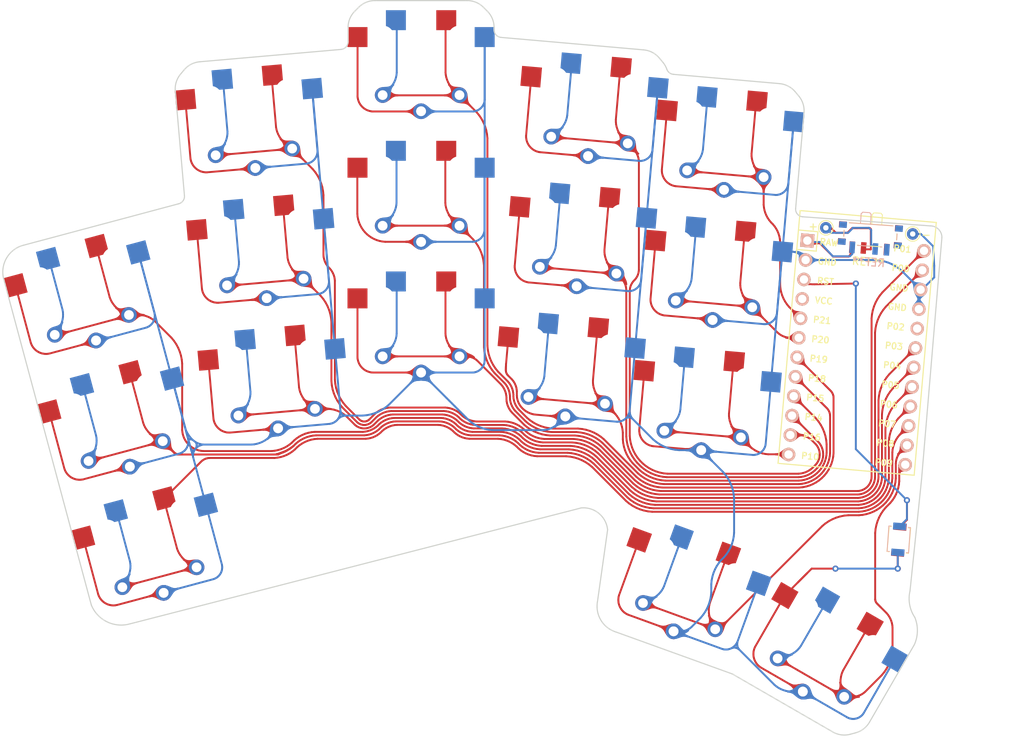
<source format=kicad_pcb>
(kicad_pcb (version 20171130) (host pcbnew "(5.1.10-1-10_14)")
  (title_block (title KEYBOARD_NAME_HERE) (rev VERSION_HERE) (company YOUR_NAME_HERE))
  (layers (0 F.Cu signal) (31 B.Cu signal) (34 B.Paste user) (35 F.Paste user) (36 B.SilkS user) (37 F.SilkS user) (38 B.Mask user) (39 F.Mask user) (44 Edge.Cuts user))
  (net 0 "")
  (net 1 P7)
  (net 2 GND)
  (net 3 P6)
  (net 4 P5)
  (net 5 P4)
  (net 6 P3)
  (net 7 P0)
  (net 8 P1)
  (net 9 P19)
  (net 10 P18)
  (net 11 P15)
  (net 12 P14)
  (net 13 P16)
  (net 14 P10)
  (net 15 P20)
  (net 16 P21)
  (net 17 P8)
  (net 18 P9)
  (net 19 RAW)
  (net 20 RST)
  (net 21 VCC)
  (net 22 P2)
  (module Button_Switch_SMD:SW_SPST_B3U-1000P (layer B.Cu) (at 110.381414 -0.204141 266)
    (fp_text reference " " (at 0 2.5 266) (layer B.SilkS) (effects (justify mirror)))
    (fp_text value SW_SPST_B3U-1000P hide)
    (pad 1 smd rect (at -1.7 0 266) (size 0.9 1.7) (layers B.Cu B.Paste B.Mask))
    (pad 2 smd rect (at 1.7 0 266) (size 0.9 1.7) (layers B.Cu B.Paste B.Mask))
  )
  (module Button_Switch_SMD:SW_SPST_B3U-1000P (layer F.Cu) (at 110.4 -0.15 85)
    (fp_text reference " " (at 0 -2.5 85) (layer F.SilkS))
    (fp_text value SW_SPST_B3U-1000P hide)
    (pad 2 smd rect (at 1.7 0 85) (size 0.9 1.7) (layers F.Cu F.Paste F.Mask))
    (pad 1 smd rect (at -1.7 0 85) (size 0.9 1.7) (layers F.Cu F.Paste F.Mask))
  )
  (module Button_Switch_SMD:SW_SPDT_PCM12 (layer B.Cu) (at 106.680634 -39.475439 356)
    (fp_text reference REF** (at 0 3.2 176) (layer B.SilkS) (effects (justify mirror)))
    (fp_text value SW_SPDT_PCM12)
    (pad 1 smd rect (at -2.25 1.43 356) (size 0.7 1.5) (layers B.Cu B.Paste B.Mask))
    (pad 2 smd rect (at 0.75 1.43 356) (size 0.7 1.5) (layers B.Cu B.Paste B.Mask))
    (pad 3 smd rect (at 2.25 1.43 356) (size 0.7 1.5) (layers B.Cu B.Paste B.Mask))
    (pad "" smd rect (at -3.65 -1.43 356) (size 1 0.8) (layers B.Cu B.Paste B.Mask))
    (pad "" smd rect (at 3.65 -1.43 356) (size 1 0.8) (layers B.Cu B.Paste B.Mask))
    (pad "" smd rect (at 3.65 0.78 356) (size 1 0.8) (layers B.Cu B.Paste B.Mask))
    (pad "" smd rect (at -3.65 0.78 356) (size 1 0.8) (layers B.Cu B.Paste B.Mask))
  )
  (module TestPoint:TestPoint_THTPad_D1.5mm_Drill0.7mm (layer F.Cu) (at 112.2 -39.95)
    (fp_text reference - (at 1.75 0.1) (layer F.SilkS))
    (fp_text value TestPoint_THTPad_D1.5mm_Drill0.7mm)
    (pad 1 thru_hole circle (at 0 0) (size 1.5 1.5) (drill 0.7) (layers *.Cu *.Mask))
  )
  (module TestPoint:TestPoint_THTPad_D1.5mm_Drill0.7mm (layer F.Cu) (at 100.9 -40.75)
    (fp_text reference + (at -1.65 -0.2) (layer F.SilkS))
    (fp_text value TestPoint_THTPad_D1.5mm_Drill0.7mm)
    (pad 1 thru_hole circle (at 0 0) (size 1.5 1.5) (drill 0.7) (layers *.Cu *.Mask))
  )
  (module Button_Switch_SMD:SW_SPDT_PCM12 (layer F.Cu) (at 106.65 -39.5 176)
    (fp_text reference REF** (at 0 -3.2 176) (layer F.SilkS))
    (fp_text value SW_SPDT_PCM12)
    (pad "" smd rect (at -3.65 -0.78 176) (size 1 0.8) (layers F.Cu F.Paste F.Mask))
    (pad "" smd rect (at 3.65 -0.78 176) (size 1 0.8) (layers F.Cu F.Paste F.Mask))
    (pad "" smd rect (at 3.65 1.43 176) (size 1 0.8) (layers F.Cu F.Paste F.Mask))
    (pad "" smd rect (at -3.65 1.43 176) (size 1 0.8) (layers F.Cu F.Paste F.Mask))
    (pad 3 smd rect (at 2.25 -1.43 176) (size 0.7 1.5) (layers F.Cu F.Paste F.Mask))
    (pad 2 smd rect (at 0.75 -1.43 176) (size 0.7 1.5) (layers F.Cu F.Paste F.Mask))
    (pad 1 smd rect (at -2.25 -1.43 176) (size 0.7 1.5) (layers F.Cu F.Paste F.Mask))
    (pad "" np_thru_hole circle (at 1.5 0.33 176) (size 0.9 0.9) (drill 0.9) (layers *.Cu *.Mask))
    (pad "" np_thru_hole circle (at -1.5 0.33 176) (size 0.9 0.9) (drill 0.9) (layers *.Cu *.Mask))
  )
  (module PG1350 (layer F.Cu) (at 13.202636 1.053449 15)
    (fp_text reference S1 hide)
    (fp_text value "" hide)
    (pad "" np_thru_hole circle (at 0 0) (size 3.429 3.429) (drill 3.429) (layers *.Cu *.Mask))
    (pad "" np_thru_hole circle (at 5.5 0) (size 1.7018 1.7018) (drill 1.7018) (layers *.Cu *.Mask))
    (pad "" np_thru_hole circle (at -5.5 0) (size 1.7018 1.7018) (drill 1.7018) (layers *.Cu *.Mask))
    (pad "" np_thru_hole circle (at 5 -3.75) (size 3 3) (drill 3) (layers *.Cu *.Mask))
    (pad "" np_thru_hole circle (at 0 -5.95) (size 3 3) (drill 3) (layers *.Cu *.Mask))
    (pad 1 smd rect (at -3.275 -5.95 15) (size 2.6 2.6) (layers B.Cu B.Paste B.Mask) (net 1 P7))
    (pad 2 smd rect (at 8.275 -3.75 15) (size 2.6 2.6) (layers B.Cu B.Paste B.Mask) (net 2 GND))
    (pad "" np_thru_hole circle (at -5 -3.75) (size 3 3) (drill 3) (layers *.Cu *.Mask))
    (pad "" np_thru_hole circle (at 0 -5.95) (size 3 3) (drill 3) (layers *.Cu *.Mask))
    (pad 1 smd rect (at 3.275 -5.95 15) (size 2.6 2.6) (layers F.Cu F.Paste F.Mask) (net 1 P7))
    (pad 2 smd rect (at -8.275 -3.75 15) (size 2.6 2.6) (layers F.Cu F.Paste F.Mask) (net 2 GND))
  )
  (module PG1350 (layer F.Cu) (at 13.202636 1.053449 195)
    (fp_text reference S2 hide)
    (fp_text value "" hide)
    (pad "" np_thru_hole circle (at 0 0) (size 3.429 3.429) (drill 3.429) (layers *.Cu *.Mask))
    (pad "" np_thru_hole circle (at 5.5 0) (size 1.7018 1.7018) (drill 1.7018) (layers *.Cu *.Mask))
    (pad "" np_thru_hole circle (at -5.5 0) (size 1.7018 1.7018) (drill 1.7018) (layers *.Cu *.Mask))
    (pad 1 thru_hole circle (at 5 -3.8) (size 2.032 2.032) (drill 1.27) (layers *.Cu *.Mask) (net 1 P7))
    (pad 2 thru_hole circle (at 0 -5.9) (size 2.032 2.032) (drill 1.27) (layers *.Cu *.Mask) (net 2 GND))
    (pad 1 thru_hole circle (at -5 -3.8) (size 2.032 2.032) (drill 1.27) (layers *.Cu *.Mask) (net 1 P7))
    (pad 2 thru_hole circle (at 0 -5.9) (size 2.032 2.032) (drill 1.27) (layers *.Cu *.Mask) (net 2 GND))
  )
  (module PG1350 (layer F.Cu) (at 8.802735 -15.367351 15)
    (fp_text reference S3 hide)
    (fp_text value "" hide)
    (pad "" np_thru_hole circle (at 0 0) (size 3.429 3.429) (drill 3.429) (layers *.Cu *.Mask))
    (pad "" np_thru_hole circle (at 5.5 0) (size 1.7018 1.7018) (drill 1.7018) (layers *.Cu *.Mask))
    (pad "" np_thru_hole circle (at -5.5 0) (size 1.7018 1.7018) (drill 1.7018) (layers *.Cu *.Mask))
    (pad "" np_thru_hole circle (at 5 -3.75) (size 3 3) (drill 3) (layers *.Cu *.Mask))
    (pad "" np_thru_hole circle (at 0 -5.95) (size 3 3) (drill 3) (layers *.Cu *.Mask))
    (pad 1 smd rect (at -3.275 -5.95 15) (size 2.6 2.6) (layers B.Cu B.Paste B.Mask) (net 3 P6))
    (pad 2 smd rect (at 8.275 -3.75 15) (size 2.6 2.6) (layers B.Cu B.Paste B.Mask) (net 2 GND))
    (pad "" np_thru_hole circle (at -5 -3.75) (size 3 3) (drill 3) (layers *.Cu *.Mask))
    (pad "" np_thru_hole circle (at 0 -5.95) (size 3 3) (drill 3) (layers *.Cu *.Mask))
    (pad 1 smd rect (at 3.275 -5.95 15) (size 2.6 2.6) (layers F.Cu F.Paste F.Mask) (net 3 P6))
    (pad 2 smd rect (at -8.275 -3.75 15) (size 2.6 2.6) (layers F.Cu F.Paste F.Mask) (net 2 GND))
  )
  (module PG1350 (layer F.Cu) (at 8.802735 -15.367351 195)
    (fp_text reference S4 hide)
    (fp_text value "" hide)
    (pad "" np_thru_hole circle (at 0 0) (size 3.429 3.429) (drill 3.429) (layers *.Cu *.Mask))
    (pad "" np_thru_hole circle (at 5.5 0) (size 1.7018 1.7018) (drill 1.7018) (layers *.Cu *.Mask))
    (pad "" np_thru_hole circle (at -5.5 0) (size 1.7018 1.7018) (drill 1.7018) (layers *.Cu *.Mask))
    (pad 1 thru_hole circle (at 5 -3.8) (size 2.032 2.032) (drill 1.27) (layers *.Cu *.Mask) (net 3 P6))
    (pad 2 thru_hole circle (at 0 -5.9) (size 2.032 2.032) (drill 1.27) (layers *.Cu *.Mask) (net 2 GND))
    (pad 1 thru_hole circle (at -5 -3.8) (size 2.032 2.032) (drill 1.27) (layers *.Cu *.Mask) (net 3 P6))
    (pad 2 thru_hole circle (at 0 -5.9) (size 2.032 2.032) (drill 1.27) (layers *.Cu *.Mask) (net 2 GND))
  )
  (module PG1350 (layer F.Cu) (at 4.402735 -31.788051 15)
    (fp_text reference S5 hide)
    (fp_text value "" hide)
    (pad "" np_thru_hole circle (at 0 0) (size 3.429 3.429) (drill 3.429) (layers *.Cu *.Mask))
    (pad "" np_thru_hole circle (at 5.5 0) (size 1.7018 1.7018) (drill 1.7018) (layers *.Cu *.Mask))
    (pad "" np_thru_hole circle (at -5.5 0) (size 1.7018 1.7018) (drill 1.7018) (layers *.Cu *.Mask))
    (pad "" np_thru_hole circle (at 5 -3.75) (size 3 3) (drill 3) (layers *.Cu *.Mask))
    (pad "" np_thru_hole circle (at 0 -5.95) (size 3 3) (drill 3) (layers *.Cu *.Mask))
    (pad 1 smd rect (at -3.275 -5.95 15) (size 2.6 2.6) (layers B.Cu B.Paste B.Mask) (net 4 P5))
    (pad 2 smd rect (at 8.275 -3.75 15) (size 2.6 2.6) (layers B.Cu B.Paste B.Mask) (net 2 GND))
    (pad "" np_thru_hole circle (at -5 -3.75) (size 3 3) (drill 3) (layers *.Cu *.Mask))
    (pad "" np_thru_hole circle (at 0 -5.95) (size 3 3) (drill 3) (layers *.Cu *.Mask))
    (pad 1 smd rect (at 3.275 -5.95 15) (size 2.6 2.6) (layers F.Cu F.Paste F.Mask) (net 4 P5))
    (pad 2 smd rect (at -8.275 -3.75 15) (size 2.6 2.6) (layers F.Cu F.Paste F.Mask) (net 2 GND))
  )
  (module PG1350 (layer F.Cu) (at 4.402735 -31.788051 195)
    (fp_text reference S6 hide)
    (fp_text value "" hide)
    (pad "" np_thru_hole circle (at 0 0) (size 3.429 3.429) (drill 3.429) (layers *.Cu *.Mask))
    (pad "" np_thru_hole circle (at 5.5 0) (size 1.7018 1.7018) (drill 1.7018) (layers *.Cu *.Mask))
    (pad "" np_thru_hole circle (at -5.5 0) (size 1.7018 1.7018) (drill 1.7018) (layers *.Cu *.Mask))
    (pad 1 thru_hole circle (at 5 -3.8) (size 2.032 2.032) (drill 1.27) (layers *.Cu *.Mask) (net 4 P5))
    (pad 2 thru_hole circle (at 0 -5.9) (size 2.032 2.032) (drill 1.27) (layers *.Cu *.Mask) (net 2 GND))
    (pad 1 thru_hole circle (at -5 -3.8) (size 2.032 2.032) (drill 1.27) (layers *.Cu *.Mask) (net 4 P5))
    (pad 2 thru_hole circle (at 0 -5.9) (size 2.032 2.032) (drill 1.27) (layers *.Cu *.Mask) (net 2 GND))
  )
  (module PG1350 (layer F.Cu) (at 29.107636 -20.540652 5)
    (fp_text reference S7 hide)
    (fp_text value "" hide)
    (pad "" np_thru_hole circle (at 0 0) (size 3.429 3.429) (drill 3.429) (layers *.Cu *.Mask))
    (pad "" np_thru_hole circle (at 5.5 0) (size 1.7018 1.7018) (drill 1.7018) (layers *.Cu *.Mask))
    (pad "" np_thru_hole circle (at -5.5 0) (size 1.7018 1.7018) (drill 1.7018) (layers *.Cu *.Mask))
    (pad "" np_thru_hole circle (at 5 -3.75) (size 3 3) (drill 3) (layers *.Cu *.Mask))
    (pad "" np_thru_hole circle (at 0 -5.95) (size 3 3) (drill 3) (layers *.Cu *.Mask))
    (pad 1 smd rect (at -3.275 -5.95 5) (size 2.6 2.6) (layers B.Cu B.Paste B.Mask) (net 5 P4))
    (pad 2 smd rect (at 8.275 -3.75 5) (size 2.6 2.6) (layers B.Cu B.Paste B.Mask) (net 2 GND))
    (pad "" np_thru_hole circle (at -5 -3.75) (size 3 3) (drill 3) (layers *.Cu *.Mask))
    (pad "" np_thru_hole circle (at 0 -5.95) (size 3 3) (drill 3) (layers *.Cu *.Mask))
    (pad 1 smd rect (at 3.275 -5.95 5) (size 2.6 2.6) (layers F.Cu F.Paste F.Mask) (net 5 P4))
    (pad 2 smd rect (at -8.275 -3.75 5) (size 2.6 2.6) (layers F.Cu F.Paste F.Mask) (net 2 GND))
  )
  (module PG1350 (layer F.Cu) (at 29.107636 -20.540652 185)
    (fp_text reference S8 hide)
    (fp_text value "" hide)
    (pad "" np_thru_hole circle (at 0 0) (size 3.429 3.429) (drill 3.429) (layers *.Cu *.Mask))
    (pad "" np_thru_hole circle (at 5.5 0) (size 1.7018 1.7018) (drill 1.7018) (layers *.Cu *.Mask))
    (pad "" np_thru_hole circle (at -5.5 0) (size 1.7018 1.7018) (drill 1.7018) (layers *.Cu *.Mask))
    (pad 1 thru_hole circle (at 5 -3.8) (size 2.032 2.032) (drill 1.27) (layers *.Cu *.Mask) (net 5 P4))
    (pad 2 thru_hole circle (at 0 -5.9) (size 2.032 2.032) (drill 1.27) (layers *.Cu *.Mask) (net 2 GND))
    (pad 1 thru_hole circle (at -5 -3.8) (size 2.032 2.032) (drill 1.27) (layers *.Cu *.Mask) (net 5 P4))
    (pad 2 thru_hole circle (at 0 -5.9) (size 2.032 2.032) (drill 1.27) (layers *.Cu *.Mask) (net 2 GND))
  )
  (module PG1350 (layer F.Cu) (at 27.625935 -37.475951 5)
    (fp_text reference S9 hide)
    (fp_text value "" hide)
    (pad "" np_thru_hole circle (at 0 0) (size 3.429 3.429) (drill 3.429) (layers *.Cu *.Mask))
    (pad "" np_thru_hole circle (at 5.5 0) (size 1.7018 1.7018) (drill 1.7018) (layers *.Cu *.Mask))
    (pad "" np_thru_hole circle (at -5.5 0) (size 1.7018 1.7018) (drill 1.7018) (layers *.Cu *.Mask))
    (pad "" np_thru_hole circle (at 5 -3.75) (size 3 3) (drill 3) (layers *.Cu *.Mask))
    (pad "" np_thru_hole circle (at 0 -5.95) (size 3 3) (drill 3) (layers *.Cu *.Mask))
    (pad 1 smd rect (at -3.275 -5.95 5) (size 2.6 2.6) (layers B.Cu B.Paste B.Mask) (net 6 P3))
    (pad 2 smd rect (at 8.275 -3.75 5) (size 2.6 2.6) (layers B.Cu B.Paste B.Mask) (net 2 GND))
    (pad "" np_thru_hole circle (at -5 -3.75) (size 3 3) (drill 3) (layers *.Cu *.Mask))
    (pad "" np_thru_hole circle (at 0 -5.95) (size 3 3) (drill 3) (layers *.Cu *.Mask))
    (pad 1 smd rect (at 3.275 -5.95 5) (size 2.6 2.6) (layers F.Cu F.Paste F.Mask) (net 6 P3))
    (pad 2 smd rect (at -8.275 -3.75 5) (size 2.6 2.6) (layers F.Cu F.Paste F.Mask) (net 2 GND))
  )
  (module PG1350 (layer F.Cu) (at 27.625935 -37.475951 185)
    (fp_text reference S10 hide)
    (fp_text value "" hide)
    (pad "" np_thru_hole circle (at 0 0) (size 3.429 3.429) (drill 3.429) (layers *.Cu *.Mask))
    (pad "" np_thru_hole circle (at 5.5 0) (size 1.7018 1.7018) (drill 1.7018) (layers *.Cu *.Mask))
    (pad "" np_thru_hole circle (at -5.5 0) (size 1.7018 1.7018) (drill 1.7018) (layers *.Cu *.Mask))
    (pad 1 thru_hole circle (at 5 -3.8) (size 2.032 2.032) (drill 1.27) (layers *.Cu *.Mask) (net 6 P3))
    (pad 2 thru_hole circle (at 0 -5.9) (size 2.032 2.032) (drill 1.27) (layers *.Cu *.Mask) (net 2 GND))
    (pad 1 thru_hole circle (at -5 -3.8) (size 2.032 2.032) (drill 1.27) (layers *.Cu *.Mask) (net 6 P3))
    (pad 2 thru_hole circle (at 0 -5.9) (size 2.032 2.032) (drill 1.27) (layers *.Cu *.Mask) (net 2 GND))
  )
  (module PG1350 (layer F.Cu) (at 26.144335 -54.411253 5)
    (fp_text reference S11 hide)
    (fp_text value "" hide)
    (pad "" np_thru_hole circle (at 0 0) (size 3.429 3.429) (drill 3.429) (layers *.Cu *.Mask))
    (pad "" np_thru_hole circle (at 5.5 0) (size 1.7018 1.7018) (drill 1.7018) (layers *.Cu *.Mask))
    (pad "" np_thru_hole circle (at -5.5 0) (size 1.7018 1.7018) (drill 1.7018) (layers *.Cu *.Mask))
    (pad "" np_thru_hole circle (at 5 -3.75) (size 3 3) (drill 3) (layers *.Cu *.Mask))
    (pad "" np_thru_hole circle (at 0 -5.95) (size 3 3) (drill 3) (layers *.Cu *.Mask))
    (pad 1 smd rect (at -3.275 -5.95 5) (size 2.6 2.6) (layers B.Cu B.Paste B.Mask) (net 7 P0))
    (pad 2 smd rect (at 8.275 -3.75 5) (size 2.6 2.6) (layers B.Cu B.Paste B.Mask) (net 2 GND))
    (pad "" np_thru_hole circle (at -5 -3.75) (size 3 3) (drill 3) (layers *.Cu *.Mask))
    (pad "" np_thru_hole circle (at 0 -5.95) (size 3 3) (drill 3) (layers *.Cu *.Mask))
    (pad 1 smd rect (at 3.275 -5.95 5) (size 2.6 2.6) (layers F.Cu F.Paste F.Mask) (net 7 P0))
    (pad 2 smd rect (at -8.275 -3.75 5) (size 2.6 2.6) (layers F.Cu F.Paste F.Mask) (net 2 GND))
  )
  (module PG1350 (layer F.Cu) (at 26.144335 -54.411253 185)
    (fp_text reference S12 hide)
    (fp_text value "" hide)
    (pad "" np_thru_hole circle (at 0 0) (size 3.429 3.429) (drill 3.429) (layers *.Cu *.Mask))
    (pad "" np_thru_hole circle (at 5.5 0) (size 1.7018 1.7018) (drill 1.7018) (layers *.Cu *.Mask))
    (pad "" np_thru_hole circle (at -5.5 0) (size 1.7018 1.7018) (drill 1.7018) (layers *.Cu *.Mask))
    (pad 1 thru_hole circle (at 5 -3.8) (size 2.032 2.032) (drill 1.27) (layers *.Cu *.Mask) (net 7 P0))
    (pad 2 thru_hole circle (at 0 -5.9) (size 2.032 2.032) (drill 1.27) (layers *.Cu *.Mask) (net 2 GND))
    (pad 1 thru_hole circle (at -5 -3.8) (size 2.032 2.032) (drill 1.27) (layers *.Cu *.Mask) (net 7 P0))
    (pad 2 thru_hole circle (at 0 -5.9) (size 2.032 2.032) (drill 1.27) (layers *.Cu *.Mask) (net 2 GND))
  )
  (module PG1350 (layer F.Cu) (at 48.226936 -27.819253)
    (fp_text reference S13 hide)
    (fp_text value "" hide)
    (pad "" np_thru_hole circle (at 0 0) (size 3.429 3.429) (drill 3.429) (layers *.Cu *.Mask))
    (pad "" np_thru_hole circle (at 5.5 0) (size 1.7018 1.7018) (drill 1.7018) (layers *.Cu *.Mask))
    (pad "" np_thru_hole circle (at -5.5 0) (size 1.7018 1.7018) (drill 1.7018) (layers *.Cu *.Mask))
    (pad "" np_thru_hole circle (at 5 -3.75) (size 3 3) (drill 3) (layers *.Cu *.Mask))
    (pad "" np_thru_hole circle (at 0 -5.95) (size 3 3) (drill 3) (layers *.Cu *.Mask))
    (pad 1 smd rect (at -3.275 -5.95) (size 2.6 2.6) (layers B.Cu B.Paste B.Mask) (net 8 P1))
    (pad 2 smd rect (at 8.275 -3.75) (size 2.6 2.6) (layers B.Cu B.Paste B.Mask) (net 2 GND))
    (pad "" np_thru_hole circle (at -5 -3.75) (size 3 3) (drill 3) (layers *.Cu *.Mask))
    (pad "" np_thru_hole circle (at 0 -5.95) (size 3 3) (drill 3) (layers *.Cu *.Mask))
    (pad 1 smd rect (at 3.275 -5.95) (size 2.6 2.6) (layers F.Cu F.Paste F.Mask) (net 8 P1))
    (pad 2 smd rect (at -8.275 -3.75) (size 2.6 2.6) (layers F.Cu F.Paste F.Mask) (net 2 GND))
  )
  (module PG1350 (layer F.Cu) (at 48.226936 -27.819253 180)
    (fp_text reference S14 hide)
    (fp_text value "" hide)
    (pad "" np_thru_hole circle (at 0 0) (size 3.429 3.429) (drill 3.429) (layers *.Cu *.Mask))
    (pad "" np_thru_hole circle (at 5.5 0) (size 1.7018 1.7018) (drill 1.7018) (layers *.Cu *.Mask))
    (pad "" np_thru_hole circle (at -5.5 0) (size 1.7018 1.7018) (drill 1.7018) (layers *.Cu *.Mask))
    (pad 1 thru_hole circle (at 5 -3.8) (size 2.032 2.032) (drill 1.27) (layers *.Cu *.Mask) (net 8 P1))
    (pad 2 thru_hole circle (at 0 -5.9) (size 2.032 2.032) (drill 1.27) (layers *.Cu *.Mask) (net 2 GND))
    (pad 1 thru_hole circle (at -5 -3.8) (size 2.032 2.032) (drill 1.27) (layers *.Cu *.Mask) (net 8 P1))
    (pad 2 thru_hole circle (at 0 -5.9) (size 2.032 2.032) (drill 1.27) (layers *.Cu *.Mask) (net 2 GND))
  )
  (module PG1350 (layer F.Cu) (at 48.226935 -44.819253)
    (fp_text reference S15 hide)
    (fp_text value "" hide)
    (pad "" np_thru_hole circle (at 0 0) (size 3.429 3.429) (drill 3.429) (layers *.Cu *.Mask))
    (pad "" np_thru_hole circle (at 5.5 0) (size 1.7018 1.7018) (drill 1.7018) (layers *.Cu *.Mask))
    (pad "" np_thru_hole circle (at -5.5 0) (size 1.7018 1.7018) (drill 1.7018) (layers *.Cu *.Mask))
    (pad "" np_thru_hole circle (at 5 -3.75) (size 3 3) (drill 3) (layers *.Cu *.Mask))
    (pad "" np_thru_hole circle (at 0 -5.95) (size 3 3) (drill 3) (layers *.Cu *.Mask))
    (pad 1 smd rect (at -3.275 -5.95) (size 2.6 2.6) (layers B.Cu B.Paste B.Mask) (net 9 P19))
    (pad 2 smd rect (at 8.275 -3.75) (size 2.6 2.6) (layers B.Cu B.Paste B.Mask) (net 2 GND))
    (pad "" np_thru_hole circle (at -5 -3.75) (size 3 3) (drill 3) (layers *.Cu *.Mask))
    (pad "" np_thru_hole circle (at 0 -5.95) (size 3 3) (drill 3) (layers *.Cu *.Mask))
    (pad 1 smd rect (at 3.275 -5.95) (size 2.6 2.6) (layers F.Cu F.Paste F.Mask) (net 9 P19))
    (pad 2 smd rect (at -8.275 -3.75) (size 2.6 2.6) (layers F.Cu F.Paste F.Mask) (net 2 GND))
  )
  (module PG1350 (layer F.Cu) (at 48.226935 -44.819253 180)
    (fp_text reference S16 hide)
    (fp_text value "" hide)
    (pad "" np_thru_hole circle (at 0 0) (size 3.429 3.429) (drill 3.429) (layers *.Cu *.Mask))
    (pad "" np_thru_hole circle (at 5.5 0) (size 1.7018 1.7018) (drill 1.7018) (layers *.Cu *.Mask))
    (pad "" np_thru_hole circle (at -5.5 0) (size 1.7018 1.7018) (drill 1.7018) (layers *.Cu *.Mask))
    (pad 1 thru_hole circle (at 5 -3.8) (size 2.032 2.032) (drill 1.27) (layers *.Cu *.Mask) (net 9 P19))
    (pad 2 thru_hole circle (at 0 -5.9) (size 2.032 2.032) (drill 1.27) (layers *.Cu *.Mask) (net 2 GND))
    (pad 1 thru_hole circle (at -5 -3.8) (size 2.032 2.032) (drill 1.27) (layers *.Cu *.Mask) (net 9 P19))
    (pad 2 thru_hole circle (at 0 -5.9) (size 2.032 2.032) (drill 1.27) (layers *.Cu *.Mask) (net 2 GND))
  )
  (module PG1350 (layer F.Cu) (at 48.226936 -61.819251)
    (fp_text reference S17 hide)
    (fp_text value "" hide)
    (pad "" np_thru_hole circle (at 0 0) (size 3.429 3.429) (drill 3.429) (layers *.Cu *.Mask))
    (pad "" np_thru_hole circle (at 5.5 0) (size 1.7018 1.7018) (drill 1.7018) (layers *.Cu *.Mask))
    (pad "" np_thru_hole circle (at -5.5 0) (size 1.7018 1.7018) (drill 1.7018) (layers *.Cu *.Mask))
    (pad "" np_thru_hole circle (at 5 -3.75) (size 3 3) (drill 3) (layers *.Cu *.Mask))
    (pad "" np_thru_hole circle (at 0 -5.95) (size 3 3) (drill 3) (layers *.Cu *.Mask))
    (pad 1 smd rect (at -3.275 -5.95) (size 2.6 2.6) (layers B.Cu B.Paste B.Mask) (net 10 P18))
    (pad 2 smd rect (at 8.275 -3.75) (size 2.6 2.6) (layers B.Cu B.Paste B.Mask) (net 2 GND))
    (pad "" np_thru_hole circle (at -5 -3.75) (size 3 3) (drill 3) (layers *.Cu *.Mask))
    (pad "" np_thru_hole circle (at 0 -5.95) (size 3 3) (drill 3) (layers *.Cu *.Mask))
    (pad 1 smd rect (at 3.275 -5.95) (size 2.6 2.6) (layers F.Cu F.Paste F.Mask) (net 10 P18))
    (pad 2 smd rect (at -8.275 -3.75) (size 2.6 2.6) (layers F.Cu F.Paste F.Mask) (net 2 GND))
  )
  (module PG1350 (layer F.Cu) (at 48.226936 -61.819251 180)
    (fp_text reference S18 hide)
    (fp_text value "" hide)
    (pad "" np_thru_hole circle (at 0 0) (size 3.429 3.429) (drill 3.429) (layers *.Cu *.Mask))
    (pad "" np_thru_hole circle (at 5.5 0) (size 1.7018 1.7018) (drill 1.7018) (layers *.Cu *.Mask))
    (pad "" np_thru_hole circle (at -5.5 0) (size 1.7018 1.7018) (drill 1.7018) (layers *.Cu *.Mask))
    (pad 1 thru_hole circle (at 5 -3.8) (size 2.032 2.032) (drill 1.27) (layers *.Cu *.Mask) (net 10 P18))
    (pad 2 thru_hole circle (at 0 -5.9) (size 2.032 2.032) (drill 1.27) (layers *.Cu *.Mask) (net 2 GND))
    (pad 1 thru_hole circle (at -5 -3.8) (size 2.032 2.032) (drill 1.27) (layers *.Cu *.Mask) (net 10 P18))
    (pad 2 thru_hole circle (at 0 -5.9) (size 2.032 2.032) (drill 1.27) (layers *.Cu *.Mask) (net 2 GND))
  )
  (module PG1350 (layer F.Cu) (at 67.508534 -22.087852 355)
    (fp_text reference S19 hide)
    (fp_text value "" hide)
    (pad "" np_thru_hole circle (at 0 0) (size 3.429 3.429) (drill 3.429) (layers *.Cu *.Mask))
    (pad "" np_thru_hole circle (at 5.5 0) (size 1.7018 1.7018) (drill 1.7018) (layers *.Cu *.Mask))
    (pad "" np_thru_hole circle (at -5.5 0) (size 1.7018 1.7018) (drill 1.7018) (layers *.Cu *.Mask))
    (pad "" np_thru_hole circle (at 5 -3.75) (size 3 3) (drill 3) (layers *.Cu *.Mask))
    (pad "" np_thru_hole circle (at 0 -5.95) (size 3 3) (drill 3) (layers *.Cu *.Mask))
    (pad 1 smd rect (at -3.275 -5.95 355) (size 2.6 2.6) (layers B.Cu B.Paste B.Mask) (net 11 P15))
    (pad 2 smd rect (at 8.275 -3.75 355) (size 2.6 2.6) (layers B.Cu B.Paste B.Mask) (net 2 GND))
    (pad "" np_thru_hole circle (at -5 -3.75) (size 3 3) (drill 3) (layers *.Cu *.Mask))
    (pad "" np_thru_hole circle (at 0 -5.95) (size 3 3) (drill 3) (layers *.Cu *.Mask))
    (pad 1 smd rect (at 3.275 -5.95 355) (size 2.6 2.6) (layers F.Cu F.Paste F.Mask) (net 11 P15))
    (pad 2 smd rect (at -8.275 -3.75 355) (size 2.6 2.6) (layers F.Cu F.Paste F.Mask) (net 2 GND))
  )
  (module PG1350 (layer F.Cu) (at 67.508534 -22.087852 175)
    (fp_text reference S20 hide)
    (fp_text value "" hide)
    (pad "" np_thru_hole circle (at 0 0) (size 3.429 3.429) (drill 3.429) (layers *.Cu *.Mask))
    (pad "" np_thru_hole circle (at 5.5 0) (size 1.7018 1.7018) (drill 1.7018) (layers *.Cu *.Mask))
    (pad "" np_thru_hole circle (at -5.5 0) (size 1.7018 1.7018) (drill 1.7018) (layers *.Cu *.Mask))
    (pad 1 thru_hole circle (at 5 -3.8) (size 2.032 2.032) (drill 1.27) (layers *.Cu *.Mask) (net 11 P15))
    (pad 2 thru_hole circle (at 0 -5.9) (size 2.032 2.032) (drill 1.27) (layers *.Cu *.Mask) (net 2 GND))
    (pad 1 thru_hole circle (at -5 -3.8) (size 2.032 2.032) (drill 1.27) (layers *.Cu *.Mask) (net 11 P15))
    (pad 2 thru_hole circle (at 0 -5.9) (size 2.032 2.032) (drill 1.27) (layers *.Cu *.Mask) (net 2 GND))
  )
  (module PG1350 (layer F.Cu) (at 68.990235 -39.023152 355)
    (fp_text reference S21 hide)
    (fp_text value "" hide)
    (pad "" np_thru_hole circle (at 0 0) (size 3.429 3.429) (drill 3.429) (layers *.Cu *.Mask))
    (pad "" np_thru_hole circle (at 5.5 0) (size 1.7018 1.7018) (drill 1.7018) (layers *.Cu *.Mask))
    (pad "" np_thru_hole circle (at -5.5 0) (size 1.7018 1.7018) (drill 1.7018) (layers *.Cu *.Mask))
    (pad "" np_thru_hole circle (at 5 -3.75) (size 3 3) (drill 3) (layers *.Cu *.Mask))
    (pad "" np_thru_hole circle (at 0 -5.95) (size 3 3) (drill 3) (layers *.Cu *.Mask))
    (pad 1 smd rect (at -3.275 -5.95 355) (size 2.6 2.6) (layers B.Cu B.Paste B.Mask) (net 12 P14))
    (pad 2 smd rect (at 8.275 -3.75 355) (size 2.6 2.6) (layers B.Cu B.Paste B.Mask) (net 2 GND))
    (pad "" np_thru_hole circle (at -5 -3.75) (size 3 3) (drill 3) (layers *.Cu *.Mask))
    (pad "" np_thru_hole circle (at 0 -5.95) (size 3 3) (drill 3) (layers *.Cu *.Mask))
    (pad 1 smd rect (at 3.275 -5.95 355) (size 2.6 2.6) (layers F.Cu F.Paste F.Mask) (net 12 P14))
    (pad 2 smd rect (at -8.275 -3.75 355) (size 2.6 2.6) (layers F.Cu F.Paste F.Mask) (net 2 GND))
  )
  (module PG1350 (layer F.Cu) (at 68.990235 -39.023152 175)
    (fp_text reference S22 hide)
    (fp_text value "" hide)
    (pad "" np_thru_hole circle (at 0 0) (size 3.429 3.429) (drill 3.429) (layers *.Cu *.Mask))
    (pad "" np_thru_hole circle (at 5.5 0) (size 1.7018 1.7018) (drill 1.7018) (layers *.Cu *.Mask))
    (pad "" np_thru_hole circle (at -5.5 0) (size 1.7018 1.7018) (drill 1.7018) (layers *.Cu *.Mask))
    (pad 1 thru_hole circle (at 5 -3.8) (size 2.032 2.032) (drill 1.27) (layers *.Cu *.Mask) (net 12 P14))
    (pad 2 thru_hole circle (at 0 -5.9) (size 2.032 2.032) (drill 1.27) (layers *.Cu *.Mask) (net 2 GND))
    (pad 1 thru_hole circle (at -5 -3.8) (size 2.032 2.032) (drill 1.27) (layers *.Cu *.Mask) (net 12 P14))
    (pad 2 thru_hole circle (at 0 -5.9) (size 2.032 2.032) (drill 1.27) (layers *.Cu *.Mask) (net 2 GND))
  )
  (module PG1350 (layer F.Cu) (at 70.471836 -55.958552 355)
    (fp_text reference S23 hide)
    (fp_text value "" hide)
    (pad "" np_thru_hole circle (at 0 0) (size 3.429 3.429) (drill 3.429) (layers *.Cu *.Mask))
    (pad "" np_thru_hole circle (at 5.5 0) (size 1.7018 1.7018) (drill 1.7018) (layers *.Cu *.Mask))
    (pad "" np_thru_hole circle (at -5.5 0) (size 1.7018 1.7018) (drill 1.7018) (layers *.Cu *.Mask))
    (pad "" np_thru_hole circle (at 5 -3.75) (size 3 3) (drill 3) (layers *.Cu *.Mask))
    (pad "" np_thru_hole circle (at 0 -5.95) (size 3 3) (drill 3) (layers *.Cu *.Mask))
    (pad 1 smd rect (at -3.275 -5.95 355) (size 2.6 2.6) (layers B.Cu B.Paste B.Mask) (net 13 P16))
    (pad 2 smd rect (at 8.275 -3.75 355) (size 2.6 2.6) (layers B.Cu B.Paste B.Mask) (net 2 GND))
    (pad "" np_thru_hole circle (at -5 -3.75) (size 3 3) (drill 3) (layers *.Cu *.Mask))
    (pad "" np_thru_hole circle (at 0 -5.95) (size 3 3) (drill 3) (layers *.Cu *.Mask))
    (pad 1 smd rect (at 3.275 -5.95 355) (size 2.6 2.6) (layers F.Cu F.Paste F.Mask) (net 13 P16))
    (pad 2 smd rect (at -8.275 -3.75 355) (size 2.6 2.6) (layers F.Cu F.Paste F.Mask) (net 2 GND))
  )
  (module PG1350 (layer F.Cu) (at 70.471836 -55.958552 175)
    (fp_text reference S24 hide)
    (fp_text value "" hide)
    (pad "" np_thru_hole circle (at 0 0) (size 3.429 3.429) (drill 3.429) (layers *.Cu *.Mask))
    (pad "" np_thru_hole circle (at 5.5 0) (size 1.7018 1.7018) (drill 1.7018) (layers *.Cu *.Mask))
    (pad "" np_thru_hole circle (at -5.5 0) (size 1.7018 1.7018) (drill 1.7018) (layers *.Cu *.Mask))
    (pad 1 thru_hole circle (at 5 -3.8) (size 2.032 2.032) (drill 1.27) (layers *.Cu *.Mask) (net 13 P16))
    (pad 2 thru_hole circle (at 0 -5.9) (size 2.032 2.032) (drill 1.27) (layers *.Cu *.Mask) (net 2 GND))
    (pad 1 thru_hole circle (at -5 -3.8) (size 2.032 2.032) (drill 1.27) (layers *.Cu *.Mask) (net 13 P16))
    (pad 2 thru_hole circle (at 0 -5.9) (size 2.032 2.032) (drill 1.27) (layers *.Cu *.Mask) (net 2 GND))
  )
  (module PG1350 (layer F.Cu) (at 85.193135 -17.696552 355)
    (fp_text reference S25 hide)
    (fp_text value "" hide)
    (pad "" np_thru_hole circle (at 0 0) (size 3.429 3.429) (drill 3.429) (layers *.Cu *.Mask))
    (pad "" np_thru_hole circle (at 5.5 0) (size 1.7018 1.7018) (drill 1.7018) (layers *.Cu *.Mask))
    (pad "" np_thru_hole circle (at -5.5 0) (size 1.7018 1.7018) (drill 1.7018) (layers *.Cu *.Mask))
    (pad "" np_thru_hole circle (at 5 -3.75) (size 3 3) (drill 3) (layers *.Cu *.Mask))
    (pad "" np_thru_hole circle (at 0 -5.95) (size 3 3) (drill 3) (layers *.Cu *.Mask))
    (pad 1 smd rect (at -3.275 -5.95 355) (size 2.6 2.6) (layers B.Cu B.Paste B.Mask) (net 14 P10))
    (pad 2 smd rect (at 8.275 -3.75 355) (size 2.6 2.6) (layers B.Cu B.Paste B.Mask) (net 2 GND))
    (pad "" np_thru_hole circle (at -5 -3.75) (size 3 3) (drill 3) (layers *.Cu *.Mask))
    (pad "" np_thru_hole circle (at 0 -5.95) (size 3 3) (drill 3) (layers *.Cu *.Mask))
    (pad 1 smd rect (at 3.275 -5.95 355) (size 2.6 2.6) (layers F.Cu F.Paste F.Mask) (net 14 P10))
    (pad 2 smd rect (at -8.275 -3.75 355) (size 2.6 2.6) (layers F.Cu F.Paste F.Mask) (net 2 GND))
  )
  (module PG1350 (layer F.Cu) (at 85.193135 -17.696552 175)
    (fp_text reference S26 hide)
    (fp_text value "" hide)
    (pad "" np_thru_hole circle (at 0 0) (size 3.429 3.429) (drill 3.429) (layers *.Cu *.Mask))
    (pad "" np_thru_hole circle (at 5.5 0) (size 1.7018 1.7018) (drill 1.7018) (layers *.Cu *.Mask))
    (pad "" np_thru_hole circle (at -5.5 0) (size 1.7018 1.7018) (drill 1.7018) (layers *.Cu *.Mask))
    (pad 1 thru_hole circle (at 5 -3.8) (size 2.032 2.032) (drill 1.27) (layers *.Cu *.Mask) (net 14 P10))
    (pad 2 thru_hole circle (at 0 -5.9) (size 2.032 2.032) (drill 1.27) (layers *.Cu *.Mask) (net 2 GND))
    (pad 1 thru_hole circle (at -5 -3.8) (size 2.032 2.032) (drill 1.27) (layers *.Cu *.Mask) (net 14 P10))
    (pad 2 thru_hole circle (at 0 -5.9) (size 2.032 2.032) (drill 1.27) (layers *.Cu *.Mask) (net 2 GND))
  )
  (module PG1350 (layer F.Cu) (at 86.674735 -34.631852 355)
    (fp_text reference S27 hide)
    (fp_text value "" hide)
    (pad "" np_thru_hole circle (at 0 0) (size 3.429 3.429) (drill 3.429) (layers *.Cu *.Mask))
    (pad "" np_thru_hole circle (at 5.5 0) (size 1.7018 1.7018) (drill 1.7018) (layers *.Cu *.Mask))
    (pad "" np_thru_hole circle (at -5.5 0) (size 1.7018 1.7018) (drill 1.7018) (layers *.Cu *.Mask))
    (pad "" np_thru_hole circle (at 5 -3.75) (size 3 3) (drill 3) (layers *.Cu *.Mask))
    (pad "" np_thru_hole circle (at 0 -5.95) (size 3 3) (drill 3) (layers *.Cu *.Mask))
    (pad 1 smd rect (at -3.275 -5.95 355) (size 2.6 2.6) (layers B.Cu B.Paste B.Mask) (net 15 P20))
    (pad 2 smd rect (at 8.275 -3.75 355) (size 2.6 2.6) (layers B.Cu B.Paste B.Mask) (net 2 GND))
    (pad "" np_thru_hole circle (at -5 -3.75) (size 3 3) (drill 3) (layers *.Cu *.Mask))
    (pad "" np_thru_hole circle (at 0 -5.95) (size 3 3) (drill 3) (layers *.Cu *.Mask))
    (pad 1 smd rect (at 3.275 -5.95 355) (size 2.6 2.6) (layers F.Cu F.Paste F.Mask) (net 15 P20))
    (pad 2 smd rect (at -8.275 -3.75 355) (size 2.6 2.6) (layers F.Cu F.Paste F.Mask) (net 2 GND))
  )
  (module PG1350 (layer F.Cu) (at 86.674735 -34.631852 175)
    (fp_text reference S28 hide)
    (fp_text value "" hide)
    (pad "" np_thru_hole circle (at 0 0) (size 3.429 3.429) (drill 3.429) (layers *.Cu *.Mask))
    (pad "" np_thru_hole circle (at 5.5 0) (size 1.7018 1.7018) (drill 1.7018) (layers *.Cu *.Mask))
    (pad "" np_thru_hole circle (at -5.5 0) (size 1.7018 1.7018) (drill 1.7018) (layers *.Cu *.Mask))
    (pad 1 thru_hole circle (at 5 -3.8) (size 2.032 2.032) (drill 1.27) (layers *.Cu *.Mask) (net 15 P20))
    (pad 2 thru_hole circle (at 0 -5.9) (size 2.032 2.032) (drill 1.27) (layers *.Cu *.Mask) (net 2 GND))
    (pad 1 thru_hole circle (at -5 -3.8) (size 2.032 2.032) (drill 1.27) (layers *.Cu *.Mask) (net 15 P20))
    (pad 2 thru_hole circle (at 0 -5.9) (size 2.032 2.032) (drill 1.27) (layers *.Cu *.Mask) (net 2 GND))
  )
  (module PG1350 (layer F.Cu) (at 88.156436 -51.567152 355)
    (fp_text reference S29 hide)
    (fp_text value "" hide)
    (pad "" np_thru_hole circle (at 0 0) (size 3.429 3.429) (drill 3.429) (layers *.Cu *.Mask))
    (pad "" np_thru_hole circle (at 5.5 0) (size 1.7018 1.7018) (drill 1.7018) (layers *.Cu *.Mask))
    (pad "" np_thru_hole circle (at -5.5 0) (size 1.7018 1.7018) (drill 1.7018) (layers *.Cu *.Mask))
    (pad "" np_thru_hole circle (at 5 -3.75) (size 3 3) (drill 3) (layers *.Cu *.Mask))
    (pad "" np_thru_hole circle (at 0 -5.95) (size 3 3) (drill 3) (layers *.Cu *.Mask))
    (pad 1 smd rect (at -3.275 -5.95 355) (size 2.6 2.6) (layers B.Cu B.Paste B.Mask) (net 16 P21))
    (pad 2 smd rect (at 8.275 -3.75 355) (size 2.6 2.6) (layers B.Cu B.Paste B.Mask) (net 2 GND))
    (pad "" np_thru_hole circle (at -5 -3.75) (size 3 3) (drill 3) (layers *.Cu *.Mask))
    (pad "" np_thru_hole circle (at 0 -5.95) (size 3 3) (drill 3) (layers *.Cu *.Mask))
    (pad 1 smd rect (at 3.275 -5.95 355) (size 2.6 2.6) (layers F.Cu F.Paste F.Mask) (net 16 P21))
    (pad 2 smd rect (at -8.275 -3.75 355) (size 2.6 2.6) (layers F.Cu F.Paste F.Mask) (net 2 GND))
  )
  (module PG1350 (layer F.Cu) (at 88.156436 -51.567152 175)
    (fp_text reference S30 hide)
    (fp_text value "" hide)
    (pad "" np_thru_hole circle (at 0 0) (size 3.429 3.429) (drill 3.429) (layers *.Cu *.Mask))
    (pad "" np_thru_hole circle (at 5.5 0) (size 1.7018 1.7018) (drill 1.7018) (layers *.Cu *.Mask))
    (pad "" np_thru_hole circle (at -5.5 0) (size 1.7018 1.7018) (drill 1.7018) (layers *.Cu *.Mask))
    (pad 1 thru_hole circle (at 5 -3.8) (size 2.032 2.032) (drill 1.27) (layers *.Cu *.Mask) (net 16 P21))
    (pad 2 thru_hole circle (at 0 -5.9) (size 2.032 2.032) (drill 1.27) (layers *.Cu *.Mask) (net 2 GND))
    (pad 1 thru_hole circle (at -5 -3.8) (size 2.032 2.032) (drill 1.27) (layers *.Cu *.Mask) (net 16 P21))
    (pad 2 thru_hole circle (at 0 -5.9) (size 2.032 2.032) (drill 1.27) (layers *.Cu *.Mask) (net 2 GND))
  )
  (module PG1350 (layer F.Cu) (at 83.101335 6.212149 340)
    (fp_text reference S31 hide)
    (fp_text value "" hide)
    (pad "" np_thru_hole circle (at 0 0) (size 3.429 3.429) (drill 3.429) (layers *.Cu *.Mask))
    (pad "" np_thru_hole circle (at 5.5 0) (size 1.7018 1.7018) (drill 1.7018) (layers *.Cu *.Mask))
    (pad "" np_thru_hole circle (at -5.5 0) (size 1.7018 1.7018) (drill 1.7018) (layers *.Cu *.Mask))
    (pad "" np_thru_hole circle (at 5 -3.75) (size 3 3) (drill 3) (layers *.Cu *.Mask))
    (pad "" np_thru_hole circle (at 0 -5.95) (size 3 3) (drill 3) (layers *.Cu *.Mask))
    (pad 1 smd rect (at -3.275 -5.95 340) (size 2.6 2.6) (layers B.Cu B.Paste B.Mask) (net 17 P8))
    (pad 2 smd rect (at 8.275 -3.75 340) (size 2.6 2.6) (layers B.Cu B.Paste B.Mask) (net 2 GND))
    (pad "" np_thru_hole circle (at -5 -3.75) (size 3 3) (drill 3) (layers *.Cu *.Mask))
    (pad "" np_thru_hole circle (at 0 -5.95) (size 3 3) (drill 3) (layers *.Cu *.Mask))
    (pad 1 smd rect (at 3.275 -5.95 340) (size 2.6 2.6) (layers F.Cu F.Paste F.Mask) (net 17 P8))
    (pad 2 smd rect (at -8.275 -3.75 340) (size 2.6 2.6) (layers F.Cu F.Paste F.Mask) (net 2 GND))
  )
  (module PG1350 (layer F.Cu) (at 83.101335 6.212149 160)
    (fp_text reference S32 hide)
    (fp_text value "" hide)
    (pad "" np_thru_hole circle (at 0 0) (size 3.429 3.429) (drill 3.429) (layers *.Cu *.Mask))
    (pad "" np_thru_hole circle (at 5.5 0) (size 1.7018 1.7018) (drill 1.7018) (layers *.Cu *.Mask))
    (pad "" np_thru_hole circle (at -5.5 0) (size 1.7018 1.7018) (drill 1.7018) (layers *.Cu *.Mask))
    (pad 1 thru_hole circle (at 5 -3.8) (size 2.032 2.032) (drill 1.27) (layers *.Cu *.Mask) (net 17 P8))
    (pad 2 thru_hole circle (at 0 -5.9) (size 2.032 2.032) (drill 1.27) (layers *.Cu *.Mask) (net 2 GND))
    (pad 1 thru_hole circle (at -5 -3.8) (size 2.032 2.032) (drill 1.27) (layers *.Cu *.Mask) (net 17 P8))
    (pad 2 thru_hole circle (at 0 -5.9) (size 2.032 2.032) (drill 1.27) (layers *.Cu *.Mask) (net 2 GND))
  )
  (module PG1350 (layer F.Cu) (at 100.853535 14.490147 330)
    (fp_text reference S33 hide)
    (fp_text value "" hide)
    (pad "" np_thru_hole circle (at 0 0) (size 3.429 3.429) (drill 3.429) (layers *.Cu *.Mask))
    (pad "" np_thru_hole circle (at 5.5 0) (size 1.7018 1.7018) (drill 1.7018) (layers *.Cu *.Mask))
    (pad "" np_thru_hole circle (at -5.5 0) (size 1.7018 1.7018) (drill 1.7018) (layers *.Cu *.Mask))
    (pad "" np_thru_hole circle (at 5 -3.75) (size 3 3) (drill 3) (layers *.Cu *.Mask))
    (pad "" np_thru_hole circle (at 0 -5.95) (size 3 3) (drill 3) (layers *.Cu *.Mask))
    (pad 1 smd rect (at -3.275 -5.95 330) (size 2.6 2.6) (layers B.Cu B.Paste B.Mask) (net 18 P9))
    (pad 2 smd rect (at 8.275 -3.75 330) (size 2.6 2.6) (layers B.Cu B.Paste B.Mask) (net 2 GND))
    (pad "" np_thru_hole circle (at -5 -3.75) (size 3 3) (drill 3) (layers *.Cu *.Mask))
    (pad "" np_thru_hole circle (at 0 -5.95) (size 3 3) (drill 3) (layers *.Cu *.Mask))
    (pad 1 smd rect (at 3.275 -5.95 330) (size 2.6 2.6) (layers F.Cu F.Paste F.Mask) (net 18 P9))
    (pad 2 smd rect (at -8.275 -3.75 330) (size 2.6 2.6) (layers F.Cu F.Paste F.Mask) (net 2 GND))
  )
  (module PG1350 (layer F.Cu) (at 100.853535 14.490147 150)
    (fp_text reference S34 hide)
    (fp_text value "" hide)
    (pad "" np_thru_hole circle (at 0 0) (size 3.429 3.429) (drill 3.429) (layers *.Cu *.Mask))
    (pad "" np_thru_hole circle (at 5.5 0) (size 1.7018 1.7018) (drill 1.7018) (layers *.Cu *.Mask))
    (pad "" np_thru_hole circle (at -5.5 0) (size 1.7018 1.7018) (drill 1.7018) (layers *.Cu *.Mask))
    (pad 1 thru_hole circle (at 5 -3.8) (size 2.032 2.032) (drill 1.27) (layers *.Cu *.Mask) (net 18 P9))
    (pad 2 thru_hole circle (at 0 -5.9) (size 2.032 2.032) (drill 1.27) (layers *.Cu *.Mask) (net 2 GND))
    (pad 1 thru_hole circle (at -5 -3.8) (size 2.032 2.032) (drill 1.27) (layers *.Cu *.Mask) (net 18 P9))
    (pad 2 thru_hole circle (at 0 -5.9) (size 2.032 2.032) (drill 1.27) (layers *.Cu *.Mask) (net 2 GND))
  )
  (module ProMicro (layer F.Cu) (at 104.861535 -24.508252 265)
    (fp_text reference C1 hide)
    (fp_text value "" hide)
    (fp_text user RAW (at -13.97 4.8 355) (layer F.SilkS) (effects (font (size 0.8 0.8))))
    (fp_text user GND (at -11.43 4.8 355) (layer F.SilkS) (effects (font (size 0.8 0.8))))
    (fp_text user RST (at -8.89 4.8 355) (layer F.SilkS) (effects (font (size 0.8 0.8))))
    (fp_text user VCC (at -6.35 4.8 355) (layer F.SilkS) (effects (font (size 0.8 0.8))))
    (fp_text user P21 (at -3.81 4.8 355) (layer F.SilkS) (effects (font (size 0.8 0.8))))
    (fp_text user P20 (at -1.27 4.8 355) (layer F.SilkS) (effects (font (size 0.8 0.8))))
    (fp_text user P19 (at 1.27 4.8 355) (layer F.SilkS) (effects (font (size 0.8 0.8))))
    (fp_text user P18 (at 3.81 4.8 355) (layer F.SilkS) (effects (font (size 0.8 0.8))))
    (fp_text user P15 (at 6.35 4.8 355) (layer F.SilkS) (effects (font (size 0.8 0.8))))
    (fp_text user P14 (at 8.89 4.8 355) (layer F.SilkS) (effects (font (size 0.8 0.8))))
    (fp_text user P16 (at 11.43 4.8 355) (layer F.SilkS) (effects (font (size 0.8 0.8))))
    (fp_text user P10 (at 13.97 4.8 355) (layer F.SilkS) (effects (font (size 0.8 0.8))))
    (fp_text user P01 (at -13.97 -4.8 355) (layer F.SilkS) (effects (font (size 0.8 0.8))))
    (fp_text user P00 (at -11.43 -4.8 355) (layer F.SilkS) (effects (font (size 0.8 0.8))))
    (fp_text user GND (at -8.89 -4.8 355) (layer F.SilkS) (effects (font (size 0.8 0.8))))
    (fp_text user GND (at -6.35 -4.8 355) (layer F.SilkS) (effects (font (size 0.8 0.8))))
    (fp_text user P02 (at -3.81 -4.8 355) (layer F.SilkS) (effects (font (size 0.8 0.8))))
    (fp_text user P03 (at -1.27 -4.8 355) (layer F.SilkS) (effects (font (size 0.8 0.8))))
    (fp_text user P04 (at 1.27 -4.8 355) (layer F.SilkS) (effects (font (size 0.8 0.8))))
    (fp_text user P05 (at 3.81 -4.8 355) (layer F.SilkS) (effects (font (size 0.8 0.8))))
    (fp_text user P06 (at 6.35 -4.8 355) (layer F.SilkS) (effects (font (size 0.8 0.8))))
    (fp_text user P07 (at 8.89 -4.8 355) (layer F.SilkS) (effects (font (size 0.8 0.8))))
    (fp_text user P08 (at 11.43 -4.8 355) (layer F.SilkS) (effects (font (size 0.8 0.8))))
    (fp_text user P09 (at 13.97 -4.8 355) (layer F.SilkS) (effects (font (size 0.8 0.8))))
    (pad 1 thru_hole rect (at -13.97 7.62 265) (size 1.7526 1.7526) (drill 1.0922) (layers *.Cu *.SilkS *.Mask) (net 19 RAW))
    (pad 2 thru_hole circle (at -11.43 7.62) (size 1.7526 1.7526) (drill 1.0922) (layers *.Cu *.SilkS *.Mask) (net 2 GND))
    (pad 3 thru_hole circle (at -8.89 7.62) (size 1.7526 1.7526) (drill 1.0922) (layers *.Cu *.SilkS *.Mask) (net 20 RST))
    (pad 4 thru_hole circle (at -6.35 7.62) (size 1.7526 1.7526) (drill 1.0922) (layers *.Cu *.SilkS *.Mask) (net 21 VCC))
    (pad 5 thru_hole circle (at -3.81 7.62) (size 1.7526 1.7526) (drill 1.0922) (layers *.Cu *.SilkS *.Mask) (net 16 P21))
    (pad 6 thru_hole circle (at -1.27 7.62) (size 1.7526 1.7526) (drill 1.0922) (layers *.Cu *.SilkS *.Mask) (net 15 P20))
    (pad 7 thru_hole circle (at 1.27 7.62) (size 1.7526 1.7526) (drill 1.0922) (layers *.Cu *.SilkS *.Mask) (net 9 P19))
    (pad 8 thru_hole circle (at 3.81 7.62) (size 1.7526 1.7526) (drill 1.0922) (layers *.Cu *.SilkS *.Mask) (net 10 P18))
    (pad 9 thru_hole circle (at 6.35 7.62) (size 1.7526 1.7526) (drill 1.0922) (layers *.Cu *.SilkS *.Mask) (net 11 P15))
    (pad 10 thru_hole circle (at 8.89 7.62) (size 1.7526 1.7526) (drill 1.0922) (layers *.Cu *.SilkS *.Mask) (net 12 P14))
    (pad 11 thru_hole circle (at 11.43 7.62) (size 1.7526 1.7526) (drill 1.0922) (layers *.Cu *.SilkS *.Mask) (net 13 P16))
    (pad 12 thru_hole circle (at 13.97 7.62) (size 1.7526 1.7526) (drill 1.0922) (layers *.Cu *.SilkS *.Mask) (net 14 P10))
    (pad 13 thru_hole circle (at -13.97 -7.62) (size 1.7526 1.7526) (drill 1.0922) (layers *.Cu *.SilkS *.Mask) (net 8 P1))
    (pad 14 thru_hole circle (at -11.43 -7.62) (size 1.7526 1.7526) (drill 1.0922) (layers *.Cu *.SilkS *.Mask) (net 7 P0))
    (pad 15 thru_hole circle (at -8.89 -7.62) (size 1.7526 1.7526) (drill 1.0922) (layers *.Cu *.SilkS *.Mask) (net 2 GND))
    (pad 16 thru_hole circle (at -6.35 -7.62) (size 1.7526 1.7526) (drill 1.0922) (layers *.Cu *.SilkS *.Mask) (net 2 GND))
    (pad 17 thru_hole circle (at -3.81 -7.62) (size 1.7526 1.7526) (drill 1.0922) (layers *.Cu *.SilkS *.Mask) (net 22 P2))
    (pad 18 thru_hole circle (at -1.27 -7.62) (size 1.7526 1.7526) (drill 1.0922) (layers *.Cu *.SilkS *.Mask) (net 6 P3))
    (pad 19 thru_hole circle (at 1.27 -7.62) (size 1.7526 1.7526) (drill 1.0922) (layers *.Cu *.SilkS *.Mask) (net 5 P4))
    (pad 20 thru_hole circle (at 3.81 -7.62) (size 1.7526 1.7526) (drill 1.0922) (layers *.Cu *.SilkS *.Mask) (net 4 P5))
    (pad 21 thru_hole circle (at 6.35 -7.62) (size 1.7526 1.7526) (drill 1.0922) (layers *.Cu *.SilkS *.Mask) (net 3 P6))
    (pad 22 thru_hole circle (at 8.89 -7.62) (size 1.7526 1.7526) (drill 1.0922) (layers *.Cu *.SilkS *.Mask) (net 1 P7))
    (pad 23 thru_hole circle (at 11.43 -7.62) (size 1.7526 1.7526) (drill 1.0922) (layers *.Cu *.SilkS *.Mask) (net 17 P8))
    (pad 24 thru_hole circle (at 13.97 -7.62) (size 1.7526 1.7526) (drill 1.0922) (layers *.Cu *.SilkS *.Mask) (net 18 P9))
  )
  (gr_arc (start -2.6 -35) (end -3.45 -38.5) (angle -90.4) (layer Edge.Cuts) (width 0.15))
  (gr_line (start 111.850001 6.506079) (end 113.35 -8) (layer Edge.Cuts) (width 0.15))
  (gr_arc (start 116.1 7.506078) (end 111.850001 6.506079) (angle -47.13064974) (layer Edge.Cuts) (width 0.15))
  (gr_arc (start 108.313048 11.644964) (end 112.413047 13.494963) (angle -46.55203213) (layer Edge.Cuts) (width 0.15))
  (gr_line (start 72.499999 -1.449999) (end 71.172239 7.949321) (layer Edge.Cuts) (width 0.15))
  (gr_arc (start 69.35 -1.15) (end 72.499999 -1.449999) (angle -89.9) (layer Edge.Cuts) (width 0.15))
  (gr_arc (start 74.619004 8.509926) (end 71.172239 7.949321) (angle -82.27195376) (layer Edge.Cuts) (width 0.15))
  (gr_arc (start 114.5 -39.5) (end 116 -39.5) (angle -90) (layer Edge.Cuts) (width 0.15))
  (gr_arc (start 9.2 6.75) (end 5.320411 8.341818) (angle -82.85568713) (layer Edge.Cuts) (width 0.15))
  (gr_line (start -6.094197 -34.126451) (end 5.320411 8.341818) (angle 90) (layer Edge.Cuts) (width 0.15))
  (gr_line (start 69.055499 -4.300518) (end 10.296959 10.797441) (angle 90) (layer Edge.Cuts) (width 0.15))
  (gr_line (start -3.45 -38.5) (end 16.699654 -43.88286) (angle 90) (layer Edge.Cuts) (width 0.15))
  (gr_line (start 16.244706 -58.564258) (end 17.437027 -44.935941) (angle 90) (layer Edge.Cuts) (width 0.15))
  (gr_arc (start 19.23329 -58.825726) (end 16.935156 -60.754088) (angle -45) (layer Edge.Cuts) (width 0.15))
  (gr_line (start 16.935156 -60.754088) (end 17.389677 -61.295764) (angle 90) (layer Edge.Cuts) (width 0.15))
  (gr_arc (start 19.687808 -59.3674) (end 19.426343 -62.355983) (angle -45) (layer Edge.Cuts) (width 0.15))
  (gr_line (start 19.426343 -62.355983) (end 37.814054 -63.964699) (angle 90) (layer Edge.Cuts) (width 0.15))
  (gr_line (start 38.726898 -64.960892) (end 38.726898 -66.819243) (angle 90) (layer Edge.Cuts) (width 0.15))
  (gr_arc (start 41.726898 -66.81924) (end 39.60558 -68.940562) (angle -45) (layer Edge.Cuts) (width 0.15))
  (gr_line (start 39.60558 -68.940562) (end 40.105578 -69.44056) (angle 90) (layer Edge.Cuts) (width 0.15))
  (gr_arc (start 42.226898 -67.31924) (end 42.226898 -70.31924) (angle -45) (layer Edge.Cuts) (width 0.15))
  (gr_line (start 42.226898 -70.31924) (end 54.226899 -70.31924) (angle 90) (layer Edge.Cuts) (width 0.15))
  (gr_arc (start 54.226899 -67.319239) (end 56.34822 -69.44056) (angle -45) (layer Edge.Cuts) (width 0.15))
  (gr_line (start 56.34822 -69.44056) (end 56.848218 -68.94056) (angle 90) (layer Edge.Cuts) (width 0.15))
  (gr_arc (start 54.726898 -66.819239) (end 57.726898 -66.81924) (angle -45) (layer Edge.Cuts) (width 0.15))
  (gr_line (start 57.726898 -66.81924) (end 57.726899 -66.522342) (angle 90) (layer Edge.Cuts) (width 0.15))
  (gr_line (start 58.639742 -65.526146) (end 77.189833 -63.903222) (angle 90) (layer Edge.Cuts) (width 0.15))
  (gr_arc (start 76.928367 -60.914639) (end 79.226499 -62.843002) (angle -45) (layer Edge.Cuts) (width 0.15))
  (gr_line (start 79.226499 -62.843002) (end 79.681019 -62.301328) (angle 90) (layer Edge.Cuts) (width 0.15))
  (gr_arc (start 77.382886 -60.372965) (end 80.208631 -61.380519) (angle -20.375691) (layer Edge.Cuts) (width 0.15))
  (gr_line (start 113.35 -8) (end 116 -39.5) (angle 90) (layer Edge.Cuts) (width 0.15))
  (gr_line (start 97.875623 -42.18436) (end 114.5 -41) (angle 90) (layer Edge.Cuts) (width 0.15))
  (gr_line (start 81.063389 -60.720176) (end 94.874396 -59.51187) (angle 90) (layer Edge.Cuts) (width 0.15))
  (gr_arc (start 94.612928 -56.523286) (end 96.911062 -58.451648) (angle -45) (layer Edge.Cuts) (width 0.15))
  (gr_line (start 96.911062 -58.451648) (end 97.365583 -57.909972) (angle 90) (layer Edge.Cuts) (width 0.15))
  (gr_arc (start 95.06745 -55.98161) (end 98.056033 -55.720142) (angle -45) (layer Edge.Cuts) (width 0.15))
  (gr_line (start 96.966587 -43.26771) (end 98.056033 -55.720142) (angle 90) (layer Edge.Cuts) (width 0.15))
  (gr_line (start 73.6 11.85) (end 88.651435 17.277713) (angle 90) (layer Edge.Cuts) (width 0.15))
  (gr_line (start 112.413047 13.494963) (end 106.580885 23.570291) (angle 90) (layer Edge.Cuts) (width 0.15))
  (gr_arc (start 103.982808 22.070292) (end 104.759265 24.96807) (angle -45) (layer Edge.Cuts) (width 0.15))
  (gr_line (start 104.759265 24.96807) (end 104.076254 25.151083) (angle 90) (layer Edge.Cuts) (width 0.15))
  (gr_arc (start 103.299796 22.253304) (end 101.799795 24.851382) (angle -45) (layer Edge.Cuts) (width 0.15))
  (gr_line (start 88.809414 17.35138) (end 101.799795 24.851382) (angle 90) (layer Edge.Cuts) (width 0.15))
  (gr_arc (start 16.440834 -44.848784) (end 16.699654 -43.88286) (angle -79.99999966) (layer Edge.Cuts) (width 0.15))
  (gr_arc (start 37.726899 -64.960893) (end 37.814054 -63.964699) (angle -85.00000245) (layer Edge.Cuts) (width 0.15))
  (gr_arc (start 58.7269 -66.522341) (end 57.726899 -66.522342) (angle -84.99992996) (layer Edge.Cuts) (width 0.15))
  (gr_arc (start 81.150545 -61.71637) (end 80.208631 -61.380519) (angle -65.37568466) (layer Edge.Cuts) (width 0.15))
  (gr_arc (start 97.96278 -43.180553) (end 96.966587 -43.26771) (angle -90) (layer Edge.Cuts) (width 0.15))
  (gr_arc (start 88.309413 18.217406) (end 88.809414 17.35138) (angle -10.00000203) (layer Edge.Cuts) (width 0.15))
  (segment (start 114.871405 -38.339255) (end 115 -35.8) (width 0.25) (layer B.Cu) (net 0))
  (segment (start 113.26066 -39.95) (end 114.871405 -38.339255) (width 0.25) (layer B.Cu) (net 0))
  (segment (start 112.2 -39.95) (end 113.26066 -39.95) (width 0.25) (layer B.Cu) (net 0))
  (segment (start 115 -35.8) (end 115 -34.3) (width 0.25) (layer B.Cu) (net 0))
  (segment (start 115 -34.3) (end 114.2 -33.5) (width 0.25) (layer B.Cu) (net 0))
  (segment (start 114.2 -33.5) (end 113.4 -32.7) (width 0.25) (layer B.Cu) (net 0))
  (segment (start 101.85 -37) (end 100.1 -38.75) (width 0.25) (layer F.Cu) (net 0))
  (segment (start 103.85 -37) (end 101.85 -37) (width 0.25) (layer F.Cu) (net 0))
  (segment (start 104.114868 -37.264868) (end 103.85 -37) (width 0.25) (layer F.Cu) (net 0))
  (segment (start 104.114868 -38.40853) (end 104.114868 -37.264868) (width 0.25) (layer F.Cu) (net 0))
  (segment (start 99.6 -38.7) (end 99.2 -38.65) (width 0.25) (layer F.Cu) (net 0))
  (segment (start 100.05 -38.75) (end 99.65 -38.7) (width 0.25) (layer F.Cu) (net 0))
  (segment (start 101.8 -37.05) (end 100.1 -38.9) (width 0.25) (layer B.Cu) (net 0))
  (segment (start 104.041106 -37.05) (end 101.8 -37.05) (width 0.25) (layer B.Cu) (net 0))
  (segment (start 104.336363 -37.345257) (end 104.041106 -37.05) (width 0.25) (layer B.Cu) (net 0))
  (segment (start 104.336363 -38.205874) (end 104.336363 -37.345257) (width 0.25) (layer B.Cu) (net 0))
  (segment (start 101.55 -40.1) (end 100.9 -40.75) (width 0.25) (layer B.Cu) (net 0))
  (segment (start 104.4 -40.7) (end 103.8 -40.1) (width 0.25) (layer B.Cu) (net 0))
  (segment (start 104.4 -40.75) (end 104.4 -40.7) (width 0.25) (layer B.Cu) (net 0))
  (segment (start 106.5 -40.75) (end 104.4 -40.75) (width 0.25) (layer B.Cu) (net 0))
  (segment (start 106.8 -40.45) (end 106.5 -40.75) (width 0.25) (layer B.Cu) (net 0))
  (segment (start 106.8 -38.45) (end 106.8 -40.45) (width 0.25) (layer B.Cu) (net 0))
  (segment (start 103.8 -40.1) (end 101.55 -40.1) (width 0.25) (layer B.Cu) (net 0))
  (segment (start 107.45 -38.4) (end 106.8 -38.45) (width 0.25) (layer B.Cu) (net 0))
  (segment (start 100.1 -38.9) (end 99.8 -38.9) (width 0.25) (layer B.Cu) (net 0))
  (segment (start 99.75 -38.9) (end 99.45 -38.9) (width 0.25) (layer B.Cu) (net 0))
  (segment (start 99.45 -38.9) (end 99.15 -38.9) (width 0.25) (layer B.Cu) (net 0))
  (segment (start 100.9 -40.75) (end 101.55 -40.75) (width 0.25) (layer F.Cu) (net 0))
  (segment (start 101.55 -40.75) (end 102.2 -40.1) (width 0.25) (layer F.Cu) (net 0))
  (segment (start 102.2 -40.1) (end 103.7 -40.1) (width 0.25) (layer F.Cu) (net 0))
  (segment (start 103.7 -40.1) (end 104.3 -40.7) (width 0.25) (layer F.Cu) (net 0))
  (segment (start 104.3 -40.7) (end 106.65 -40.7) (width 0.25) (layer F.Cu) (net 0))
  (segment (start 106.65 -40.7) (end 106.75 -40.6) (width 0.25) (layer F.Cu) (net 0))
  (segment (start 106.75 -40.6) (end 106.75 -37.95) (width 0.25) (layer F.Cu) (net 0))
  (segment (start 105.977876 -37.95) (end 105.802075 -38.125801) (width 0.25) (layer F.Cu) (net 0))
  (segment (start 106.75 -37.95) (end 105.977876 -37.95) (width 0.25) (layer F.Cu) (net 0))
  (via (at 111.45 -5.3) (size 0.8) (drill 0.4) (layers F.Cu B.Cu) (net 0))
  (segment (start 111.45 -2.745366) (end 110.548165 -1.843531) (width 0.25) (layer F.Cu) (net 0))
  (segment (start 111.45 -5.3) (end 111.45 -2.745366) (width 0.25) (layer F.Cu) (net 0))
  (segment (start 104.8 -11.95) (end 111.45 -5.3) (width 0.25) (layer B.Cu) (net 0))
  (segment (start 104.8 -33.5) (end 104.8 -11.95) (width 0.25) (layer B.Cu) (net 0))
  (segment (start 110.251835 1.543531) (end 110.251835 3.598165) (width 0.25) (layer F.Cu) (net 0))
  (segment (start 110.251835 3.598165) (end 110.251835 3.598165) (width 0.25) (layer F.Cu) (net 0))
  (via (at 110.251835 3.598165) (size 0.8) (drill 0.4) (layers F.Cu B.Cu) (net 0))
  (segment (start 110.251835 3.598165) (end 102.148165 3.598165) (width 0.25) (layer B.Cu) (net 0))
  (segment (start 102.148165 3.598165) (end 102.148165 3.598165) (width 0.25) (layer B.Cu) (net 0))
  (via (at 102.148165 3.598165) (size 0.8) (drill 0.4) (layers F.Cu B.Cu) (net 0))
  (segment (start 98.45 4.2) (end 96.65 6) (width 0.25) (layer F.Cu) (net 0))
  (via (at 104.8 -33.5) (size 0.8) (drill 0.4) (layers F.Cu B.Cu) (net 0))
  (segment (start 104.8 -33.5) (end 99.45 -33.4) (width 0.25) (layer F.Cu) (net 0))
  (segment (start 99.05 3.6) (end 97.25 5.4) (width 0.25) (layer F.Cu) (net 0))
  (segment (start 102.148165 3.598165) (end 99.05 3.6) (width 0.25) (layer F.Cu) (net 0))
  (segment (start 111.45 -2.85) (end 110.5 -1.9) (width 0.25) (layer B.Cu) (net 0))
  (segment (start 111.45 -5.3) (end 111.45 -2.85) (width 0.25) (layer B.Cu) (net 0))
  (segment (start 110.262828 3.587172) (end 110.251835 3.598165) (width 0.25) (layer B.Cu) (net 0))
  (segment (start 110.262828 1.491718) (end 110.262828 3.587172) (width 0.25) (layer B.Cu) (net 0))
  (segment (start 10.192061 4.444363) (end 10.065729 4.723185) (width 0.25) (layer B.Cu) (net 1))
  (segment (start 10.359965 3.856392) (end 10.290456 4.154501) (width 0.25) (layer B.Cu) (net 1))
  (segment (start 10.340053 2.639492) (end 10.389916 2.94151) (width 0.25) (layer B.Cu) (net 1))
  (segment (start 10.409936 3.246962) (end 10.39992 3.552904) (width 0.25) (layer B.Cu) (net 1))
  (segment (start 76.728576 -4.11193) (end 77.240238 -3.956719) (width 0.25) (layer F.Cu) (net 1))
  (segment (start 105.632498 -3.844224) (end 105.183478 -3.8) (width 0.25) (layer F.Cu) (net 1))
  (segment (start 18.132855 3.037501) (end 18.158686 3.193964) (width 0.25) (layer F.Cu) (net 1))
  (segment (start 74.905146 -5.204851) (end 75.318463 -4.86565) (width 0.25) (layer F.Cu) (net 1))
  (segment (start 33.136184 -12.892755) (end 32.766748 -12.695288) (width 0.25) (layer F.Cu) (net 1))
  (segment (start 20.679675 -10.79998) (end 20.520299 -10.784282) (width 0.25) (layer F.Cu) (net 1))
  (segment (start 62.961377 -11.06228) (end 63.34071 -11.02492) (width 0.25) (layer F.Cu) (net 1))
  (segment (start 110.487684 -13.797914) (end 110.26128 -13.52204) (width 0.25) (layer F.Cu) (net 1))
  (segment (start 18.831439 -9.546811) (end 18.71209 -9.427462) (width 0.25) (layer F.Cu) (net 1))
  (segment (start 31.798427 -11.900607) (end 31.474614 -11.634861) (width 0.25) (layer F.Cu) (net 1))
  (segment (start 17.954312 2.779532) (end 18.062717 2.895275) (width 0.25) (layer F.Cu) (net 1))
  (segment (start 106.506785 -4.063221) (end 106.07502 -3.932247) (width 0.25) (layer F.Cu) (net 1))
  (segment (start 17.125061 2.138239) (end 17.289987 2.314328) (width 0.25) (layer F.Cu) (net 1))
  (segment (start 42.465313 -13.734215) (end 42.197343 -13.590982) (width 0.25) (layer F.Cu) (net 1))
  (segment (start 61.534462 -11.572838) (end 61.870622 -11.393156) (width 0.25) (layer F.Cu) (net 1))
  (segment (start 42.952829 -14.095781) (end 42.717952 -13.903023) (width 0.25) (layer F.Cu) (net 1))
  (segment (start 17.967981 3.614859) (end 17.833315 3.698601) (width 0.25) (layer F.Cu) (net 1))
  (segment (start 109.114112 -6.426365) (end 108.901421 -6.028449) (width 0.25) (layer F.Cu) (net 1))
  (segment (start 69.160488 -10.508371) (end 69.632038 -10.256322) (width 0.25) (layer F.Cu) (net 1))
  (segment (start 51.050323 -15.019914) (end 51.341087 -14.931711) (width 0.25) (layer F.Cu) (net 1))
  (segment (start 52.592147 -14.095779) (end 52.827024 -13.90302) (width 0.25) (layer F.Cu) (net 1))
  (segment (start 70.076613 -9.959267) (end 70.489931 -9.620066) (width 0.25) (layer F.Cu) (net 1))
  (segment (start 17.471379 2.473405) (end 17.667489 2.613935) (width 0.25) (layer F.Cu) (net 1))
  (segment (start 20.363228 -10.753039) (end 20.209977 -10.70655) (width 0.25) (layer F.Cu) (net 1))
  (segment (start 107.321549 -4.448575) (end 106.923632 -4.235885) (width 0.25) (layer F.Cu) (net 1))
  (segment (start 109.758201 -12.580845) (end 109.654604 -12.23933) (width 0.25) (layer F.Cu) (net 1))
  (segment (start 53.628354 -13.4747) (end 53.919118 -13.386498) (width 0.25) (layer F.Cu) (net 1))
  (segment (start 110.063007 -13.225303) (end 109.894774 -12.910561) (width 0.25) (layer F.Cu) (net 1))
  (segment (start 67.630428 -10.972511) (end 67.098317 -11.02492) (width 0.25) (layer F.Cu) (net 1))
  (segment (start 41.916625 -13.474705) (end 41.625861 -13.386503) (width 0.25) (layer F.Cu) (net 1))
  (segment (start 53.079665 -13.734211) (end 53.347635 -13.590978) (width 0.25) (layer F.Cu) (net 1))
  (segment (start 19.543994 -10.259366) (end 19.427005 -10.142377) (width 0.25) (layer F.Cu) (net 1))
  (segment (start 109.55 -8.166521) (end 109.505775 -7.7175) (width 0.25) (layer F.Cu) (net 1))
  (segment (start 45.095046 -15.108975) (end 44.792662 -15.079192) (width 0.25) (layer F.Cu) (net 1))
  (segment (start 109.417751 -7.274977) (end 109.286777 -6.843212) (width 0.25) (layer F.Cu) (net 1))
  (segment (start 20.062021 -10.645265) (end 19.920784 -10.569772) (width 0.25) (layer F.Cu) (net 1))
  (segment (start 16.716893 1.557017) (end 16.878538 1.816963) (width 0.25) (layer F.Cu) (net 1))
  (segment (start 109.58498 -11.889305) (end 109.55 -11.534141) (width 0.25) (layer F.Cu) (net 1))
  (segment (start 43.92317 -14.815434) (end 43.6552 -14.672202) (width 0.25) (layer F.Cu) (net 1))
  (segment (start 59.705619 -12.929201) (end 60.041779 -12.749519) (width 0.25) (layer F.Cu) (net 1))
  (segment (start 41.327852 -13.327226) (end 41.025468 -13.297444) (width 0.25) (layer F.Cu) (net 1))
  (segment (start 62.222777 -11.24729) (end 62.587532 -11.136643) (width 0.25) (layer F.Cu) (net 1))
  (segment (start 60.922884 -12.026415) (end 61.217531 -11.784604) (width 0.25) (layer F.Cu) (net 1))
  (segment (start 75.763038 -4.568595) (end 76.234589 -4.316546) (width 0.25) (layer F.Cu) (net 1))
  (segment (start 108.045478 -4.985478) (end 107.696702 -4.699245) (width 0.25) (layer F.Cu) (net 1))
  (segment (start 30.369866 -11.044361) (end 29.969005 -10.922761) (width 0.25) (layer F.Cu) (net 1))
  (segment (start 19.310017 -10.025389) (end 19.193028 -9.9084) (width 0.25) (layer F.Cu) (net 1))
  (segment (start 77.764651 -3.852408) (end 78.296762 -3.8) (width 0.25) (layer F.Cu) (net 1))
  (segment (start 50.752313 -15.079192) (end 50.449928 -15.108975) (width 0.25) (layer F.Cu) (net 1))
  (segment (start 108.650752 -5.653295) (end 108.364519 -5.304519) (width 0.25) (layer F.Cu) (net 1))
  (segment (start 43.402561 -14.503393) (end 43.167683 -14.310635) (width 0.25) (layer F.Cu) (net 1))
  (segment (start 58.614864 -13.260078) (end 58.235531 -13.29744) (width 0.25) (layer F.Cu) (net 1))
  (segment (start 44.494653 -15.019914) (end 44.203889 -14.931712) (width 0.25) (layer F.Cu) (net 1))
  (segment (start 58.988709 -13.185716) (end 59.353464 -13.075068) (width 0.25) (layer F.Cu) (net 1))
  (segment (start 32.418447 -12.46256) (end 32.094634 -12.196814) (width 0.25) (layer F.Cu) (net 1))
  (segment (start 29.558155 -10.841039) (end 29.141274 -10.79998) (width 0.25) (layer F.Cu) (net 1))
  (segment (start 19.787626 -10.480798) (end 19.66383 -10.379202) (width 0.25) (layer F.Cu) (net 1))
  (segment (start 34.751787 -13.297444) (end 34.334906 -13.256384) (width 0.25) (layer F.Cu) (net 1))
  (segment (start 18.137988 3.351187) (end 18.072541 3.495632) (width 0.25) (layer F.Cu) (net 1))
  (segment (start 33.924056 -13.174661) (end 33.523195 -13.053061) (width 0.25) (layer F.Cu) (net 1))
  (segment (start 52.142417 -14.503391) (end 52.377295 -14.310632) (width 0.25) (layer F.Cu) (net 1))
  (segment (start 51.621806 -14.815434) (end 51.889776 -14.672201) (width 0.25) (layer F.Cu) (net 1))
  (segment (start 68.15484 -10.868199) (end 68.666502 -10.712988) (width 0.25) (layer F.Cu) (net 1))
  (segment (start 60.358709 -12.537753) (end 60.653356 -12.295942) (width 0.25) (layer F.Cu) (net 1))
  (segment (start 19.070138 -9.78551) (end 18.950789 -9.666161) (width 0.25) (layer F.Cu) (net 1))
  (segment (start 54.217129 -13.327221) (end 54.519514 -13.29744) (width 0.25) (layer F.Cu) (net 1))
  (segment (start 16.47368 0.995991) (end 16.581506 1.282478) (width 0.25) (layer F.Cu) (net 1))
  (segment (start 31.126313 -11.402133) (end 30.756877 -11.204666) (width 0.25) (layer F.Cu) (net 1))
  (segment (start 10.192061 4.444363) (end 10.290456 4.154501) (width 0.25) (layer B.Cu) (net 1))
  (segment (start 10.389916 2.94151) (end 10.409936 3.246962) (width 0.25) (layer B.Cu) (net 1))
  (segment (start 42.465313 -13.734215) (end 42.717952 -13.903023) (width 0.25) (layer F.Cu) (net 1))
  (segment (start 29.969005 -10.922761) (end 29.558155 -10.841039) (width 0.25) (layer F.Cu) (net 1))
  (segment (start 110.26128 -13.52204) (end 110.063007 -13.225303) (width 0.25) (layer F.Cu) (net 1))
  (segment (start 34.334906 -13.256384) (end 33.924056 -13.174661) (width 0.25) (layer F.Cu) (net 1))
  (segment (start 31.474614 -11.634861) (end 31.126313 -11.402133) (width 0.25) (layer F.Cu) (net 1))
  (segment (start 52.142417 -14.503391) (end 51.889776 -14.672201) (width 0.25) (layer F.Cu) (net 1))
  (segment (start 17.967981 3.614859) (end 18.072541 3.495632) (width 0.25) (layer F.Cu) (net 1))
  (segment (start 108.901421 -6.028449) (end 108.650752 -5.653295) (width 0.25) (layer F.Cu) (net 1))
  (segment (start 109.505775 -7.7175) (end 109.417751 -7.274977) (width 0.25) (layer F.Cu) (net 1))
  (segment (start 75.318463 -4.86565) (end 75.763038 -4.568595) (width 0.25) (layer F.Cu) (net 1))
  (segment (start 44.792662 -15.079192) (end 44.494653 -15.019914) (width 0.25) (layer F.Cu) (net 1))
  (segment (start 20.520299 -10.784282) (end 20.363228 -10.753039) (width 0.25) (layer F.Cu) (net 1))
  (segment (start 107.321549 -4.448575) (end 107.696702 -4.699245) (width 0.25) (layer F.Cu) (net 1))
  (segment (start 43.6552 -14.672202) (end 43.402561 -14.503393) (width 0.25) (layer F.Cu) (net 1))
  (segment (start 77.240238 -3.956719) (end 77.764651 -3.852408) (width 0.25) (layer F.Cu) (net 1))
  (segment (start 109.654604 -12.23933) (end 109.58498 -11.889305) (width 0.25) (layer F.Cu) (net 1))
  (segment (start 32.766748 -12.695288) (end 32.418447 -12.46256) (width 0.25) (layer F.Cu) (net 1))
  (segment (start 41.625861 -13.386503) (end 41.327852 -13.327226) (width 0.25) (layer F.Cu) (net 1))
  (segment (start 105.632498 -3.844224) (end 106.07502 -3.932247) (width 0.25) (layer F.Cu) (net 1))
  (segment (start 51.050323 -15.019914) (end 50.752313 -15.079192) (width 0.25) (layer F.Cu) (net 1))
  (segment (start 53.919118 -13.386498) (end 54.217129 -13.327221) (width 0.25) (layer F.Cu) (net 1))
  (segment (start 58.614864 -13.260078) (end 58.988709 -13.185716) (width 0.25) (layer F.Cu) (net 1))
  (segment (start 62.961377 -11.06228) (end 62.587532 -11.136643) (width 0.25) (layer F.Cu) (net 1))
  (segment (start 60.041779 -12.749519) (end 60.358709 -12.537753) (width 0.25) (layer F.Cu) (net 1))
  (segment (start 69.632038 -10.256322) (end 70.076613 -9.959267) (width 0.25) (layer F.Cu) (net 1))
  (segment (start 19.920784 -10.569772) (end 19.787626 -10.480798) (width 0.25) (layer F.Cu) (net 1))
  (segment (start 17.289987 2.314328) (end 17.471379 2.473405) (width 0.25) (layer F.Cu) (net 1))
  (segment (start 67.630428 -10.972511) (end 68.15484 -10.868199) (width 0.25) (layer F.Cu) (net 1))
  (segment (start 18.132855 3.037501) (end 18.062717 2.895275) (width 0.25) (layer F.Cu) (net 1))
  (segment (start 18.831439 -9.546811) (end 18.950789 -9.666161) (width 0.25) (layer F.Cu) (net 1))
  (segment (start 16.716893 1.557017) (end 16.581506 1.282478) (width 0.25) (layer F.Cu) (net 1))
  (segment (start 19.427005 -10.142377) (end 19.310017 -10.025389) (width 0.25) (layer F.Cu) (net 1))
  (segment (start 61.534462 -11.572838) (end 61.217531 -11.784604) (width 0.25) (layer F.Cu) (net 1))
  (segment (start 52.827024 -13.90302) (end 53.079665 -13.734211) (width 0.25) (layer F.Cu) (net 1))
  (segment (start 10.359965 3.856392) (end 10.39992 3.552904) (width 0.25) (layer B.Cu) (net 1))
  (segment (start 109.758201 -12.580845) (end 109.894774 -12.910561) (width 0.25) (layer F.Cu) (net 1))
  (segment (start 106.506785 -4.063221) (end 106.923632 -4.235885) (width 0.25) (layer F.Cu) (net 1))
  (segment (start 59.705619 -12.929201) (end 59.353464 -13.075068) (width 0.25) (layer F.Cu) (net 1))
  (segment (start 76.728576 -4.11193) (end 76.234589 -4.316546) (width 0.25) (layer F.Cu) (net 1))
  (segment (start 33.136184 -12.892755) (end 33.523195 -13.053061) (width 0.25) (layer F.Cu) (net 1))
  (segment (start 42.197343 -13.590982) (end 41.916625 -13.474705) (width 0.25) (layer F.Cu) (net 1))
  (segment (start 18.158686 3.193964) (end 18.137988 3.351187) (width 0.25) (layer F.Cu) (net 1))
  (segment (start 43.92317 -14.815434) (end 44.203889 -14.931712) (width 0.25) (layer F.Cu) (net 1))
  (segment (start 109.114112 -6.426365) (end 109.286777 -6.843212) (width 0.25) (layer F.Cu) (net 1))
  (segment (start 30.369866 -11.044361) (end 30.756877 -11.204666) (width 0.25) (layer F.Cu) (net 1))
  (segment (start 61.870622 -11.393156) (end 62.222777 -11.24729) (width 0.25) (layer F.Cu) (net 1))
  (segment (start 17.125061 2.138239) (end 16.878538 1.816963) (width 0.25) (layer F.Cu) (net 1))
  (segment (start 69.160488 -10.508371) (end 68.666502 -10.712988) (width 0.25) (layer F.Cu) (net 1))
  (segment (start 53.628354 -13.4747) (end 53.347635 -13.590978) (width 0.25) (layer F.Cu) (net 1))
  (segment (start 20.209977 -10.70655) (end 20.062021 -10.645265) (width 0.25) (layer F.Cu) (net 1))
  (segment (start 51.341087 -14.931711) (end 51.621806 -14.815434) (width 0.25) (layer F.Cu) (net 1))
  (segment (start 19.193028 -9.9084) (end 19.070138 -9.78551) (width 0.25) (layer F.Cu) (net 1))
  (segment (start 17.833315 3.698601) (end 9.343969 5.973315) (width 0.25) (layer F.Cu) (net 1))
  (segment (start 10.065729 4.723185) (end 9.343969 5.973315) (width 0.25) (layer B.Cu) (net 1))
  (segment (start 10.340053 2.639492) (end 8.60918 -3.820213) (width 0.25) (layer B.Cu) (net 1))
  (segment (start 17.954312 2.779532) (end 17.667489 2.613935) (width 0.25) (layer F.Cu) (net 1))
  (segment (start 16.47368 0.995991) (end 14.742808 -5.463714) (width 0.25) (layer F.Cu) (net 1))
  (segment (start 110.487684 -13.797914) (end 111.677724 -14.987954) (width 0.25) (layer F.Cu) (net 1))
  (segment (start 45.095046 -15.108975) (end 50.449928 -15.108975) (width 0.25) (layer F.Cu) (net 1))
  (segment (start 58.235531 -13.29744) (end 54.519514 -13.29744) (width 0.25) (layer F.Cu) (net 1))
  (segment (start 109.55 -8.166521) (end 109.55 -11.534141) (width 0.25) (layer F.Cu) (net 1))
  (segment (start 52.592147 -14.095779) (end 52.377295 -14.310632) (width 0.25) (layer F.Cu) (net 1))
  (segment (start 60.922884 -12.026415) (end 60.653356 -12.295942) (width 0.25) (layer F.Cu) (net 1))
  (segment (start 63.34071 -11.02492) (end 67.098317 -11.02492) (width 0.25) (layer F.Cu) (net 1))
  (segment (start 74.905146 -5.204851) (end 70.489931 -9.620066) (width 0.25) (layer F.Cu) (net 1))
  (segment (start 105.183478 -3.8) (end 78.296762 -3.8) (width 0.25) (layer F.Cu) (net 1))
  (segment (start 108.045478 -4.985478) (end 108.364519 -5.304519) (width 0.25) (layer F.Cu) (net 1))
  (segment (start 42.952829 -14.095781) (end 43.167683 -14.310635) (width 0.25) (layer F.Cu) (net 1))
  (segment (start 41.025468 -13.297444) (end 34.751787 -13.297444) (width 0.25) (layer F.Cu) (net 1))
  (segment (start 19.543994 -10.259366) (end 19.66383 -10.379202) (width 0.25) (layer F.Cu) (net 1))
  (segment (start 20.679675 -10.79998) (end 29.141274 -10.79998) (width 0.25) (layer F.Cu) (net 1))
  (segment (start 31.798427 -11.900607) (end 32.094634 -12.196814) (width 0.25) (layer F.Cu) (net 1))
  (segment (start 18.71209 -9.427462) (end 14.82607 -5.541442) (width 0.25) (layer F.Cu) (net 1))
  (segment (start 85.670449 -10.75335) (end 86.083767 -10.414149) (width 0.25) (layer B.Cu) (net 2))
  (segment (start 89.366611 13.599229) (end 89.306388 13.524546) (width 0.25) (layer B.Cu) (net 2))
  (segment (start 89.357424 13.510572) (end 89.366611 13.599229) (width 0.25) (layer B.Cu) (net 2))
  (segment (start 89.306388 13.524546) (end 89.357424 13.510572) (width 0.25) (layer B.Cu) (net 2))
  (segment (start 65.515333 -14.855447) (end 65.251243 -14.714288) (width 0.25) (layer B.Cu) (net 2))
  (segment (start 18.564217 -10.908964) (end 18.45275 -11.324963) (width 0.25) (layer B.Cu) (net 2))
  (segment (start 18.556325 -11.230599) (end 18.564217 -10.908964) (width 0.25) (layer B.Cu) (net 2))
  (segment (start 18.45275 -11.324963) (end 18.556325 -11.230599) (width 0.25) (layer B.Cu) (net 2))
  (segment (start 92.858924 -11.996007) (end 92.772215 -11.863122) (width 0.25) (layer B.Cu) (net 2))
  (segment (start 53.716555 -16.429631) (end 54.073182 -16.073004) (width 0.25) (layer B.Cu) (net 2))
  (segment (start 33.804407 -49.2397) (end 33.657159 -49.180581) (width 0.25) (layer B.Cu) (net 2))
  (segment (start 21.375391 4.907482) (end 21.226889 4.963375) (width 0.25) (layer B.Cu) (net 2))
  (segment (start 87.419329 14.053493) (end 87.573034 14.092885) (width 0.25) (layer B.Cu) (net 2))
  (segment (start 18.956078 -12.098514) (end 19.031698 -12.391857) (width 0.25) (layer B.Cu) (net 2))
  (segment (start 19.167849 -12.277791) (end 18.956078 -12.098514) (width 0.25) (layer B.Cu) (net 2))
  (segment (start 19.031698 -12.391857) (end 19.167849 -12.277791) (width 0.25) (layer B.Cu) (net 2))
  (segment (start 75.73169 -15.905086) (end 75.587098 -15.993443) (width 0.25) (layer B.Cu) (net 2))
  (segment (start 75.646366 -16.009929) (end 75.73169 -15.905086) (width 0.25) (layer B.Cu) (net 2))
  (segment (start 75.587098 -15.993443) (end 75.646366 -16.009929) (width 0.25) (layer B.Cu) (net 2))
  (segment (start 88.648067 -7.119341) (end 88.803279 -6.607679) (width 0.25) (layer B.Cu) (net 2))
  (segment (start 56.455426 -23.141306) (end 56.409366 -22.989466) (width 0.25) (layer B.Cu) (net 2))
  (segment (start 27.22433 -12.751222) (end 26.884175 -12.648037) (width 0.25) (layer B.Cu) (net 2))
  (segment (start 88.191402 -8.084877) (end 88.443451 -7.613327) (width 0.25) (layer B.Cu) (net 2))
  (segment (start 85.99 6.665303) (end 85.938437 7.188826) (width 0.25) (layer B.Cu) (net 2))
  (segment (start 77.951339 -49.998032) (end 77.840372 -49.884617) (width 0.25) (layer B.Cu) (net 2))
  (segment (start 93.909075 -28.540718) (end 93.778114 -28.45113) (width 0.25) (layer B.Cu) (net 2))
  (segment (start 56.165693 -39.581005) (end 56.065033 -39.45835) (width 0.25) (layer B.Cu) (net 2))
  (segment (start 33.504826 -49.13618) (end 33.348874 -49.106924) (width 0.25) (layer B.Cu) (net 2))
  (segment (start 35.299503 -32.265414) (end 35.152256 -32.206295) (width 0.25) (layer B.Cu) (net 2))
  (segment (start 42.204261 -16.627086) (end 41.692599 -16.471875) (width 0.25) (layer B.Cu) (net 2))
  (segment (start 41.168187 -16.367564) (end 40.636076 -16.315156) (width 0.25) (layer B.Cu) (net 2))
  (segment (start 109.444173 -36.042335) (end 109.915723 -35.790286) (width 0.25) (layer B.Cu) (net 2))
  (segment (start 37.412609 -15.866172) (end 37.519055 -16.040425) (width 0.25) (layer B.Cu) (net 2))
  (segment (start 37.525247 -15.973876) (end 37.412609 -15.866172) (width 0.25) (layer B.Cu) (net 2))
  (segment (start 37.519055 -16.040425) (end 37.525247 -15.973876) (width 0.25) (layer B.Cu) (net 2))
  (segment (start 92.44038 -11.523969) (end 92.309419 -11.434381) (width 0.25) (layer B.Cu) (net 2))
  (segment (start 57.049352 -14.47285) (end 57.535194 -14.425) (width 0.25) (layer B.Cu) (net 2))
  (segment (start 83.748676 -11.662282) (end 84.260338 -11.50707) (width 0.25) (layer B.Cu) (net 2))
  (segment (start 92.99131 -12.284) (end 92.932191 -12.136752) (width 0.25) (layer B.Cu) (net 2))
  (segment (start 78.137364 -50.254662) (end 78.050655 -50.121777) (width 0.25) (layer B.Cu) (net 2))
  (segment (start 74.739464 -15.84314) (end 74.608502 -15.753553) (width 0.25) (layer B.Cu) (net 2))
  (segment (start 94.755163 19.121012) (end 95.048846 19.277988) (width 0.25) (layer B.Cu) (net 2))
  (segment (start 36.140509 -33.173221) (end 36.078192 -33.027298) (width 0.25) (layer B.Cu) (net 2))
  (segment (start 36.001872 -32.888185) (end 35.912284 -32.757224) (width 0.25) (layer B.Cu) (net 2))
  (segment (start 88.478742 0.870256) (end 88.243912 1.30959) (width 0.25) (layer B.Cu) (net 2))
  (segment (start 13.125349 -28.177111) (end 13.009539 -28.068644) (width 0.25) (layer B.Cu) (net 2))
  (segment (start 37.67296 -16.086936) (end 37.687392 -16.158776) (width 0.25) (layer B.Cu) (net 2))
  (segment (start 37.74966 -16.134037) (end 37.67296 -16.086936) (width 0.25) (layer B.Cu) (net 2))
  (segment (start 37.687392 -16.158776) (end 37.74966 -16.134037) (width 0.25) (layer B.Cu) (net 2))
  (segment (start 13.580148 -29.328008) (end 13.574957 -29.169421) (width 0.25) (layer B.Cu) (net 2))
  (segment (start 75.500553 -16.148614) (end 75.520085 -16.218685) (width 0.25) (layer B.Cu) (net 2))
  (segment (start 75.563366 -16.136585) (end 75.500553 -16.148614) (width 0.25) (layer B.Cu) (net 2))
  (segment (start 75.520085 -16.218685) (end 75.563366 -16.136585) (width 0.25) (layer B.Cu) (net 2))
  (segment (start 95.110191 -45.190576) (end 94.964268 -45.128259) (width 0.25) (layer B.Cu) (net 2))
  (segment (start 81.272427 -11.87141) (end 81.804538 -11.819003) (width 0.25) (layer B.Cu) (net 2))
  (segment (start 13.322392 -28.425384) (end 13.229969 -28.296408) (width 0.25) (layer B.Cu) (net 2))
  (segment (start 75.966228 -32.671443) (end 75.820305 -32.609126) (width 0.25) (layer B.Cu) (net 2))
  (segment (start 55.982834 -56.306151) (end 55.860179 -56.205491) (width 0.25) (layer B.Cu) (net 2))
  (segment (start 94.460004 -29.300746) (end 94.400885 -29.153499) (width 0.25) (layer B.Cu) (net 2))
  (segment (start 98.08013 -36.821081) (end 98.240995 -36.735097) (width 0.25) (layer B.Cu) (net 2))
  (segment (start 13.467213 -28.707327) (end 13.401728 -28.562798) (width 0.25) (layer B.Cu) (net 2))
  (segment (start 17.834875 -12.329707) (end 17.76939 -12.185178) (width 0.25) (layer B.Cu) (net 2))
  (segment (start 94.533661 -29.609031) (end 94.504405 -29.453079) (width 0.25) (layer B.Cu) (net 2))
  (segment (start 26.535543 -12.578691) (end 26.181794 -12.54385) (width 0.25) (layer B.Cu) (net 2))
  (segment (start 34.078036 -49.399676) (end 33.945151 -49.312967) (width 0.25) (layer B.Cu) (net 2))
  (segment (start 84.941546 9.595529) (end 84.60782 10.002176) (width 0.25) (layer B.Cu) (net 2))
  (segment (start 75.442253 -16.41894) (end 75.372438 -16.48387) (width 0.25) (layer B.Cu) (net 2))
  (segment (start 75.418324 -16.503003) (end 75.442253 -16.41894) (width 0.25) (layer B.Cu) (net 2))
  (segment (start 75.372438 -16.48387) (end 75.418324 -16.503003) (width 0.25) (layer B.Cu) (net 2))
  (segment (start 38.182593 -16.291674) (end 38.217719 -16.340322) (width 0.25) (layer B.Cu) (net 2))
  (segment (start 38.342211 -16.315156) (end 38.182593 -16.291674) (width 0.25) (layer B.Cu) (net 2))
  (segment (start 38.217719 -16.340322) (end 38.342211 -16.315156) (width 0.25) (layer B.Cu) (net 2))
  (segment (start 36.239877 -33.796216) (end 36.238147 -33.637553) (width 0.25) (layer B.Cu) (net 2))
  (segment (start 56.195692 -56.541004) (end 56.095032 -56.418349) (width 0.25) (layer B.Cu) (net 2))
  (segment (start 93.639002 -28.37481) (end 93.493079 -28.312493) (width 0.25) (layer B.Cu) (net 2))
  (segment (start 34.506777 -49.862472) (end 34.417189 -49.731511) (width 0.25) (layer B.Cu) (net 2))
  (segment (start 37.828899 -16.570279) (end 37.863746 -16.608664) (width 0.25) (layer B.Cu) (net 2))
  (segment (start 37.913653 -16.54123) (end 37.828899 -16.570279) (width 0.25) (layer B.Cu) (net 2))
  (segment (start 37.863746 -16.608664) (end 37.913653 -16.54123) (width 0.25) (layer B.Cu) (net 2))
  (segment (start 113.144696 -32.626147) (end 113.127565 -32.600508) (width 0.25) (layer B.Cu) (net 2))
  (segment (start 78.343407 -50.850937) (end 78.31415 -50.694986) (width 0.25) (layer B.Cu) (net 2))
  (segment (start 34.999923 -32.161894) (end 34.843971 -32.132638) (width 0.25) (layer B.Cu) (net 2))
  (segment (start 88.967374 13.871724) (end 89.013681 13.817122) (width 0.25) (layer B.Cu) (net 2))
  (segment (start 89.061491 13.874188) (end 88.967374 13.871724) (width 0.25) (layer B.Cu) (net 2))
  (segment (start 89.013681 13.817122) (end 89.061491 13.874188) (width 0.25) (layer B.Cu) (net 2))
  (segment (start 17.911587 -13.265273) (end 17.937434 -13.10872) (width 0.25) (layer B.Cu) (net 2))
  (segment (start 27.866221 -13.054814) (end 27.552733 -12.887251) (width 0.25) (layer B.Cu) (net 2))
  (segment (start 44.02769 -17.720007) (end 43.614373 -17.380806) (width 0.25) (layer B.Cu) (net 2))
  (segment (start 86.038827 5.12527) (end 85.99 5.621028) (width 0.25) (layer B.Cu) (net 2))
  (segment (start 49.079493 -21.270442) (end 49.181097 -21.394201) (width 0.25) (layer B.Cu) (net 2))
  (segment (start 49.168028 -21.212878) (end 49.079493 -21.270442) (width 0.25) (layer B.Cu) (net 2))
  (segment (start 49.181097 -21.394201) (end 49.168028 -21.212878) (width 0.25) (layer B.Cu) (net 2))
  (segment (start 76.236301 -32.837349) (end 76.10534 -32.747762) (width 0.25) (layer B.Cu) (net 2))
  (segment (start 107.914113 -36.506475) (end 107.382002 -36.558884) (width 0.25) (layer B.Cu) (net 2))
  (segment (start 56.481935 -40.464838) (end 56.466382 -40.306929) (width 0.25) (layer B.Cu) (net 2))
  (segment (start 64.974589 -14.599695) (end 64.688035 -14.512769) (width 0.25) (layer B.Cu) (net 2))
  (segment (start 35.810292 -32.635674) (end 35.696877 -32.524706) (width 0.25) (layer B.Cu) (net 2))
  (segment (start 34.645414 -50.147507) (end 34.583097 -50.001584) (width 0.25) (layer B.Cu) (net 2))
  (segment (start 104.795553 23.118558) (end 104.639 23.144405) (width 0.25) (layer B.Cu) (net 2))
  (segment (start 48.706582 -21.090774) (end 48.925979 -21.167868) (width 0.25) (layer B.Cu) (net 2))
  (segment (start 48.90589 -21.052435) (end 48.706582 -21.090774) (width 0.25) (layer B.Cu) (net 2))
  (segment (start 48.925979 -21.167868) (end 48.90589 -21.052435) (width 0.25) (layer B.Cu) (net 2))
  (segment (start 37.737021 -16.770329) (end 37.7376 -16.906657) (width 0.25) (layer B.Cu) (net 2))
  (segment (start 37.792694 -16.744396) (end 37.737021 -16.770329) (width 0.25) (layer B.Cu) (net 2))
  (segment (start 37.7376 -16.906657) (end 37.792694 -16.744396) (width 0.25) (layer B.Cu) (net 2))
  (segment (start 93.341752 -28.26478) (end 93.186476 -28.232128) (width 0.25) (layer B.Cu) (net 2))
  (segment (start 105.09732 23.021599) (end 104.948818 23.077491) (width 0.25) (layer B.Cu) (net 2))
  (segment (start 52.264857 -17.88133) (end 52.628681 -17.517505) (width 0.25) (layer B.Cu) (net 2))
  (segment (start 75.447741 -16.051492) (end 75.364732 -16.071785) (width 0.25) (layer B.Cu) (net 2))
  (segment (start 75.450031 -16.104247) (end 75.447741 -16.051492) (width 0.25) (layer B.Cu) (net 2))
  (segment (start 75.364732 -16.071785) (end 75.450031 -16.104247) (width 0.25) (layer B.Cu) (net 2))
  (segment (start 91.873054 -11.248031) (end 91.717777 -11.21538) (width 0.25) (layer B.Cu) (net 2))
  (segment (start 96.001772 19.567056) (end 96.333172 19.599697) (width 0.25) (layer B.Cu) (net 2))
  (segment (start 75.335143 -16.759484) (end 75.364502 -16.916642) (width 0.25) (layer B.Cu) (net 2))
  (segment (start 75.38086 -16.708427) (end 75.335143 -16.759484) (width 0.25) (layer B.Cu) (net 2))
  (segment (start 75.364502 -16.916642) (end 75.38086 -16.708427) (width 0.25) (layer B.Cu) (net 2))
  (segment (start 92.170306 -11.358062) (end 92.024383 -11.295745) (width 0.25) (layer B.Cu) (net 2))
  (segment (start 89.602957 14.106841) (end 89.452535 14.007231) (width 0.25) (layer B.Cu) (net 2))
  (segment (start 89.516894 13.992431) (end 89.602957 14.106841) (width 0.25) (layer B.Cu) (net 2))
  (segment (start 89.452535 14.007231) (end 89.516894 13.992431) (width 0.25) (layer B.Cu) (net 2))
  (segment (start 84.754324 -11.302454) (end 85.225875 -11.050405) (width 0.25) (layer B.Cu) (net 2))
  (segment (start 76.860888 -33.905665) (end 76.831631 -33.749713) (width 0.25) (layer B.Cu) (net 2))
  (segment (start 88.507707 14.005972) (end 88.358021 14.058612) (width 0.25) (layer B.Cu) (net 2))
  (segment (start 43.169798 -17.083751) (end 42.698247 -16.831702) (width 0.25) (layer B.Cu) (net 2))
  (segment (start 56.511934 -57.424837) (end 56.496381 -57.266928) (width 0.25) (layer B.Cu) (net 2))
  (segment (start 56.501935 -23.454838) (end 56.486382 -23.296929) (width 0.25) (layer B.Cu) (net 2))
  (segment (start 82.6893 11.633847) (end 82.488384 11.694794) (width 0.25) (layer B.Cu) (net 2))
  (segment (start 88.967449 13.717991) (end 89.032689 13.656784) (width 0.25) (layer B.Cu) (net 2))
  (segment (start 89.00749 13.749973) (end 88.967449 13.717991) (width 0.25) (layer B.Cu) (net 2))
  (segment (start 89.032689 13.656784) (end 89.00749 13.749973) (width 0.25) (layer B.Cu) (net 2))
  (segment (start 86.706084 3.260405) (end 86.471255 3.69974) (width 0.25) (layer B.Cu) (net 2))
  (segment (start 17.690054 -12.047765) (end 17.597632 -11.918789) (width 0.25) (layer B.Cu) (net 2))
  (segment (start 56.185694 -22.571005) (end 56.085034 -22.44835) (width 0.25) (layer B.Cu) (net 2))
  (segment (start 13.543923 -29.642893) (end 13.569771 -29.48634) (width 0.25) (layer B.Cu) (net 2))
  (segment (start 55.718249 -22.147337) (end 55.578313 -22.07254) (width 0.25) (layer B.Cu) (net 2))
  (segment (start 91.401385 -11.196376) (end 91.560048 -11.198106) (width 0.25) (layer B.Cu) (net 2))
  (segment (start 110.360298 -35.493231) (end 110.773616 -35.15403) (width 0.25) (layer B.Cu) (net 2))
  (segment (start 55.952835 -39.346152) (end 55.83018 -39.245491) (width 0.25) (layer B.Cu) (net 2))
  (segment (start 12.883656 -27.972051) (end 12.748911 -27.888261) (width 0.25) (layer B.Cu) (net 2))
  (segment (start 95.931195 -46.116511) (end 95.872076 -45.969264) (width 0.25) (layer B.Cu) (net 2))
  (segment (start 87.298872 2.461123) (end 86.982845 2.846204) (width 0.25) (layer B.Cu) (net 2))
  (segment (start 77.151496 -49.506686) (end 76.99622 -49.474034) (width 0.25) (layer B.Cu) (net 2))
  (segment (start 75.668978 -32.561413) (end 75.513702 -32.528761) (width 0.25) (layer B.Cu) (net 2))
  (segment (start 38.025008 -16.368287) (end 38.00793 -16.447171) (width 0.25) (layer B.Cu) (net 2))
  (segment (start 38.090176 -16.393899) (end 38.025008 -16.368287) (width 0.25) (layer B.Cu) (net 2))
  (segment (start 38.00793 -16.447171) (end 38.090176 -16.393899) (width 0.25) (layer B.Cu) (net 2))
  (segment (start 49.291174 -20.855012) (end 49.095918 -20.975983) (width 0.25) (layer B.Cu) (net 2))
  (segment (start 49.202017 -21.025996) (end 49.291174 -20.855012) (width 0.25) (layer B.Cu) (net 2))
  (segment (start 49.095918 -20.975983) (end 49.202017 -21.025996) (width 0.25) (layer B.Cu) (net 2))
  (segment (start 98.762962 -36.576762) (end 98.944486 -36.558884) (width 0.25) (layer B.Cu) (net 2))
  (segment (start 94.341273 -45.02889) (end 94.499936 -45.03062) (width 0.25) (layer B.Cu) (net 2))
  (segment (start 93.064967 -12.592285) (end 93.035711 -12.436333) (width 0.25) (layer B.Cu) (net 2))
  (segment (start 46.963537 -20.655854) (end 47.415159 -20.982263) (width 0.25) (layer B.Cu) (net 2))
  (segment (start 47.286116 -20.869698) (end 46.963537 -20.655854) (width 0.25) (layer B.Cu) (net 2))
  (segment (start 47.415159 -20.982263) (end 47.286116 -20.869698) (width 0.25) (layer B.Cu) (net 2))
  (segment (start 55.221789 -15.126762) (end 55.652336 -14.89663) (width 0.25) (layer B.Cu) (net 2))
  (segment (start 113.059638 -32.518247) (end 113.043337 -32.487751) (width 0.25) (layer B.Cu) (net 2))
  (segment (start 97.787468 -37.038134) (end 97.928468 -36.922419) (width 0.25) (layer B.Cu) (net 2))
  (segment (start 104.010238 23.092849) (end 104.164765 23.12888) (width 0.25) (layer B.Cu) (net 2))
  (segment (start 88.203897 14.096326) (end 88.046818 14.118752) (width 0.25) (layer B.Cu) (net 2))
  (segment (start 94.327618 -29.012756) (end 94.240909 -28.879871) (width 0.25) (layer B.Cu) (net 2))
  (segment (start 75.248475 -16.490776) (end 75.281982 -16.576207) (width 0.25) (layer B.Cu) (net 2))
  (segment (start 75.313867 -16.509274) (end 75.248475 -16.490776) (width 0.25) (layer B.Cu) (net 2))
  (segment (start 75.281982 -16.576207) (end 75.313867 -16.509274) (width 0.25) (layer B.Cu) (net 2))
  (segment (start 17.92191 -12.634486) (end 17.885879 -12.479958) (width 0.25) (layer B.Cu) (net 2))
  (segment (start 22.323035 3.713459) (end 22.287004 3.867986) (width 0.25) (layer B.Cu) (net 2))
  (segment (start 77.448746 -49.616716) (end 77.302823 -49.554399) (width 0.25) (layer B.Cu) (net 2))
  (segment (start 76.679828 -49.45503) (end 76.838491 -49.45676) (width 0.25) (layer B.Cu) (net 2))
  (segment (start 54.438493 -15.707694) (end 54.815871 -15.397988) (width 0.25) (layer B.Cu) (net 2))
  (segment (start 18.635126 -11.601404) (end 18.557514 -11.761089) (width 0.25) (layer B.Cu) (net 2))
  (segment (start 18.719846 -11.790651) (end 18.635126 -11.601404) (width 0.25) (layer B.Cu) (net 2))
  (segment (start 18.557514 -11.761089) (end 18.719846 -11.790651) (width 0.25) (layer B.Cu) (net 2))
  (segment (start 97.517489 -37.282828) (end 97.658489 -37.167113) (width 0.25) (layer B.Cu) (net 2))
  (segment (start 55.972835 -22.336151) (end 55.85018 -22.235491) (width 0.25) (layer B.Cu) (net 2))
  (segment (start 17.971551 -13.12081) (end 17.911308 -13.345639) (width 0.25) (layer B.Cu) (net 2))
  (segment (start 18.077699 -13.233006) (end 17.971551 -13.12081) (width 0.25) (layer B.Cu) (net 2))
  (segment (start 17.911308 -13.345639) (end 18.077699 -13.233006) (width 0.25) (layer B.Cu) (net 2))
  (segment (start 36.797588 -15.371695) (end 36.65034 -15.312576) (width 0.25) (layer B.Cu) (net 2))
  (segment (start 22.348937 3.397556) (end 22.343746 3.556143) (width 0.25) (layer B.Cu) (net 2))
  (segment (start 64.39434 -14.45435) (end 64.096334 -14.425) (width 0.25) (layer B.Cu) (net 2))
  (segment (start 55.104256 -38.944804) (end 54.946347 -38.929252) (width 0.25) (layer B.Cu) (net 2))
  (segment (start 113.156496 -32.745954) (end 113.162513 -32.715712) (width 0.25) (layer B.Cu) (net 2))
  (segment (start 49.136348 -21.81063) (end 49.25828 -21.845761) (width 0.25) (layer B.Cu) (net 2))
  (segment (start 49.214424 -21.770083) (end 49.136348 -21.81063) (width 0.25) (layer B.Cu) (net 2))
  (segment (start 49.25828 -21.845761) (end 49.214424 -21.770083) (width 0.25) (layer B.Cu) (net 2))
  (segment (start 74.172137 -15.567203) (end 74.01686 -15.534552) (width 0.25) (layer B.Cu) (net 2))
  (segment (start 89.302252 13.933886) (end 89.211731 13.903725) (width 0.25) (layer B.Cu) (net 2))
  (segment (start 89.310464 13.877049) (end 89.302252 13.933886) (width 0.25) (layer B.Cu) (net 2))
  (segment (start 89.211731 13.903725) (end 89.310464 13.877049) (width 0.25) (layer B.Cu) (net 2))
  (segment (start 95.612784 -45.571891) (end 95.501817 -45.458476) (width 0.25) (layer B.Cu) (net 2))
  (segment (start 28.436552 -13.4778) (end 28.161777 -13.252298) (width 0.25) (layer B.Cu) (net 2))
  (segment (start 104.322081 23.149591) (end 104.480668 23.154783) (width 0.25) (layer B.Cu) (net 2))
  (segment (start 34.725778 -50.45411) (end 34.693127 -50.298834) (width 0.25) (layer B.Cu) (net 2))
  (segment (start 49.251707 -21.564668) (end 49.247789 -21.68652) (width 0.25) (layer B.Cu) (net 2))
  (segment (start 49.319679 -21.656361) (end 49.251707 -21.564668) (width 0.25) (layer B.Cu) (net 2))
  (segment (start 49.247789 -21.68652) (end 49.319679 -21.656361) (width 0.25) (layer B.Cu) (net 2))
  (segment (start 75.19731 -32.509757) (end 75.355973 -32.511487) (width 0.25) (layer B.Cu) (net 2))
  (segment (start 94.220865 18.724749) (end 94.478281 18.936005) (width 0.25) (layer B.Cu) (net 2))
  (segment (start 89.324211 13.266978) (end 89.390174 13.128402) (width 0.25) (layer B.Cu) (net 2))
  (segment (start 89.361255 13.323096) (end 89.324211 13.266978) (width 0.25) (layer B.Cu) (net 2))
  (segment (start 89.390174 13.128402) (end 89.361255 13.323096) (width 0.25) (layer B.Cu) (net 2))
  (segment (start 113.009617 -32.377902) (end 113.005978 -32.340949) (width 0.25) (layer B.Cu) (net 2))
  (segment (start 53.003301 -17.142885) (end 53.359928 -16.786258) (width 0.25) (layer B.Cu) (net 2))
  (segment (start 17.25132 -11.594432) (end 17.116575 -11.510642) (width 0.25) (layer B.Cu) (net 2))
  (segment (start 34.744782 -50.770502) (end 34.743052 -50.611839) (width 0.25) (layer B.Cu) (net 2))
  (segment (start 75.136176 -16.072542) (end 75.170021 -16.133186) (width 0.25) (layer B.Cu) (net 2))
  (segment (start 75.230909 -16.083903) (end 75.136176 -16.072542) (width 0.25) (layer B.Cu) (net 2))
  (segment (start 75.170021 -16.133186) (end 75.230909 -16.083903) (width 0.25) (layer B.Cu) (net 2))
  (segment (start 12.606602 -27.818082) (end 12.4581 -27.762189) (width 0.25) (layer B.Cu) (net 2))
  (segment (start 95.380266 -45.356483) (end 95.249304 -45.266895) (width 0.25) (layer B.Cu) (net 2))
  (segment (start 85.481788 8.694191) (end 85.233807 9.15813) (width 0.25) (layer B.Cu) (net 2))
  (segment (start 37.610026 -16.225778) (end 37.641023 -16.306016) (width 0.25) (layer B.Cu) (net 2))
  (segment (start 37.656856 -16.213403) (end 37.610026 -16.225778) (width 0.25) (layer B.Cu) (net 2))
  (segment (start 37.641023 -16.306016) (end 37.656856 -16.213403) (width 0.25) (layer B.Cu) (net 2))
  (segment (start 88.907591 -6.083267) (end 88.96 -5.551156) (width 0.25) (layer B.Cu) (net 2))
  (segment (start 22.312712 3.082671) (end 22.33856 3.239224) (width 0.25) (layer B.Cu) (net 2))
  (segment (start 98.409515 -36.665295) (end 98.584063 -36.612347) (width 0.25) (layer B.Cu) (net 2))
  (segment (start 56.435426 -40.151306) (end 56.389366 -39.999466) (width 0.25) (layer B.Cu) (net 2))
  (segment (start 73.700468 -15.515548) (end 73.859131 -15.517278) (width 0.25) (layer B.Cu) (net 2))
  (segment (start 76.468819 -33.052757) (end 76.357851 -32.939342) (width 0.25) (layer B.Cu) (net 2))
  (segment (start 97.204961 -37.470151) (end 97.365827 -37.384166) (width 0.25) (layer B.Cu) (net 2))
  (segment (start 82.282463 11.735755) (end 82.073517 11.756335) (width 0.25) (layer B.Cu) (net 2))
  (segment (start 87.555146 -8.94277) (end 87.894347 -8.529452) (width 0.25) (layer B.Cu) (net 2))
  (segment (start 34.315197 -49.609961) (end 34.201782 -49.498993) (width 0.25) (layer B.Cu) (net 2))
  (segment (start 88.96 -1.051027) (end 88.911171 -0.555269) (width 0.25) (layer B.Cu) (net 2))
  (segment (start 80.236352 -12.130933) (end 80.748014 -11.975722) (width 0.25) (layer B.Cu) (net 2))
  (segment (start 36.498007 -15.268175) (end 36.342055 -15.238919) (width 0.25) (layer B.Cu) (net 2))
  (segment (start 94.812941 -45.080546) (end 94.657665 -45.047895) (width 0.25) (layer B.Cu) (net 2))
  (segment (start 89.176521 13.497003) (end 89.232389 13.420196) (width 0.25) (layer B.Cu) (net 2))
  (segment (start 89.248446 13.48979) (end 89.176521 13.497003) (width 0.25) (layer B.Cu) (net 2))
  (segment (start 89.232389 13.420196) (end 89.248446 13.48979) (width 0.25) (layer B.Cu) (net 2))
  (segment (start 56.348645 -22.842872) (end 56.273848 -22.702936) (width 0.25) (layer B.Cu) (net 2))
  (segment (start 65.995792 -15.21178) (end 65.764315 -15.021812) (width 0.25) (layer B.Cu) (net 2))
  (segment (start 55.441717 -55.981819) (end 55.289877 -55.935759) (width 0.25) (layer B.Cu) (net 2))
  (segment (start 75.09925 -16.219438) (end 75.14747 -16.295841) (width 0.25) (layer B.Cu) (net 2))
  (segment (start 75.146528 -16.198338) (end 75.09925 -16.219438) (width 0.25) (layer B.Cu) (net 2))
  (segment (start 75.14747 -16.295841) (end 75.146528 -16.198338) (width 0.25) (layer B.Cu) (net 2))
  (segment (start 56.358644 -56.812871) (end 56.283846 -56.672935) (width 0.25) (layer B.Cu) (net 2))
  (segment (start 78.269749 -50.542652) (end 78.210631 -50.395405) (width 0.25) (layer B.Cu) (net 2))
  (segment (start 77.718821 -49.782624) (end 77.587859 -49.693036) (width 0.25) (layer B.Cu) (net 2))
  (segment (start 85.835808 7.704773) (end 85.683102 8.208177) (width 0.25) (layer B.Cu) (net 2))
  (segment (start 92.672898 -11.739376) (end 92.56193 -11.625961) (width 0.25) (layer B.Cu) (net 2))
  (segment (start 105.374373 22.867631) (end 105.239629 22.951421) (width 0.25) (layer B.Cu) (net 2))
  (segment (start 17.947812 -12.950388) (end 17.942621 -12.791801) (width 0.25) (layer B.Cu) (net 2))
  (segment (start 96.004852 -46.424796) (end 95.975596 -46.268844) (width 0.25) (layer B.Cu) (net 2))
  (segment (start 89.371143 13.833758) (end 89.402485 13.757878) (width 0.25) (layer B.Cu) (net 2))
  (segment (start 89.440185 13.853403) (end 89.371143 13.833758) (width 0.25) (layer B.Cu) (net 2))
  (segment (start 89.402485 13.757878) (end 89.440185 13.853403) (width 0.25) (layer B.Cu) (net 2))
  (segment (start 78.412922 -13.223854) (end 78.826239 -12.884653) (width 0.25) (layer B.Cu) (net 2))
  (segment (start 83.40531 11.204687) (end 83.243012 11.337881) (width 0.25) (layer B.Cu) (net 2))
  (segment (start 96.861894 -37.592903) (end 97.036442 -37.539954) (width 0.25) (layer B.Cu) (net 2))
  (segment (start 76.78723 -33.59738) (end 76.728112 -33.450132) (width 0.25) (layer B.Cu) (net 2))
  (segment (start 37.071217 -15.531671) (end 36.938332 -15.444962) (width 0.25) (layer B.Cu) (net 2))
  (segment (start 18.231414 -13.240279) (end 18.314029 -13.334692) (width 0.25) (layer B.Cu) (net 2))
  (segment (start 18.470621 -13.178559) (end 18.231414 -13.240279) (width 0.25) (layer B.Cu) (net 2))
  (segment (start 18.314029 -13.334692) (end 18.470621 -13.178559) (width 0.25) (layer B.Cu) (net 2))
  (segment (start 95.798809 -45.828521) (end 95.7121 -45.695636) (width 0.25) (layer B.Cu) (net 2))
  (segment (start 19.016649 -12.621776) (end 18.896178 -12.852019) (width 0.25) (layer B.Cu) (net 2))
  (segment (start 19.176331 -12.710271) (end 19.016649 -12.621776) (width 0.25) (layer B.Cu) (net 2))
  (segment (start 18.896178 -12.852019) (end 19.176331 -12.710271) (width 0.25) (layer B.Cu) (net 2))
  (segment (start 113.162513 -32.684877) (end 113.156497 -32.654635) (width 0.25) (layer B.Cu) (net 2))
  (segment (start 56.465425 -57.111305) (end 56.419365 -56.959465) (width 0.25) (layer B.Cu) (net 2))
  (segment (start 87.729859 14.117023) (end 87.888296 14.125673) (width 0.25) (layer B.Cu) (net 2))
  (segment (start 83.224264 -11.766594) (end 82.692153 -11.819003) (width 0.25) (layer B.Cu) (net 2))
  (segment (start 74.892574 -15.971614) (end 75.001136 -16.090769) (width 0.25) (layer B.Cu) (net 2))
  (segment (start 75.003496 -16.031818) (end 74.892574 -15.971614) (width 0.25) (layer B.Cu) (net 2))
  (segment (start 75.001136 -16.090769) (end 75.003496 -16.031818) (width 0.25) (layer B.Cu) (net 2))
  (segment (start 47.749455 -21.058351) (end 47.902165 -21.183165) (width 0.25) (layer B.Cu) (net 2))
  (segment (start 47.914442 -21.090774) (end 47.749455 -21.058351) (width 0.25) (layer B.Cu) (net 2))
  (segment (start 47.902165 -21.183165) (end 47.914442 -21.090774) (width 0.25) (layer B.Cu) (net 2))
  (segment (start 56.328644 -39.852872) (end 56.253847 -39.712936) (width 0.25) (layer B.Cu) (net 2))
  (segment (start 105.616066 22.66257) (end 105.500257 22.771037) (width 0.25) (layer B.Cu) (net 2))
  (segment (start 108.438525 -36.402162) (end 108.950187 -36.246951) (width 0.25) (layer B.Cu) (net 2))
  (segment (start 47.96629 -21.312536) (end 48.118325 -21.388952) (width 0.25) (layer B.Cu) (net 2))
  (segment (start 47.949999 -21.243639) (end 47.96629 -21.312536) (width 0.25) (layer B.Cu) (net 2))
  (segment (start 48.118325 -21.388952) (end 47.949999 -21.243639) (width 0.25) (layer B.Cu) (net 2))
  (segment (start 17.493012 -11.799492) (end 17.377203 -11.691025) (width 0.25) (layer B.Cu) (net 2))
  (segment (start 13.554246 -29.012105) (end 13.518216 -28.857578) (width 0.25) (layer B.Cu) (net 2))
  (segment (start 19.45042 -12.42638) (end 19.506055 -12.599968) (width 0.25) (layer B.Cu) (net 2))
  (segment (start 19.852153 -12.54385) (end 19.45042 -12.42638) (width 0.25) (layer B.Cu) (net 2))
  (segment (start 19.506055 -12.599968) (end 19.852153 -12.54385) (width 0.25) (layer B.Cu) (net 2))
  (segment (start 92.870084 -28.213124) (end 93.028747 -28.214854) (width 0.25) (layer B.Cu) (net 2))
  (segment (start 49.529655 -21.897546) (end 49.762352 -21.919251) (width 0.25) (layer B.Cu) (net 2))
  (segment (start 49.499237 -21.80218) (end 49.529655 -21.897546) (width 0.25) (layer B.Cu) (net 2))
  (segment (start 49.762352 -21.919251) (end 49.499237 -21.80218) (width 0.25) (layer B.Cu) (net 2))
  (segment (start 21.652445 4.753513) (end 21.5177 4.837303) (width 0.25) (layer B.Cu) (net 2))
  (segment (start 86.280619 4.159978) (end 86.136012 4.636684) (width 0.25) (layer B.Cu) (net 2))
  (segment (start 21.894137 4.548453) (end 21.778328 4.65692) (width 0.25) (layer B.Cu) (net 2))
  (segment (start 55.124258 -21.934803) (end 54.96635 -21.919251) (width 0.25) (layer B.Cu) (net 2))
  (segment (start 88.672129 13.929302) (end 88.824394 13.830306) (width 0.25) (layer B.Cu) (net 2))
  (segment (start 88.807427 13.890797) (end 88.672129 13.929302) (width 0.25) (layer B.Cu) (net 2))
  (segment (start 88.824394 13.830306) (end 88.807427 13.890797) (width 0.25) (layer B.Cu) (net 2))
  (segment (start 51.537208 -18.608979) (end 51.901033 -18.245154) (width 0.25) (layer B.Cu) (net 2))
  (segment (start 56.103368 -14.709806) (end 56.570539 -14.568092) (width 0.25) (layer B.Cu) (net 2))
  (segment (start 55.411719 -39.021819) (end 55.259879 -38.975759) (width 0.25) (layer B.Cu) (net 2))
  (segment (start 76.654845 -33.309388) (end 76.568136 -33.176503) (width 0.25) (layer B.Cu) (net 2))
  (segment (start 83.06844 11.454527) (end 82.883275 11.5535) (width 0.25) (layer B.Cu) (net 2))
  (segment (start 36.220873 -33.479824) (end 36.188222 -33.324548) (width 0.25) (layer B.Cu) (net 2))
  (segment (start 87.967152 1.723792) (end 87.651124 2.108872) (width 0.25) (layer B.Cu) (net 2))
  (segment (start 94.141593 -28.756125) (end 94.030625 -28.64271) (width 0.25) (layer B.Cu) (net 2))
  (segment (start 55.728247 -56.117337) (end 55.588311 -56.04254) (width 0.25) (layer B.Cu) (net 2))
  (segment (start 35.573131 -32.42539) (end 35.440246 -32.338681) (width 0.25) (layer B.Cu) (net 2))
  (segment (start 22.091179 4.30018) (end 21.998757 4.429156) (width 0.25) (layer B.Cu) (net 2))
  (segment (start 37.940641 -16.222596) (end 38.002696 -16.300565) (width 0.25) (layer B.Cu) (net 2))
  (segment (start 38.027703 -16.253405) (end 37.940641 -16.222596) (width 0.25) (layer B.Cu) (net 2))
  (segment (start 38.002696 -16.300565) (end 38.027703 -16.253405) (width 0.25) (layer B.Cu) (net 2))
  (segment (start 17.760299 -13.909213) (end 17.637779 -14.366461) (width 0.25) (layer B.Cu) (net 2))
  (segment (start 17.939181 -13.823787) (end 17.760299 -13.909213) (width 0.25) (layer B.Cu) (net 2))
  (segment (start 17.637779 -14.366461) (end 17.939181 -13.823787) (width 0.25) (layer B.Cu) (net 2))
  (segment (start 113.100785 -32.573728) (end 113.078849 -32.546998) (width 0.25) (layer B.Cu) (net 2))
  (segment (start 96.682995 -37.628489) (end 96.501471 -37.646368) (width 0.25) (layer B.Cu) (net 2))
  (segment (start 37.308379 -15.741956) (end 37.194963 -15.630988) (width 0.25) (layer B.Cu) (net 2))
  (segment (start 113.027639 -32.449852) (end 113.01686 -32.414319) (width 0.25) (layer B.Cu) (net 2))
  (segment (start 16.974266 -11.440463) (end 16.825764 -11.38457) (width 0.25) (layer B.Cu) (net 2))
  (segment (start 55.69825 -39.157338) (end 55.558314 -39.082541) (width 0.25) (layer B.Cu) (net 2))
  (segment (start 95.356502 19.405424) (end 95.675166 19.50209) (width 0.25) (layer B.Cu) (net 2))
  (segment (start 22.236001 4.018237) (end 22.170516 4.162766) (width 0.25) (layer B.Cu) (net 2))
  (segment (start 55.134254 -55.904804) (end 54.976345 -55.889252) (width 0.25) (layer B.Cu) (net 2))
  (segment (start 37.705725 -16.527415) (end 37.722177 -16.61691) (width 0.25) (layer B.Cu) (net 2))
  (segment (start 37.763196 -16.568512) (end 37.705725 -16.527415) (width 0.25) (layer B.Cu) (net 2))
  (segment (start 37.722177 -16.61691) (end 37.763196 -16.568512) (width 0.25) (layer B.Cu) (net 2))
  (segment (start 103.715458 22.976361) (end 103.859987 23.041846) (width 0.25) (layer B.Cu) (net 2))
  (segment (start 113.127565 -32.800081) (end 113.144696 -32.774442) (width 0.25) (layer B.Cu) (net 2))
  (segment (start 105.813109 22.414298) (end 105.720686 22.543274) (width 0.25) (layer B.Cu) (net 2))
  (segment (start 74.469389 -15.677234) (end 74.323466 -15.614917) (width 0.25) (layer B.Cu) (net 2))
  (segment (start 55.43172 -22.011818) (end 55.279881 -21.965758) (width 0.25) (layer B.Cu) (net 2))
  (segment (start 79.270814 -12.587598) (end 79.742365 -12.335549) (width 0.25) (layer B.Cu) (net 2))
  (segment (start 18.327246 -11.793348) (end 18.274371 -11.990677) (width 0.25) (layer B.Cu) (net 2))
  (segment (start 18.428026 -11.826166) (end 18.327246 -11.793348) (width 0.25) (layer B.Cu) (net 2))
  (segment (start 18.274371 -11.990677) (end 18.428026 -11.826166) (width 0.25) (layer B.Cu) (net 2))
  (segment (start 88.813986 -0.066686) (end 88.669378 0.410019) (width 0.25) (layer B.Cu) (net 2))
  (segment (start 40.632716 -22.455667) (end 40.790533 -22.326149) (width 0.25) (layer F.Cu) (net 2))
  (segment (start 19.979599 -32.02512) (end 20.091166 -31.854139) (width 0.25) (layer F.Cu) (net 2))
  (segment (start 39.961935 -57.865061) (end 39.981945 -57.661883) (width 0.25) (layer F.Cu) (net 2))
  (segment (start 39.931934 -42.563387) (end 39.96874 -42.189679) (width 0.25) (layer F.Cu) (net 2))
  (segment (start 23.148919 -14.104758) (end 23.353067 -14.102531) (width 0.25) (layer F.Cu) (net 2))
  (segment (start 19.809261 -32.395673) (end 19.885328 -32.206212) (width 0.25) (layer F.Cu) (net 2))
  (segment (start 41.786611 -39.469042) (end 42.117786 -39.292026) (width 0.25) (layer F.Cu) (net 2))
  (segment (start 18.314165 -49.36996) (end 18.390232 -49.180499) (width 0.25) (layer F.Cu) (net 2))
  (segment (start 74.645114 9.27731) (end 74.808431 9.39982) (width 0.25) (layer F.Cu) (net 2))
  (segment (start -2.161774 -25.075134) (end -2.022212 -24.926125) (width 0.25) (layer F.Cu) (net 2))
  (segment (start 6.607011 7.65043) (end 6.746574 7.799439) (width 0.25) (layer F.Cu) (net 2))
  (segment (start 61.177397 -17.533595) (end 61.333016 -17.343973) (width 0.25) (layer F.Cu) (net 2))
  (segment (start 61.919206 -52.324817) (end 61.961218 -52.125026) (width 0.25) (layer F.Cu) (net 2))
  (segment (start 6.212702 6.940904) (end 6.284618 7.13198) (width 0.25) (layer F.Cu) (net 2))
  (segment (start 91.484283 14.946355) (end 91.517539 15.147788) (width 0.25) (layer F.Cu) (net 2))
  (segment (start 81.151624 -46.202922) (end 81.352284 -46.165279) (width 0.25) (layer F.Cu) (net 2))
  (segment (start 62.340488 -16.63883) (end 62.573632 -16.553973) (width 0.25) (layer F.Cu) (net 2))
  (segment (start 80.108936 -46.812525) (end 80.254865 -46.669745) (width 0.25) (layer F.Cu) (net 2))
  (segment (start -2.556084 -25.784659) (end -2.484168 -25.593585) (width 0.25) (layer F.Cu) (net 2))
  (segment (start 78.391244 -30.32166) (end 78.506515 -30.153154) (width 0.25) (layer F.Cu) (net 2))
  (segment (start 19.714488 -32.792337) (end 19.752131 -32.591677) (width 0.25) (layer F.Cu) (net 2))
  (segment (start 19.023034 -48.392044) (end 19.19154 -48.276773) (width 0.25) (layer F.Cu) (net 2))
  (segment (start 60.056608 -21.018388) (end 60.209177 -20.832482) (width 0.25) (layer F.Cu) (net 2))
  (segment (start 62.752642 -50.968095) (end 62.923623 -50.856528) (width 0.25) (layer F.Cu) (net 2))
  (segment (start 80.76616 -46.336118) (end 80.955621 -46.260052) (width 0.25) (layer F.Cu) (net 2))
  (segment (start 59.254668 -22.194923) (end 59.264548 -22.094597) (width 0.25) (layer F.Cu) (net 2))
  (segment (start 20.155738 -47.972763) (end 20.359886 -47.970536) (width 0.25) (layer F.Cu) (net 2))
  (segment (start 77.169051 -12.980009) (end 77.31498 -12.837229) (width 0.25) (layer F.Cu) (net 2))
  (segment (start -2.39387 -25.410479) (end -2.28606 -25.237106) (width 0.25) (layer F.Cu) (net 2))
  (segment (start 63.104716 -50.762257) (end 63.294177 -50.68619) (width 0.25) (layer F.Cu) (net 2))
  (segment (start 41.338959 -56.008355) (end 41.534329 -55.94909) (width 0.25) (layer F.Cu) (net 2))
  (segment (start 73.902196 7.868983) (end 73.93105 8.071094) (width 0.25) (layer F.Cu) (net 2))
  (segment (start 8.023359 8.377943) (end 8.22741 8.384622) (width 0.25) (layer F.Cu) (net 2))
  (segment (start 3.622234 -7.970003) (end 3.826285 -7.963323) (width 0.25) (layer F.Cu) (net 2))
  (segment (start 2.205886 -8.697516) (end 2.345448 -8.548506) (width 0.25) (layer F.Cu) (net 2))
  (segment (start 40.294709 -41.115103) (end 40.471725 -40.783928) (width 0.25) (layer F.Cu) (net 2))
  (segment (start 76.744169 -13.671661) (end 76.82435 -13.483905) (width 0.25) (layer F.Cu) (net 2))
  (segment (start 91.732593 15.719175) (end 91.840403 15.892548) (width 0.25) (layer F.Cu) (net 2))
  (segment (start 21.248096 -31.062714) (end 21.447887 -31.020703) (width 0.25) (layer F.Cu) (net 2))
  (segment (start 20.865628 -31.204288) (end 21.053384 -31.124107) (width 0.25) (layer F.Cu) (net 2))
  (segment (start 78.21174 -12.370405) (end 78.4124 -12.332763) (width 0.25) (layer F.Cu) (net 2))
  (segment (start 73.90442 7.461161) (end 73.893291 7.665018) (width 0.25) (layer F.Cu) (net 2))
  (segment (start 39.951934 -23.895061) (end 39.971945 -23.691883) (width 0.25) (layer F.Cu) (net 2))
  (segment (start 79.580649 -47.898677) (end 79.622661 -47.698886) (width 0.25) (layer F.Cu) (net 2))
  (segment (start 62.813285 -16.489759) (end 63.057622 -16.446675) (width 0.25) (layer F.Cu) (net 2))
  (segment (start 59.272036 -22.828993) (end 59.266247 -22.722967) (width 0.25) (layer F.Cu) (net 2))
  (segment (start 78.212864 -30.688409) (end 78.293046 -30.500653) (width 0.25) (layer F.Cu) (net 2))
  (segment (start 21.477683 -15.131401) (end 21.58925 -14.96042) (width 0.25) (layer F.Cu) (net 2))
  (segment (start 41.724566 -21.939261) (end 41.927744 -21.919251) (width 0.25) (layer F.Cu) (net 2))
  (segment (start 80.414087 -46.541956) (end 80.585067 -46.430389) (width 0.25) (layer F.Cu) (net 2))
  (segment (start 20.218955 -31.694918) (end 20.361735 -31.548989) (width 0.25) (layer F.Cu) (net 2))
  (segment (start -1.525957 -24.570514) (end -1.339995 -24.486255) (width 0.25) (layer F.Cu) (net 2))
  (segment (start 21.650834 -30.998477) (end 21.854982 -30.99625) (width 0.25) (layer F.Cu) (net 2))
  (segment (start 60.760395 -18.415272) (end 60.831603 -18.18053) (width 0.25) (layer F.Cu) (net 2))
  (segment (start 60.925478 -17.953898) (end 61.041113 -17.737559) (width 0.25) (layer F.Cu) (net 2))
  (segment (start 6.374916 7.315086) (end 6.482727 7.488459) (width 0.25) (layer F.Cu) (net 2))
  (segment (start 91.700502 13.758052) (end 91.616243 13.944014) (width 0.25) (layer F.Cu) (net 2))
  (segment (start 79.680436 -29.387155) (end 79.881096 -29.349512) (width 0.25) (layer F.Cu) (net 2))
  (segment (start 22.746181 -14.168996) (end 22.945972 -14.126985) (width 0.25) (layer F.Cu) (net 2))
  (segment (start 76.640765 -14.066164) (end 76.682777 -13.866373) (width 0.25) (layer F.Cu) (net 2))
  (segment (start 77.826275 -12.503602) (end 78.015736 -12.427535) (width 0.25) (layer F.Cu) (net 2))
  (segment (start 76.616312 -14.473259) (end 76.618539 -14.269111) (width 0.25) (layer F.Cu) (net 2))
  (segment (start 78.085007 -31.490007) (end 78.087234 -31.285859) (width 0.25) (layer F.Cu) (net 2))
  (segment (start 61.900207 -16.867892) (end 62.114134 -16.744381) (width 0.25) (layer F.Cu) (net 2))
  (segment (start 40.680351 -40.471698) (end 40.918575 -40.181421) (width 0.25) (layer F.Cu) (net 2))
  (segment (start 18.484503 -48.999406) (end 18.59607 -48.828425) (width 0.25) (layer F.Cu) (net 2))
  (segment (start 59.352058 -21.806112) (end 59.399581 -21.717203) (width 0.25) (layer F.Cu) (net 2))
  (segment (start 91.964688 16.054519) (end 92.104251 16.203528) (width 0.25) (layer F.Cu) (net 2))
  (segment (start 60.54009 -34.985043) (end 60.620271 -34.797287) (width 0.25) (layer F.Cu) (net 2))
  (segment (start 19.753 -48.037) (end 19.952791 -47.994989) (width 0.25) (layer F.Cu) (net 2))
  (segment (start 60.688496 -18.899986) (end 60.712539 -18.655863) (width 0.25) (layer F.Cu) (net 2))
  (segment (start 18.219392 -49.766623) (end 18.257035 -49.565963) (width 0.25) (layer F.Cu) (net 2))
  (segment (start 91.47761 14.538581) (end 91.47093 14.742632) (width 0.25) (layer F.Cu) (net 2))
  (segment (start 21.717039 -14.801199) (end 21.859819 -14.65527) (width 0.25) (layer F.Cu) (net 2))
  (segment (start 40.159167 -57.077657) (end 40.255407 -56.897603) (width 0.25) (layer F.Cu) (net 2))
  (segment (start 60.342789 -20.632518) (end 60.456158 -20.420421) (width 0.25) (layer F.Cu) (net 2))
  (segment (start 8.632566 8.338012) (end 8.431133 8.371269) (width 0.25) (layer F.Cu) (net 2))
  (segment (start 40.149168 -23.107657) (end 40.245408 -22.927603) (width 0.25) (layer F.Cu) (net 2))
  (segment (start 61.894753 -52.731912) (end 61.89698 -52.527764) (width 0.25) (layer F.Cu) (net 2))
  (segment (start 79.294971 -29.520352) (end 79.484432 -29.444285) (width 0.25) (layer F.Cu) (net 2))
  (segment (start 61.622198 -33.816985) (end 61.811659 -33.740918) (width 0.25) (layer F.Cu) (net 2))
  (segment (start 79.684053 -47.504175) (end 79.764234 -47.316419) (width 0.25) (layer F.Cu) (net 2))
  (segment (start 60.664922 -19.732217) (end 60.688496 -19.49288) (width 0.25) (layer F.Cu) (net 2))
  (segment (start 40.970286 -56.182724) (end 41.15034 -56.086484) (width 0.25) (layer F.Cu) (net 2))
  (segment (start 2.841705 -8.192894) (end 3.027667 -8.108636) (width 0.25) (layer F.Cu) (net 2))
  (segment (start 41.184105 -39.915892) (end 41.474381 -39.677668) (width 0.25) (layer F.Cu) (net 2))
  (segment (start 43.192362 -38.966058) (end 43.56607 -38.929252) (width 0.25) (layer F.Cu) (net 2))
  (segment (start -0.745428 -24.347621) (end -0.541377 -24.340941) (width 0.25) (layer F.Cu) (net 2))
  (segment (start 74.133589 8.647035) (end 74.237592 8.822719) (width 0.25) (layer F.Cu) (net 2))
  (segment (start 21.307345 -15.501954) (end 21.383412 -15.312493) (width 0.25) (layer F.Cu) (net 2))
  (segment (start 18.723859 -48.669204) (end 18.866639 -48.523275) (width 0.25) (layer F.Cu) (net 2))
  (segment (start 40.960286 -22.212724) (end 41.14034 -22.116483) (width 0.25) (layer F.Cu) (net 2))
  (segment (start 73.979576 8.269404) (end 74.047306 8.462002) (width 0.25) (layer F.Cu) (net 2))
  (segment (start 62.007663 -33.683789) (end 62.208323 -33.646146) (width 0.25) (layer F.Cu) (net 2))
  (segment (start 40.042 -41.821379) (end 40.151006 -41.462034) (width 0.25) (layer F.Cu) (net 2))
  (segment (start 62.447492 -51.238664) (end 62.593421 -51.095884) (width 0.25) (layer F.Cu) (net 2))
  (segment (start 60.964974 -34.293392) (end 61.110904 -34.150612) (width 0.25) (layer F.Cu) (net 2))
  (segment (start 91.550618 14.13734) (end 91.504258 14.336167) (width 0.25) (layer F.Cu) (net 2))
  (segment (start 40.642715 -56.425667) (end 40.800533 -56.29615) (width 0.25) (layer F.Cu) (net 2))
  (segment (start 59.287081 -23.040825) (end 59.278981 -22.93495) (width 0.25) (layer F.Cu) (net 2))
  (segment (start 62.02261 -51.930315) (end 62.102791 -51.742559) (width 0.25) (layer F.Cu) (net 2))
  (segment (start 78.109461 -31.082912) (end 78.151472 -30.883121) (width 0.25) (layer F.Cu) (net 2))
  (segment (start 74.982971 9.505734) (end 75.167051 9.594029) (width 0.25) (layer F.Cu) (net 2))
  (segment (start 3.220993 -8.043011) (end 3.41982 -7.996651) (width 0.25) (layer F.Cu) (net 2))
  (segment (start 2.498945 -8.413893) (end 2.664896 -8.294975) (width 0.25) (layer F.Cu) (net 2))
  (segment (start 59.45559 -21.633381) (end 59.519544 -21.555452) (width 0.25) (layer F.Cu) (net 2))
  (segment (start -1.868717 -24.791513) (end -1.702766 -24.672594) (width 0.25) (layer F.Cu) (net 2))
  (segment (start 60.548192 -20.198231) (end 60.618004 -19.968092) (width 0.25) (layer F.Cu) (net 2))
  (segment (start 78.942899 -29.726189) (end 79.113879 -29.614622) (width 0.25) (layer F.Cu) (net 2))
  (segment (start 4.231441 -8.009933) (end 4.030008 -7.976676) (width 0.25) (layer F.Cu) (net 2))
  (segment (start 1.811577 -9.407042) (end 1.883493 -9.215966) (width 0.25) (layer F.Cu) (net 2))
  (segment (start 60.436686 -35.379546) (end 60.478698 -35.179755) (width 0.25) (layer F.Cu) (net 2))
  (segment (start 7.622118 8.304934) (end 7.820945 8.351294) (width 0.25) (layer F.Cu) (net 2))
  (segment (start 74.358314 8.987363) (end 74.494592 9.139381) (width 0.25) (layer F.Cu) (net 2))
  (segment (start 79.862433 -47.137427) (end 79.977704 -46.968921) (width 0.25) (layer F.Cu) (net 2))
  (segment (start 22.016215 -14.524039) (end 22.184721 -14.408768) (width 0.25) (layer F.Cu) (net 2))
  (segment (start 59.284215 -21.995722) (end 59.313479 -21.899251) (width 0.25) (layer F.Cu) (net 2))
  (segment (start 40.011775 -23.491646) (end 40.07104 -23.296276) (width 0.25) (layer F.Cu) (net 2))
  (segment (start 59.255803 -22.405638) (end 59.254668 -22.301537) (width 0.25) (layer F.Cu) (net 2))
  (segment (start 78.637747 -29.996758) (end 78.783677 -29.853978) (width 0.25) (layer F.Cu) (net 2))
  (segment (start 62.20099 -51.563566) (end 62.316261 -51.39506) (width 0.25) (layer F.Cu) (net 2))
  (segment (start 1.973791 -9.03286) (end 2.081602 -8.859487) (width 0.25) (layer F.Cu) (net 2))
  (segment (start 41.328959 -22.038355) (end 41.524329 -21.979091) (width 0.25) (layer F.Cu) (net 2))
  (segment (start 22.363714 -14.310569) (end 22.55147 -14.230388) (width 0.25) (layer F.Cu) (net 2))
  (segment (start 76.92255 -13.304911) (end 77.03782 -13.136405) (width 0.25) (layer F.Cu) (net 2))
  (segment (start 40.021775 -57.461646) (end 40.081039 -57.266276) (width 0.25) (layer F.Cu) (net 2))
  (segment (start 59.26148 -22.613773) (end 59.258074 -22.509721) (width 0.25) (layer F.Cu) (net 2))
  (segment (start -0.136221 -24.387552) (end -0.337654 -24.354295) (width 0.25) (layer F.Cu) (net 2))
  (segment (start 60.412233 -35.786641) (end 60.41446 -35.582493) (width 0.25) (layer F.Cu) (net 2))
  (segment (start 63.490182 -50.62906) (end 63.690843 -50.591417) (width 0.25) (layer F.Cu) (net 2))
  (segment (start 61.508629 -17.16836) (end 61.697858 -17.009577) (width 0.25) (layer F.Cu) (net 2))
  (segment (start 40.368833 -56.72785) (end 40.498351 -56.570031) (width 0.25) (layer F.Cu) (net 2))
  (segment (start 19.370532 -48.178575) (end 19.558288 -48.098393) (width 0.25) (layer F.Cu) (net 2))
  (segment (start 20.51813 -31.417758) (end 20.686636 -31.302487) (width 0.25) (layer F.Cu) (net 2))
  (segment (start 73.986165 7.061608) (end 73.935478 7.259377) (width 0.25) (layer F.Cu) (net 2))
  (segment (start 7.24283 8.155051) (end 7.428792 8.23931) (width 0.25) (layer F.Cu) (net 2))
  (segment (start 40.358834 -22.757849) (end 40.488352 -22.600031) (width 0.25) (layer F.Cu) (net 2))
  (segment (start 60.71847 -34.618294) (end 60.833741 -34.449788) (width 0.25) (layer F.Cu) (net 2))
  (segment (start 77.474203 -12.70944) (end 77.645183 -12.597873) (width 0.25) (layer F.Cu) (net 2))
  (segment (start 41.734566 -55.909261) (end 41.937744 -55.889251) (width 0.25) (layer F.Cu) (net 2))
  (segment (start 61.270126 -34.022823) (end 61.441106 -33.911256) (width 0.25) (layer F.Cu) (net 2))
  (segment (start 91.57038 15.344993) (end 91.642295 15.536069) (width 0.25) (layer F.Cu) (net 2))
  (segment (start 79.556196 -48.305772) (end 79.558423 -48.101624) (width 0.25) (layer F.Cu) (net 2))
  (segment (start 6.90007 7.934052) (end 7.066021 8.052971) (width 0.25) (layer F.Cu) (net 2))
  (segment (start -1.146669 -24.42063) (end -0.947842 -24.37427) (width 0.25) (layer F.Cu) (net 2))
  (segment (start 92.257747 16.338141) (end 92.423698 16.45706) (width 0.25) (layer F.Cu) (net 2))
  (segment (start 42.464717 -39.148323) (end 42.824062 -39.039317) (width 0.25) (layer F.Cu) (net 2))
  (segment (start 21.212573 -15.898618) (end 21.250216 -15.697958) (width 0.25) (layer F.Cu) (net 2))
  (segment (start 113.144696 -32.626147) (end 113.156497 -32.654635) (width 0.25) (layer B.Cu) (net 2))
  (segment (start 56.195692 -56.541004) (end 56.283846 -56.672935) (width 0.25) (layer B.Cu) (net 2))
  (segment (start 97.517489 -37.282828) (end 97.365827 -37.384166) (width 0.25) (layer B.Cu) (net 2))
  (segment (start 85.670449 -10.75335) (end 85.225875 -11.050405) (width 0.25) (layer B.Cu) (net 2))
  (segment (start 77.448746 -49.616716) (end 77.587859 -49.693036) (width 0.25) (layer B.Cu) (net 2))
  (segment (start 37.519055 -16.040425) (end 37.610026 -16.225778) (width 0.25) (layer B.Cu) (net 2))
  (segment (start 37.525247 -15.973876) (end 37.67296 -16.086936) (width 0.25) (layer B.Cu) (net 2))
  (segment (start 37.687392 -16.158776) (end 37.656856 -16.213403) (width 0.25) (layer B.Cu) (net 2))
  (segment (start 56.185694 -22.571005) (end 56.273848 -22.702936) (width 0.25) (layer B.Cu) (net 2))
  (segment (start 17.597632 -11.918789) (end 17.493012 -11.799492) (width 0.25) (layer B.Cu) (net 2))
  (segment (start 27.866221 -13.054814) (end 28.161777 -13.252298) (width 0.25) (layer B.Cu) (net 2))
  (segment (start 77.951339 -49.998032) (end 78.050655 -50.121777) (width 0.25) (layer B.Cu) (net 2))
  (segment (start 34.078036 -49.399676) (end 34.201782 -49.498993) (width 0.25) (layer B.Cu) (net 2))
  (segment (start 104.639 23.144405) (end 104.480668 23.154783) (width 0.25) (layer B.Cu) (net 2))
  (segment (start 17.911308 -13.345639) (end 17.760299 -13.909213) (width 0.25) (layer B.Cu) (net 2))
  (segment (start 18.077699 -13.233006) (end 18.231414 -13.240279) (width 0.25) (layer B.Cu) (net 2))
  (segment (start 18.314029 -13.334692) (end 17.939181 -13.823787) (width 0.25) (layer B.Cu) (net 2))
  (segment (start 75.335143 -16.759484) (end 75.281982 -16.576207) (width 0.25) (layer B.Cu) (net 2))
  (segment (start 75.372438 -16.48387) (end 75.313867 -16.509274) (width 0.25) (layer B.Cu) (net 2))
  (segment (start 75.418324 -16.503003) (end 75.38086 -16.708427) (width 0.25) (layer B.Cu) (net 2))
  (segment (start 21.375391 4.907482) (end 21.5177 4.837303) (width 0.25) (layer B.Cu) (net 2))
  (segment (start 86.038827 5.12527) (end 86.136012 4.636684) (width 0.25) (layer B.Cu) (net 2))
  (segment (start 55.83018 -39.245491) (end 55.69825 -39.157338) (width 0.25) (layer B.Cu) (net 2))
  (segment (start 55.124258 -21.934803) (end 55.279881 -21.965758) (width 0.25) (layer B.Cu) (net 2))
  (segment (start 75.966228 -32.671443) (end 76.10534 -32.747762) (width 0.25) (layer B.Cu) (net 2))
  (segment (start 113.009617 -32.377902) (end 113.01686 -32.414319) (width 0.25) (layer B.Cu) (net 2))
  (segment (start 56.496381 -57.266928) (end 56.465425 -57.111305) (width 0.25) (layer B.Cu) (net 2))
  (segment (start 83.748676 -11.662282) (end 83.224264 -11.766594) (width 0.25) (layer B.Cu) (net 2))
  (segment (start 21.894137 4.548453) (end 21.998757 4.429156) (width 0.25) (layer B.Cu) (net 2))
  (segment (start 19.031698 -12.391857) (end 19.016649 -12.621776) (width 0.25) (layer B.Cu) (net 2))
  (segment (start 19.167849 -12.277791) (end 19.45042 -12.42638) (width 0.25) (layer B.Cu) (net 2))
  (segment (start 19.176331 -12.710271) (end 19.506055 -12.599968) (width 0.25) (layer B.Cu) (net 2))
  (segment (start 37.737021 -16.770329) (end 37.722177 -16.61691) (width 0.25) (layer B.Cu) (net 2))
  (segment (start 37.828899 -16.570279) (end 37.763196 -16.568512) (width 0.25) (layer B.Cu) (net 2))
  (segment (start 37.863746 -16.608664) (end 37.792694 -16.744396) (width 0.25) (layer B.Cu) (net 2))
  (segment (start 55.718249 -22.147337) (end 55.85018 -22.235491) (width 0.25) (layer B.Cu) (net 2))
  (segment (start 36.238147 -33.637553) (end 36.220873 -33.479824) (width 0.25) (layer B.Cu) (net 2))
  (segment (start 74.608502 -15.753553) (end 74.469389 -15.677234) (width 0.25) (layer B.Cu) (net 2))
  (segment (start 81.272427 -11.87141) (end 80.748014 -11.975722) (width 0.25) (layer B.Cu) (net 2))
  (segment (start 95.612784 -45.571891) (end 95.7121 -45.695636) (width 0.25) (layer B.Cu) (net 2))
  (segment (start 12.748911 -27.888261) (end 12.606602 -27.818082) (width 0.25) (layer B.Cu) (net 2))
  (segment (start 37.071217 -15.531671) (end 37.194963 -15.630988) (width 0.25) (layer B.Cu) (net 2))
  (segment (start 35.152256 -32.206295) (end 34.999923 -32.161894) (width 0.25) (layer B.Cu) (net 2))
  (segment (start 36.65034 -15.312576) (end 36.498007 -15.268175) (width 0.25) (layer B.Cu) (net 2))
  (segment (start 105.616066 22.66257) (end 105.720686 22.543274) (width 0.25) (layer B.Cu) (net 2))
  (segment (start 94.460004 -29.300746) (end 94.504405 -29.453079) (width 0.25) (layer B.Cu) (net 2))
  (segment (start 113.156496 -32.745954) (end 113.144696 -32.774442) (width 0.25) (layer B.Cu) (net 2))
  (segment (start 13.580148 -29.328008) (end 13.569771 -29.48634) (width 0.25) (layer B.Cu) (net 2))
  (segment (start 56.455426 -23.141306) (end 56.486382 -23.296929) (width 0.25) (layer B.Cu) (net 2))
  (segment (start 78.31415 -50.694986) (end 78.269749 -50.542652) (width 0.25) (layer B.Cu) (net 2))
  (segment (start 17.937434 -13.10872) (end 17.947812 -12.950388) (width 0.25) (layer B.Cu) (net 2))
  (segment (start 82.488384 11.694794) (end 82.282463 11.735755) (width 0.25) (layer B.Cu) (net 2))
  (segment (start 95.110191 -45.190576) (end 95.249304 -45.266895) (width 0.25) (layer B.Cu) (net 2))
  (segment (start 98.08013 -36.821081) (end 97.928468 -36.922419) (width 0.25) (layer B.Cu) (net 2))
  (segment (start 94.755163 19.121012) (end 94.478281 18.936005) (width 0.25) (layer B.Cu) (net 2))
  (segment (start 26.884175 -12.648037) (end 26.535543 -12.578691) (width 0.25) (layer B.Cu) (net 2))
  (segment (start 76.99622 -49.474034) (end 76.838491 -49.45676) (width 0.25) (layer B.Cu) (net 2))
  (segment (start 88.911171 -0.555269) (end 88.813986 -0.066686) (width 0.25) (layer B.Cu) (net 2))
  (segment (start 17.116575 -11.510642) (end 16.974266 -11.440463) (width 0.25) (layer B.Cu) (net 2))
  (segment (start 78.826239 -12.884653) (end 79.270814 -12.587598) (width 0.25) (layer B.Cu) (net 2))
  (segment (start 84.941546 9.595529) (end 85.233807 9.15813) (width 0.25) (layer B.Cu) (net 2))
  (segment (start 47.415159 -20.982263) (end 47.96629 -21.312536) (width 0.25) (layer B.Cu) (net 2))
  (segment (start 47.286116 -20.869698) (end 47.749455 -21.058351) (width 0.25) (layer B.Cu) (net 2))
  (segment (start 47.902165 -21.183165) (end 47.949999 -21.243639) (width 0.25) (layer B.Cu) (net 2))
  (segment (start 22.287004 3.867986) (end 22.236001 4.018237) (width 0.25) (layer B.Cu) (net 2))
  (segment (start 18.45275 -11.324963) (end 18.327246 -11.793348) (width 0.25) (layer B.Cu) (net 2))
  (segment (start 18.556325 -11.230599) (end 18.635126 -11.601404) (width 0.25) (layer B.Cu) (net 2))
  (segment (start 18.557514 -11.761089) (end 18.428026 -11.826166) (width 0.25) (layer B.Cu) (net 2))
  (segment (start 57.049352 -14.47285) (end 56.570539 -14.568092) (width 0.25) (layer B.Cu) (net 2))
  (segment (start 41.692599 -16.471875) (end 41.168187 -16.367564) (width 0.25) (layer B.Cu) (net 2))
  (segment (start 87.573034 14.092885) (end 87.729859 14.117023) (width 0.25) (layer B.Cu) (net 2))
  (segment (start 53.716555 -16.429631) (end 53.359928 -16.786258) (width 0.25) (layer B.Cu) (net 2))
  (segment (start 88.191402 -8.084877) (end 87.894347 -8.529452) (width 0.25) (layer B.Cu) (net 2))
  (segment (start 43.614373 -17.380806) (end 43.169798 -17.083751) (width 0.25) (layer B.Cu) (net 2))
  (segment (start 107.914113 -36.506475) (end 108.438525 -36.402162) (width 0.25) (layer B.Cu) (net 2))
  (segment (start 96.001772 19.567056) (end 95.675166 19.50209) (width 0.25) (layer B.Cu) (net 2))
  (segment (start 22.348937 3.397556) (end 22.33856 3.239224) (width 0.25) (layer B.Cu) (net 2))
  (segment (start 89.324211 13.266978) (end 89.232389 13.420196) (width 0.25) (layer B.Cu) (net 2))
  (segment (start 89.306388 13.524546) (end 89.248446 13.48979) (width 0.25) (layer B.Cu) (net 2))
  (segment (start 89.357424 13.510572) (end 89.361255 13.323096) (width 0.25) (layer B.Cu) (net 2))
  (segment (start 93.186476 -28.232128) (end 93.028747 -28.214854) (width 0.25) (layer B.Cu) (net 2))
  (segment (start 76.468819 -33.052757) (end 76.568136 -33.176503) (width 0.25) (layer B.Cu) (net 2))
  (segment (start 65.515333 -14.855447) (end 65.764315 -15.021812) (width 0.25) (layer B.Cu) (net 2))
  (segment (start 56.165693 -39.581005) (end 56.253847 -39.712936) (width 0.25) (layer B.Cu) (net 2))
  (segment (start 34.725778 -50.45411) (end 34.743052 -50.611839) (width 0.25) (layer B.Cu) (net 2))
  (segment (start 49.25828 -21.845761) (end 49.529655 -21.897546) (width 0.25) (layer B.Cu) (net 2))
  (segment (start 49.214424 -21.770083) (end 49.247789 -21.68652) (width 0.25) (layer B.Cu) (net 2))
  (segment (start 49.319679 -21.656361) (end 49.499237 -21.80218) (width 0.25) (layer B.Cu) (net 2))
  (segment (start 55.221789 -15.126762) (end 54.815871 -15.397988) (width 0.25) (layer B.Cu) (net 2))
  (segment (start 88.803279 -6.607679) (end 88.907591 -6.083267) (width 0.25) (layer B.Cu) (net 2))
  (segment (start 113.059638 -32.518247) (end 113.078849 -32.546998) (width 0.25) (layer B.Cu) (net 2))
  (segment (start 85.938437 7.188826) (end 85.835808 7.704773) (width 0.25) (layer B.Cu) (net 2))
  (segment (start 56.466382 -40.306929) (end 56.435426 -40.151306) (width 0.25) (layer B.Cu) (net 2))
  (segment (start 105.09732 23.021599) (end 105.239629 22.951421) (width 0.25) (layer B.Cu) (net 2))
  (segment (start 55.104256 -38.944804) (end 55.259879 -38.975759) (width 0.25) (layer B.Cu) (net 2))
  (segment (start 74.01686 -15.534552) (end 73.859131 -15.517278) (width 0.25) (layer B.Cu) (net 2))
  (segment (start 89.452535 14.007231) (end 89.302252 13.933886) (width 0.25) (layer B.Cu) (net 2))
  (segment (start 89.516894 13.992431) (end 89.440185 13.853403) (width 0.25) (layer B.Cu) (net 2))
  (segment (start 89.310464 13.877049) (end 89.371143 13.833758) (width 0.25) (layer B.Cu) (net 2))
  (segment (start 88.358021 14.058612) (end 88.203897 14.096326) (width 0.25) (layer B.Cu) (net 2))
  (segment (start 75.513702 -32.528761) (end 75.355973 -32.511487) (width 0.25) (layer B.Cu) (net 2))
  (segment (start 55.289877 -55.935759) (end 55.134254 -55.904804) (width 0.25) (layer B.Cu) (net 2))
  (segment (start 76.831631 -33.749713) (end 76.78723 -33.59738) (width 0.25) (layer B.Cu) (net 2))
  (segment (start 86.706084 3.260405) (end 86.982845 2.846204) (width 0.25) (layer B.Cu) (net 2))
  (segment (start 93.778114 -28.45113) (end 93.639002 -28.37481) (width 0.25) (layer B.Cu) (net 2))
  (segment (start 92.99131 -12.284) (end 93.035711 -12.436333) (width 0.25) (layer B.Cu) (net 2))
  (segment (start 49.079493 -21.270442) (end 48.925979 -21.167868) (width 0.25) (layer B.Cu) (net 2))
  (segment (start 48.90589 -21.052435) (end 49.095918 -20.975983) (width 0.25) (layer B.Cu) (net 2))
  (segment (start 49.168028 -21.212878) (end 49.202017 -21.025996) (width 0.25) (layer B.Cu) (net 2))
  (segment (start 36.078192 -33.027298) (end 36.001872 -32.888185) (width 0.25) (layer B.Cu) (net 2))
  (segment (start 83.243012 11.337881) (end 83.06844 11.454527) (width 0.25) (layer B.Cu) (net 2))
  (segment (start 104.010238 23.092849) (end 103.859987 23.041846) (width 0.25) (layer B.Cu) (net 2))
  (segment (start 75.587098 -15.993443) (end 75.447741 -16.051492) (width 0.25) (layer B.Cu) (net 2))
  (segment (start 75.646366 -16.009929) (end 75.563366 -16.136585) (width 0.25) (layer B.Cu) (net 2))
  (segment (start 75.500553 -16.148614) (end 75.450031 -16.104247) (width 0.25) (layer B.Cu) (net 2))
  (segment (start 94.499936 -45.03062) (end 94.657665 -45.047895) (width 0.25) (layer B.Cu) (net 2))
  (segment (start 35.696877 -32.524706) (end 35.573131 -32.42539) (width 0.25) (layer B.Cu) (net 2))
  (segment (start 92.309419 -11.434381) (end 92.170306 -11.358062) (width 0.25) (layer B.Cu) (net 2))
  (segment (start 94.240909 -28.879871) (end 94.141593 -28.756125) (width 0.25) (layer B.Cu) (net 2))
  (segment (start 92.772215 -11.863122) (end 92.672898 -11.739376) (width 0.25) (layer B.Cu) (net 2))
  (segment (start 109.915723 -35.790286) (end 110.360298 -35.493231) (width 0.25) (layer B.Cu) (net 2))
  (segment (start 33.657159 -49.180581) (end 33.504826 -49.13618) (width 0.25) (layer B.Cu) (net 2))
  (segment (start 17.834875 -12.329707) (end 17.885879 -12.479958) (width 0.25) (layer B.Cu) (net 2))
  (segment (start 98.762962 -36.576762) (end 98.584063 -36.612347) (width 0.25) (layer B.Cu) (net 2))
  (segment (start 13.467213 -28.707327) (end 13.518216 -28.857578) (width 0.25) (layer B.Cu) (net 2))
  (segment (start 88.967449 13.717991) (end 88.824394 13.830306) (width 0.25) (layer B.Cu) (net 2))
  (segment (start 88.967374 13.871724) (end 88.807427 13.890797) (width 0.25) (layer B.Cu) (net 2))
  (segment (start 89.013681 13.817122) (end 89.00749 13.749973) (width 0.25) (layer B.Cu) (net 2))
  (segment (start 96.861894 -37.592903) (end 96.682995 -37.628489) (width 0.25) (layer B.Cu) (net 2))
  (segment (start 95.931195 -46.116511) (end 95.975596 -46.268844) (width 0.25) (layer B.Cu) (net 2))
  (segment (start 55.860179 -56.205491) (end 55.728247 -56.117337) (width 0.25) (layer B.Cu) (net 2))
  (segment (start 38.025008 -16.368287) (end 38.002696 -16.300565) (width 0.25) (layer B.Cu) (net 2))
  (segment (start 38.182593 -16.291674) (end 38.027703 -16.253405) (width 0.25) (layer B.Cu) (net 2))
  (segment (start 38.217719 -16.340322) (end 38.090176 -16.393899) (width 0.25) (layer B.Cu) (net 2))
  (segment (start 34.506777 -49.862472) (end 34.583097 -50.001584) (width 0.25) (layer B.Cu) (net 2))
  (segment (start 75.09925 -16.219438) (end 75.001136 -16.090769) (width 0.25) (layer B.Cu) (net 2))
  (segment (start 75.136176 -16.072542) (end 75.003496 -16.031818) (width 0.25) (layer B.Cu) (net 2))
  (segment (start 75.170021 -16.133186) (end 75.146528 -16.198338) (width 0.25) (layer B.Cu) (net 2))
  (segment (start 88.243912 1.30959) (end 87.967152 1.723792) (width 0.25) (layer B.Cu) (net 2))
  (segment (start 64.688035 -14.512769) (end 64.39434 -14.45435) (width 0.25) (layer B.Cu) (net 2))
  (segment (start 52.264857 -17.88133) (end 51.901033 -18.245154) (width 0.25) (layer B.Cu) (net 2))
  (segment (start 91.717777 -11.21538) (end 91.560048 -11.198106) (width 0.25) (layer B.Cu) (net 2))
  (segment (start 13.125349 -28.177111) (end 13.229969 -28.296408) (width 0.25) (layer B.Cu) (net 2))
  (segment (start 59.264548 -22.094597) (end 59.284215 -21.995722) (width 0.25) (layer F.Cu) (net 2))
  (segment (start 61.811659 -33.740918) (end 62.007663 -33.683789) (width 0.25) (layer F.Cu) (net 2))
  (segment (start 59.272036 -22.828993) (end 59.278981 -22.93495) (width 0.25) (layer F.Cu) (net 2))
  (segment (start 60.209177 -20.832482) (end 60.342789 -20.632518) (width 0.25) (layer F.Cu) (net 2))
  (segment (start 63.294177 -50.68619) (end 63.490182 -50.62906) (width 0.25) (layer F.Cu) (net 2))
  (segment (start 80.254865 -46.669745) (end 80.414087 -46.541956) (width 0.25) (layer F.Cu) (net 2))
  (segment (start 76.82435 -13.483905) (end 76.92255 -13.304911) (width 0.25) (layer F.Cu) (net 2))
  (segment (start 21.307345 -15.501954) (end 21.250216 -15.697958) (width 0.25) (layer F.Cu) (net 2))
  (segment (start 41.534329 -55.94909) (end 41.734566 -55.909261) (width 0.25) (layer F.Cu) (net 2))
  (segment (start 40.255407 -56.897603) (end 40.368833 -56.72785) (width 0.25) (layer F.Cu) (net 2))
  (segment (start 6.746574 7.799439) (end 6.90007 7.934052) (width 0.25) (layer F.Cu) (net 2))
  (segment (start -0.541377 -24.340941) (end -0.337654 -24.354295) (width 0.25) (layer F.Cu) (net 2))
  (segment (start 20.155738 -47.972763) (end 19.952791 -47.994989) (width 0.25) (layer F.Cu) (net 2))
  (segment (start 19.809261 -32.395673) (end 19.752131 -32.591677) (width 0.25) (layer F.Cu) (net 2))
  (segment (start 78.942899 -29.726189) (end 78.783677 -29.853978) (width 0.25) (layer F.Cu) (net 2))
  (segment (start 2.345448 -8.548506) (end 2.498945 -8.413893) (width 0.25) (layer F.Cu) (net 2))
  (segment (start 79.580649 -47.898677) (end 79.558423 -48.101624) (width 0.25) (layer F.Cu) (net 2))
  (segment (start 60.620271 -34.797287) (end 60.71847 -34.618294) (width 0.25) (layer F.Cu) (net 2))
  (segment (start 78.21174 -12.370405) (end 78.015736 -12.427535) (width 0.25) (layer F.Cu) (net 2))
  (segment (start 21.447887 -31.020703) (end 21.650834 -30.998477) (width 0.25) (layer F.Cu) (net 2))
  (segment (start 22.184721 -14.408768) (end 22.363714 -14.310569) (width 0.25) (layer F.Cu) (net 2))
  (segment (start 1.883493 -9.215966) (end 1.973791 -9.03286) (width 0.25) (layer F.Cu) (net 2))
  (segment (start 77.31498 -12.837229) (end 77.474203 -12.70944) (width 0.25) (layer F.Cu) (net 2))
  (segment (start 59.255803 -22.405638) (end 59.258074 -22.509721) (width 0.25) (layer F.Cu) (net 2))
  (segment (start 76.640765 -14.066164) (end 76.618539 -14.269111) (width 0.25) (layer F.Cu) (net 2))
  (segment (start 62.102791 -51.742559) (end 62.20099 -51.563566) (width 0.25) (layer F.Cu) (net 2))
  (segment (start 73.93105 8.071094) (end 73.979576 8.269404) (width 0.25) (layer F.Cu) (net 2))
  (segment (start 79.764234 -47.316419) (end 79.862433 -47.137427) (width 0.25) (layer F.Cu) (net 2))
  (segment (start 40.245408 -22.927603) (end 40.358834 -22.757849) (width 0.25) (layer F.Cu) (net 2))
  (segment (start 43.192362 -38.966058) (end 42.824062 -39.039317) (width 0.25) (layer F.Cu) (net 2))
  (segment (start 74.808431 9.39982) (end 74.982971 9.505734) (width 0.25) (layer F.Cu) (net 2))
  (segment (start 61.900207 -16.867892) (end 61.697858 -17.009577) (width 0.25) (layer F.Cu) (net 2))
  (segment (start 40.790533 -22.326149) (end 40.960286 -22.212724) (width 0.25) (layer F.Cu) (net 2))
  (segment (start 18.59607 -48.828425) (end 18.723859 -48.669204) (width 0.25) (layer F.Cu) (net 2))
  (segment (start 73.90442 7.461161) (end 73.935478 7.259377) (width 0.25) (layer F.Cu) (net 2))
  (segment (start 6.284618 7.13198) (end 6.374916 7.315086) (width 0.25) (layer F.Cu) (net 2))
  (segment (start 92.104251 16.203528) (end 92.257747 16.338141) (width 0.25) (layer F.Cu) (net 2))
  (segment (start 81.151624 -46.202922) (end 80.955621 -46.260052) (width 0.25) (layer F.Cu) (net 2))
  (segment (start 40.471725 -40.783928) (end 40.680351 -40.471698) (width 0.25) (layer F.Cu) (net 2))
  (segment (start 91.732593 15.719175) (end 91.642295 15.536069) (width 0.25) (layer F.Cu) (net 2))
  (segment (start 61.177397 -17.533595) (end 61.041113 -17.737559) (width 0.25) (layer F.Cu) (net 2))
  (segment (start 62.752642 -50.968095) (end 62.593421 -51.095884) (width 0.25) (layer F.Cu) (net 2))
  (segment (start 3.027667 -8.108636) (end 3.220993 -8.043011) (width 0.25) (layer F.Cu) (net 2))
  (segment (start 74.237592 8.822719) (end 74.358314 8.987363) (width 0.25) (layer F.Cu) (net 2))
  (segment (start 20.091166 -31.854139) (end 20.218955 -31.694918) (width 0.25) (layer F.Cu) (net 2))
  (segment (start -2.484168 -25.593585) (end -2.39387 -25.410479) (width 0.25) (layer F.Cu) (net 2))
  (segment (start 23.148919 -14.104758) (end 22.945972 -14.126985) (width 0.25) (layer F.Cu) (net 2))
  (segment (start 39.971945 -23.691883) (end 40.011775 -23.491646) (width 0.25) (layer F.Cu) (net 2))
  (segment (start 61.110904 -34.150612) (end 61.270126 -34.022823) (width 0.25) (layer F.Cu) (net 2))
  (segment (start 41.786611 -39.469042) (end 41.474381 -39.677668) (width 0.25) (layer F.Cu) (net 2))
  (segment (start 60.664922 -19.732217) (end 60.618004 -19.968092) (width 0.25) (layer F.Cu) (net 2))
  (segment (start 7.622118 8.304934) (end 7.428792 8.23931) (width 0.25) (layer F.Cu) (net 2))
  (segment (start 39.96874 -42.189679) (end 40.042 -41.821379) (width 0.25) (layer F.Cu) (net 2))
  (segment (start 8.22741 8.384622) (end 8.431133 8.371269) (width 0.25) (layer F.Cu) (net 2))
  (segment (start -2.022212 -24.926125) (end -1.868717 -24.791513) (width 0.25) (layer F.Cu) (net 2))
  (segment (start 60.760395 -18.415272) (end 60.712539 -18.655863) (width 0.25) (layer F.Cu) (net 2))
  (segment (start 19.19154 -48.276773) (end 19.370532 -48.178575) (width 0.25) (layer F.Cu) (net 2))
  (segment (start 79.680436 -29.387155) (end 79.484432 -29.444285) (width 0.25) (layer F.Cu) (net 2))
  (segment (start 61.919206 -52.324817) (end 61.89698 -52.527764) (width 0.25) (layer F.Cu) (net 2))
  (segment (start 78.087234 -31.285859) (end 78.109461 -31.082912) (width 0.25) (layer F.Cu) (net 2))
  (segment (start 59.399581 -21.717203) (end 59.45559 -21.633381) (width 0.25) (layer F.Cu) (net 2))
  (segment (start 60.436686 -35.379546) (end 60.41446 -35.582493) (width 0.25) (layer F.Cu) (net 2))
  (segment (start -1.339995 -24.486255) (end -1.146669 -24.42063) (width 0.25) (layer F.Cu) (net 2))
  (segment (start 91.616243 13.944014) (end 91.550618 14.13734) (width 0.25) (layer F.Cu) (net 2))
  (segment (start 20.865628 -31.204288) (end 20.686636 -31.302487) (width 0.25) (layer F.Cu) (net 2))
  (segment (start 41.724566 -21.939261) (end 41.524329 -21.979091) (width 0.25) (layer F.Cu) (net 2))
  (segment (start 39.981945 -57.661883) (end 40.021775 -57.461646) (width 0.25) (layer F.Cu) (net 2))
  (segment (start 3.826285 -7.963323) (end 4.030008 -7.976676) (width 0.25) (layer F.Cu) (net 2))
  (segment (start 62.573632 -16.553973) (end 62.813285 -16.489759) (width 0.25) (layer F.Cu) (net 2))
  (segment (start 40.970286 -56.182724) (end 40.800533 -56.29615) (width 0.25) (layer F.Cu) (net 2))
  (segment (start 78.391244 -30.32166) (end 78.293046 -30.500653) (width 0.25) (layer F.Cu) (net 2))
  (segment (start 21.58925 -14.96042) (end 21.717039 -14.801199) (width 0.25) (layer F.Cu) (net 2))
  (segment (start 18.314165 -49.36996) (end 18.257035 -49.565963) (width 0.25) (layer F.Cu) (net 2))
  (segment (start 91.484283 14.946355) (end 91.47093 14.742632) (width 0.25) (layer F.Cu) (net 2))
  (segment (start 17.971551 -13.12081) (end 18.274371 -11.990677) (width 0.25) (layer B.Cu) (net 2))
  (segment (start 18.956078 -12.098514) (end 18.719846 -11.790651) (width 0.25) (layer B.Cu) (net 2))
  (segment (start 18.470621 -13.178559) (end 18.896178 -12.852019) (width 0.25) (layer B.Cu) (net 2))
  (segment (start 56.409366 -22.989466) (end 56.348645 -22.842872) (width 0.25) (layer B.Cu) (net 2))
  (segment (start 75.248475 -16.490776) (end 75.14747 -16.295841) (width 0.25) (layer B.Cu) (net 2))
  (segment (start 75.364732 -16.071785) (end 75.230909 -16.083903) (width 0.25) (layer B.Cu) (net 2))
  (segment (start 75.520085 -16.218685) (end 75.442253 -16.41894) (width 0.25) (layer B.Cu) (net 2))
  (segment (start 56.358644 -56.812871) (end 56.419365 -56.959465) (width 0.25) (layer B.Cu) (net 2))
  (segment (start 89.032689 13.656784) (end 89.176521 13.497003) (width 0.25) (layer B.Cu) (net 2))
  (segment (start 89.061491 13.874188) (end 89.211731 13.903725) (width 0.25) (layer B.Cu) (net 2))
  (segment (start 89.366611 13.599229) (end 89.402485 13.757878) (width 0.25) (layer B.Cu) (net 2))
  (segment (start 84.260338 -11.50707) (end 84.754324 -11.302454) (width 0.25) (layer B.Cu) (net 2))
  (segment (start 113.043337 -32.487751) (end 113.027639 -32.449852) (width 0.25) (layer B.Cu) (net 2))
  (segment (start 35.299503 -32.265414) (end 35.440246 -32.338681) (width 0.25) (layer B.Cu) (net 2))
  (segment (start 74.172137 -15.567203) (end 74.323466 -15.614917) (width 0.25) (layer B.Cu) (net 2))
  (segment (start 36.797588 -15.371695) (end 36.938332 -15.444962) (width 0.25) (layer B.Cu) (net 2))
  (segment (start 86.471255 3.69974) (end 86.280619 4.159978) (width 0.25) (layer B.Cu) (net 2))
  (segment (start 109.444173 -36.042335) (end 108.950187 -36.246951) (width 0.25) (layer B.Cu) (net 2))
  (segment (start 105.374373 22.867631) (end 105.500257 22.771037) (width 0.25) (layer B.Cu) (net 2))
  (segment (start 56.389366 -39.999466) (end 56.328644 -39.852872) (width 0.25) (layer B.Cu) (net 2))
  (segment (start 77.151496 -49.506686) (end 77.302823 -49.554399) (width 0.25) (layer B.Cu) (net 2))
  (segment (start 76.728112 -33.450132) (end 76.654845 -33.309388) (width 0.25) (layer B.Cu) (net 2))
  (segment (start 85.481788 8.694191) (end 85.683102 8.208177) (width 0.25) (layer B.Cu) (net 2))
  (segment (start 82.6893 11.633847) (end 82.883275 11.5535) (width 0.25) (layer B.Cu) (net 2))
  (segment (start 17.25132 -11.594432) (end 17.377203 -11.691025) (width 0.25) (layer B.Cu) (net 2))
  (segment (start 92.858924 -11.996007) (end 92.932191 -12.136752) (width 0.25) (layer B.Cu) (net 2))
  (segment (start 113.162513 -32.715712) (end 113.162513 -32.684877) (width 0.25) (layer B.Cu) (net 2))
  (segment (start 93.493079 -28.312493) (end 93.341752 -28.26478) (width 0.25) (layer B.Cu) (net 2))
  (segment (start 55.441717 -55.981819) (end 55.588311 -56.04254) (width 0.25) (layer B.Cu) (net 2))
  (segment (start 94.400885 -29.153499) (end 94.327618 -29.012756) (width 0.25) (layer B.Cu) (net 2))
  (segment (start 88.478742 0.870256) (end 88.669378 0.410019) (width 0.25) (layer B.Cu) (net 2))
  (segment (start 55.411719 -39.021819) (end 55.558314 -39.082541) (width 0.25) (layer B.Cu) (net 2))
  (segment (start 88.648067 -7.119341) (end 88.443451 -7.613327) (width 0.25) (layer B.Cu) (net 2))
  (segment (start 27.22433 -12.751222) (end 27.552733 -12.887251) (width 0.25) (layer B.Cu) (net 2))
  (segment (start 94.964268 -45.128259) (end 94.812941 -45.080546) (width 0.25) (layer B.Cu) (net 2))
  (segment (start 88.046818 14.118752) (end 87.888296 14.125673) (width 0.25) (layer B.Cu) (net 2))
  (segment (start 55.652336 -14.89663) (end 56.103368 -14.709806) (width 0.25) (layer B.Cu) (net 2))
  (segment (start 33.804407 -49.2397) (end 33.945151 -49.312967) (width 0.25) (layer B.Cu) (net 2))
  (segment (start 13.009539 -28.068644) (end 12.883656 -27.972051) (width 0.25) (layer B.Cu) (net 2))
  (segment (start 52.628681 -17.517505) (end 53.003301 -17.142885) (width 0.25) (layer B.Cu) (net 2))
  (segment (start 21.652445 4.753513) (end 21.778328 4.65692) (width 0.25) (layer B.Cu) (net 2))
  (segment (start 65.251243 -14.714288) (end 64.974589 -14.599695) (width 0.25) (layer B.Cu) (net 2))
  (segment (start 34.645414 -50.147507) (end 34.693127 -50.298834) (width 0.25) (layer B.Cu) (net 2))
  (segment (start 104.164765 23.12888) (end 104.322081 23.149591) (width 0.25) (layer B.Cu) (net 2))
  (segment (start 75.820305 -32.609126) (end 75.668978 -32.561413) (width 0.25) (layer B.Cu) (net 2))
  (segment (start 22.323035 3.713459) (end 22.343746 3.556143) (width 0.25) (layer B.Cu) (net 2))
  (segment (start 49.136348 -21.81063) (end 48.118325 -21.388952) (width 0.25) (layer B.Cu) (net 2))
  (segment (start 48.706582 -21.090774) (end 47.914442 -21.090774) (width 0.25) (layer B.Cu) (net 2))
  (segment (start 49.181097 -21.394201) (end 49.251707 -21.564668) (width 0.25) (layer B.Cu) (net 2))
  (segment (start 80.236352 -12.130933) (end 79.742365 -12.335549) (width 0.25) (layer B.Cu) (net 2))
  (segment (start 42.204261 -16.627086) (end 42.698247 -16.831702) (width 0.25) (layer B.Cu) (net 2))
  (segment (start 95.872076 -45.969264) (end 95.798809 -45.828521) (width 0.25) (layer B.Cu) (net 2))
  (segment (start 17.92191 -12.634486) (end 17.942621 -12.791801) (width 0.25) (layer B.Cu) (net 2))
  (segment (start 97.204961 -37.470151) (end 97.036442 -37.539954) (width 0.25) (layer B.Cu) (net 2))
  (segment (start 55.578313 -22.07254) (end 55.43172 -22.011818) (width 0.25) (layer B.Cu) (net 2))
  (segment (start 95.048846 19.277988) (end 95.356502 19.405424) (width 0.25) (layer B.Cu) (net 2))
  (segment (start 37.641023 -16.306016) (end 37.705725 -16.527415) (width 0.25) (layer B.Cu) (net 2))
  (segment (start 37.74966 -16.134037) (end 37.940641 -16.222596) (width 0.25) (layer B.Cu) (net 2))
  (segment (start 37.913653 -16.54123) (end 38.00793 -16.447171) (width 0.25) (layer B.Cu) (net 2))
  (segment (start 78.137364 -50.254662) (end 78.210631 -50.395405) (width 0.25) (layer B.Cu) (net 2))
  (segment (start 98.240995 -36.735097) (end 98.409515 -36.665295) (width 0.25) (layer B.Cu) (net 2))
  (segment (start 13.574957 -29.169421) (end 13.554246 -29.012105) (width 0.25) (layer B.Cu) (net 2))
  (segment (start 91.873054 -11.248031) (end 92.024383 -11.295745) (width 0.25) (layer B.Cu) (net 2))
  (segment (start 36.140509 -33.173221) (end 36.188222 -33.324548) (width 0.25) (layer B.Cu) (net 2))
  (segment (start 78.212864 -30.688409) (end 78.151472 -30.883121) (width 0.25) (layer F.Cu) (net 2))
  (segment (start 91.47761 14.538581) (end 91.504258 14.336167) (width 0.25) (layer F.Cu) (net 2))
  (segment (start 59.266247 -22.722967) (end 59.26148 -22.613773) (width 0.25) (layer F.Cu) (net 2))
  (segment (start 61.961218 -52.125026) (end 62.02261 -51.930315) (width 0.25) (layer F.Cu) (net 2))
  (segment (start -2.161774 -25.075134) (end -2.28606 -25.237106) (width 0.25) (layer F.Cu) (net 2))
  (segment (start 21.248096 -31.062714) (end 21.053384 -31.124107) (width 0.25) (layer F.Cu) (net 2))
  (segment (start 74.645114 9.27731) (end 74.494592 9.139381) (width 0.25) (layer F.Cu) (net 2))
  (segment (start 2.205886 -8.697516) (end 2.081602 -8.859487) (width 0.25) (layer F.Cu) (net 2))
  (segment (start 40.294709 -41.115103) (end 40.151006 -41.462034) (width 0.25) (layer F.Cu) (net 2))
  (segment (start 79.622661 -47.698886) (end 79.684053 -47.504175) (width 0.25) (layer F.Cu) (net 2))
  (segment (start 19.753 -48.037) (end 19.558288 -48.098393) (width 0.25) (layer F.Cu) (net 2))
  (segment (start 18.390232 -49.180499) (end 18.484503 -48.999406) (width 0.25) (layer F.Cu) (net 2))
  (segment (start 91.840403 15.892548) (end 91.964688 16.054519) (width 0.25) (layer F.Cu) (net 2))
  (segment (start 60.54009 -34.985043) (end 60.478698 -35.179755) (width 0.25) (layer F.Cu) (net 2))
  (segment (start 41.338959 -56.008355) (end 41.15034 -56.086484) (width 0.25) (layer F.Cu) (net 2))
  (segment (start 42.117786 -39.292026) (end 42.464717 -39.148323) (width 0.25) (layer F.Cu) (net 2))
  (segment (start 80.76616 -46.336118) (end 80.585067 -46.430389) (width 0.25) (layer F.Cu) (net 2))
  (segment (start 77.826275 -12.503602) (end 77.645183 -12.597873) (width 0.25) (layer F.Cu) (net 2))
  (segment (start 41.14034 -22.116483) (end 41.328959 -22.038355) (width 0.25) (layer F.Cu) (net 2))
  (segment (start 40.149168 -23.107657) (end 40.07104 -23.296276) (width 0.25) (layer F.Cu) (net 2))
  (segment (start 21.477683 -15.131401) (end 21.383412 -15.312493) (width 0.25) (layer F.Cu) (net 2))
  (segment (start 73.902196 7.868983) (end 73.893291 7.665018) (width 0.25) (layer F.Cu) (net 2))
  (segment (start 22.746181 -14.168996) (end 22.55147 -14.230388) (width 0.25) (layer F.Cu) (net 2))
  (segment (start 76.744169 -13.671661) (end 76.682777 -13.866373) (width 0.25) (layer F.Cu) (net 2))
  (segment (start 8.023359 8.377943) (end 7.820945 8.351294) (width 0.25) (layer F.Cu) (net 2))
  (segment (start 61.622198 -33.816985) (end 61.441106 -33.911256) (width 0.25) (layer F.Cu) (net 2))
  (segment (start 60.456158 -20.420421) (end 60.548192 -20.198231) (width 0.25) (layer F.Cu) (net 2))
  (segment (start 79.294971 -29.520352) (end 79.113879 -29.614622) (width 0.25) (layer F.Cu) (net 2))
  (segment (start 19.979599 -32.02512) (end 19.885328 -32.206212) (width 0.25) (layer F.Cu) (net 2))
  (segment (start 59.352058 -21.806112) (end 59.313479 -21.899251) (width 0.25) (layer F.Cu) (net 2))
  (segment (start 6.607011 7.65043) (end 6.482727 7.488459) (width 0.25) (layer F.Cu) (net 2))
  (segment (start 3.622234 -7.970003) (end 3.41982 -7.996651) (width 0.25) (layer F.Cu) (net 2))
  (segment (start -0.745428 -24.347621) (end -0.947842 -24.37427) (width 0.25) (layer F.Cu) (net 2))
  (segment (start 62.340488 -16.63883) (end 62.114134 -16.744381) (width 0.25) (layer F.Cu) (net 2))
  (segment (start 62.923623 -50.856528) (end 63.104716 -50.762257) (width 0.25) (layer F.Cu) (net 2))
  (segment (start 60.831603 -18.18053) (end 60.925478 -17.953898) (width 0.25) (layer F.Cu) (net 2))
  (segment (start 40.159167 -57.077657) (end 40.081039 -57.266276) (width 0.25) (layer F.Cu) (net 2))
  (segment (start 34.744782 -50.770502) (end 34.037566 -58.85404) (width 0.25) (layer B.Cu) (net 2))
  (segment (start 33.348874 -49.106924) (end 26.635108 -48.519547) (width 0.25) (layer B.Cu) (net 2))
  (segment (start 34.417189 -49.731511) (end 34.315197 -49.609961) (width 0.25) (layer B.Cu) (net 2))
  (segment (start 18.219392 -49.766623) (end 17.550544 -57.411613) (width 0.25) (layer F.Cu) (net 2))
  (segment (start 19.023034 -48.392044) (end 18.866639 -48.523275) (width 0.25) (layer F.Cu) (net 2))
  (segment (start 20.359886 -47.970536) (end 26.635108 -48.519547) (width 0.25) (layer F.Cu) (net 2))
  (segment (start 36.239877 -33.796216) (end 35.532662 -41.879754) (width 0.25) (layer B.Cu) (net 2))
  (segment (start 34.843971 -32.132638) (end 28.130204 -31.545261) (width 0.25) (layer B.Cu) (net 2))
  (segment (start 35.912284 -32.757224) (end 35.810292 -32.635674) (width 0.25) (layer B.Cu) (net 2))
  (segment (start 19.714488 -32.792337) (end 19.04564 -40.437326) (width 0.25) (layer F.Cu) (net 2))
  (segment (start 20.361735 -31.548989) (end 20.51813 -31.417758) (width 0.25) (layer F.Cu) (net 2))
  (segment (start 21.854982 -30.99625) (end 28.130204 -31.545261) (width 0.25) (layer F.Cu) (net 2))
  (segment (start 37.7376 -16.906657) (end 37.030747 -24.986035) (width 0.25) (layer B.Cu) (net 2))
  (segment (start 36.342055 -15.238919) (end 29.628289 -14.651542) (width 0.25) (layer B.Cu) (net 2))
  (segment (start 37.412609 -15.866172) (end 37.308379 -15.741956) (width 0.25) (layer B.Cu) (net 2))
  (segment (start 21.212573 -15.898618) (end 20.543725 -23.543607) (width 0.25) (layer F.Cu) (net 2))
  (segment (start 21.859819 -14.65527) (end 22.016215 -14.524039) (width 0.25) (layer F.Cu) (net 2))
  (segment (start 23.353067 -14.102531) (end 29.628289 -14.651542) (width 0.25) (layer F.Cu) (net 2))
  (segment (start 13.543923 -29.642893) (end 11.443761 -37.480815) (width 0.25) (layer B.Cu) (net 2))
  (segment (start 12.4581 -27.762189) (end 5.948329 -26.017903) (width 0.25) (layer B.Cu) (net 2))
  (segment (start 13.322392 -28.425384) (end 13.401728 -28.562798) (width 0.25) (layer B.Cu) (net 2))
  (segment (start -2.556084 -25.784659) (end -4.542312 -33.19736) (width 0.25) (layer F.Cu) (net 2))
  (segment (start -1.525957 -24.570514) (end -1.702766 -24.672594) (width 0.25) (layer F.Cu) (net 2))
  (segment (start -0.136221 -24.387552) (end 5.948329 -26.017903) (width 0.25) (layer F.Cu) (net 2))
  (segment (start 17.911587 -13.265273) (end 15.811425 -21.103196) (width 0.25) (layer B.Cu) (net 2))
  (segment (start 16.825764 -11.38457) (end 10.315993 -9.640284) (width 0.25) (layer B.Cu) (net 2))
  (segment (start 17.76939 -12.185178) (end 17.690054 -12.047765) (width 0.25) (layer B.Cu) (net 2))
  (segment (start 1.811577 -9.407042) (end -0.174647 -16.819741) (width 0.25) (layer F.Cu) (net 2))
  (segment (start 2.841705 -8.192894) (end 2.664896 -8.294975) (width 0.25) (layer F.Cu) (net 2))
  (segment (start 4.231441 -8.009933) (end 10.315993 -9.640284) (width 0.25) (layer F.Cu) (net 2))
  (segment (start 22.312712 3.082671) (end 20.21255 -4.755248) (width 0.25) (layer B.Cu) (net 2))
  (segment (start 21.226889 4.963375) (end 14.717118 6.707664) (width 0.25) (layer B.Cu) (net 2))
  (segment (start 22.091179 4.30018) (end 22.170516 4.162766) (width 0.25) (layer B.Cu) (net 2))
  (segment (start 6.212702 6.940904) (end 4.226478 -0.471793) (width 0.25) (layer F.Cu) (net 2))
  (segment (start 7.24283 8.155051) (end 7.066021 8.052971) (width 0.25) (layer F.Cu) (net 2))
  (segment (start 8.632566 8.338012) (end 14.717118 6.707664) (width 0.25) (layer F.Cu) (net 2))
  (segment (start 93.064967 -12.592285) (end 93.772185 -20.675819) (width 0.25) (layer B.Cu) (net 2))
  (segment (start 91.401385 -11.196376) (end 84.687621 -11.783755) (width 0.25) (layer B.Cu) (net 2))
  (segment (start 92.44038 -11.523969) (end 92.56193 -11.625961) (width 0.25) (layer B.Cu) (net 2))
  (segment (start 76.616312 -14.473259) (end 77.285163 -22.118247) (width 0.25) (layer F.Cu) (net 2))
  (segment (start 77.169051 -12.980009) (end 77.03782 -13.136405) (width 0.25) (layer F.Cu) (net 2))
  (segment (start 78.4124 -12.332763) (end 84.687621 -11.783755) (width 0.25) (layer F.Cu) (net 2))
  (segment (start 94.533661 -29.609031) (end 95.240881 -37.692568) (width 0.25) (layer B.Cu) (net 2))
  (segment (start 92.870084 -28.213124) (end 86.156316 -28.800504) (width 0.25) (layer B.Cu) (net 2))
  (segment (start 93.909075 -28.540718) (end 94.030625 -28.64271) (width 0.25) (layer B.Cu) (net 2))
  (segment (start 78.085007 -31.490007) (end 78.753858 -39.134996) (width 0.25) (layer F.Cu) (net 2))
  (segment (start 78.506515 -30.153154) (end 78.637747 -29.996758) (width 0.25) (layer F.Cu) (net 2))
  (segment (start 79.881096 -29.349512) (end 86.156316 -28.800504) (width 0.25) (layer F.Cu) (net 2))
  (segment (start 96.004852 -46.424796) (end 96.71207 -54.508335) (width 0.25) (layer B.Cu) (net 2))
  (segment (start 94.341273 -45.02889) (end 87.627506 -45.616269) (width 0.25) (layer B.Cu) (net 2))
  (segment (start 95.501817 -45.458476) (end 95.380266 -45.356483) (width 0.25) (layer B.Cu) (net 2))
  (segment (start 79.556196 -48.305772) (end 80.225047 -55.950762) (width 0.25) (layer F.Cu) (net 2))
  (segment (start 80.108936 -46.812525) (end 79.977704 -46.968921) (width 0.25) (layer F.Cu) (net 2))
  (segment (start 81.352284 -46.165279) (end 87.627506 -45.616269) (width 0.25) (layer F.Cu) (net 2))
  (segment (start 78.343407 -50.850937) (end 79.050625 -58.934474) (width 0.25) (layer B.Cu) (net 2))
  (segment (start 76.679828 -49.45503) (end 69.966061 -50.042409) (width 0.25) (layer B.Cu) (net 2))
  (segment (start 77.840372 -49.884617) (end 77.718821 -49.782624) (width 0.25) (layer B.Cu) (net 2))
  (segment (start 61.894753 -52.731912) (end 62.563604 -60.376901) (width 0.25) (layer F.Cu) (net 2))
  (segment (start 62.447492 -51.238664) (end 62.316261 -51.39506) (width 0.25) (layer F.Cu) (net 2))
  (segment (start 63.690843 -50.591417) (end 69.966061 -50.042409) (width 0.25) (layer F.Cu) (net 2))
  (segment (start 76.860888 -33.905665) (end 77.568106 -41.989203) (width 0.25) (layer B.Cu) (net 2))
  (segment (start 75.19731 -32.509757) (end 68.483542 -33.097137) (width 0.25) (layer B.Cu) (net 2))
  (segment (start 76.236301 -32.837349) (end 76.357851 -32.939342) (width 0.25) (layer B.Cu) (net 2))
  (segment (start 60.412233 -35.786641) (end 61.081084 -43.43163) (width 0.25) (layer F.Cu) (net 2))
  (segment (start 60.964974 -34.293392) (end 60.833741 -34.449788) (width 0.25) (layer F.Cu) (net 2))
  (segment (start 62.208323 -33.646146) (end 68.483542 -33.097137) (width 0.25) (layer F.Cu) (net 2))
  (segment (start 75.364502 -16.916642) (end 76.071268 -24.994992) (width 0.25) (layer B.Cu) (net 2))
  (segment (start 73.700468 -15.515548) (end 66.986703 -16.102928) (width 0.25) (layer B.Cu) (net 2))
  (segment (start 74.739464 -15.84314) (end 74.892574 -15.971614) (width 0.25) (layer B.Cu) (net 2))
  (segment (start 105.813109 22.414298) (end 109.870318 15.387011) (width 0.25) (layer B.Cu) (net 2))
  (segment (start 103.715458 22.976361) (end 97.878958 19.606657) (width 0.25) (layer B.Cu) (net 2))
  (segment (start 104.795553 23.118558) (end 104.948818 23.077491) (width 0.25) (layer B.Cu) (net 2))
  (segment (start 91.700502 13.758052) (end 95.537598 7.112012) (width 0.25) (layer F.Cu) (net 2))
  (segment (start 91.517539 15.147788) (end 91.57038 15.344993) (width 0.25) (layer F.Cu) (net 2))
  (segment (start 92.423698 16.45706) (end 97.878958 19.606657) (width 0.25) (layer F.Cu) (net 2))
  (segment (start 89.390174 13.128402) (end 92.162805 5.510663) (width 0.25) (layer B.Cu) (net 2))
  (segment (start 87.419329 14.053493) (end 81.086354 11.74848) (width 0.25) (layer B.Cu) (net 2))
  (segment (start 88.507707 14.005972) (end 88.672129 13.929302) (width 0.25) (layer B.Cu) (net 2))
  (segment (start 73.986165 7.061608) (end 76.610893 -0.149771) (width 0.25) (layer F.Cu) (net 2))
  (segment (start 74.133589 8.647035) (end 74.047306 8.462002) (width 0.25) (layer F.Cu) (net 2))
  (segment (start 75.167051 9.594029) (end 81.086354 11.74848) (width 0.25) (layer F.Cu) (net 2))
  (segment (start 56.511934 -57.424837) (end 56.511934 -65.539253) (width 0.25) (layer B.Cu) (net 2))
  (segment (start 54.976345 -55.889252) (end 48.236936 -55.889252) (width 0.25) (layer B.Cu) (net 2))
  (segment (start 55.982834 -56.306151) (end 56.095032 -56.418349) (width 0.25) (layer B.Cu) (net 2))
  (segment (start 39.961935 -57.865061) (end 39.961937 -65.539251) (width 0.25) (layer F.Cu) (net 2))
  (segment (start 40.642715 -56.425667) (end 40.498351 -56.570031) (width 0.25) (layer F.Cu) (net 2))
  (segment (start 41.937744 -55.889251) (end 48.236936 -55.889252) (width 0.25) (layer F.Cu) (net 2))
  (segment (start 56.481935 -40.464838) (end 56.481935 -48.579251) (width 0.25) (layer B.Cu) (net 2))
  (segment (start 54.946347 -38.929252) (end 48.206936 -38.929252) (width 0.25) (layer B.Cu) (net 2))
  (segment (start 56.065033 -39.45835) (end 55.952835 -39.346152) (width 0.25) (layer B.Cu) (net 2))
  (segment (start 39.951934 -23.895061) (end 39.951934 -31.569252) (width 0.25) (layer F.Cu) (net 2))
  (segment (start 41.927744 -21.919251) (end 48.226935 -21.919251) (width 0.25) (layer F.Cu) (net 2))
  (segment (start 40.632716 -22.455667) (end 40.488352 -22.600031) (width 0.25) (layer F.Cu) (net 2))
  (segment (start 56.501935 -23.454838) (end 56.501936 -31.569252) (width 0.25) (layer B.Cu) (net 2))
  (segment (start 49.762352 -21.919251) (end 54.96635 -21.919251) (width 0.25) (layer B.Cu) (net 2))
  (segment (start 56.085034 -22.44835) (end 55.972835 -22.336151) (width 0.25) (layer B.Cu) (net 2))
  (segment (start 34.061012 -58.868197) (end 37.024313 -24.997596) (width 0.25) (layer B.Cu) (net 2))
  (segment (start 56.501936 -65.569251) (end 56.501936 -31.569253) (width 0.25) (layer B.Cu) (net 2))
  (segment (start 79.042181 -58.973068) (end 76.078879 -25.102368) (width 0.25) (layer B.Cu) (net 2))
  (segment (start 96.726781 -54.581668) (end 93.76348 -20.711068) (width 0.25) (layer B.Cu) (net 2))
  (segment (start 28.436552 -13.4778) (end 29.621855 -14.663103) (width 0.25) (layer B.Cu) (net 2))
  (segment (start 26.181794 -12.54385) (end 19.852153 -12.54385) (width 0.25) (layer B.Cu) (net 2))
  (segment (start 17.637779 -14.366461) (end 11.4252 -37.552) (width 0.25) (layer B.Cu) (net 2))
  (segment (start 18.564217 -10.908964) (end 20.225101 -4.7105) (width 0.25) (layer B.Cu) (net 2))
  (segment (start 44.02769 -17.720007) (end 46.963537 -20.655854) (width 0.25) (layer B.Cu) (net 2))
  (segment (start 40.636076 -16.315156) (end 38.342211 -16.315156) (width 0.25) (layer B.Cu) (net 2))
  (segment (start 75.73169 -15.905086) (end 78.412922 -13.223854) (width 0.25) (layer B.Cu) (net 2))
  (segment (start 81.804538 -11.819003) (end 82.692153 -11.819003) (width 0.25) (layer B.Cu) (net 2))
  (segment (start 97.787468 -37.038134) (end 97.658489 -37.167113) (width 0.25) (layer B.Cu) (net 2))
  (segment (start 96.501471 -37.646368) (end 95.24508 -37.646368) (width 0.25) (layer B.Cu) (net 2))
  (segment (start 110.773616 -35.15403) (end 113.127565 -32.800081) (width 0.25) (layer B.Cu) (net 2))
  (segment (start 107.382002 -36.558884) (end 98.944486 -36.558884) (width 0.25) (layer B.Cu) (net 2))
  (segment (start 113.127565 -32.600508) (end 113.100785 -32.573728) (width 0.25) (layer B.Cu) (net 2))
  (segment (start 113.005978 -32.340949) (end 113.005978 -30.169962) (width 0.25) (layer B.Cu) (net 2))
  (segment (start 82.073517 11.756335) (end 81.083416 11.756335) (width 0.25) (layer B.Cu) (net 2))
  (segment (start 84.60782 10.002176) (end 83.40531 11.204687) (width 0.25) (layer B.Cu) (net 2))
  (segment (start 85.99 6.665303) (end 85.99 5.621028) (width 0.25) (layer B.Cu) (net 2))
  (segment (start 87.298872 2.461123) (end 87.651124 2.108872) (width 0.25) (layer B.Cu) (net 2))
  (segment (start 86.083767 -10.414149) (end 87.555146 -8.94277) (width 0.25) (layer B.Cu) (net 2))
  (segment (start 88.96 -5.551156) (end 88.96 -1.051027) (width 0.25) (layer B.Cu) (net 2))
  (segment (start 89.602957 14.106841) (end 94.220865 18.724749) (width 0.25) (layer B.Cu) (net 2))
  (segment (start 96.333172 19.599697) (end 97.903535 19.599697) (width 0.25) (layer B.Cu) (net 2))
  (segment (start 43.56607 -38.929252) (end 48.206936 -38.929252) (width 0.25) (layer F.Cu) (net 2))
  (segment (start 40.918575 -40.181421) (end 41.184105 -39.915892) (width 0.25) (layer F.Cu) (net 2))
  (segment (start 39.931934 -42.563387) (end 39.931934 -48.57925) (width 0.25) (layer F.Cu) (net 2))
  (segment (start 65.995792 -15.21178) (end 66.994315 -16.210303) (width 0.25) (layer B.Cu) (net 2))
  (segment (start 54.073182 -16.073004) (end 54.438493 -15.707694) (width 0.25) (layer B.Cu) (net 2))
  (segment (start 57.535194 -14.425) (end 64.096334 -14.425) (width 0.25) (layer B.Cu) (net 2))
  (segment (start 49.291174 -20.855012) (end 51.537208 -18.608979) (width 0.25) (layer B.Cu) (net 2))
  (segment (start 63.057622 -16.446675) (end 66.986703 -16.102928) (width 0.25) (layer F.Cu) (net 2))
  (segment (start 59.254668 -22.194923) (end 59.254668 -22.301537) (width 0.25) (layer F.Cu) (net 2))
  (segment (start 59.287081 -23.040825) (end 59.584247 -26.437419) (width 0.25) (layer F.Cu) (net 2))
  (segment (start 60.688496 -18.899986) (end 60.688496 -19.49288) (width 0.25) (layer F.Cu) (net 2))
  (segment (start 60.056608 -21.018388) (end 59.519544 -21.555452) (width 0.25) (layer F.Cu) (net 2))
  (segment (start 61.333016 -17.343973) (end 61.508629 -17.16836) (width 0.25) (layer F.Cu) (net 2))
  (segment (start 95.562175 7.105052) (end 96.6 6.067227) (width 0.25) (layer F.Cu) (net 2))
  (segment (start 5.938928 -13.708453) (end 5.988791 -13.406435) (width 0.25) (layer B.Cu) (net 3))
  (segment (start 5.790936 -11.903582) (end 5.664604 -11.62476) (width 0.25) (layer B.Cu) (net 3))
  (segment (start 6.008811 -13.100983) (end 5.998795 -12.795041) (width 0.25) (layer B.Cu) (net 3))
  (segment (start 5.958841 -12.491553) (end 5.889331 -12.193444) (width 0.25) (layer B.Cu) (net 3))
  (segment (start 16.192889 -11.41391) (end 16.184428 -11.422372) (width 0.25) (layer F.Cu) (net 3))
  (segment (start 16.196981 -11.412249) (end 16.192889 -11.41391) (width 0.25) (layer F.Cu) (net 3))
  (segment (start 16.190498 -11.422948) (end 16.196981 -11.412249) (width 0.25) (layer F.Cu) (net 3))
  (segment (start 16.184428 -11.422372) (end 16.190498 -11.422948) (width 0.25) (layer F.Cu) (net 3))
  (segment (start 75.091546 -5.654861) (end 75.504863 -5.31566) (width 0.25) (layer F.Cu) (net 3))
  (segment (start 29.513688 -11.24999) (end 29.544869 -11.25306) (width 0.25) (layer F.Cu) (net 3))
  (segment (start 29.498022 -11.24999) (end 29.513688 -11.24999) (width 0.25) (layer F.Cu) (net 3))
  (segment (start 29.544869 -11.25306) (end 29.498022 -11.24999) (width 0.25) (layer F.Cu) (net 3))
  (segment (start 109.146008 -13.441888) (end 109.09999 -12.974655) (width 0.25) (layer F.Cu) (net 3))
  (segment (start 42.278914 -14.184224) (end 42.010944 -14.040991) (width 0.25) (layer F.Cu) (net 3))
  (segment (start 110.333552 -15.952741) (end 110.035708 -15.589817) (width 0.25) (layer F.Cu) (net 3))
  (segment (start 53.814754 -13.92471) (end 54.105518 -13.836508) (width 0.25) (layer F.Cu) (net 3))
  (segment (start 60.545109 -12.987763) (end 60.839757 -12.745952) (width 0.25) (layer F.Cu) (net 3))
  (segment (start 54.403529 -13.777231) (end 54.705914 -13.74745) (width 0.25) (layer F.Cu) (net 3))
  (segment (start 16.16944 -11.437361) (end 16.156207 -11.450594) (width 0.25) (layer F.Cu) (net 3))
  (segment (start 16.176056 -11.430744) (end 16.16944 -11.437361) (width 0.25) (layer F.Cu) (net 3))
  (segment (start 16.156207 -11.450594) (end 16.176056 -11.430744) (width 0.25) (layer F.Cu) (net 3))
  (segment (start 76.914976 -4.56194) (end 77.426638 -4.406729) (width 0.25) (layer F.Cu) (net 3))
  (segment (start 51.236723 -15.469924) (end 51.527487 -15.381721) (width 0.25) (layer F.Cu) (net 3))
  (segment (start 107.742906 -5.319316) (end 107.428309 -5.061133) (width 0.25) (layer F.Cu) (net 3))
  (segment (start 43.216162 -14.953403) (end 42.981284 -14.760644) (width 0.25) (layer F.Cu) (net 3))
  (segment (start 13.566857 -12.733087) (end 13.432191 -12.649345) (width 0.25) (layer F.Cu) (net 3))
  (segment (start 29.428872 -11.28354) (end 29.454492 -11.290892) (width 0.25) (layer F.Cu) (net 3))
  (segment (start 29.426585 -11.272016) (end 29.428872 -11.28354) (width 0.25) (layer F.Cu) (net 3))
  (segment (start 29.454492 -11.290892) (end 29.426585 -11.272016) (width 0.25) (layer F.Cu) (net 3))
  (segment (start 16.192503 -11.431969) (end 16.189555 -11.440341) (width 0.25) (layer F.Cu) (net 3))
  (segment (start 16.199249 -11.434196) (end 16.192503 -11.431969) (width 0.25) (layer F.Cu) (net 3))
  (segment (start 16.189555 -11.440341) (end 16.199249 -11.434196) (width 0.25) (layer F.Cu) (net 3))
  (segment (start 106.354998 -4.487436) (end 105.965545 -4.369297) (width 0.25) (layer F.Cu) (net 3))
  (segment (start 13.736862 -12.996758) (end 13.671416 -12.852314) (width 0.25) (layer F.Cu) (net 3))
  (segment (start 69.346888 -10.958381) (end 69.818438 -10.706332) (width 0.25) (layer F.Cu) (net 3))
  (segment (start 16.67112 -11.24999) (end 16.687561 -11.252431) (width 0.25) (layer F.Cu) (net 3))
  (segment (start 16.724607 -11.24999) (end 16.67112 -11.24999) (width 0.25) (layer F.Cu) (net 3))
  (segment (start 16.687561 -11.252431) (end 16.724607 -11.24999) (width 0.25) (layer F.Cu) (net 3))
  (segment (start 59.892018 -13.379211) (end 60.228179 -13.199529) (width 0.25) (layer F.Cu) (net 3))
  (segment (start 108.288864 -5.921688) (end 108.030681 -5.607091) (width 0.25) (layer F.Cu) (net 3))
  (segment (start 105.566388 -4.2899) (end 105.16137 -4.25001) (width 0.25) (layer F.Cu) (net 3))
  (segment (start 61.109284 -12.476424) (end 61.403931 -12.234613) (width 0.25) (layer F.Cu) (net 3))
  (segment (start 12.723935 -14.209706) (end 12.888861 -14.033616) (width 0.25) (layer F.Cu) (net 3))
  (segment (start 16.081787 -11.525012) (end 16.080151 -11.526648) (width 0.25) (layer F.Cu) (net 3))
  (segment (start 16.080696 -11.526103) (end 16.081787 -11.525012) (width 0.25) (layer F.Cu) (net 3))
  (segment (start 16.080151 -11.526648) (end 16.080696 -11.526103) (width 0.25) (layer F.Cu) (net 3))
  (segment (start 51.808207 -15.265444) (end 52.076177 -15.12221) (width 0.25) (layer F.Cu) (net 3))
  (segment (start 16.50372 -11.264228) (end 16.469822 -11.278255) (width 0.25) (layer F.Cu) (net 3))
  (segment (start 16.520593 -11.262881) (end 16.50372 -11.264228) (width 0.25) (layer F.Cu) (net 3))
  (segment (start 16.469822 -11.278255) (end 16.520593 -11.262881) (width 0.25) (layer F.Cu) (net 3))
  (segment (start 75.949438 -5.018605) (end 76.420989 -4.766556) (width 0.25) (layer F.Cu) (net 3))
  (segment (start 31.281585 -12.096381) (end 31.61153 -12.35012) (width 0.25) (layer F.Cu) (net 3))
  (segment (start 31.116213 -11.982493) (end 31.281585 -12.096381) (width 0.25) (layer F.Cu) (net 3))
  (segment (start 31.61153 -12.35012) (end 31.116213 -11.982493) (width 0.25) (layer F.Cu) (net 3))
  (segment (start 16.012349 -11.59445) (end 15.984792 -11.622007) (width 0.25) (layer F.Cu) (net 3))
  (segment (start 16.026127 -11.580672) (end 16.012349 -11.59445) (width 0.25) (layer F.Cu) (net 3))
  (segment (start 15.984792 -11.622007) (end 16.026127 -11.580672) (width 0.25) (layer F.Cu) (net 3))
  (segment (start 52.328817 -14.953401) (end 52.563694 -14.760642) (width 0.25) (layer F.Cu) (net 3))
  (segment (start 109.373888 -14.351637) (end 109.237601 -13.902359) (width 0.25) (layer F.Cu) (net 3))
  (segment (start 16.08397 -11.522831) (end 16.082332 -11.524467) (width 0.25) (layer F.Cu) (net 3))
  (segment (start 16.084514 -11.522285) (end 16.08397 -11.522831) (width 0.25) (layer F.Cu) (net 3))
  (segment (start 16.082877 -11.523922) (end 16.084514 -11.522285) (width 0.25) (layer F.Cu) (net 3))
  (segment (start 16.082333 -11.524468) (end 16.082877 -11.523922) (width 0.25) (layer F.Cu) (net 3))
  (segment (start 16.082332 -11.524467) (end 16.082333 -11.524468) (width 0.25) (layer F.Cu) (net 3))
  (segment (start 61.720862 -12.022848) (end 62.057022 -11.843166) (width 0.25) (layer F.Cu) (net 3))
  (segment (start 52.778547 -14.545789) (end 53.013425 -14.35303) (width 0.25) (layer F.Cu) (net 3))
  (segment (start 16.600211 -11.24999) (end 16.60595 -11.251151) (width 0.25) (layer F.Cu) (net 3))
  (segment (start 16.604557 -11.24999) (end 16.600211 -11.24999) (width 0.25) (layer F.Cu) (net 3))
  (segment (start 16.60595 -11.251151) (end 16.604557 -11.24999) (width 0.25) (layer F.Cu) (net 3))
  (segment (start 16.566178 -11.24999) (end 16.548022 -11.252376) (width 0.25) (layer F.Cu) (net 3))
  (segment (start 16.575335 -11.24999) (end 16.566178 -11.24999) (width 0.25) (layer F.Cu) (net 3))
  (segment (start 16.548022 -11.252376) (end 16.575335 -11.24999) (width 0.25) (layer F.Cu) (net 3))
  (segment (start 107.089919 -4.835028) (end 106.730997 -4.64318) (width 0.25) (layer F.Cu) (net 3))
  (segment (start 13.73173 -13.310443) (end 13.757561 -13.153982) (width 0.25) (layer F.Cu) (net 3))
  (segment (start 108.9807 -7.384452) (end 108.862561 -6.994999) (width 0.25) (layer F.Cu) (net 3))
  (segment (start 29.621374 -11.270378) (end 29.681733 -11.286547) (width 0.25) (layer F.Cu) (net 3))
  (segment (start 29.592987 -11.262632) (end 29.621374 -11.270378) (width 0.25) (layer F.Cu) (net 3))
  (segment (start 29.681733 -11.286547) (end 29.592987 -11.262632) (width 0.25) (layer F.Cu) (net 3))
  (segment (start 13.553188 -13.568411) (end 13.661592 -13.45267) (width 0.25) (layer F.Cu) (net 3))
  (segment (start 32.949782 -13.342764) (end 32.580347 -13.145297) (width 0.25) (layer F.Cu) (net 3))
  (segment (start 108.706817 -6.619) (end 108.514969 -6.260078) (width 0.25) (layer F.Cu) (net 3))
  (segment (start 33.737654 -13.62467) (end 33.336794 -13.50307) (width 0.25) (layer F.Cu) (net 3))
  (segment (start 58.801264 -13.710088) (end 58.421931 -13.74745) (width 0.25) (layer F.Cu) (net 3))
  (segment (start 63.147777 -11.51229) (end 63.52711 -11.47493) (width 0.25) (layer F.Cu) (net 3))
  (segment (start 15.874564 -11.732236) (end 15.847007 -11.759793) (width 0.25) (layer F.Cu) (net 3))
  (segment (start 15.888342 -11.718458) (end 15.874564 -11.732236) (width 0.25) (layer F.Cu) (net 3))
  (segment (start 15.847007 -11.759793) (end 15.888342 -11.718458) (width 0.25) (layer F.Cu) (net 3))
  (segment (start 16.301218 -11.348723) (end 16.250332 -11.371827) (width 0.25) (layer F.Cu) (net 3))
  (segment (start 16.266504 -11.364705) (end 16.301218 -11.348723) (width 0.25) (layer F.Cu) (net 3))
  (segment (start 16.250332 -11.371827) (end 16.266504 -11.364705) (width 0.25) (layer F.Cu) (net 3))
  (segment (start 68.34124 -11.318208) (end 68.852902 -11.162997) (width 0.25) (layer F.Cu) (net 3))
  (segment (start 29.450894 -11.24999) (end 29.49584 -11.25384) (width 0.25) (layer F.Cu) (net 3))
  (segment (start 29.482318 -11.24999) (end 29.450894 -11.24999) (width 0.25) (layer F.Cu) (net 3))
  (segment (start 29.49584 -11.25384) (end 29.482318 -11.24999) (width 0.25) (layer F.Cu) (net 3))
  (segment (start 53.266065 -14.184221) (end 53.534035 -14.040988) (width 0.25) (layer F.Cu) (net 3))
  (segment (start 34.565385 -13.747453) (end 34.148504 -13.706393) (width 0.25) (layer F.Cu) (net 3))
  (segment (start 16.083424 -11.523377) (end 16.083423 -11.523377) (width 0.25) (layer F.Cu) (net 3))
  (segment (start 16.083424 -11.523377) (end 16.083424 -11.523377) (width 0.25) (layer F.Cu) (net 3))
  (segment (start 16.083425 -11.523377) (end 16.083424 -11.523377) (width 0.25) (layer F.Cu) (net 3))
  (segment (start 16.083424 -11.523376) (end 16.083425 -11.523377) (width 0.25) (layer F.Cu) (net 3))
  (segment (start 16.083424 -11.523378) (end 16.083424 -11.523376) (width 0.25) (layer F.Cu) (net 3))
  (segment (start 16.083423 -11.523377) (end 16.083424 -11.523378) (width 0.25) (layer F.Cu) (net 3))
  (segment (start 16.083423 -11.523377) (end 16.083423 -11.523377) (width 0.25) (layer F.Cu) (net 3))
  (segment (start 30.303886 -11.544251) (end 30.562201 -11.678842) (width 0.25) (layer F.Cu) (net 3))
  (segment (start 30.486178 -11.625594) (end 30.303886 -11.544251) (width 0.25) (layer F.Cu) (net 3))
  (segment (start 30.562201 -11.678842) (end 30.486178 -11.625594) (width 0.25) (layer F.Cu) (net 3))
  (segment (start 32.232046 -12.912569) (end 31.908233 -12.646823) (width 0.25) (layer F.Cu) (net 3))
  (segment (start 109.774872 -15.199448) (end 109.553555 -14.785393) (width 0.25) (layer F.Cu) (net 3))
  (segment (start 30.66185 -11.721305) (end 30.840545 -11.808267) (width 0.25) (layer F.Cu) (net 3))
  (segment (start 30.585067 -11.672967) (end 30.66185 -11.721305) (width 0.25) (layer F.Cu) (net 3))
  (segment (start 30.840545 -11.808267) (end 30.585067 -11.672967) (width 0.25) (layer F.Cu) (net 3))
  (segment (start 67.816828 -11.422521) (end 67.284717 -11.47493) (width 0.25) (layer F.Cu) (net 3))
  (segment (start 59.175109 -13.635726) (end 59.539864 -13.525078) (width 0.25) (layer F.Cu) (net 3))
  (segment (start 50.938713 -15.529202) (end 50.636328 -15.558985) (width 0.25) (layer F.Cu) (net 3))
  (segment (start 15.643168 -11.963633) (end 15.643168 -11.963632) (width 0.25) (layer F.Cu) (net 3))
  (segment (start 43.736771 -15.265444) (end 43.468801 -15.122212) (width 0.25) (layer F.Cu) (net 3))
  (segment (start 77.951051 -4.302418) (end 78.483162 -4.25001) (width 0.25) (layer F.Cu) (net 3))
  (segment (start 12.315768 -14.790928) (end 12.477413 -14.530981) (width 0.25) (layer F.Cu) (net 3))
  (segment (start 13.070254 -13.87454) (end 13.266365 -13.734009) (width 0.25) (layer F.Cu) (net 3))
  (segment (start 16.223354 -11.386978) (end 16.202294 -11.404506) (width 0.25) (layer F.Cu) (net 3))
  (segment (start 16.208766 -11.398034) (end 16.223354 -11.386978) (width 0.25) (layer F.Cu) (net 3))
  (segment (start 16.202294 -11.404506) (end 16.208766 -11.398034) (width 0.25) (layer F.Cu) (net 3))
  (segment (start 16.18929 -11.417511) (end 16.189289 -11.417512) (width 0.25) (layer F.Cu) (net 3))
  (segment (start 16.18929 -11.417511) (end 16.18929 -11.417511) (width 0.25) (layer F.Cu) (net 3))
  (segment (start 16.18929 -11.41751) (end 16.18929 -11.417511) (width 0.25) (layer F.Cu) (net 3))
  (segment (start 16.18929 -11.41751) (end 16.18929 -11.41751) (width 0.25) (layer F.Cu) (net 3))
  (segment (start 16.18929 -11.417512) (end 16.18929 -11.41751) (width 0.25) (layer F.Cu) (net 3))
  (segment (start 16.189289 -11.417512) (end 16.18929 -11.417512) (width 0.25) (layer F.Cu) (net 3))
  (segment (start 16.117384 -11.491619) (end 16.0966 -11.5102) (width 0.25) (layer F.Cu) (net 3))
  (segment (start 16.103176 -11.503624) (end 16.117384 -11.491619) (width 0.25) (layer F.Cu) (net 3))
  (segment (start 16.0966 -11.5102) (end 16.103176 -11.503624) (width 0.25) (layer F.Cu) (net 3))
  (segment (start 15.778114 -11.828686) (end 15.723 -11.883801) (width 0.25) (layer F.Cu) (net 3))
  (segment (start 15.805671 -11.801129) (end 15.778114 -11.828686) (width 0.25) (layer F.Cu) (net 3))
  (segment (start 15.723 -11.883801) (end 15.805671 -11.801129) (width 0.25) (layer F.Cu) (net 3))
  (segment (start 29.389423 -11.24999) (end 29.41731 -11.263286) (width 0.25) (layer F.Cu) (net 3))
  (segment (start 29.416459 -11.24999) (end 29.389423 -11.24999) (width 0.25) (layer F.Cu) (net 3))
  (segment (start 29.41731 -11.263286) (end 29.416459 -11.24999) (width 0.25) (layer F.Cu) (net 3))
  (segment (start 29.243931 -11.24999) (end 29.331995 -11.262299) (width 0.25) (layer F.Cu) (net 3))
  (segment (start 29.307688 -11.24999) (end 29.243931 -11.24999) (width 0.25) (layer F.Cu) (net 3))
  (segment (start 29.331995 -11.262299) (end 29.307688 -11.24999) (width 0.25) (layer F.Cu) (net 3))
  (segment (start 42.766431 -14.545791) (end 42.531553 -14.353033) (width 0.25) (layer F.Cu) (net 3))
  (segment (start 62.409177 -11.6973) (end 62.773932 -11.586653) (width 0.25) (layer F.Cu) (net 3))
  (segment (start 41.730225 -13.924714) (end 41.439461 -13.836512) (width 0.25) (layer F.Cu) (net 3))
  (segment (start 12.072555 -15.351954) (end 12.180381 -15.065467) (width 0.25) (layer F.Cu) (net 3))
  (segment (start 16.58974 -11.24999) (end 16.591588 -11.250366) (width 0.25) (layer F.Cu) (net 3))
  (segment (start 16.595892 -11.24999) (end 16.58974 -11.24999) (width 0.25) (layer F.Cu) (net 3))
  (segment (start 16.591588 -11.250366) (end 16.595892 -11.24999) (width 0.25) (layer F.Cu) (net 3))
  (segment (start 109.09999 -8.188627) (end 109.060098 -7.783609) (width 0.25) (layer F.Cu) (net 3))
  (segment (start 16.060574 -11.546225) (end 16.046795 -11.560004) (width 0.25) (layer F.Cu) (net 3))
  (segment (start 16.067463 -11.539336) (end 16.060574 -11.546225) (width 0.25) (layer F.Cu) (net 3))
  (segment (start 16.046795 -11.560004) (end 16.067463 -11.539336) (width 0.25) (layer F.Cu) (net 3))
  (segment (start 44.308253 -15.469924) (end 44.017489 -15.381722) (width 0.25) (layer F.Cu) (net 3))
  (segment (start 41.141452 -13.777235) (end 40.839068 -13.747453) (width 0.25) (layer F.Cu) (net 3))
  (segment (start 15.929678 -11.677122) (end 15.888343 -11.718457) (width 0.25) (layer F.Cu) (net 3))
  (segment (start 15.902121 -11.704679) (end 15.929678 -11.677122) (width 0.25) (layer F.Cu) (net 3))
  (segment (start 15.888343 -11.718457) (end 15.902121 -11.704679) (width 0.25) (layer F.Cu) (net 3))
  (segment (start 70.263013 -10.409277) (end 70.676331 -10.070076) (width 0.25) (layer F.Cu) (net 3))
  (segment (start 16.620651 -11.255949) (end 16.624682 -11.261788) (width 0.25) (layer F.Cu) (net 3))
  (segment (start 16.640172 -11.258701) (end 16.620651 -11.255949) (width 0.25) (layer F.Cu) (net 3))
  (segment (start 16.624682 -11.261788) (end 16.640172 -11.258701) (width 0.25) (layer F.Cu) (net 3))
  (segment (start 44.908646 -15.558985) (end 44.606262 -15.529202) (width 0.25) (layer F.Cu) (net 3))
  (segment (start 5.988791 -13.406435) (end 6.008811 -13.100983) (width 0.25) (layer B.Cu) (net 3))
  (segment (start 5.790936 -11.903582) (end 5.889331 -12.193444) (width 0.25) (layer B.Cu) (net 3))
  (segment (start 110.035708 -15.589817) (end 109.774872 -15.199448) (width 0.25) (layer F.Cu) (net 3))
  (segment (start 105.965545 -4.369297) (end 105.566388 -4.2899) (width 0.25) (layer F.Cu) (net 3))
  (segment (start 29.544869 -11.25306) (end 29.592987 -11.262632) (width 0.25) (layer F.Cu) (net 3))
  (segment (start 29.498022 -11.24999) (end 29.482318 -11.24999) (width 0.25) (layer F.Cu) (net 3))
  (segment (start 29.621374 -11.270378) (end 29.49584 -11.25384) (width 0.25) (layer F.Cu) (net 3))
  (segment (start 13.566857 -12.733087) (end 13.671416 -12.852314) (width 0.25) (layer F.Cu) (net 3))
  (segment (start 16.012349 -11.59445) (end 16.046795 -11.560004) (width 0.25) (layer F.Cu) (net 3))
  (segment (start 16.080151 -11.526648) (end 16.060574 -11.546225) (width 0.25) (layer F.Cu) (net 3))
  (segment (start 16.080696 -11.526103) (end 16.026127 -11.580672) (width 0.25) (layer F.Cu) (net 3))
  (segment (start 15.53578 -12.071022) (end 15.53578 -12.071022) (width 0.25) (layer F.Cu) (net 3))
  (segment (start 68.34124 -11.318208) (end 67.816828 -11.422521) (width 0.25) (layer F.Cu) (net 3))
  (segment (start 108.288864 -5.921688) (end 108.514969 -6.260078) (width 0.25) (layer F.Cu) (net 3))
  (segment (start 31.116213 -11.982493) (end 30.840545 -11.808267) (width 0.25) (layer F.Cu) (net 3))
  (segment (start 30.486178 -11.625594) (end 30.585067 -11.672967) (width 0.25) (layer F.Cu) (net 3))
  (segment (start 31.281585 -12.096381) (end 30.562201 -11.678842) (width 0.25) (layer F.Cu) (net 3))
  (segment (start 63.147777 -11.51229) (end 62.773932 -11.586653) (width 0.25) (layer F.Cu) (net 3))
  (segment (start 61.403931 -12.234613) (end 61.720862 -12.022848) (width 0.25) (layer F.Cu) (net 3))
  (segment (start 29.428872 -11.28354) (end 29.331995 -11.262299) (width 0.25) (layer F.Cu) (net 3))
  (segment (start 29.389423 -11.24999) (end 29.307688 -11.24999) (width 0.25) (layer F.Cu) (net 3))
  (segment (start 29.426585 -11.272016) (end 29.41731 -11.263286) (width 0.25) (layer F.Cu) (net 3))
  (segment (start 16.196981 -11.412249) (end 16.266504 -11.364705) (width 0.25) (layer F.Cu) (net 3))
  (segment (start 16.250332 -11.371827) (end 16.223354 -11.386978) (width 0.25) (layer F.Cu) (net 3))
  (segment (start 16.192889 -11.41391) (end 16.202294 -11.404506) (width 0.25) (layer F.Cu) (net 3))
  (segment (start 42.278914 -14.184224) (end 42.531553 -14.353033) (width 0.25) (layer F.Cu) (net 3))
  (segment (start 32.580347 -13.145297) (end 32.232046 -12.912569) (width 0.25) (layer F.Cu) (net 3))
  (segment (start 41.439461 -13.836512) (end 41.141452 -13.777235) (width 0.25) (layer F.Cu) (net 3))
  (segment (start 77.426638 -4.406729) (end 77.951051 -4.302418) (width 0.25) (layer F.Cu) (net 3))
  (segment (start 43.216162 -14.953403) (end 43.468801 -15.122212) (width 0.25) (layer F.Cu) (net 3))
  (segment (start 107.428309 -5.061133) (end 107.089919 -4.835028) (width 0.25) (layer F.Cu) (net 3))
  (segment (start 15.847007 -11.759793) (end 15.805671 -11.801129) (width 0.25) (layer F.Cu) (net 3))
  (segment (start 15.874564 -11.732236) (end 15.888343 -11.718457) (width 0.25) (layer F.Cu) (net 3))
  (segment (start 15.778114 -11.828686) (end 15.902121 -11.704679) (width 0.25) (layer F.Cu) (net 3))
  (segment (start 58.801264 -13.710088) (end 59.175109 -13.635726) (width 0.25) (layer F.Cu) (net 3))
  (segment (start 69.818438 -10.706332) (end 70.263013 -10.409277) (width 0.25) (layer F.Cu) (net 3))
  (segment (start 108.9807 -7.384452) (end 109.060098 -7.783609) (width 0.25) (layer F.Cu) (net 3))
  (segment (start 54.105518 -13.836508) (end 54.403529 -13.777231) (width 0.25) (layer F.Cu) (net 3))
  (segment (start 75.504863 -5.31566) (end 75.949438 -5.018605) (width 0.25) (layer F.Cu) (net 3))
  (segment (start 53.013425 -14.35303) (end 53.266065 -14.184221) (width 0.25) (layer F.Cu) (net 3))
  (segment (start 13.73173 -13.310443) (end 13.661592 -13.45267) (width 0.25) (layer F.Cu) (net 3))
  (segment (start 51.236723 -15.469924) (end 50.938713 -15.529202) (width 0.25) (layer F.Cu) (net 3))
  (segment (start 44.308253 -15.469924) (end 44.606262 -15.529202) (width 0.25) (layer F.Cu) (net 3))
  (segment (start 60.545109 -12.987763) (end 60.228179 -13.199529) (width 0.25) (layer F.Cu) (net 3))
  (segment (start 12.888861 -14.033616) (end 13.070254 -13.87454) (width 0.25) (layer F.Cu) (net 3))
  (segment (start 52.076177 -15.12221) (end 52.328817 -14.953401) (width 0.25) (layer F.Cu) (net 3))
  (segment (start 109.146008 -13.441888) (end 109.237601 -13.902359) (width 0.25) (layer F.Cu) (net 3))
  (segment (start 12.315768 -14.790928) (end 12.180381 -15.065467) (width 0.25) (layer F.Cu) (net 3))
  (segment (start 33.737654 -13.62467) (end 34.148504 -13.706393) (width 0.25) (layer F.Cu) (net 3))
  (segment (start 16.60595 -11.251151) (end 16.620651 -11.255949) (width 0.25) (layer F.Cu) (net 3))
  (segment (start 16.67112 -11.24999) (end 16.604557 -11.24999) (width 0.25) (layer F.Cu) (net 3))
  (segment (start 16.687561 -11.252431) (end 16.640172 -11.258701) (width 0.25) (layer F.Cu) (net 3))
  (segment (start 16.50372 -11.264228) (end 16.548022 -11.252376) (width 0.25) (layer F.Cu) (net 3))
  (segment (start 16.575335 -11.24999) (end 16.58974 -11.24999) (width 0.25) (layer F.Cu) (net 3))
  (segment (start 16.520593 -11.262881) (end 16.591588 -11.250366) (width 0.25) (layer F.Cu) (net 3))
  (segment (start 16.156207 -11.450594) (end 16.084514 -11.522285) (width 0.25) (layer F.Cu) (net 3))
  (segment (start 16.184428 -11.422372) (end 16.176056 -11.430744) (width 0.25) (layer F.Cu) (net 3))
  (segment (start 16.190498 -11.422948) (end 16.192503 -11.431969) (width 0.25) (layer F.Cu) (net 3))
  (segment (start 16.189555 -11.440341) (end 16.117384 -11.491619) (width 0.25) (layer F.Cu) (net 3))
  (segment (start 16.08397 -11.522831) (end 16.103176 -11.503624) (width 0.25) (layer F.Cu) (net 3))
  (segment (start 16.083424 -11.523377) (end 16.083424 -11.523377) (width 0.25) (layer F.Cu) (net 3))
  (segment (start 16.083424 -11.523377) (end 16.083424 -11.523377) (width 0.25) (layer F.Cu) (net 3))
  (segment (start 5.998795 -12.795041) (end 5.958841 -12.491553) (width 0.25) (layer B.Cu) (net 3))
  (segment (start 43.736771 -15.265444) (end 44.017489 -15.381722) (width 0.25) (layer F.Cu) (net 3))
  (segment (start 29.681733 -11.286547) (end 30.303886 -11.544251) (width 0.25) (layer F.Cu) (net 3))
  (segment (start 29.450894 -11.24999) (end 29.416459 -11.24999) (width 0.25) (layer F.Cu) (net 3))
  (segment (start 29.454492 -11.290892) (end 30.66185 -11.721305) (width 0.25) (layer F.Cu) (net 3))
  (segment (start 53.814754 -13.92471) (end 53.534035 -14.040988) (width 0.25) (layer F.Cu) (net 3))
  (segment (start 51.527487 -15.381721) (end 51.808207 -15.265444) (width 0.25) (layer F.Cu) (net 3))
  (segment (start 32.949782 -13.342764) (end 33.336794 -13.50307) (width 0.25) (layer F.Cu) (net 3))
  (segment (start 59.892018 -13.379211) (end 59.539864 -13.525078) (width 0.25) (layer F.Cu) (net 3))
  (segment (start 109.373888 -14.351637) (end 109.553555 -14.785393) (width 0.25) (layer F.Cu) (net 3))
  (segment (start 15.984792 -11.622007) (end 15.929678 -11.677122) (width 0.25) (layer F.Cu) (net 3))
  (segment (start 16.081787 -11.525012) (end 16.082877 -11.523922) (width 0.25) (layer F.Cu) (net 3))
  (segment (start 15.888342 -11.718458) (end 16.0966 -11.5102) (width 0.25) (layer F.Cu) (net 3))
  (segment (start 106.354998 -4.487436) (end 106.730997 -4.64318) (width 0.25) (layer F.Cu) (net 3))
  (segment (start 108.862561 -6.994999) (end 108.706817 -6.619) (width 0.25) (layer F.Cu) (net 3))
  (segment (start 16.199249 -11.434196) (end 16.469822 -11.278255) (width 0.25) (layer F.Cu) (net 3))
  (segment (start 16.600211 -11.24999) (end 16.595892 -11.24999) (width 0.25) (layer F.Cu) (net 3))
  (segment (start 16.301218 -11.348723) (end 16.624682 -11.261788) (width 0.25) (layer F.Cu) (net 3))
  (segment (start 16.16944 -11.437361) (end 16.208766 -11.398034) (width 0.25) (layer F.Cu) (net 3))
  (segment (start 16.136358 -11.470445) (end 16.136358 -11.470445) (width 0.25) (layer F.Cu) (net 3))
  (segment (start 62.057022 -11.843166) (end 62.409177 -11.6973) (width 0.25) (layer F.Cu) (net 3))
  (segment (start 42.010944 -14.040991) (end 41.730225 -13.924714) (width 0.25) (layer F.Cu) (net 3))
  (segment (start 69.346888 -10.958381) (end 68.852902 -11.162997) (width 0.25) (layer F.Cu) (net 3))
  (segment (start 15.265889 -12.340915) (end 15.265889 -12.340915) (width 0.25) (layer F.Cu) (net 3))
  (segment (start 13.736862 -12.996758) (end 13.757561 -13.153982) (width 0.25) (layer F.Cu) (net 3))
  (segment (start 12.723935 -14.209706) (end 12.477413 -14.530981) (width 0.25) (layer F.Cu) (net 3))
  (segment (start 76.914976 -4.56194) (end 76.420989 -4.766556) (width 0.25) (layer F.Cu) (net 3))
  (segment (start 13.432191 -12.649345) (end 4.942844 -10.374633) (width 0.25) (layer F.Cu) (net 3))
  (segment (start 5.664604 -11.62476) (end 4.942844 -10.374633) (width 0.25) (layer B.Cu) (net 3))
  (segment (start 5.938928 -13.708453) (end 4.208055 -20.168161) (width 0.25) (layer B.Cu) (net 3))
  (segment (start 13.553188 -13.568411) (end 13.266365 -13.734009) (width 0.25) (layer F.Cu) (net 3))
  (segment (start 12.072555 -15.351954) (end 10.341683 -21.811661) (width 0.25) (layer F.Cu) (net 3))
  (segment (start 15.643168 -11.963632) (end 15.723 -11.883801) (width 0.25) (layer F.Cu) (net 3))
  (segment (start 16.082332 -11.524467) (end 16.067463 -11.539336) (width 0.25) (layer F.Cu) (net 3))
  (segment (start 16.724607 -11.24999) (end 29.243931 -11.24999) (width 0.25) (layer F.Cu) (net 3))
  (segment (start 16.18929 -11.417511) (end 16.18929 -11.417511) (width 0.25) (layer F.Cu) (net 3))
  (segment (start 110.333552 -15.952741) (end 111.8991 -17.518289) (width 0.25) (layer F.Cu) (net 3))
  (segment (start 109.09999 -12.974655) (end 109.09999 -8.188627) (width 0.25) (layer F.Cu) (net 3))
  (segment (start 107.742906 -5.319316) (end 108.030681 -5.607091) (width 0.25) (layer F.Cu) (net 3))
  (segment (start 105.16137 -4.25001) (end 78.483162 -4.25001) (width 0.25) (layer F.Cu) (net 3))
  (segment (start 75.091546 -5.654861) (end 70.676331 -10.070076) (width 0.25) (layer F.Cu) (net 3))
  (segment (start 63.52711 -11.47493) (end 67.284717 -11.47493) (width 0.25) (layer F.Cu) (net 3))
  (segment (start 52.563694 -14.760642) (end 52.778547 -14.545789) (width 0.25) (layer F.Cu) (net 3))
  (segment (start 60.839757 -12.745952) (end 61.109284 -12.476424) (width 0.25) (layer F.Cu) (net 3))
  (segment (start 54.705914 -13.74745) (end 58.421931 -13.74745) (width 0.25) (layer F.Cu) (net 3))
  (segment (start 50.636328 -15.558985) (end 44.908646 -15.558985) (width 0.25) (layer F.Cu) (net 3))
  (segment (start 42.981284 -14.760644) (end 42.766431 -14.545791) (width 0.25) (layer F.Cu) (net 3))
  (segment (start 29.513688 -11.24999) (end 16.566178 -11.24999) (width 0.25) (layer F.Cu) (net 3))
  (segment (start 16.082333 -11.524468) (end 15.643168 -11.963633) (width 0.25) (layer F.Cu) (net 3))
  (segment (start 31.61153 -12.35012) (end 31.908233 -12.646823) (width 0.25) (layer F.Cu) (net 3))
  (segment (start 34.565385 -13.747453) (end 40.839068 -13.747453) (width 0.25) (layer F.Cu) (net 3))
  (segment (start 1.591176 -28.869171) (end 1.521667 -28.571062) (width 0.25) (layer B.Cu) (net 4))
  (segment (start 1.423272 -28.2812) (end 1.29694 -28.002378) (width 0.25) (layer B.Cu) (net 4))
  (segment (start 1.641147 -29.478601) (end 1.631131 -29.172659) (width 0.25) (layer B.Cu) (net 4))
  (segment (start 1.571264 -30.086071) (end 1.621127 -29.784053) (width 0.25) (layer B.Cu) (net 4))
  (segment (start 53.452465 -14.634231) (end 53.720435 -14.490998) (width 0.25) (layer F.Cu) (net 4))
  (segment (start 109.418575 -17.125087) (end 109.166526 -16.653536) (width 0.25) (layer F.Cu) (net 4))
  (segment (start 108.96191 -16.15955) (end 108.806699 -15.647888) (width 0.25) (layer F.Cu) (net 4))
  (segment (start 7.948104 -31.168547) (end 8.109749 -30.9086) (width 0.25) (layer F.Cu) (net 4))
  (segment (start 32.76338 -13.792773) (end 32.393945 -13.595306) (width 0.25) (layer F.Cu) (net 4))
  (segment (start 76.135838 -5.468615) (end 76.607389 -5.216566) (width 0.25) (layer F.Cu) (net 4))
  (segment (start 13.341965 -28.805903) (end 13.576898 -28.613099) (width 0.25) (layer F.Cu) (net 4))
  (segment (start 40.955052 -14.227243) (end 40.652668 -14.197462) (width 0.25) (layer F.Cu) (net 4))
  (segment (start 18.082421 -12.442576) (end 18.300893 -12.263281) (width 0.25) (layer F.Cu) (net 4))
  (segment (start 31.425627 -12.800627) (end 31.101815 -12.534881) (width 0.25) (layer F.Cu) (net 4))
  (segment (start 8.702589 -30.252158) (end 8.8987 -30.111627) (width 0.25) (layer F.Cu) (net 4))
  (segment (start 12.821234 -29.118018) (end 13.089266 -28.974752) (width 0.25) (layer F.Cu) (net 4))
  (segment (start 17.222838 -13.876704) (end 17.30488 -13.606249) (width 0.25) (layer F.Cu) (net 4))
  (segment (start 107.440333 -5.653153) (end 107.159914 -5.423019) (width 0.25) (layer F.Cu) (net 4))
  (segment (start 17.703281 -12.860893) (end 17.882576 -12.642421) (width 0.25) (layer F.Cu) (net 4))
  (segment (start 52.964947 -14.995799) (end 53.199825 -14.803041) (width 0.25) (layer F.Cu) (net 4))
  (segment (start 61.907261 -12.472857) (end 62.243422 -12.293176) (width 0.25) (layer F.Cu) (net 4))
  (segment (start 9.364066 -29.688062) (end 9.389897 -29.531601) (width 0.25) (layer F.Cu) (net 4))
  (segment (start 43.029761 -15.403412) (end 42.794883 -15.210653) (width 0.25) (layer F.Cu) (net 4))
  (segment (start 12.249617 -29.322546) (end 12.540449 -29.234323) (width 0.25) (layer F.Cu) (net 4))
  (segment (start 29.997067 -11.944381) (end 29.596206 -11.822781) (width 0.25) (layer F.Cu) (net 4))
  (segment (start 106.858289 -5.221479) (end 106.538361 -5.050474) (width 0.25) (layer F.Cu) (net 4))
  (segment (start 42.092514 -14.634233) (end 41.824544 -14.491) (width 0.25) (layer F.Cu) (net 4))
  (segment (start 30.753514 -12.302153) (end 30.384078 -12.104686) (width 0.25) (layer F.Cu) (net 4))
  (segment (start 42.580031 -14.995801) (end 42.345153 -14.803042) (width 0.25) (layer F.Cu) (net 4))
  (segment (start 9.199193 -29.110706) (end 9.064527 -29.026964) (width 0.25) (layer F.Cu) (net 4))
  (segment (start 51.994606 -15.715453) (end 52.262576 -15.57222) (width 0.25) (layer F.Cu) (net 4))
  (segment (start 60.731509 -13.437773) (end 61.026157 -13.195962) (width 0.25) (layer F.Cu) (net 4))
  (segment (start 60.078418 -13.829221) (end 60.414579 -13.649539) (width 0.25) (layer F.Cu) (net 4))
  (segment (start 44.121853 -15.919934) (end 43.831089 -15.831731) (width 0.25) (layer F.Cu) (net 4))
  (segment (start 51.125113 -15.979212) (end 50.822728 -16.008995) (width 0.25) (layer F.Cu) (net 4))
  (segment (start 34.378984 -14.197462) (end 33.962103 -14.156402) (width 0.25) (layer F.Cu) (net 4))
  (segment (start 43.55037 -15.715454) (end 43.2824 -15.572221) (width 0.25) (layer F.Cu) (net 4))
  (segment (start 77.101376 -5.01195) (end 77.613038 -4.856739) (width 0.25) (layer F.Cu) (net 4))
  (segment (start 59.361509 -14.085735) (end 59.726264 -13.975088) (width 0.25) (layer F.Cu) (net 4))
  (segment (start 108.64998 -8.210733) (end 108.614422 -7.849718) (width 0.25) (layer F.Cu) (net 4))
  (segment (start 75.277946 -6.104871) (end 75.691264 -5.76567) (width 0.25) (layer F.Cu) (net 4))
  (segment (start 69.533288 -11.408391) (end 70.004838 -11.156342) (width 0.25) (layer F.Cu) (net 4))
  (segment (start 108.299523 -6.811635) (end 108.128518 -6.491708) (width 0.25) (layer F.Cu) (net 4))
  (segment (start 110.054831 -17.982979) (end 109.71563 -17.569661) (width 0.25) (layer F.Cu) (net 4))
  (segment (start 17.087591 -23.595348) (end 17.14 -23.063237) (width 0.25) (layer F.Cu) (net 4))
  (segment (start 41.543825 -14.374723) (end 41.253061 -14.286521) (width 0.25) (layer F.Cu) (net 4))
  (segment (start 8.356271 -30.587326) (end 8.521197 -30.411235) (width 0.25) (layer F.Cu) (net 4))
  (segment (start 16.371402 -25.596958) (end 16.623451 -25.125408) (width 0.25) (layer F.Cu) (net 4))
  (segment (start 68.003228 -11.872531) (end 67.471117 -11.92494) (width 0.25) (layer F.Cu) (net 4))
  (segment (start 9.185524 -29.94603) (end 9.293928 -29.830289) (width 0.25) (layer F.Cu) (net 4))
  (segment (start 9.369199 -29.374377) (end 9.303752 -29.229933) (width 0.25) (layer F.Cu) (net 4))
  (segment (start 52.515217 -15.403411) (end 52.750095 -15.210652) (width 0.25) (layer F.Cu) (net 4))
  (segment (start 18.535886 -12.106263) (end 18.785138 -11.973035) (width 0.25) (layer F.Cu) (net 4))
  (segment (start 68.52764 -11.768219) (end 69.039302 -11.613008) (width 0.25) (layer F.Cu) (net 4))
  (segment (start 17.14 -14.435161) (end 17.167701 -14.153898) (width 0.25) (layer F.Cu) (net 4))
  (segment (start 107.926978 -6.190083) (end 107.696844 -5.909664) (width 0.25) (layer F.Cu) (net 4))
  (segment (start 19.046249 -11.864879) (end 19.316704 -11.782838) (width 0.25) (layer F.Cu) (net 4))
  (segment (start 54.589929 -14.227241) (end 54.892314 -14.19746) (width 0.25) (layer F.Cu) (net 4))
  (segment (start 108.702388 -15.123476) (end 108.64998 -14.591365) (width 0.25) (layer F.Cu) (net 4))
  (segment (start 32.045644 -13.362578) (end 31.721832 -13.096832) (width 0.25) (layer F.Cu) (net 4))
  (segment (start 106.203213 -4.911652) (end 105.856071 -4.806347) (width 0.25) (layer F.Cu) (net 4))
  (segment (start 58.987664 -14.160098) (end 58.608331 -14.19746) (width 0.25) (layer F.Cu) (net 4))
  (segment (start 7.704891 -31.729573) (end 7.812717 -31.443086) (width 0.25) (layer F.Cu) (net 4))
  (segment (start 70.449413 -10.859287) (end 70.862731 -10.520086) (width 0.25) (layer F.Cu) (net 4))
  (segment (start 11.951538 -29.381838) (end 11.649083 -29.411628) (width 0.25) (layer F.Cu) (net 4))
  (segment (start 108.543651 -7.493926) (end 108.438346 -7.146784) (width 0.25) (layer F.Cu) (net 4))
  (segment (start 16.828067 -24.631422) (end 16.983278 -24.11976) (width 0.25) (layer F.Cu) (net 4))
  (segment (start 19.593898 -11.727701) (end 19.875161 -11.7) (width 0.25) (layer F.Cu) (net 4))
  (segment (start 105.500279 -4.735576) (end 105.139264 -4.70002) (width 0.25) (layer F.Cu) (net 4))
  (segment (start 51.423123 -15.919934) (end 51.713887 -15.831731) (width 0.25) (layer F.Cu) (net 4))
  (segment (start 63.334177 -11.9623) (end 63.71351 -11.92494) (width 0.25) (layer F.Cu) (net 4))
  (segment (start 61.295684 -12.926434) (end 61.590331 -12.684623) (width 0.25) (layer F.Cu) (net 4))
  (segment (start 44.722248 -16.008995) (end 44.419863 -15.979212) (width 0.25) (layer F.Cu) (net 4))
  (segment (start 17.413035 -13.345139) (end 17.546263 -13.095886) (width 0.25) (layer F.Cu) (net 4))
  (segment (start 29.185356 -11.741059) (end 28.768475 -11.7) (width 0.25) (layer F.Cu) (net 4))
  (segment (start 62.595577 -12.14731) (end 62.960332 -12.036663) (width 0.25) (layer F.Cu) (net 4))
  (segment (start 15.735146 -26.454851) (end 16.074347 -26.041533) (width 0.25) (layer F.Cu) (net 4))
  (segment (start 33.551253 -14.074679) (end 33.150392 -13.953079) (width 0.25) (layer F.Cu) (net 4))
  (segment (start 54.001154 -14.374721) (end 54.291918 -14.286519) (width 0.25) (layer F.Cu) (net 4))
  (segment (start 78.137451 -4.752428) (end 78.669562 -4.70002) (width 0.25) (layer F.Cu) (net 4))
  (segment (start 1.641147 -29.478601) (end 1.621127 -29.784053) (width 0.25) (layer B.Cu) (net 4))
  (segment (start 1.521667 -28.571062) (end 1.423272 -28.2812) (width 0.25) (layer B.Cu) (net 4))
  (segment (start 33.962103 -14.156402) (end 33.551253 -14.074679) (width 0.25) (layer F.Cu) (net 4))
  (segment (start 52.262576 -15.57222) (end 52.515217 -15.403411) (width 0.25) (layer F.Cu) (net 4))
  (segment (start 29.596206 -11.822781) (end 29.185356 -11.741059) (width 0.25) (layer F.Cu) (net 4))
  (segment (start 9.199193 -29.110706) (end 9.303752 -29.229933) (width 0.25) (layer F.Cu) (net 4))
  (segment (start 8.702589 -30.252158) (end 8.521197 -30.411235) (width 0.25) (layer F.Cu) (net 4))
  (segment (start 70.004838 -11.156342) (end 70.449413 -10.859287) (width 0.25) (layer F.Cu) (net 4))
  (segment (start 61.907261 -12.472857) (end 61.590331 -12.684623) (width 0.25) (layer F.Cu) (net 4))
  (segment (start 60.731509 -13.437773) (end 60.414579 -13.649539) (width 0.25) (layer F.Cu) (net 4))
  (segment (start 40.955052 -14.227243) (end 41.253061 -14.286521) (width 0.25) (layer F.Cu) (net 4))
  (segment (start 9.364066 -29.688062) (end 9.293928 -29.830289) (width 0.25) (layer F.Cu) (net 4))
  (segment (start 109.418575 -17.125087) (end 109.71563 -17.569661) (width 0.25) (layer F.Cu) (net 4))
  (segment (start 76.135838 -5.468615) (end 75.691264 -5.76567) (width 0.25) (layer F.Cu) (net 4))
  (segment (start 7.948104 -31.168547) (end 7.812717 -31.443086) (width 0.25) (layer F.Cu) (net 4))
  (segment (start 77.613038 -4.856739) (end 78.137451 -4.752428) (width 0.25) (layer F.Cu) (net 4))
  (segment (start 19.316704 -11.782838) (end 19.593898 -11.727701) (width 0.25) (layer F.Cu) (net 4))
  (segment (start 12.249617 -29.322546) (end 11.951538 -29.381838) (width 0.25) (layer F.Cu) (net 4))
  (segment (start 17.087591 -23.595348) (end 16.983278 -24.11976) (width 0.25) (layer F.Cu) (net 4))
  (segment (start 59.361509 -14.085735) (end 58.987664 -14.160098) (width 0.25) (layer F.Cu) (net 4))
  (segment (start 44.121853 -15.919934) (end 44.419863 -15.979212) (width 0.25) (layer F.Cu) (net 4))
  (segment (start 31.101815 -12.534881) (end 30.753514 -12.302153) (width 0.25) (layer F.Cu) (net 4))
  (segment (start 13.341965 -28.805903) (end 13.089266 -28.974752) (width 0.25) (layer F.Cu) (net 4))
  (segment (start 54.589929 -14.227241) (end 54.291918 -14.286519) (width 0.25) (layer F.Cu) (net 4))
  (segment (start 108.128518 -6.491708) (end 107.926978 -6.190083) (width 0.25) (layer F.Cu) (net 4))
  (segment (start 17.703281 -12.860893) (end 17.546263 -13.095886) (width 0.25) (layer F.Cu) (net 4))
  (segment (start 43.029761 -15.403412) (end 43.2824 -15.572221) (width 0.25) (layer F.Cu) (net 4))
  (segment (start 18.300893 -12.263281) (end 18.535886 -12.106263) (width 0.25) (layer F.Cu) (net 4))
  (segment (start 108.614422 -7.849718) (end 108.543651 -7.493926) (width 0.25) (layer F.Cu) (net 4))
  (segment (start 53.452465 -14.634231) (end 53.199825 -14.803041) (width 0.25) (layer F.Cu) (net 4))
  (segment (start 32.393945 -13.595306) (end 32.045644 -13.362578) (width 0.25) (layer F.Cu) (net 4))
  (segment (start 16.371402 -25.596958) (end 16.074347 -26.041533) (width 0.25) (layer F.Cu) (net 4))
  (segment (start 107.159914 -5.423019) (end 106.858289 -5.221479) (width 0.25) (layer F.Cu) (net 4))
  (segment (start 108.806699 -15.647888) (end 108.702388 -15.123476) (width 0.25) (layer F.Cu) (net 4))
  (segment (start 63.334177 -11.9623) (end 62.960332 -12.036663) (width 0.25) (layer F.Cu) (net 4))
  (segment (start 105.856071 -4.806347) (end 105.500279 -4.735576) (width 0.25) (layer F.Cu) (net 4))
  (segment (start 17.222838 -13.876704) (end 17.167701 -14.153898) (width 0.25) (layer F.Cu) (net 4))
  (segment (start 42.092514 -14.634233) (end 42.345153 -14.803042) (width 0.25) (layer F.Cu) (net 4))
  (segment (start 51.125113 -15.979212) (end 51.423123 -15.919934) (width 0.25) (layer F.Cu) (net 4))
  (segment (start 68.003228 -11.872531) (end 68.52764 -11.768219) (width 0.25) (layer F.Cu) (net 4))
  (segment (start 1.591176 -28.869171) (end 1.631131 -29.172659) (width 0.25) (layer B.Cu) (net 4))
  (segment (start 76.607389 -5.216566) (end 77.101376 -5.01195) (width 0.25) (layer F.Cu) (net 4))
  (segment (start 9.389897 -29.531601) (end 9.369199 -29.374377) (width 0.25) (layer F.Cu) (net 4))
  (segment (start 53.720435 -14.490998) (end 54.001154 -14.374721) (width 0.25) (layer F.Cu) (net 4))
  (segment (start 8.109749 -30.9086) (end 8.356271 -30.587326) (width 0.25) (layer F.Cu) (net 4))
  (segment (start 29.997067 -11.944381) (end 30.384078 -12.104686) (width 0.25) (layer F.Cu) (net 4))
  (segment (start 41.824544 -14.491) (end 41.543825 -14.374723) (width 0.25) (layer F.Cu) (net 4))
  (segment (start 62.243422 -12.293176) (end 62.595577 -12.14731) (width 0.25) (layer F.Cu) (net 4))
  (segment (start 51.994606 -15.715453) (end 51.713887 -15.831731) (width 0.25) (layer F.Cu) (net 4))
  (segment (start 16.623451 -25.125408) (end 16.828067 -24.631422) (width 0.25) (layer F.Cu) (net 4))
  (segment (start 69.533288 -11.408391) (end 69.039302 -11.613008) (width 0.25) (layer F.Cu) (net 4))
  (segment (start 43.831089 -15.831731) (end 43.55037 -15.715454) (width 0.25) (layer F.Cu) (net 4))
  (segment (start 106.538361 -5.050474) (end 106.203213 -4.911652) (width 0.25) (layer F.Cu) (net 4))
  (segment (start 18.785138 -11.973035) (end 19.046249 -11.864879) (width 0.25) (layer F.Cu) (net 4))
  (segment (start 109.166526 -16.653536) (end 108.96191 -16.15955) (width 0.25) (layer F.Cu) (net 4))
  (segment (start 60.078418 -13.829221) (end 59.726264 -13.975088) (width 0.25) (layer F.Cu) (net 4))
  (segment (start 32.76338 -13.792773) (end 33.150392 -13.953079) (width 0.25) (layer F.Cu) (net 4))
  (segment (start 108.299523 -6.811635) (end 108.438346 -7.146784) (width 0.25) (layer F.Cu) (net 4))
  (segment (start 17.30488 -13.606249) (end 17.413035 -13.345139) (width 0.25) (layer F.Cu) (net 4))
  (segment (start 12.821234 -29.118018) (end 12.540449 -29.234323) (width 0.25) (layer F.Cu) (net 4))
  (segment (start 9.064527 -29.026964) (end 0.57518 -26.752252) (width 0.25) (layer F.Cu) (net 4))
  (segment (start 1.29694 -28.002378) (end 0.57518 -26.752252) (width 0.25) (layer B.Cu) (net 4))
  (segment (start 1.571264 -30.086071) (end -0.159609 -36.54578) (width 0.25) (layer B.Cu) (net 4))
  (segment (start 8.8987 -30.111627) (end 9.185524 -29.94603) (width 0.25) (layer F.Cu) (net 4))
  (segment (start 7.704891 -31.729573) (end 5.974018 -38.189281) (width 0.25) (layer F.Cu) (net 4))
  (segment (start 110.054831 -17.982979) (end 112.120475 -20.048623) (width 0.25) (layer F.Cu) (net 4))
  (segment (start 108.64998 -8.210733) (end 108.64998 -14.591365) (width 0.25) (layer F.Cu) (net 4))
  (segment (start 107.440333 -5.653153) (end 107.696844 -5.909664) (width 0.25) (layer F.Cu) (net 4))
  (segment (start 105.139264 -4.70002) (end 78.669562 -4.70002) (width 0.25) (layer F.Cu) (net 4))
  (segment (start 75.277946 -6.104871) (end 70.862731 -10.520086) (width 0.25) (layer F.Cu) (net 4))
  (segment (start 54.892314 -14.19746) (end 58.608331 -14.19746) (width 0.25) (layer F.Cu) (net 4))
  (segment (start 67.471117 -11.92494) (end 63.71351 -11.92494) (width 0.25) (layer F.Cu) (net 4))
  (segment (start 61.026157 -13.195962) (end 61.295684 -12.926434) (width 0.25) (layer F.Cu) (net 4))
  (segment (start 40.652668 -14.197462) (end 34.378984 -14.197462) (width 0.25) (layer F.Cu) (net 4))
  (segment (start 42.794883 -15.210653) (end 42.580031 -14.995801) (width 0.25) (layer F.Cu) (net 4))
  (segment (start 50.822728 -16.008995) (end 44.722248 -16.008995) (width 0.25) (layer F.Cu) (net 4))
  (segment (start 52.964947 -14.995799) (end 52.750095 -15.210652) (width 0.25) (layer F.Cu) (net 4))
  (segment (start 11.649083 -29.411628) (end 10.215877 -29.411628) (width 0.25) (layer F.Cu) (net 4))
  (segment (start 13.576898 -28.613099) (end 15.735146 -26.454851) (width 0.25) (layer F.Cu) (net 4))
  (segment (start 17.14 -23.063237) (end 17.14 -14.435161) (width 0.25) (layer F.Cu) (net 4))
  (segment (start 18.082421 -12.442576) (end 17.882576 -12.642421) (width 0.25) (layer F.Cu) (net 4))
  (segment (start 19.875161 -11.7) (end 28.768475 -11.7) (width 0.25) (layer F.Cu) (net 4))
  (segment (start 31.425627 -12.800627) (end 31.721832 -13.096832) (width 0.25) (layer F.Cu) (net 4))
  (segment (start 25.987487 -18.8076) (end 25.924497 -18.508045) (width 0.25) (layer B.Cu) (net 5))
  (segment (start 26.024152 -19.417976) (end 26.020812 -19.111888) (width 0.25) (layer B.Cu) (net 5))
  (segment (start 25.832449 -18.216105) (end 25.712229 -17.934594) (width 0.25) (layer B.Cu) (net 5))
  (segment (start 25.564996 -17.666223) (end 25.392166 -17.413575) (width 0.25) (layer B.Cu) (net 5))
  (segment (start 54.187554 -14.82473) (end 54.478318 -14.736528) (width 0.25) (layer F.Cu) (net 5))
  (segment (start 107.892228 -7.004272) (end 107.742066 -6.723339) (width 0.25) (layer F.Cu) (net 5))
  (segment (start 39.895828 -14.905858) (end 40.054356 -14.821124) (width 0.25) (layer F.Cu) (net 5))
  (segment (start 53.638865 -15.084241) (end 53.906835 -14.941008) (width 0.25) (layer F.Cu) (net 5))
  (segment (start 42.067578 -15.119758) (end 41.928628 -15.005725) (width 0.25) (layer F.Cu) (net 5))
  (segment (start 75.464346 -6.554881) (end 75.877663 -6.21568) (width 0.25) (layer F.Cu) (net 5))
  (segment (start 54.776329 -14.677251) (end 55.078714 -14.64747) (width 0.25) (layer F.Cu) (net 5))
  (segment (start 107.565091 -6.458477) (end 107.363007 -6.212237) (width 0.25) (layer F.Cu) (net 5))
  (segment (start 106.051426 -5.335867) (end 105.746596 -5.243397) (width 0.25) (layer F.Cu) (net 5))
  (segment (start 32.793122 -18.73341) (end 32.924965 -18.531356) (width 0.25) (layer F.Cu) (net 5))
  (segment (start 108.968565 -18.984036) (end 108.716516 -18.512485) (width 0.25) (layer F.Cu) (net 5))
  (segment (start 68.71404 -12.218228) (end 69.225702 -12.063017) (width 0.25) (layer F.Cu) (net 5))
  (segment (start 33.075978 -18.343198) (end 33.244706 -18.170747) (width 0.25) (layer F.Cu) (net 5))
  (segment (start 53.151347 -15.445809) (end 53.386225 -15.253051) (width 0.25) (layer F.Cu) (net 5))
  (segment (start 78.323851 -5.202437) (end 78.855962 -5.15003) (width 0.25) (layer F.Cu) (net 5))
  (segment (start 52.701616 -15.853421) (end 52.936494 -15.660662) (width 0.25) (layer F.Cu) (net 5))
  (segment (start 108.1066 -7.603401) (end 108.014131 -7.298571) (width 0.25) (layer F.Cu) (net 5))
  (segment (start 68.189628 -12.322541) (end 67.657517 -12.37495) (width 0.25) (layer F.Cu) (net 5))
  (segment (start 61.482084 -13.376444) (end 61.776731 -13.134633) (width 0.25) (layer F.Cu) (net 5))
  (segment (start 62.781976 -12.597319) (end 63.146732 -12.486672) (width 0.25) (layer F.Cu) (net 5))
  (segment (start 52.181007 -16.165463) (end 52.448977 -16.022231) (width 0.25) (layer F.Cu) (net 5))
  (segment (start 51.609523 -16.369944) (end 51.900287 -16.281741) (width 0.25) (layer F.Cu) (net 5))
  (segment (start 33.498416 -17.95786) (end 33.585074 -17.825053) (width 0.25) (layer F.Cu) (net 5))
  (segment (start 41.106261 -14.665089) (end 40.927375 -14.647471) (width 0.25) (layer F.Cu) (net 5))
  (segment (start 77.287776 -5.46196) (end 77.799438 -5.306749) (width 0.25) (layer F.Cu) (net 5))
  (segment (start 42.843361 -15.853422) (end 42.608483 -15.660663) (width 0.25) (layer F.Cu) (net 5))
  (segment (start 69.719688 -11.858401) (end 70.191238 -11.606352) (width 0.25) (layer F.Cu) (net 5))
  (segment (start 41.454572 -14.752336) (end 41.28256 -14.700157) (width 0.25) (layer F.Cu) (net 5))
  (segment (start 32.349985 -19.971415) (end 32.406425 -19.670556) (width 0.25) (layer F.Cu) (net 5))
  (segment (start 39.60742 -15.119757) (end 39.74637 -15.005723) (width 0.25) (layer F.Cu) (net 5))
  (segment (start 105.434169 -5.181252) (end 105.117156 -5.15003) (width 0.25) (layer F.Cu) (net 5))
  (segment (start 41.779169 -14.90586) (end 41.620642 -14.821125) (width 0.25) (layer F.Cu) (net 5))
  (segment (start 59.174064 -14.610108) (end 58.794731 -14.64747) (width 0.25) (layer F.Cu) (net 5))
  (segment (start 43.935453 -16.369944) (end 43.644689 -16.281741) (width 0.25) (layer F.Cu) (net 5))
  (segment (start 38.221727 -16.454213) (end 38.507451 -16.219726) (width 0.25) (layer F.Cu) (net 5))
  (segment (start 43.36397 -16.165464) (end 43.096 -16.022231) (width 0.25) (layer F.Cu) (net 5))
  (segment (start 32.492083 -19.376678) (end 32.606134 -19.092611) (width 0.25) (layer F.Cu) (net 5))
  (segment (start 44.535848 -16.459005) (end 44.233463 -16.429222) (width 0.25) (layer F.Cu) (net 5))
  (segment (start 107.137761 -5.986991) (end 106.891521 -5.784907) (width 0.25) (layer F.Cu) (net 5))
  (segment (start 33.62945 -17.672808) (end 33.62772 -17.514238) (width 0.25) (layer F.Cu) (net 5))
  (segment (start 109.604821 -19.841928) (end 109.26562 -19.42861) (width 0.25) (layer F.Cu) (net 5))
  (segment (start 70.635813 -11.309297) (end 71.049131 -10.970096) (width 0.25) (layer F.Cu) (net 5))
  (segment (start 108.5119 -18.018499) (end 108.356689 -17.506837) (width 0.25) (layer F.Cu) (net 5))
  (segment (start 37.588417 -16.833805) (end 37.914396 -16.659566) (width 0.25) (layer F.Cu) (net 5))
  (segment (start 33.580034 -17.362996) (end 33.490499 -17.232111) (width 0.25) (layer F.Cu) (net 5))
  (segment (start 36.530699 -17.154661) (end 36.162855 -17.190891) (width 0.25) (layer F.Cu) (net 5))
  (segment (start 62.093662 -12.922868) (end 62.429822 -12.743186) (width 0.25) (layer F.Cu) (net 5))
  (segment (start 108.252378 -16.982425) (end 108.19997 -16.450314) (width 0.25) (layer F.Cu) (net 5))
  (segment (start 51.311513 -16.429222) (end 51.009128 -16.459005) (width 0.25) (layer F.Cu) (net 5))
  (segment (start 108.19997 -8.232841) (end 108.168746 -7.915828) (width 0.25) (layer F.Cu) (net 5))
  (segment (start 60.264818 -14.279231) (end 60.600979 -14.099549) (width 0.25) (layer F.Cu) (net 5))
  (segment (start 106.626658 -5.607931) (end 106.345725 -5.457769) (width 0.25) (layer F.Cu) (net 5))
  (segment (start 40.568737 -14.665089) (end 40.747623 -14.647471) (width 0.25) (layer F.Cu) (net 5))
  (segment (start 59.547909 -14.535746) (end 59.912664 -14.425098) (width 0.25) (layer F.Cu) (net 5))
  (segment (start 33.366825 -17.132851) (end 33.219663 -17.073767) (width 0.25) (layer F.Cu) (net 5))
  (segment (start 63.520577 -12.41231) (end 63.89991 -12.37495) (width 0.25) (layer F.Cu) (net 5))
  (segment (start 36.893222 -17.08255) (end 37.24693 -16.975254) (width 0.25) (layer F.Cu) (net 5))
  (segment (start 40.220426 -14.752336) (end 40.392438 -14.700157) (width 0.25) (layer F.Cu) (net 5))
  (segment (start 76.322238 -5.918625) (end 76.793789 -5.666576) (width 0.25) (layer F.Cu) (net 5))
  (segment (start 60.91791 -13.887783) (end 61.212557 -13.645972) (width 0.25) (layer F.Cu) (net 5))
  (segment (start 25.987487 -18.8076) (end 26.020812 -19.111888) (width 0.25) (layer B.Cu) (net 5))
  (segment (start 25.712229 -17.934594) (end 25.564996 -17.666223) (width 0.25) (layer B.Cu) (net 5))
  (segment (start 61.776731 -13.134633) (end 62.093662 -12.922868) (width 0.25) (layer F.Cu) (net 5))
  (segment (start 43.935453 -16.369944) (end 44.233463 -16.429222) (width 0.25) (layer F.Cu) (net 5))
  (segment (start 51.609523 -16.369944) (end 51.311513 -16.429222) (width 0.25) (layer F.Cu) (net 5))
  (segment (start 39.895828 -14.905858) (end 39.74637 -15.005723) (width 0.25) (layer F.Cu) (net 5))
  (segment (start 68.71404 -12.218228) (end 68.189628 -12.322541) (width 0.25) (layer F.Cu) (net 5))
  (segment (start 32.406425 -19.670556) (end 32.492083 -19.376678) (width 0.25) (layer F.Cu) (net 5))
  (segment (start 60.600979 -14.099549) (end 60.91791 -13.887783) (width 0.25) (layer F.Cu) (net 5))
  (segment (start 54.478318 -14.736528) (end 54.776329 -14.677251) (width 0.25) (layer F.Cu) (net 5))
  (segment (start 105.746596 -5.243397) (end 105.434169 -5.181252) (width 0.25) (layer F.Cu) (net 5))
  (segment (start 107.742066 -6.723339) (end 107.565091 -6.458477) (width 0.25) (layer F.Cu) (net 5))
  (segment (start 52.701616 -15.853421) (end 52.448977 -16.022231) (width 0.25) (layer F.Cu) (net 5))
  (segment (start 59.174064 -14.610108) (end 59.547909 -14.535746) (width 0.25) (layer F.Cu) (net 5))
  (segment (start 63.146732 -12.486672) (end 63.520577 -12.41231) (width 0.25) (layer F.Cu) (net 5))
  (segment (start 106.891521 -5.784907) (end 106.626658 -5.607931) (width 0.25) (layer F.Cu) (net 5))
  (segment (start 36.530699 -17.154661) (end 36.893222 -17.08255) (width 0.25) (layer F.Cu) (net 5))
  (segment (start 42.843361 -15.853422) (end 43.096 -16.022231) (width 0.25) (layer F.Cu) (net 5))
  (segment (start 32.924965 -18.531356) (end 33.075978 -18.343198) (width 0.25) (layer F.Cu) (net 5))
  (segment (start 40.568737 -14.665089) (end 40.392438 -14.700157) (width 0.25) (layer F.Cu) (net 5))
  (segment (start 75.877663 -6.21568) (end 76.322238 -5.918625) (width 0.25) (layer F.Cu) (net 5))
  (segment (start 108.968565 -18.984036) (end 109.26562 -19.42861) (width 0.25) (layer F.Cu) (net 5))
  (segment (start 41.928628 -15.005725) (end 41.779169 -14.90586) (width 0.25) (layer F.Cu) (net 5))
  (segment (start 108.356689 -17.506837) (end 108.252378 -16.982425) (width 0.25) (layer F.Cu) (net 5))
  (segment (start 38.221727 -16.454213) (end 37.914396 -16.659566) (width 0.25) (layer F.Cu) (net 5))
  (segment (start 33.585074 -17.825053) (end 33.62945 -17.672808) (width 0.25) (layer F.Cu) (net 5))
  (segment (start 41.106261 -14.665089) (end 41.28256 -14.700157) (width 0.25) (layer F.Cu) (net 5))
  (segment (start 33.490499 -17.232111) (end 33.366825 -17.132851) (width 0.25) (layer F.Cu) (net 5))
  (segment (start 78.323851 -5.202437) (end 77.799438 -5.306749) (width 0.25) (layer F.Cu) (net 5))
  (segment (start 108.1066 -7.603401) (end 108.168746 -7.915828) (width 0.25) (layer F.Cu) (net 5))
  (segment (start 53.638865 -15.084241) (end 53.386225 -15.253051) (width 0.25) (layer F.Cu) (net 5))
  (segment (start 70.191238 -11.606352) (end 70.635813 -11.309297) (width 0.25) (layer F.Cu) (net 5))
  (segment (start 25.924497 -18.508045) (end 25.832449 -18.216105) (width 0.25) (layer B.Cu) (net 5))
  (segment (start 54.187554 -14.82473) (end 53.906835 -14.941008) (width 0.25) (layer F.Cu) (net 5))
  (segment (start 77.287776 -5.46196) (end 76.793789 -5.666576) (width 0.25) (layer F.Cu) (net 5))
  (segment (start 107.892228 -7.004272) (end 108.014131 -7.298571) (width 0.25) (layer F.Cu) (net 5))
  (segment (start 32.793122 -18.73341) (end 32.606134 -19.092611) (width 0.25) (layer F.Cu) (net 5))
  (segment (start 33.62772 -17.514238) (end 33.580034 -17.362996) (width 0.25) (layer F.Cu) (net 5))
  (segment (start 60.264818 -14.279231) (end 59.912664 -14.425098) (width 0.25) (layer F.Cu) (net 5))
  (segment (start 69.225702 -12.063017) (end 69.719688 -11.858401) (width 0.25) (layer F.Cu) (net 5))
  (segment (start 52.181007 -16.165463) (end 51.900287 -16.281741) (width 0.25) (layer F.Cu) (net 5))
  (segment (start 108.716516 -18.512485) (end 108.5119 -18.018499) (width 0.25) (layer F.Cu) (net 5))
  (segment (start 43.644689 -16.281741) (end 43.36397 -16.165464) (width 0.25) (layer F.Cu) (net 5))
  (segment (start 41.454572 -14.752336) (end 41.620642 -14.821125) (width 0.25) (layer F.Cu) (net 5))
  (segment (start 106.051426 -5.335867) (end 106.345725 -5.457769) (width 0.25) (layer F.Cu) (net 5))
  (segment (start 62.781976 -12.597319) (end 62.429822 -12.743186) (width 0.25) (layer F.Cu) (net 5))
  (segment (start 40.054356 -14.821124) (end 40.220426 -14.752336) (width 0.25) (layer F.Cu) (net 5))
  (segment (start 37.588417 -16.833805) (end 37.24693 -16.975254) (width 0.25) (layer F.Cu) (net 5))
  (segment (start 33.219663 -17.073767) (end 24.464288 -16.307773) (width 0.25) (layer F.Cu) (net 5))
  (segment (start 25.392166 -17.413575) (end 24.464288 -16.307773) (width 0.25) (layer B.Cu) (net 5))
  (segment (start 26.024152 -19.417976) (end 25.441292 -26.08011) (width 0.25) (layer B.Cu) (net 5))
  (segment (start 33.244706 -18.170747) (end 33.498416 -17.95786) (width 0.25) (layer F.Cu) (net 5))
  (segment (start 32.349985 -19.971415) (end 31.767126 -26.633549) (width 0.25) (layer F.Cu) (net 5))
  (segment (start 109.604821 -19.841928) (end 112.341851 -22.578958) (width 0.25) (layer F.Cu) (net 5))
  (segment (start 36.162855 -17.190891) (end 34.419801 -17.190891) (width 0.25) (layer F.Cu) (net 5))
  (segment (start 40.927375 -14.647471) (end 40.747623 -14.647471) (width 0.25) (layer F.Cu) (net 5))
  (segment (start 53.151347 -15.445809) (end 52.936494 -15.660662) (width 0.25) (layer F.Cu) (net 5))
  (segment (start 39.60742 -15.119757) (end 38.507451 -16.219726) (width 0.25) (layer F.Cu) (net 5))
  (segment (start 44.535848 -16.459005) (end 51.009128 -16.459005) (width 0.25) (layer F.Cu) (net 5))
  (segment (start 42.067578 -15.119758) (end 42.608483 -15.660663) (width 0.25) (layer F.Cu) (net 5))
  (segment (start 61.482084 -13.376444) (end 61.212557 -13.645972) (width 0.25) (layer F.Cu) (net 5))
  (segment (start 55.078714 -14.64747) (end 58.794731 -14.64747) (width 0.25) (layer F.Cu) (net 5))
  (segment (start 67.657517 -12.37495) (end 63.89991 -12.37495) (width 0.25) (layer F.Cu) (net 5))
  (segment (start 75.464346 -6.554881) (end 71.049131 -10.970096) (width 0.25) (layer F.Cu) (net 5))
  (segment (start 78.855962 -5.15003) (end 105.117156 -5.15003) (width 0.25) (layer F.Cu) (net 5))
  (segment (start 107.363007 -6.212237) (end 107.137761 -5.986991) (width 0.25) (layer F.Cu) (net 5))
  (segment (start 108.19997 -16.450314) (end 108.19997 -8.232841) (width 0.25) (layer F.Cu) (net 5))
  (segment (start 24.489402 -35.701319) (end 24.426412 -35.401764) (width 0.25) (layer B.Cu) (net 6))
  (segment (start 24.526067 -36.311695) (end 24.522727 -36.005607) (width 0.25) (layer B.Cu) (net 6))
  (segment (start 24.06691 -34.559942) (end 23.894081 -34.307294) (width 0.25) (layer B.Cu) (net 6))
  (segment (start 24.334364 -35.109824) (end 24.214144 -34.828313) (width 0.25) (layer B.Cu) (net 6))
  (segment (start 108.06189 -19.877449) (end 107.906679 -19.365787) (width 0.25) (layer F.Cu) (net 6))
  (segment (start 59.734309 -14.985755) (end 60.099064 -14.875108) (width 0.25) (layer F.Cu) (net 6))
  (segment (start 68.9248 -12.668238) (end 69.436462 -12.513027) (width 0.25) (layer F.Cu) (net 6))
  (segment (start 36.248067 -30.085712) (end 36.403278 -29.57405) (width 0.25) (layer F.Cu) (net 6))
  (segment (start 31.868739 -34.02657) (end 31.721577 -33.967486) (width 0.25) (layer F.Cu) (net 6))
  (segment (start 107.66955 -7.712877) (end 107.589915 -7.450357) (width 0.25) (layer F.Cu) (net 6))
  (segment (start 62.968376 -13.047329) (end 63.333132 -12.936682) (width 0.25) (layer F.Cu) (net 6))
  (segment (start 37.076546 -18.728179) (end 37.328595 -18.256628) (width 0.25) (layer F.Cu) (net 6))
  (segment (start 105.368059 -5.626929) (end 105.095048 -5.60004) (width 0.25) (layer F.Cu) (net 6))
  (segment (start 31.577892 -35.236917) (end 31.74662 -35.064466) (width 0.25) (layer F.Cu) (net 6))
  (segment (start 32.081948 -34.256715) (end 31.992413 -34.12583) (width 0.25) (layer F.Cu) (net 6))
  (segment (start 77.498536 -5.91197) (end 78.010198 -5.756759) (width 0.25) (layer F.Cu) (net 6))
  (segment (start 107.484933 -7.196907) (end 107.355614 -6.954969) (width 0.25) (layer F.Cu) (net 6))
  (segment (start 61.104309 -14.337793) (end 61.398956 -14.095982) (width 0.25) (layer F.Cu) (net 6))
  (segment (start 107.203203 -6.72687) (end 107.029169 -6.514809) (width 0.25) (layer F.Cu) (net 6))
  (segment (start 41.547538 -15.29231) (end 41.428005 -15.228418) (width 0.25) (layer F.Cu) (net 6))
  (segment (start 30.8519 -36.865134) (end 30.90834 -36.564275) (width 0.25) (layer F.Cu) (net 6))
  (segment (start 35.155146 -31.909141) (end 35.494347 -31.495823) (width 0.25) (layer F.Cu) (net 6))
  (segment (start 51.795923 -16.819954) (end 52.086687 -16.731751) (width 0.25) (layer F.Cu) (net 6))
  (segment (start 59.360464 -15.060118) (end 58.981131 -15.09748) (width 0.25) (layer F.Cu) (net 6))
  (segment (start 36.56 -20.790352) (end 36.612407 -20.258241) (width 0.25) (layer F.Cu) (net 6))
  (segment (start 108.518555 -20.842986) (end 108.266506 -20.371435) (width 0.25) (layer F.Cu) (net 6))
  (segment (start 53.825265 -15.534251) (end 54.093235 -15.391018) (width 0.25) (layer F.Cu) (net 6))
  (segment (start 78.534611 -5.652448) (end 79.066722 -5.60004) (width 0.25) (layer F.Cu) (net 6))
  (segment (start 52.367406 -16.615474) (end 52.635376 -16.47224) (width 0.25) (layer F.Cu) (net 6))
  (segment (start 107.802368 -18.841375) (end 107.74996 -18.309264) (width 0.25) (layer F.Cu) (net 6))
  (segment (start 31.295036 -35.627129) (end 31.426879 -35.425075) (width 0.25) (layer F.Cu) (net 6))
  (segment (start 32.000329 -34.85158) (end 32.086988 -34.718771) (width 0.25) (layer F.Cu) (net 6))
  (segment (start 36.507591 -29.049638) (end 36.56 -28.517527) (width 0.25) (layer F.Cu) (net 6))
  (segment (start 42.65696 -16.303431) (end 42.422082 -16.110672) (width 0.25) (layer F.Cu) (net 6))
  (segment (start 54.962729 -15.127261) (end 55.265114 -15.09748) (width 0.25) (layer F.Cu) (net 6))
  (segment (start 107.74996 -8.254949) (end 107.72307 -7.981938) (width 0.25) (layer F.Cu) (net 6))
  (segment (start 51.497913 -16.879232) (end 51.195528 -16.909015) (width 0.25) (layer F.Cu) (net 6))
  (segment (start 52.888017 -16.303431) (end 53.122894 -16.110672) (width 0.25) (layer F.Cu) (net 6))
  (segment (start 32.131364 -34.566526) (end 32.129635 -34.407956) (width 0.25) (layer F.Cu) (net 6))
  (segment (start 68.400388 -12.772551) (end 67.868277 -12.82496) (width 0.25) (layer F.Cu) (net 6))
  (segment (start 60.451219 -14.729241) (end 60.787379 -14.549559) (width 0.25) (layer F.Cu) (net 6))
  (segment (start 62.280062 -13.372878) (end 62.616222 -13.193196) (width 0.25) (layer F.Cu) (net 6))
  (segment (start 40.127459 -15.292309) (end 40.246993 -15.228417) (width 0.25) (layer F.Cu) (net 6))
  (segment (start 39.909993 -15.453594) (end 40.014765 -15.36761) (width 0.25) (layer F.Cu) (net 6))
  (segment (start 35.791402 -31.051249) (end 36.043451 -30.579698) (width 0.25) (layer F.Cu) (net 6))
  (segment (start 61.668484 -13.826455) (end 61.963131 -13.584644) (width 0.25) (layer F.Cu) (net 6))
  (segment (start 109.154811 -21.700878) (end 108.81561 -21.28756) (width 0.25) (layer F.Cu) (net 6))
  (segment (start 41.302784 -15.17655) (end 41.173084 -15.137206) (width 0.25) (layer F.Cu) (net 6))
  (segment (start 37.62565 -17.812054) (end 37.964851 -17.398736) (width 0.25) (layer F.Cu) (net 6))
  (segment (start 69.930448 -12.308411) (end 70.401998 -12.056362) (width 0.25) (layer F.Cu) (net 6))
  (segment (start 63.706977 -12.86232) (end 64.08631 -12.82496) (width 0.25) (layer F.Cu) (net 6))
  (segment (start 41.765005 -15.453595) (end 41.660233 -15.367611) (width 0.25) (layer F.Cu) (net 6))
  (segment (start 105.89964 -5.760082) (end 105.63712 -5.680448) (width 0.25) (layer F.Cu) (net 6))
  (segment (start 41.040151 -15.110764) (end 40.905267 -15.09748) (width 0.25) (layer F.Cu) (net 6))
  (segment (start 30.993998 -36.270397) (end 31.108048 -35.986331) (width 0.25) (layer F.Cu) (net 6))
  (segment (start 40.372214 -15.17655) (end 40.501914 -15.137206) (width 0.25) (layer F.Cu) (net 6))
  (segment (start 36.716719 -19.733828) (end 36.87193 -19.222166) (width 0.25) (layer F.Cu) (net 6))
  (segment (start 76.532998 -6.368635) (end 77.004549 -6.116586) (width 0.25) (layer F.Cu) (net 6))
  (segment (start 106.395028 -5.994383) (end 106.15309 -5.865064) (width 0.25) (layer F.Cu) (net 6))
  (segment (start 53.337747 -15.89582) (end 53.572625 -15.703061) (width 0.25) (layer F.Cu) (net 6))
  (segment (start 70.846573 -11.759307) (end 71.259891 -11.420106) (width 0.25) (layer F.Cu) (net 6))
  (segment (start 44.349449 -16.909015) (end 44.047064 -16.879232) (width 0.25) (layer F.Cu) (net 6))
  (segment (start 54.373954 -15.274741) (end 54.664718 -15.186539) (width 0.25) (layer F.Cu) (net 6))
  (segment (start 43.749054 -16.819954) (end 43.45829 -16.731751) (width 0.25) (layer F.Cu) (net 6))
  (segment (start 106.835188 -6.320828) (end 106.623127 -6.146794) (width 0.25) (layer F.Cu) (net 6))
  (segment (start 43.177571 -16.615474) (end 42.909601 -16.472241) (width 0.25) (layer F.Cu) (net 6))
  (segment (start 75.675106 -7.004891) (end 76.088424 -6.66569) (width 0.25) (layer F.Cu) (net 6))
  (segment (start 40.634847 -15.110764) (end 40.769731 -15.09748) (width 0.25) (layer F.Cu) (net 6))
  (segment (start 24.489402 -35.701319) (end 24.522727 -36.005607) (width 0.25) (layer B.Cu) (net 6))
  (segment (start 24.06691 -34.559942) (end 24.214144 -34.828313) (width 0.25) (layer B.Cu) (net 6))
  (segment (start 36.612407 -20.258241) (end 36.716719 -19.733828) (width 0.25) (layer F.Cu) (net 6))
  (segment (start 54.962729 -15.127261) (end 54.664718 -15.186539) (width 0.25) (layer F.Cu) (net 6))
  (segment (start 68.9248 -12.668238) (end 68.400388 -12.772551) (width 0.25) (layer F.Cu) (net 6))
  (segment (start 76.532998 -6.368635) (end 76.088424 -6.66569) (width 0.25) (layer F.Cu) (net 6))
  (segment (start 40.127459 -15.292309) (end 40.014765 -15.36761) (width 0.25) (layer F.Cu) (net 6))
  (segment (start 59.734309 -14.985755) (end 59.360464 -15.060118) (width 0.25) (layer F.Cu) (net 6))
  (segment (start 30.90834 -36.564275) (end 30.993998 -36.270397) (width 0.25) (layer F.Cu) (net 6))
  (segment (start 31.868739 -34.02657) (end 31.992413 -34.12583) (width 0.25) (layer F.Cu) (net 6))
  (segment (start 31.577892 -35.236917) (end 31.426879 -35.425075) (width 0.25) (layer F.Cu) (net 6))
  (segment (start 36.403278 -29.57405) (end 36.507591 -29.049638) (width 0.25) (layer F.Cu) (net 6))
  (segment (start 40.501914 -15.137206) (end 40.634847 -15.110764) (width 0.25) (layer F.Cu) (net 6))
  (segment (start 107.66955 -7.712877) (end 107.72307 -7.981938) (width 0.25) (layer F.Cu) (net 6))
  (segment (start 52.635376 -16.47224) (end 52.888017 -16.303431) (width 0.25) (layer F.Cu) (net 6))
  (segment (start 53.825265 -15.534251) (end 53.572625 -15.703061) (width 0.25) (layer F.Cu) (net 6))
  (segment (start 78.010198 -5.756759) (end 78.534611 -5.652448) (width 0.25) (layer F.Cu) (net 6))
  (segment (start 108.518555 -20.842986) (end 108.81561 -21.28756) (width 0.25) (layer F.Cu) (net 6))
  (segment (start 35.494347 -31.495823) (end 35.791402 -31.051249) (width 0.25) (layer F.Cu) (net 6))
  (segment (start 42.65696 -16.303431) (end 42.909601 -16.472241) (width 0.25) (layer F.Cu) (net 6))
  (segment (start 44.047064 -16.879232) (end 43.749054 -16.819954) (width 0.25) (layer F.Cu) (net 6))
  (segment (start 105.368059 -5.626929) (end 105.63712 -5.680448) (width 0.25) (layer F.Cu) (net 6))
  (segment (start 106.395028 -5.994383) (end 106.623127 -6.146794) (width 0.25) (layer F.Cu) (net 6))
  (segment (start 63.333132 -12.936682) (end 63.706977 -12.86232) (width 0.25) (layer F.Cu) (net 6))
  (segment (start 51.795923 -16.819954) (end 51.497913 -16.879232) (width 0.25) (layer F.Cu) (net 6))
  (segment (start 61.104309 -14.337793) (end 60.787379 -14.549559) (width 0.25) (layer F.Cu) (net 6))
  (segment (start 41.173084 -15.137206) (end 41.040151 -15.110764) (width 0.25) (layer F.Cu) (net 6))
  (segment (start 107.355614 -6.954969) (end 107.203203 -6.72687) (width 0.25) (layer F.Cu) (net 6))
  (segment (start 37.328595 -18.256628) (end 37.62565 -17.812054) (width 0.25) (layer F.Cu) (net 6))
  (segment (start 32.086988 -34.718771) (end 32.131364 -34.566526) (width 0.25) (layer F.Cu) (net 6))
  (segment (start 70.401998 -12.056362) (end 70.846573 -11.759307) (width 0.25) (layer F.Cu) (net 6))
  (segment (start 41.547538 -15.29231) (end 41.660233 -15.367611) (width 0.25) (layer F.Cu) (net 6))
  (segment (start 62.280062 -13.372878) (end 61.963131 -13.584644) (width 0.25) (layer F.Cu) (net 6))
  (segment (start 107.906679 -19.365787) (end 107.802368 -18.841375) (width 0.25) (layer F.Cu) (net 6))
  (segment (start 24.426412 -35.401764) (end 24.334364 -35.109824) (width 0.25) (layer B.Cu) (net 6))
  (segment (start 31.295036 -35.627129) (end 31.108048 -35.986331) (width 0.25) (layer F.Cu) (net 6))
  (segment (start 40.246993 -15.228417) (end 40.372214 -15.17655) (width 0.25) (layer F.Cu) (net 6))
  (segment (start 108.06189 -19.877449) (end 108.266506 -20.371435) (width 0.25) (layer F.Cu) (net 6))
  (segment (start 107.589915 -7.450357) (end 107.484933 -7.196907) (width 0.25) (layer F.Cu) (net 6))
  (segment (start 62.968376 -13.047329) (end 62.616222 -13.193196) (width 0.25) (layer F.Cu) (net 6))
  (segment (start 36.248067 -30.085712) (end 36.043451 -30.579698) (width 0.25) (layer F.Cu) (net 6))
  (segment (start 32.081948 -34.256715) (end 32.129635 -34.407956) (width 0.25) (layer F.Cu) (net 6))
  (segment (start 77.498536 -5.91197) (end 77.004549 -6.116586) (width 0.25) (layer F.Cu) (net 6))
  (segment (start 43.45829 -16.731751) (end 43.177571 -16.615474) (width 0.25) (layer F.Cu) (net 6))
  (segment (start 105.89964 -5.760082) (end 106.15309 -5.865064) (width 0.25) (layer F.Cu) (net 6))
  (segment (start 54.093235 -15.391018) (end 54.373954 -15.274741) (width 0.25) (layer F.Cu) (net 6))
  (segment (start 60.099064 -14.875108) (end 60.451219 -14.729241) (width 0.25) (layer F.Cu) (net 6))
  (segment (start 69.436462 -12.513027) (end 69.930448 -12.308411) (width 0.25) (layer F.Cu) (net 6))
  (segment (start 52.086687 -16.731751) (end 52.367406 -16.615474) (width 0.25) (layer F.Cu) (net 6))
  (segment (start 41.428005 -15.228418) (end 41.302784 -15.17655) (width 0.25) (layer F.Cu) (net 6))
  (segment (start 37.076546 -18.728179) (end 36.87193 -19.222166) (width 0.25) (layer F.Cu) (net 6))
  (segment (start 31.721577 -33.967486) (end 22.966203 -33.201492) (width 0.25) (layer F.Cu) (net 6))
  (segment (start 23.894081 -34.307294) (end 22.966203 -33.201492) (width 0.25) (layer B.Cu) (net 6))
  (segment (start 24.526067 -36.311695) (end 23.943207 -42.973829) (width 0.25) (layer B.Cu) (net 6))
  (segment (start 31.74662 -35.064466) (end 32.000329 -34.85158) (width 0.25) (layer F.Cu) (net 6))
  (segment (start 30.8519 -36.865134) (end 30.269041 -43.527267) (width 0.25) (layer F.Cu) (net 6))
  (segment (start 107.74996 -18.309264) (end 107.74996 -8.254949) (width 0.25) (layer F.Cu) (net 6))
  (segment (start 105.095048 -5.60004) (end 79.066722 -5.60004) (width 0.25) (layer F.Cu) (net 6))
  (segment (start 40.905267 -15.09748) (end 40.769731 -15.09748) (width 0.25) (layer F.Cu) (net 6))
  (segment (start 42.422082 -16.110672) (end 41.765005 -15.453595) (width 0.25) (layer F.Cu) (net 6))
  (segment (start 51.195528 -16.909015) (end 44.349449 -16.909015) (width 0.25) (layer F.Cu) (net 6))
  (segment (start 53.122894 -16.110672) (end 53.337747 -15.89582) (width 0.25) (layer F.Cu) (net 6))
  (segment (start 58.981131 -15.09748) (end 55.265114 -15.09748) (width 0.25) (layer F.Cu) (net 6))
  (segment (start 109.154811 -21.700878) (end 112.563226 -25.109293) (width 0.25) (layer F.Cu) (net 6))
  (segment (start 71.259891 -11.420106) (end 75.675106 -7.004891) (width 0.25) (layer F.Cu) (net 6))
  (segment (start 61.398956 -14.095982) (end 61.668484 -13.826455) (width 0.25) (layer F.Cu) (net 6))
  (segment (start 67.868277 -12.82496) (end 64.08631 -12.82496) (width 0.25) (layer F.Cu) (net 6))
  (segment (start 107.029169 -6.514809) (end 106.835188 -6.320828) (width 0.25) (layer F.Cu) (net 6))
  (segment (start 35.155146 -31.909141) (end 32.9381 -34.12619) (width 0.25) (layer F.Cu) (net 6))
  (segment (start 36.56 -20.790352) (end 36.56 -28.517527) (width 0.25) (layer F.Cu) (net 6))
  (segment (start 39.909993 -15.453594) (end 37.964851 -17.398736) (width 0.25) (layer F.Cu) (net 6))
  (segment (start 23.030971 -53.285981) (end 23.027631 -52.979893) (width 0.25) (layer B.Cu) (net 7))
  (segment (start 22.839268 -52.08411) (end 22.719048 -51.802599) (width 0.25) (layer B.Cu) (net 7))
  (segment (start 22.994307 -52.675605) (end 22.931317 -52.37605) (width 0.25) (layer B.Cu) (net 7))
  (segment (start 22.571815 -51.534228) (end 22.398985 -51.28158) (width 0.25) (layer B.Cu) (net 7))
  (segment (start 77.684936 -6.36198) (end 78.196598 -6.206769) (width 0.25) (layer F.Cu) (net 7))
  (segment (start 35.525 -37.200519) (end 35.549413 -36.952638) (width 0.25) (layer F.Cu) (net 7))
  (segment (start 36.355566 -35.44443) (end 36.513581 -35.251888) (width 0.25) (layer F.Cu) (net 7))
  (segment (start 30.373644 -51.000856) (end 30.226482 -50.941772) (width 0.25) (layer F.Cu) (net 7))
  (segment (start 107.2325 -7.822352) (end 107.165701 -7.602144) (width 0.25) (layer F.Cu) (net 7))
  (segment (start 40.700956 -15.556439) (end 40.791837 -15.547489) (width 0.25) (layer F.Cu) (net 7))
  (segment (start 42.99117 -17.065482) (end 42.7232 -16.92225) (width 0.25) (layer F.Cu) (net 7))
  (segment (start 36.864697 -34.594997) (end 36.937002 -34.356642) (width 0.25) (layer F.Cu) (net 7))
  (segment (start 63.893377 -13.31233) (end 64.27271 -13.27497) (width 0.25) (layer F.Cu) (net 7))
  (segment (start 41.462429 -15.787429) (end 41.391836 -15.729495) (width 0.25) (layer F.Cu) (net 7))
  (segment (start 43.562653 -17.269963) (end 43.271889 -17.18176) (width 0.25) (layer F.Cu) (net 7))
  (segment (start 40.524001 -15.600763) (end 40.611389 -15.574255) (width 0.25) (layer F.Cu) (net 7))
  (segment (start 36.021426 -35.813098) (end 36.179441 -35.620556) (width 0.25) (layer F.Cu) (net 7))
  (segment (start 41.315906 -15.67876) (end 41.235367 -15.635711) (width 0.25) (layer F.Cu) (net 7))
  (segment (start 51.982323 -17.269963) (end 52.273087 -17.18176) (width 0.25) (layer F.Cu) (net 7))
  (segment (start 59.920709 -15.435765) (end 60.285464 -15.325118) (width 0.25) (layer F.Cu) (net 7))
  (segment (start 51.684313 -17.329241) (end 51.381928 -17.359024) (width 0.25) (layer F.Cu) (net 7))
  (segment (start 41.150996 -15.600764) (end 41.063608 -15.574254) (width 0.25) (layer F.Cu) (net 7))
  (segment (start 35.598006 -36.708345) (end 35.670309 -36.46999) (width 0.25) (layer F.Cu) (net 7))
  (segment (start 52.553807 -17.065483) (end 52.821777 -16.92225) (width 0.25) (layer F.Cu) (net 7))
  (segment (start 37.166729 -19.920228) (end 37.32194 -19.408566) (width 0.25) (layer F.Cu) (net 7))
  (segment (start 30.586853 -51.231001) (end 30.497318 -51.100116) (width 0.25) (layer F.Cu) (net 7))
  (segment (start 70.116848 -12.758421) (end 70.588398 -12.506372) (width 0.25) (layer F.Cu) (net 7))
  (segment (start 53.524147 -16.345829) (end 53.759025 -16.15307) (width 0.25) (layer F.Cu) (net 7))
  (segment (start 60.637619 -15.179251) (end 60.973779 -14.999569) (width 0.25) (layer F.Cu) (net 7))
  (segment (start 71.032973 -12.209317) (end 71.446291 -11.870116) (width 0.25) (layer F.Cu) (net 7))
  (segment (start 68.586788 -13.222561) (end 68.054677 -13.27497) (width 0.25) (layer F.Cu) (net 7))
  (segment (start 78.721011 -6.102458) (end 79.253122 -6.05005) (width 0.25) (layer F.Cu) (net 7))
  (segment (start 106.841316 -6.995263) (end 106.695332 -6.817382) (width 0.25) (layer F.Cu) (net 7))
  (segment (start 75.861506 -7.454901) (end 76.274823 -7.1157) (width 0.25) (layer F.Cu) (net 7))
  (segment (start 36.651963 -35.044787) (end 36.769378 -34.825118) (width 0.25) (layer F.Cu) (net 7))
  (segment (start 35.213067 -46.574414) (end 35.368278 -46.062752) (width 0.25) (layer F.Cu) (net 7))
  (segment (start 106.163398 -6.380835) (end 105.960453 -6.272359) (width 0.25) (layer F.Cu) (net 7))
  (segment (start 35.472591 -45.53834) (end 35.525 -45.006229) (width 0.25) (layer F.Cu) (net 7))
  (segment (start 30.636269 -51.540812) (end 30.63454 -51.382242) (width 0.25) (layer F.Cu) (net 7))
  (segment (start 107.077639 -7.389544) (end 106.969162 -7.186599) (width 0.25) (layer F.Cu) (net 7))
  (segment (start 107.29995 -8.277056) (end 107.277394 -8.048047) (width 0.25) (layer F.Cu) (net 7))
  (segment (start 40.359091 -15.678759) (end 40.43963 -15.635711) (width 0.25) (layer F.Cu) (net 7))
  (segment (start 69.1112 -13.118249) (end 69.622862 -12.963038) (width 0.25) (layer F.Cu) (net 7))
  (segment (start 53.074417 -16.753441) (end 53.309295 -16.560682) (width 0.25) (layer F.Cu) (net 7))
  (segment (start 38.07566 -17.998453) (end 38.414861 -17.585136) (width 0.25) (layer F.Cu) (net 7))
  (segment (start 76.719398 -6.818645) (end 77.190949 -6.566596) (width 0.25) (layer F.Cu) (net 7))
  (segment (start 61.854884 -14.276465) (end 62.149531 -14.034654) (width 0.25) (layer F.Cu) (net 7))
  (segment (start 30.082797 -52.211203) (end 30.251525 -52.038752) (width 0.25) (layer F.Cu) (net 7))
  (segment (start 29.799941 -52.601415) (end 29.931784 -52.399361) (width 0.25) (layer F.Cu) (net 7))
  (segment (start 106.532615 -6.654665) (end 106.354734 -6.508681) (width 0.25) (layer F.Cu) (net 7))
  (segment (start 105.30195 -6.072605) (end 105.072941 -6.05005) (width 0.25) (layer F.Cu) (net 7))
  (segment (start 108.704801 -30.486703) (end 108.3656 -30.073386) (width 0.25) (layer F.Cu) (net 7))
  (segment (start 29.356804 -53.83942) (end 29.413244 -53.538561) (width 0.25) (layer F.Cu) (net 7))
  (segment (start 105.747853 -6.184297) (end 105.527645 -6.117498) (width 0.25) (layer F.Cu) (net 7))
  (segment (start 42.470559 -16.75344) (end 42.235681 -16.560681) (width 0.25) (layer F.Cu) (net 7))
  (segment (start 35.765628 -36.239869) (end 35.883044 -36.0202) (width 0.25) (layer F.Cu) (net 7))
  (segment (start 40.974041 -15.556439) (end 40.88316 -15.547489) (width 0.25) (layer F.Cu) (net 7))
  (segment (start 61.290709 -14.787803) (end 61.585356 -14.545992) (width 0.25) (layer F.Cu) (net 7))
  (segment (start 54.560354 -15.72475) (end 54.851118 -15.636548) (width 0.25) (layer F.Cu) (net 7))
  (segment (start 40.212568 -15.787429) (end 40.283161 -15.729495) (width 0.25) (layer F.Cu) (net 7))
  (segment (start 37.01001 -20.976752) (end 37.062418 -20.444641) (width 0.25) (layer F.Cu) (net 7))
  (segment (start 30.505234 -51.825866) (end 30.591894 -51.693058) (width 0.25) (layer F.Cu) (net 7))
  (segment (start 63.154776 -13.497339) (end 63.519532 -13.386693) (width 0.25) (layer F.Cu) (net 7))
  (segment (start 29.498902 -53.244683) (end 29.612953 -52.960616) (width 0.25) (layer F.Cu) (net 7))
  (segment (start 34.756402 -47.53995) (end 35.008451 -47.0684) (width 0.25) (layer F.Cu) (net 7))
  (segment (start 37.526556 -18.914579) (end 37.778605 -18.443028) (width 0.25) (layer F.Cu) (net 7))
  (segment (start 34.120146 -48.397843) (end 34.459347 -47.984525) (width 0.25) (layer F.Cu) (net 7))
  (segment (start 55.149129 -15.577271) (end 55.451514 -15.54749) (width 0.25) (layer F.Cu) (net 7))
  (segment (start 62.466462 -13.822888) (end 62.802622 -13.643206) (width 0.25) (layer F.Cu) (net 7))
  (segment (start 54.011665 -15.984261) (end 54.279635 -15.841028) (width 0.25) (layer F.Cu) (net 7))
  (segment (start 59.546864 -15.510128) (end 59.167531 -15.54749) (width 0.25) (layer F.Cu) (net 7))
  (segment (start 107.61188 -28.663274) (end 107.456669 -28.151612) (width 0.25) (layer F.Cu) (net 7))
  (segment (start 44.163048 -17.359024) (end 43.860663 -17.329241) (width 0.25) (layer F.Cu) (net 7))
  (segment (start 107.352358 -27.6272) (end 107.29995 -27.095089) (width 0.25) (layer F.Cu) (net 7))
  (segment (start 36.985595 -34.112349) (end 37.01001 -33.864468) (width 0.25) (layer F.Cu) (net 7))
  (segment (start 108.068545 -29.628811) (end 107.816496 -29.15726) (width 0.25) (layer F.Cu) (net 7))
  (segment (start 22.719048 -51.802599) (end 22.571815 -51.534228) (width 0.25) (layer B.Cu) (net 7))
  (segment (start 23.027631 -52.979893) (end 22.994307 -52.675605) (width 0.25) (layer B.Cu) (net 7))
  (segment (start 30.636269 -51.540812) (end 30.591894 -51.693058) (width 0.25) (layer F.Cu) (net 7))
  (segment (start 106.841316 -6.995263) (end 106.969162 -7.186599) (width 0.25) (layer F.Cu) (net 7))
  (segment (start 107.456669 -28.151612) (end 107.352358 -27.6272) (width 0.25) (layer F.Cu) (net 7))
  (segment (start 59.920709 -15.435765) (end 59.546864 -15.510128) (width 0.25) (layer F.Cu) (net 7))
  (segment (start 51.982323 -17.269963) (end 51.684313 -17.329241) (width 0.25) (layer F.Cu) (net 7))
  (segment (start 38.07566 -17.998453) (end 37.778605 -18.443028) (width 0.25) (layer F.Cu) (net 7))
  (segment (start 105.30195 -6.072605) (end 105.527645 -6.117498) (width 0.25) (layer F.Cu) (net 7))
  (segment (start 63.893377 -13.31233) (end 63.519532 -13.386693) (width 0.25) (layer F.Cu) (net 7))
  (segment (start 54.851118 -15.636548) (end 55.149129 -15.577271) (width 0.25) (layer F.Cu) (net 7))
  (segment (start 29.413244 -53.538561) (end 29.498902 -53.244683) (width 0.25) (layer F.Cu) (net 7))
  (segment (start 36.937002 -34.356642) (end 36.985595 -34.112349) (width 0.25) (layer F.Cu) (net 7))
  (segment (start 41.063608 -15.574254) (end 40.974041 -15.556439) (width 0.25) (layer F.Cu) (net 7))
  (segment (start 36.513581 -35.251888) (end 36.651963 -35.044787) (width 0.25) (layer F.Cu) (net 7))
  (segment (start 60.973779 -14.999569) (end 61.290709 -14.787803) (width 0.25) (layer F.Cu) (net 7))
  (segment (start 70.588398 -12.506372) (end 71.032973 -12.209317) (width 0.25) (layer F.Cu) (net 7))
  (segment (start 35.549413 -36.952638) (end 35.598006 -36.708345) (width 0.25) (layer F.Cu) (net 7))
  (segment (start 76.274823 -7.1157) (end 76.719398 -6.818645) (width 0.25) (layer F.Cu) (net 7))
  (segment (start 42.7232 -16.92225) (end 42.470559 -16.75344) (width 0.25) (layer F.Cu) (net 7))
  (segment (start 37.166729 -19.920228) (end 37.062418 -20.444641) (width 0.25) (layer F.Cu) (net 7))
  (segment (start 106.163398 -6.380835) (end 106.354734 -6.508681) (width 0.25) (layer F.Cu) (net 7))
  (segment (start 40.359091 -15.678759) (end 40.283161 -15.729495) (width 0.25) (layer F.Cu) (net 7))
  (segment (start 40.700956 -15.556439) (end 40.611389 -15.574255) (width 0.25) (layer F.Cu) (net 7))
  (segment (start 36.021426 -35.813098) (end 35.883044 -36.0202) (width 0.25) (layer F.Cu) (net 7))
  (segment (start 53.759025 -16.15307) (end 54.011665 -15.984261) (width 0.25) (layer F.Cu) (net 7))
  (segment (start 30.373644 -51.000856) (end 30.497318 -51.100116) (width 0.25) (layer F.Cu) (net 7))
  (segment (start 30.082797 -52.211203) (end 29.931784 -52.399361) (width 0.25) (layer F.Cu) (net 7))
  (segment (start 62.149531 -14.034654) (end 62.466462 -13.822888) (width 0.25) (layer F.Cu) (net 7))
  (segment (start 107.2325 -7.822352) (end 107.277394 -8.048047) (width 0.25) (layer F.Cu) (net 7))
  (segment (start 41.391836 -15.729495) (end 41.315906 -15.67876) (width 0.25) (layer F.Cu) (net 7))
  (segment (start 52.821777 -16.92225) (end 53.074417 -16.753441) (width 0.25) (layer F.Cu) (net 7))
  (segment (start 78.196598 -6.206769) (end 78.721011 -6.102458) (width 0.25) (layer F.Cu) (net 7))
  (segment (start 35.368278 -46.062752) (end 35.472591 -45.53834) (width 0.25) (layer F.Cu) (net 7))
  (segment (start 108.3656 -30.073386) (end 108.068545 -29.628811) (width 0.25) (layer F.Cu) (net 7))
  (segment (start 43.562653 -17.269963) (end 43.860663 -17.329241) (width 0.25) (layer F.Cu) (net 7))
  (segment (start 34.756402 -47.53995) (end 34.459347 -47.984525) (width 0.25) (layer F.Cu) (net 7))
  (segment (start 68.586788 -13.222561) (end 69.1112 -13.118249) (width 0.25) (layer F.Cu) (net 7))
  (segment (start 22.839268 -52.08411) (end 22.931317 -52.37605) (width 0.25) (layer B.Cu) (net 7))
  (segment (start 63.154776 -13.497339) (end 62.802622 -13.643206) (width 0.25) (layer F.Cu) (net 7))
  (segment (start 54.560354 -15.72475) (end 54.279635 -15.841028) (width 0.25) (layer F.Cu) (net 7))
  (segment (start 40.524001 -15.600763) (end 40.43963 -15.635711) (width 0.25) (layer F.Cu) (net 7))
  (segment (start 29.799941 -52.601415) (end 29.612953 -52.960616) (width 0.25) (layer F.Cu) (net 7))
  (segment (start 42.99117 -17.065482) (end 43.271889 -17.18176) (width 0.25) (layer F.Cu) (net 7))
  (segment (start 30.586853 -51.231001) (end 30.63454 -51.382242) (width 0.25) (layer F.Cu) (net 7))
  (segment (start 105.960453 -6.272359) (end 105.747853 -6.184297) (width 0.25) (layer F.Cu) (net 7))
  (segment (start 52.273087 -17.18176) (end 52.553807 -17.065483) (width 0.25) (layer F.Cu) (net 7))
  (segment (start 35.670309 -36.46999) (end 35.765628 -36.239869) (width 0.25) (layer F.Cu) (net 7))
  (segment (start 70.116848 -12.758421) (end 69.622862 -12.963038) (width 0.25) (layer F.Cu) (net 7))
  (segment (start 35.213067 -46.574414) (end 35.008451 -47.0684) (width 0.25) (layer F.Cu) (net 7))
  (segment (start 107.61188 -28.663274) (end 107.816496 -29.15726) (width 0.25) (layer F.Cu) (net 7))
  (segment (start 36.864697 -34.594997) (end 36.769378 -34.825118) (width 0.25) (layer F.Cu) (net 7))
  (segment (start 37.32194 -19.408566) (end 37.526556 -18.914579) (width 0.25) (layer F.Cu) (net 7))
  (segment (start 41.235367 -15.635711) (end 41.150996 -15.600764) (width 0.25) (layer F.Cu) (net 7))
  (segment (start 107.165701 -7.602144) (end 107.077639 -7.389544) (width 0.25) (layer F.Cu) (net 7))
  (segment (start 77.684936 -6.36198) (end 77.190949 -6.566596) (width 0.25) (layer F.Cu) (net 7))
  (segment (start 60.285464 -15.325118) (end 60.637619 -15.179251) (width 0.25) (layer F.Cu) (net 7))
  (segment (start 30.226482 -50.941772) (end 21.471107 -50.175778) (width 0.25) (layer F.Cu) (net 7))
  (segment (start 22.398985 -51.28158) (end 21.471107 -50.175778) (width 0.25) (layer B.Cu) (net 7))
  (segment (start 23.030971 -53.285981) (end 22.448111 -59.948115) (width 0.25) (layer B.Cu) (net 7))
  (segment (start 30.251525 -52.038752) (end 30.505234 -51.825866) (width 0.25) (layer F.Cu) (net 7))
  (segment (start 29.356804 -53.83942) (end 28.773945 -60.501554) (width 0.25) (layer F.Cu) (net 7))
  (segment (start 34.120146 -48.397843) (end 31.4565 -51.061492) (width 0.25) (layer F.Cu) (net 7))
  (segment (start 36.355566 -35.44443) (end 36.179441 -35.620556) (width 0.25) (layer F.Cu) (net 7))
  (segment (start 37.01001 -20.976752) (end 37.01001 -33.864468) (width 0.25) (layer F.Cu) (net 7))
  (segment (start 108.704801 -30.486703) (end 113.448729 -35.230631) (width 0.25) (layer F.Cu) (net 7))
  (segment (start 107.29995 -8.277056) (end 107.29995 -27.095089) (width 0.25) (layer F.Cu) (net 7))
  (segment (start 106.695332 -6.817382) (end 106.532615 -6.654665) (width 0.25) (layer F.Cu) (net 7))
  (segment (start 41.462429 -15.787429) (end 42.235681 -16.560681) (width 0.25) (layer F.Cu) (net 7))
  (segment (start 79.253122 -6.05005) (end 105.072941 -6.05005) (width 0.25) (layer F.Cu) (net 7))
  (segment (start 51.381928 -17.359024) (end 44.163048 -17.359024) (width 0.25) (layer F.Cu) (net 7))
  (segment (start 71.446291 -11.870116) (end 75.861506 -7.454901) (width 0.25) (layer F.Cu) (net 7))
  (segment (start 64.27271 -13.27497) (end 68.054677 -13.27497) (width 0.25) (layer F.Cu) (net 7))
  (segment (start 61.854884 -14.276465) (end 61.585356 -14.545992) (width 0.25) (layer F.Cu) (net 7))
  (segment (start 35.525 -37.200519) (end 35.525 -45.006229) (width 0.25) (layer F.Cu) (net 7))
  (segment (start 55.451514 -15.54749) (end 59.167531 -15.54749) (width 0.25) (layer F.Cu) (net 7))
  (segment (start 53.524147 -16.345829) (end 53.309295 -16.560682) (width 0.25) (layer F.Cu) (net 7))
  (segment (start 40.791837 -15.547489) (end 40.88316 -15.547489) (width 0.25) (layer F.Cu) (net 7))
  (segment (start 38.414861 -17.585136) (end 40.212568 -15.787429) (width 0.25) (layer F.Cu) (net 7))
  (segment (start 45.007866 -33.713321) (end 45.018506 -33.700354) (width 0.25) (layer B.Cu) (net 8))
  (segment (start 45.050291 -33.623617) (end 45.051936 -33.606924) (width 0.25) (layer B.Cu) (net 8))
  (segment (start 44.441851 -25.276599) (end 44.247659 -25.039976) (width 0.25) (layer B.Cu) (net 8))
  (segment (start 45.051936 -26.981667) (end 45.021931 -26.677035) (width 0.25) (layer B.Cu) (net 8))
  (segment (start 44.962212 -26.37681) (end 44.873354 -26.083885) (width 0.25) (layer B.Cu) (net 8))
  (segment (start 44.756212 -25.801079) (end 44.611914 -25.531118) (width 0.25) (layer B.Cu) (net 8))
  (segment (start 45.042149 -33.656119) (end 45.047019 -33.640069) (width 0.25) (layer B.Cu) (net 8))
  (segment (start 45.027825 -33.686407) (end 45.035731 -33.671615) (width 0.25) (layer B.Cu) (net 8))
  (segment (start 61.637928 -15.129831) (end 62.051245 -14.79063) (width 0.25) (layer F.Cu) (net 8))
  (segment (start 59.338467 -18.413998) (end 59.364441 -18.150267) (width 0.25) (layer F.Cu) (net 8))
  (segment (start 107.16187 -30.522223) (end 107.006659 -30.010561) (width 0.25) (layer F.Cu) (net 8))
  (segment (start 52.785005 -24.218747) (end 52.816164 -24.296572) (width 0.25) (layer F.Cu) (net 8))
  (segment (start 52.852043 -24.256556) (end 52.785005 -24.218747) (width 0.25) (layer F.Cu) (net 8))
  (segment (start 52.816164 -24.296572) (end 52.852043 -24.256556) (width 0.25) (layer F.Cu) (net 8))
  (segment (start 59.416141 -17.890351) (end 59.493069 -17.636754) (width 0.25) (layer F.Cu) (net 8))
  (segment (start 59.594483 -17.391918) (end 59.719407 -17.158201) (width 0.25) (layer F.Cu) (net 8))
  (segment (start 52.532331 -24.019252) (end 52.416952 -24.019252) (width 0.25) (layer F.Cu) (net 8))
  (segment (start 52.558002 -24.061257) (end 52.532331 -24.019252) (width 0.25) (layer F.Cu) (net 8))
  (segment (start 52.416952 -24.019252) (end 52.558002 -24.061257) (width 0.25) (layer F.Cu) (net 8))
  (segment (start 106.670343 -7.582179) (end 106.58271 -7.418229) (width 0.25) (layer F.Cu) (net 8))
  (segment (start 55.369138 -23.604169) (end 55.53013 -23.472047) (width 0.25) (layer F.Cu) (net 8))
  (segment (start 55.012298 -23.818051) (end 55.195972 -23.719876) (width 0.25) (layer F.Cu) (net 8))
  (segment (start 53.687651 -24.019252) (end 53.772698 -24.039676) (width 0.25) (layer F.Cu) (net 8))
  (segment (start 53.974588 -24.019253) (end 53.687651 -24.019252) (width 0.25) (layer F.Cu) (net 8))
  (segment (start 53.772698 -24.039676) (end 53.974588 -24.019253) (width 0.25) (layer F.Cu) (net 8))
  (segment (start 68.773188 -13.672571) (end 68.241077 -13.72498) (width 0.25) (layer F.Cu) (net 8))
  (segment (start 106.79545 -7.931827) (end 106.741486 -7.753931) (width 0.25) (layer F.Cu) (net 8))
  (segment (start 107.618535 -31.48776) (end 107.366486 -31.016209) (width 0.25) (layer F.Cu) (net 8))
  (segment (start 78.907411 -6.552467) (end 79.439522 -6.50006) (width 0.25) (layer F.Cu) (net 8))
  (segment (start 52.670218 -24.019252) (end 52.704221 -24.053247) (width 0.25) (layer F.Cu) (net 8))
  (segment (start 52.733222 -24.019252) (end 52.670218 -24.019252) (width 0.25) (layer F.Cu) (net 8))
  (segment (start 52.704221 -24.053247) (end 52.733222 -24.019252) (width 0.25) (layer F.Cu) (net 8))
  (segment (start 70.303248 -13.208431) (end 70.774798 -12.956382) (width 0.25) (layer F.Cu) (net 8))
  (segment (start 51.491654 -26.37681) (end 51.580512 -26.083885) (width 0.25) (layer F.Cu) (net 8))
  (segment (start 58.957524 -19.934802) (end 59.082448 -19.701085) (width 0.25) (layer F.Cu) (net 8))
  (segment (start 59.312491 -18.942737) (end 59.338467 -18.679006) (width 0.25) (layer F.Cu) (net 8))
  (segment (start 51.401933 -26.981667) (end 51.431936 -26.677035) (width 0.25) (layer F.Cu) (net 8))
  (segment (start 69.2976 -13.568258) (end 69.809262 -13.413047) (width 0.25) (layer F.Cu) (net 8))
  (segment (start 53.42026 -24.072268) (end 53.43366 -24.117656) (width 0.25) (layer F.Cu) (net 8))
  (segment (start 53.517254 -24.091826) (end 53.42026 -24.072268) (width 0.25) (layer F.Cu) (net 8))
  (segment (start 53.43366 -24.117656) (end 53.517254 -24.091826) (width 0.25) (layer F.Cu) (net 8))
  (segment (start 52.012015 -25.276598) (end 52.206207 -25.039975) (width 0.25) (layer F.Cu) (net 8))
  (segment (start 52.944137 -24.277362) (end 52.973759 -24.322948) (width 0.25) (layer F.Cu) (net 8))
  (segment (start 53.066986 -24.273) (end 52.944137 -24.277362) (width 0.25) (layer F.Cu) (net 8))
  (segment (start 52.973759 -24.322948) (end 53.066986 -24.273) (width 0.25) (layer F.Cu) (net 8))
  (segment (start 52.821223 -24.376471) (end 52.793155 -24.453029) (width 0.25) (layer F.Cu) (net 8))
  (segment (start 52.872626 -24.389937) (end 52.821223 -24.376471) (width 0.25) (layer F.Cu) (net 8))
  (segment (start 52.793155 -24.453029) (end 52.872626 -24.389937) (width 0.25) (layer F.Cu) (net 8))
  (segment (start 71.219373 -12.659327) (end 71.632691 -12.320126) (width 0.25) (layer F.Cu) (net 8))
  (segment (start 53.277063 -24.019252) (end 53.382371 -24.052037) (width 0.25) (layer F.Cu) (net 8))
  (segment (start 53.364223 -24.019252) (end 53.277063 -24.019252) (width 0.25) (layer F.Cu) (net 8))
  (segment (start 53.382371 -24.052037) (end 53.364223 -24.019252) (width 0.25) (layer F.Cu) (net 8))
  (segment (start 54.620589 -23.958207) (end 54.819886 -23.897751) (width 0.25) (layer F.Cu) (net 8))
  (segment (start 105.596066 -6.608512) (end 105.41817 -6.554548) (width 0.25) (layer F.Cu) (net 8))
  (segment (start 63.461358 -14.03691) (end 63.97302 -13.881699) (width 0.25) (layer F.Cu) (net 8))
  (segment (start 77.871336 -6.81199) (end 78.382998 -6.656779) (width 0.25) (layer F.Cu) (net 8))
  (segment (start 105.931768 -6.767287) (end 105.767818 -6.679654) (width 0.25) (layer F.Cu) (net 8))
  (segment (start 51.403576 -33.623616) (end 51.401933 -33.606923) (width 0.25) (layer F.Cu) (net 8))
  (segment (start 105.235841 -6.518281) (end 105.050835 -6.50006) (width 0.25) (layer F.Cu) (net 8))
  (segment (start 106.84994 -8.299163) (end 106.831718 -8.114157) (width 0.25) (layer F.Cu) (net 8))
  (segment (start 62.49582 -14.493575) (end 62.967371 -14.241526) (width 0.25) (layer F.Cu) (net 8))
  (segment (start 54.416325 -23.998839) (end 54.209062 -24.019253) (width 0.25) (layer F.Cu) (net 8))
  (segment (start 58.642175 -20.360002) (end 58.810294 -20.155148) (width 0.25) (layer F.Cu) (net 8))
  (segment (start 51.426043 -33.686406) (end 51.418137 -33.671614) (width 0.25) (layer F.Cu) (net 8))
  (segment (start 59.866638 -16.937856) (end 60.034757 -16.733002) (width 0.25) (layer F.Cu) (net 8))
  (segment (start 59.183863 -19.456249) (end 59.260791 -19.202653) (width 0.25) (layer F.Cu) (net 8))
  (segment (start 108.254791 -32.345652) (end 107.91559 -31.932334) (width 0.25) (layer F.Cu) (net 8))
  (segment (start 106.902348 -29.486149) (end 106.84994 -28.954038) (width 0.25) (layer F.Cu) (net 8))
  (segment (start 51.697654 -25.801078) (end 51.841952 -25.531117) (width 0.25) (layer F.Cu) (net 8))
  (segment (start 51.446004 -33.71332) (end 51.435362 -33.700353) (width 0.25) (layer F.Cu) (net 8))
  (segment (start 51.411718 -33.656118) (end 51.406849 -33.640067) (width 0.25) (layer F.Cu) (net 8))
  (segment (start 106.230042 -6.988502) (end 106.086339 -6.870568) (width 0.25) (layer F.Cu) (net 8))
  (segment (start 76.905798 -7.268655) (end 77.377349 -7.016606) (width 0.25) (layer F.Cu) (net 8))
  (segment (start 52.678191 -24.122112) (end 52.725198 -24.156948) (width 0.25) (layer F.Cu) (net 8))
  (segment (start 52.70424 -24.097218) (end 52.678191 -24.122112) (width 0.25) (layer F.Cu) (net 8))
  (segment (start 52.725198 -24.156948) (end 52.70424 -24.097218) (width 0.25) (layer F.Cu) (net 8))
  (segment (start 76.047906 -7.904911) (end 76.461224 -7.56571) (width 0.25) (layer F.Cu) (net 8))
  (segment (start 64.497433 -13.777388) (end 65.029544 -13.72498) (width 0.25) (layer F.Cu) (net 8))
  (segment (start 106.479429 -7.263658) (end 106.361495 -7.119955) (width 0.25) (layer F.Cu) (net 8))
  (segment (start 45.050291 -33.623617) (end 45.047019 -33.640069) (width 0.25) (layer B.Cu) (net 8))
  (segment (start 45.021931 -26.677035) (end 44.962212 -26.37681) (width 0.25) (layer B.Cu) (net 8))
  (segment (start 45.018506 -33.700354) (end 45.027825 -33.686407) (width 0.25) (layer B.Cu) (net 8))
  (segment (start 44.441851 -25.276599) (end 44.611914 -25.531118) (width 0.25) (layer B.Cu) (net 8))
  (segment (start 53.42026 -24.072268) (end 53.382371 -24.052037) (width 0.25) (layer F.Cu) (net 8))
  (segment (start 53.687651 -24.019252) (end 53.364223 -24.019252) (width 0.25) (layer F.Cu) (net 8))
  (segment (start 53.772698 -24.039676) (end 53.517254 -24.091826) (width 0.25) (layer F.Cu) (net 8))
  (segment (start 78.907411 -6.552467) (end 78.382998 -6.656779) (width 0.25) (layer F.Cu) (net 8))
  (segment (start 62.051245 -14.79063) (end 62.49582 -14.493575) (width 0.25) (layer F.Cu) (net 8))
  (segment (start 63.97302 -13.881699) (end 64.497433 -13.777388) (width 0.25) (layer F.Cu) (net 8))
  (segment (start 106.79545 -7.931827) (end 106.831718 -8.114157) (width 0.25) (layer F.Cu) (net 8))
  (segment (start 105.931768 -6.767287) (end 106.086339 -6.870568) (width 0.25) (layer F.Cu) (net 8))
  (segment (start 51.426043 -33.686406) (end 51.435362 -33.700353) (width 0.25) (layer F.Cu) (net 8))
  (segment (start 51.403576 -33.623616) (end 51.406849 -33.640067) (width 0.25) (layer F.Cu) (net 8))
  (segment (start 59.719407 -17.158201) (end 59.866638 -16.937856) (width 0.25) (layer F.Cu) (net 8))
  (segment (start 54.620589 -23.958207) (end 54.416325 -23.998839) (width 0.25) (layer F.Cu) (net 8))
  (segment (start 105.41817 -6.554548) (end 105.235841 -6.518281) (width 0.25) (layer F.Cu) (net 8))
  (segment (start 107.006659 -30.010561) (end 106.902348 -29.486149) (width 0.25) (layer F.Cu) (net 8))
  (segment (start 106.58271 -7.418229) (end 106.479429 -7.263658) (width 0.25) (layer F.Cu) (net 8))
  (segment (start 52.532331 -24.019252) (end 52.670218 -24.019252) (width 0.25) (layer F.Cu) (net 8))
  (segment (start 52.704221 -24.053247) (end 52.70424 -24.097218) (width 0.25) (layer F.Cu) (net 8))
  (segment (start 52.558002 -24.061257) (end 52.678191 -24.122112) (width 0.25) (layer F.Cu) (net 8))
  (segment (start 51.491654 -26.37681) (end 51.431936 -26.677035) (width 0.25) (layer F.Cu) (net 8))
  (segment (start 58.957524 -19.934802) (end 58.810294 -20.155148) (width 0.25) (layer F.Cu) (net 8))
  (segment (start 107.618535 -31.48776) (end 107.91559 -31.932334) (width 0.25) (layer F.Cu) (net 8))
  (segment (start 68.773188 -13.672571) (end 69.2976 -13.568258) (width 0.25) (layer F.Cu) (net 8))
  (segment (start 52.816164 -24.296572) (end 52.821223 -24.376471) (width 0.25) (layer F.Cu) (net 8))
  (segment (start 52.852043 -24.256556) (end 52.944137 -24.277362) (width 0.25) (layer F.Cu) (net 8))
  (segment (start 52.973759 -24.322948) (end 52.872626 -24.389937) (width 0.25) (layer F.Cu) (net 8))
  (segment (start 70.774798 -12.956382) (end 71.219373 -12.659327) (width 0.25) (layer F.Cu) (net 8))
  (segment (start 52.012015 -25.276598) (end 51.841952 -25.531117) (width 0.25) (layer F.Cu) (net 8))
  (segment (start 76.905798 -7.268655) (end 76.461224 -7.56571) (width 0.25) (layer F.Cu) (net 8))
  (segment (start 55.369138 -23.604169) (end 55.195972 -23.719876) (width 0.25) (layer F.Cu) (net 8))
  (segment (start 59.364441 -18.150267) (end 59.416141 -17.890351) (width 0.25) (layer F.Cu) (net 8))
  (segment (start 59.312491 -18.942737) (end 59.260791 -19.202653) (width 0.25) (layer F.Cu) (net 8))
  (segment (start 44.873354 -26.083885) (end 44.756212 -25.801079) (width 0.25) (layer B.Cu) (net 8))
  (segment (start 45.042149 -33.656119) (end 45.035731 -33.671615) (width 0.25) (layer B.Cu) (net 8))
  (segment (start 106.670343 -7.582179) (end 106.741486 -7.753931) (width 0.25) (layer F.Cu) (net 8))
  (segment (start 107.16187 -30.522223) (end 107.366486 -31.016209) (width 0.25) (layer F.Cu) (net 8))
  (segment (start 70.303248 -13.208431) (end 69.809262 -13.413047) (width 0.25) (layer F.Cu) (net 8))
  (segment (start 105.596066 -6.608512) (end 105.767818 -6.679654) (width 0.25) (layer F.Cu) (net 8))
  (segment (start 55.012298 -23.818051) (end 54.819886 -23.897751) (width 0.25) (layer F.Cu) (net 8))
  (segment (start 77.871336 -6.81199) (end 77.377349 -7.016606) (width 0.25) (layer F.Cu) (net 8))
  (segment (start 52.733222 -24.019252) (end 53.277063 -24.019252) (width 0.25) (layer F.Cu) (net 8))
  (segment (start 53.43366 -24.117656) (end 53.066986 -24.273) (width 0.25) (layer F.Cu) (net 8))
  (segment (start 52.785005 -24.218747) (end 52.725198 -24.156948) (width 0.25) (layer F.Cu) (net 8))
  (segment (start 51.580512 -26.083885) (end 51.697654 -25.801078) (width 0.25) (layer F.Cu) (net 8))
  (segment (start 59.082448 -19.701085) (end 59.183863 -19.456249) (width 0.25) (layer F.Cu) (net 8))
  (segment (start 51.418137 -33.671614) (end 51.411718 -33.656118) (width 0.25) (layer F.Cu) (net 8))
  (segment (start 59.493069 -17.636754) (end 59.594483 -17.391918) (width 0.25) (layer F.Cu) (net 8))
  (segment (start 63.461358 -14.03691) (end 62.967371 -14.241526) (width 0.25) (layer F.Cu) (net 8))
  (segment (start 52.416952 -24.019252) (end 43.226935 -24.019253) (width 0.25) (layer F.Cu) (net 8))
  (segment (start 51.446004 -33.71332) (end 51.501936 -33.769252) (width 0.25) (layer F.Cu) (net 8))
  (segment (start 51.401933 -26.981667) (end 51.401933 -33.606923) (width 0.25) (layer F.Cu) (net 8))
  (segment (start 52.206207 -25.039975) (end 52.793155 -24.453029) (width 0.25) (layer F.Cu) (net 8))
  (segment (start 45.007866 -33.713321) (end 44.951937 -33.769252) (width 0.25) (layer B.Cu) (net 8))
  (segment (start 45.051936 -33.606924) (end 45.051936 -26.981667) (width 0.25) (layer B.Cu) (net 8))
  (segment (start 44.247659 -25.039976) (end 43.226935 -24.019253) (width 0.25) (layer B.Cu) (net 8))
  (segment (start 106.84994 -8.299163) (end 106.84994 -28.954038) (width 0.25) (layer F.Cu) (net 8))
  (segment (start 106.230042 -6.988502) (end 106.361495 -7.119955) (width 0.25) (layer F.Cu) (net 8))
  (segment (start 71.632691 -12.320126) (end 76.047906 -7.904911) (width 0.25) (layer F.Cu) (net 8))
  (segment (start 79.439522 -6.50006) (end 105.050835 -6.50006) (width 0.25) (layer F.Cu) (net 8))
  (segment (start 68.241077 -13.72498) (end 65.029544 -13.72498) (width 0.25) (layer F.Cu) (net 8))
  (segment (start 61.637928 -15.129831) (end 60.034757 -16.733002) (width 0.25) (layer F.Cu) (net 8))
  (segment (start 59.338467 -18.413998) (end 59.338467 -18.679006) (width 0.25) (layer F.Cu) (net 8))
  (segment (start 108.254791 -32.345652) (end 113.670104 -37.760965) (width 0.25) (layer F.Cu) (net 8))
  (segment (start 55.53013 -23.472047) (end 58.642175 -20.360002) (width 0.25) (layer F.Cu) (net 8))
  (segment (start 53.974588 -24.019253) (end 54.209062 -24.019253) (width 0.25) (layer F.Cu) (net 8))
  (segment (start 44.421851 -42.286598) (end 44.227659 -42.049975) (width 0.25) (layer B.Cu) (net 9))
  (segment (start 44.942212 -43.38681) (end 44.853354 -43.093885) (width 0.25) (layer B.Cu) (net 9))
  (segment (start 44.736212 -42.811078) (end 44.591914 -42.541117) (width 0.25) (layer B.Cu) (net 9))
  (segment (start 45.031935 -43.991667) (end 45.001931 -43.687035) (width 0.25) (layer B.Cu) (net 9))
  (segment (start 59.407533 -20.121204) (end 59.532457 -19.887487) (width 0.25) (layer F.Cu) (net 9))
  (segment (start 76.234306 -8.354921) (end 76.647623 -8.01572) (width 0.25) (layer F.Cu) (net 9))
  (segment (start 78.057736 -7.262) (end 78.569398 -7.106789) (width 0.25) (layer F.Cu) (net 9))
  (segment (start 68.959588 -14.122581) (end 68.427477 -14.17499) (width 0.25) (layer F.Cu) (net 9))
  (segment (start 64.683833 -14.227397) (end 65.215944 -14.17499) (width 0.25) (layer F.Cu) (net 9))
  (segment (start 60.316647 -17.124257) (end 60.484766 -16.919403) (width 0.25) (layer F.Cu) (net 9))
  (segment (start 101.363498 -19.703554) (end 101.458945 -19.608107) (width 0.25) (layer F.Cu) (net 9))
  (segment (start 101.453255 -9.641977) (end 101.235257 -9.234131) (width 0.25) (layer F.Cu) (net 9))
  (segment (start 52.147506 -41.075285) (end 51.995755 -41.029252) (width 0.25) (layer F.Cu) (net 9))
  (segment (start 55.007221 -39.238964) (end 55.345918 -38.82626) (width 0.25) (layer F.Cu) (net 9))
  (segment (start 63.647758 -14.48692) (end 64.15942 -14.331709) (width 0.25) (layer F.Cu) (net 9))
  (segment (start 101.172603 -19.894449) (end 101.26805 -19.799002) (width 0.25) (layer F.Cu) (net 9))
  (segment (start 101.90002 -11.425557) (end 101.854691 -10.965332) (width 0.25) (layer F.Cu) (net 9))
  (segment (start 71.405773 -13.109337) (end 71.819091 -12.770136) (width 0.25) (layer F.Cu) (net 9))
  (segment (start 56.926536 -23.153189) (end 57.178585 -22.681638) (width 0.25) (layer F.Cu) (net 9))
  (segment (start 56.09852 -37.41824) (end 56.253501 -36.907337) (width 0.25) (layer F.Cu) (net 9))
  (segment (start 59.7625 -19.129139) (end 59.788476 -18.865407) (width 0.25) (layer F.Cu) (net 9))
  (segment (start 52.350499 -41.885682) (end 52.425253 -41.745828) (width 0.25) (layer F.Cu) (net 9))
  (segment (start 57.47564 -22.237064) (end 57.814841 -21.823746) (width 0.25) (layer F.Cu) (net 9))
  (segment (start 51.715482 -42.719752) (end 51.829213 -42.506976) (width 0.25) (layer F.Cu) (net 9))
  (segment (start 56.357659 -36.383702) (end 56.40999 -35.85238) (width 0.25) (layer F.Cu) (net 9))
  (segment (start 70.489648 -13.658441) (end 70.961199 -13.406392) (width 0.25) (layer F.Cu) (net 9))
  (segment (start 79.093811 -7.002478) (end 79.625922 -6.95007) (width 0.25) (layer F.Cu) (net 9))
  (segment (start 59.788476 -18.6004) (end 59.81445 -18.336668) (width 0.25) (layer F.Cu) (net 9))
  (segment (start 55.642533 -38.382344) (end 55.894209 -37.911493) (width 0.25) (layer F.Cu) (net 9))
  (segment (start 51.471654 -43.386811) (end 51.560512 -43.093886) (width 0.25) (layer F.Cu) (net 9))
  (segment (start 56.566709 -24.158838) (end 56.72192 -23.647176) (width 0.25) (layer F.Cu) (net 9))
  (segment (start 60.044492 -17.578319) (end 60.169416 -17.344603) (width 0.25) (layer F.Cu) (net 9))
  (segment (start 99.615956 -7.61483) (end 99.20811 -7.396832) (width 0.25) (layer F.Cu) (net 9))
  (segment (start 101.556718 -19.510335) (end 101.639607 -19.409334) (width 0.25) (layer F.Cu) (net 9))
  (segment (start 52.456191 -41.590296) (end 52.440647 -41.43248) (width 0.25) (layer F.Cu) (net 9))
  (segment (start 61.824328 -15.579841) (end 62.237645 -15.24064) (width 0.25) (layer F.Cu) (net 9))
  (segment (start 59.86615 -18.076751) (end 59.943078 -17.823155) (width 0.25) (layer F.Cu) (net 9))
  (segment (start 101.764471 -10.511766) (end 101.630228 -10.069227) (width 0.25) (layer F.Cu) (net 9))
  (segment (start 100.357951 -8.165131) (end 100.000471 -7.871755) (width 0.25) (layer F.Cu) (net 9))
  (segment (start 59.633871 -19.642651) (end 59.710799 -19.389055) (width 0.25) (layer F.Cu) (net 9))
  (segment (start 100.978332 -8.849615) (end 100.684955 -8.492135) (width 0.25) (layer F.Cu) (net 9))
  (segment (start 101.712198 -19.300694) (end 101.773791 -19.185462) (width 0.25) (layer F.Cu) (net 9))
  (segment (start 100.780218 -20.286836) (end 100.877591 -20.189461) (width 0.25) (layer F.Cu) (net 9))
  (segment (start 100.974965 -20.092088) (end 101.072339 -19.994713) (width 0.25) (layer F.Cu) (net 9))
  (segment (start 59.092183 -20.546404) (end 59.260302 -20.34155) (width 0.25) (layer F.Cu) (net 9))
  (segment (start 98.78086 -7.21986) (end 98.338321 -7.085617) (width 0.25) (layer F.Cu) (net 9))
  (segment (start 77.092198 -7.718665) (end 77.563749 -7.466616) (width 0.25) (layer F.Cu) (net 9))
  (segment (start 51.963253 -42.306373) (end 52.116309 -42.119873) (width 0.25) (layer F.Cu) (net 9))
  (segment (start 56.40999 -25.215362) (end 56.462398 -24.683251) (width 0.25) (layer F.Cu) (net 9))
  (segment (start 52.379962 -41.285971) (end 52.279361 -41.163387) (width 0.25) (layer F.Cu) (net 9))
  (segment (start 62.68222 -14.943585) (end 63.153771 -14.691536) (width 0.25) (layer F.Cu) (net 9))
  (segment (start 51.381932 -43.991668) (end 51.411935 -43.687036) (width 0.25) (layer F.Cu) (net 9))
  (segment (start 101.823793 -19.064748) (end 101.861721 -18.939714) (width 0.25) (layer F.Cu) (net 9))
  (segment (start 69.484 -14.018268) (end 69.995662 -13.863057) (width 0.25) (layer F.Cu) (net 9))
  (segment (start 101.887212 -18.811564) (end 101.90002 -18.681533) (width 0.25) (layer F.Cu) (net 9))
  (segment (start 97.884755 -6.995398) (end 97.42453 -6.95007) (width 0.25) (layer F.Cu) (net 9))
  (segment (start 44.942212 -43.38681) (end 45.001931 -43.687035) (width 0.25) (layer B.Cu) (net 9))
  (segment (start 44.421851 -42.286598) (end 44.591914 -42.541117) (width 0.25) (layer B.Cu) (net 9))
  (segment (start 56.253501 -36.907337) (end 56.357659 -36.383702) (width 0.25) (layer F.Cu) (net 9))
  (segment (start 59.7625 -19.129139) (end 59.710799 -19.389055) (width 0.25) (layer F.Cu) (net 9))
  (segment (start 52.425253 -41.745828) (end 52.456191 -41.590296) (width 0.25) (layer F.Cu) (net 9))
  (segment (start 101.363498 -19.703554) (end 101.26805 -19.799002) (width 0.25) (layer F.Cu) (net 9))
  (segment (start 59.407533 -20.121204) (end 59.260302 -20.34155) (width 0.25) (layer F.Cu) (net 9))
  (segment (start 98.338321 -7.085617) (end 97.884755 -6.995398) (width 0.25) (layer F.Cu) (net 9))
  (segment (start 100.877591 -20.189461) (end 100.974965 -20.092088) (width 0.25) (layer F.Cu) (net 9))
  (segment (start 55.345918 -38.82626) (end 55.642533 -38.382344) (width 0.25) (layer F.Cu) (net 9))
  (segment (start 101.235257 -9.234131) (end 100.978332 -8.849615) (width 0.25) (layer F.Cu) (net 9))
  (segment (start 99.615956 -7.61483) (end 100.000471 -7.871755) (width 0.25) (layer F.Cu) (net 9))
  (segment (start 68.959588 -14.122581) (end 69.484 -14.018268) (width 0.25) (layer F.Cu) (net 9))
  (segment (start 57.178585 -22.681638) (end 57.47564 -22.237064) (width 0.25) (layer F.Cu) (net 9))
  (segment (start 51.829213 -42.506976) (end 51.963253 -42.306373) (width 0.25) (layer F.Cu) (net 9))
  (segment (start 62.237645 -15.24064) (end 62.68222 -14.943585) (width 0.25) (layer F.Cu) (net 9))
  (segment (start 59.81445 -18.336668) (end 59.86615 -18.076751) (width 0.25) (layer F.Cu) (net 9))
  (segment (start 76.647623 -8.01572) (end 77.092198 -7.718665) (width 0.25) (layer F.Cu) (net 9))
  (segment (start 56.566709 -24.158838) (end 56.462398 -24.683251) (width 0.25) (layer F.Cu) (net 9))
  (segment (start 52.147506 -41.075285) (end 52.279361 -41.163387) (width 0.25) (layer F.Cu) (net 9))
  (segment (start 78.569398 -7.106789) (end 79.093811 -7.002478) (width 0.25) (layer F.Cu) (net 9))
  (segment (start 101.854691 -10.965332) (end 101.764471 -10.511766) (width 0.25) (layer F.Cu) (net 9))
  (segment (start 60.316647 -17.124257) (end 60.169416 -17.344603) (width 0.25) (layer F.Cu) (net 9))
  (segment (start 71.405773 -13.109337) (end 70.961199 -13.406392) (width 0.25) (layer F.Cu) (net 9))
  (segment (start 51.471654 -43.386811) (end 51.411935 -43.687036) (width 0.25) (layer F.Cu) (net 9))
  (segment (start 101.639607 -19.409334) (end 101.712198 -19.300694) (width 0.25) (layer F.Cu) (net 9))
  (segment (start 64.683833 -14.227397) (end 64.15942 -14.331709) (width 0.25) (layer F.Cu) (net 9))
  (segment (start 101.861721 -18.939714) (end 101.887212 -18.811564) (width 0.25) (layer F.Cu) (net 9))
  (segment (start 44.853354 -43.093885) (end 44.736212 -42.811078) (width 0.25) (layer B.Cu) (net 9))
  (segment (start 56.926536 -23.153189) (end 56.72192 -23.647176) (width 0.25) (layer F.Cu) (net 9))
  (segment (start 52.440647 -41.43248) (end 52.379962 -41.285971) (width 0.25) (layer F.Cu) (net 9))
  (segment (start 78.057736 -7.262) (end 77.563749 -7.466616) (width 0.25) (layer F.Cu) (net 9))
  (segment (start 101.172603 -19.894449) (end 101.072339 -19.994713) (width 0.25) (layer F.Cu) (net 9))
  (segment (start 101.453255 -9.641977) (end 101.630228 -10.069227) (width 0.25) (layer F.Cu) (net 9))
  (segment (start 101.773791 -19.185462) (end 101.823793 -19.064748) (width 0.25) (layer F.Cu) (net 9))
  (segment (start 70.489648 -13.658441) (end 69.995662 -13.863057) (width 0.25) (layer F.Cu) (net 9))
  (segment (start 60.044492 -17.578319) (end 59.943078 -17.823155) (width 0.25) (layer F.Cu) (net 9))
  (segment (start 63.647758 -14.48692) (end 63.153771 -14.691536) (width 0.25) (layer F.Cu) (net 9))
  (segment (start 56.09852 -37.41824) (end 55.894209 -37.911493) (width 0.25) (layer F.Cu) (net 9))
  (segment (start 99.20811 -7.396832) (end 98.78086 -7.21986) (width 0.25) (layer F.Cu) (net 9))
  (segment (start 59.532457 -19.887487) (end 59.633871 -19.642651) (width 0.25) (layer F.Cu) (net 9))
  (segment (start 51.715482 -42.719752) (end 51.560512 -43.093886) (width 0.25) (layer F.Cu) (net 9))
  (segment (start 51.995755 -41.029252) (end 43.206936 -41.029252) (width 0.25) (layer F.Cu) (net 9))
  (segment (start 44.227659 -42.049975) (end 43.206936 -41.029252) (width 0.25) (layer B.Cu) (net 9))
  (segment (start 45.031935 -43.991667) (end 45.031937 -50.679251) (width 0.25) (layer B.Cu) (net 9))
  (segment (start 52.350499 -41.885682) (end 52.116309 -42.119873) (width 0.25) (layer F.Cu) (net 9))
  (segment (start 51.381932 -43.991668) (end 51.381933 -50.679251) (width 0.25) (layer F.Cu) (net 9))
  (segment (start 100.780218 -20.286836) (end 97.159844 -23.907211) (width 0.25) (layer F.Cu) (net 9))
  (segment (start 101.458945 -19.608107) (end 101.556718 -19.510335) (width 0.25) (layer F.Cu) (net 9))
  (segment (start 100.357951 -8.165131) (end 100.684955 -8.492135) (width 0.25) (layer F.Cu) (net 9))
  (segment (start 79.625922 -6.95007) (end 97.42453 -6.95007) (width 0.25) (layer F.Cu) (net 9))
  (segment (start 76.234306 -8.354921) (end 71.819091 -12.770136) (width 0.25) (layer F.Cu) (net 9))
  (segment (start 68.427477 -14.17499) (end 65.215944 -14.17499) (width 0.25) (layer F.Cu) (net 9))
  (segment (start 101.90002 -11.425557) (end 101.90002 -18.681533) (width 0.25) (layer F.Cu) (net 9))
  (segment (start 60.484766 -16.919403) (end 61.824328 -15.579841) (width 0.25) (layer F.Cu) (net 9))
  (segment (start 57.814841 -21.823746) (end 59.092183 -20.546404) (width 0.25) (layer F.Cu) (net 9))
  (segment (start 59.788476 -18.865407) (end 59.788476 -18.6004) (width 0.25) (layer F.Cu) (net 9))
  (segment (start 56.40999 -35.85238) (end 56.40999 -25.215362) (width 0.25) (layer F.Cu) (net 9))
  (segment (start 55.007221 -39.238964) (end 53.226935 -41.019253) (width 0.25) (layer F.Cu) (net 9))
  (segment (start 44.972214 -60.346809) (end 44.883356 -60.053884) (width 0.25) (layer B.Cu) (net 10))
  (segment (start 44.451852 -59.246598) (end 44.25766 -59.009975) (width 0.25) (layer B.Cu) (net 10))
  (segment (start 45.061937 -60.951666) (end 45.031933 -60.647034) (width 0.25) (layer B.Cu) (net 10))
  (segment (start 44.766214 -59.771078) (end 44.621916 -59.501117) (width 0.25) (layer B.Cu) (net 10))
  (segment (start 60.494503 -17.764718) (end 60.619427 -17.531002) (width 0.25) (layer F.Cu) (net 10))
  (segment (start 52.409962 -58.245971) (end 52.309361 -58.123387) (width 0.25) (layer F.Cu) (net 10))
  (segment (start 60.21251 -19.315539) (end 60.238486 -19.051807) (width 0.25) (layer F.Cu) (net 10))
  (segment (start 60.766658 -17.310656) (end 60.934777 -17.105801) (width 0.25) (layer F.Cu) (net 10))
  (segment (start 101.362691 -16.748165) (end 101.406139 -16.604939) (width 0.25) (layer F.Cu) (net 10))
  (segment (start 57.376546 -23.339589) (end 57.628595 -22.868038) (width 0.25) (layer F.Cu) (net 10))
  (segment (start 52.177506 -58.035285) (end 52.025755 -57.989252) (width 0.25) (layer F.Cu) (net 10))
  (segment (start 55.455146 -55.791038) (end 55.794347 -55.37772) (width 0.25) (layer F.Cu) (net 10))
  (segment (start 63.832753 -14.935883) (end 64.3427 -14.781193) (width 0.25) (layer F.Cu) (net 10))
  (segment (start 51.501656 -60.346811) (end 51.590514 -60.053885) (width 0.25) (layer F.Cu) (net 10))
  (segment (start 56.86 -25.401762) (end 56.912407 -24.869651) (width 0.25) (layer F.Cu) (net 10))
  (segment (start 69.170348 -14.572591) (end 68.638237 -14.625) (width 0.25) (layer F.Cu) (net 10))
  (segment (start 101.056755 -17.258587) (end 101.151706 -17.142889) (width 0.25) (layer F.Cu) (net 10))
  (segment (start 100.05538 -8.49897) (end 99.732079 -8.233644) (width 0.25) (layer F.Cu) (net 10))
  (segment (start 70.700408 -14.108451) (end 71.171958 -13.856402) (width 0.25) (layer F.Cu) (net 10))
  (segment (start 62.015439 -16.025139) (end 62.42737 -15.687075) (width 0.25) (layer F.Cu) (net 10))
  (segment (start 60.238486 -18.786799) (end 60.264461 -18.523067) (width 0.25) (layer F.Cu) (net 10))
  (segment (start 56.807591 -52.931535) (end 56.86 -52.399424) (width 0.25) (layer F.Cu) (net 10))
  (segment (start 57.016719 -24.345238) (end 57.17193 -23.833576) (width 0.25) (layer F.Cu) (net 10))
  (segment (start 51.745484 -59.679753) (end 51.859215 -59.466977) (width 0.25) (layer F.Cu) (net 10))
  (segment (start 56.091402 -54.933146) (end 56.343451 -54.461595) (width 0.25) (layer F.Cu) (net 10))
  (segment (start 77.302958 -8.168675) (end 77.774509 -7.916626) (width 0.25) (layer F.Cu) (net 10))
  (segment (start 101.04596 -9.834612) (end 100.848805 -9.465761) (width 0.25) (layer F.Cu) (net 10))
  (segment (start 97.818646 -7.441073) (end 97.402423 -7.40008) (width 0.25) (layer F.Cu) (net 10))
  (segment (start 100.390358 -17.924985) (end 100.501901 -17.813442) (width 0.25) (layer F.Cu) (net 10))
  (segment (start 98.629075 -7.644075) (end 98.228847 -7.522667) (width 0.25) (layer F.Cu) (net 10))
  (segment (start 78.268496 -7.71201) (end 78.780158 -7.556799) (width 0.25) (layer F.Cu) (net 10))
  (segment (start 101.435339 -16.458143) (end 101.45001 -16.309193) (width 0.25) (layer F.Cu) (net 10))
  (segment (start 99.384327 -8.001284) (end 99.015476 -7.804128) (width 0.25) (layer F.Cu) (net 10))
  (segment (start 51.993255 -59.266374) (end 52.146311 -59.079874) (width 0.25) (layer F.Cu) (net 10))
  (segment (start 64.865353 -14.677232) (end 65.39568 -14.625) (width 0.25) (layer F.Cu) (net 10))
  (segment (start 100.167273 -18.14807) (end 100.278816 -18.036527) (width 0.25) (layer F.Cu) (net 10))
  (segment (start 59.542192 -20.732804) (end 59.710312 -20.52795) (width 0.25) (layer F.Cu) (net 10))
  (segment (start 100.616445 -9.118009) (end 100.351118 -8.794708) (width 0.25) (layer F.Cu) (net 10))
  (segment (start 100.835424 -17.479919) (end 100.944759 -17.370584) (width 0.25) (layer F.Cu) (net 10))
  (segment (start 57.92565 -22.423464) (end 58.264851 -22.010146) (width 0.25) (layer F.Cu) (net 10))
  (segment (start 76.445066 -8.804931) (end 76.858384 -8.46573) (width 0.25) (layer F.Cu) (net 10))
  (segment (start 51.411934 -60.951668) (end 51.441937 -60.647036) (width 0.25) (layer F.Cu) (net 10))
  (segment (start 69.69476 -14.468278) (end 70.206422 -14.313067) (width 0.25) (layer F.Cu) (net 10))
  (segment (start 52.486192 -58.550296) (end 52.470648 -58.39248) (width 0.25) (layer F.Cu) (net 10))
  (segment (start 52.3805 -58.845685) (end 52.455254 -58.70583) (width 0.25) (layer F.Cu) (net 10))
  (segment (start 101.23486 -17.018441) (end 101.305415 -16.886443) (width 0.25) (layer F.Cu) (net 10))
  (segment (start 59.857543 -20.307604) (end 59.982467 -20.073887) (width 0.25) (layer F.Cu) (net 10))
  (segment (start 100.616753 -17.69859) (end 100.726088 -17.589255) (width 0.25) (layer F.Cu) (net 10))
  (segment (start 71.616533 -13.559347) (end 72.029851 -13.220146) (width 0.25) (layer F.Cu) (net 10))
  (segment (start 60.316161 -18.26315) (end 60.393089 -18.009554) (width 0.25) (layer F.Cu) (net 10))
  (segment (start 101.327421 -10.621241) (end 101.206013 -10.221013) (width 0.25) (layer F.Cu) (net 10))
  (segment (start 79.304571 -7.452488) (end 79.836682 -7.40008) (width 0.25) (layer F.Cu) (net 10))
  (segment (start 60.083881 -19.829052) (end 60.160809 -19.575456) (width 0.25) (layer F.Cu) (net 10))
  (segment (start 101.45001 -11.447665) (end 101.409015 -11.031442) (width 0.25) (layer F.Cu) (net 10))
  (segment (start 56.548067 -53.967609) (end 56.703278 -53.455947) (width 0.25) (layer F.Cu) (net 10))
  (segment (start 62.870455 -15.391016) (end 63.340424 -15.139813) (width 0.25) (layer F.Cu) (net 10))
  (segment (start 44.972214 -60.346809) (end 45.031933 -60.647034) (width 0.25) (layer B.Cu) (net 10))
  (segment (start 44.451852 -59.246598) (end 44.621916 -59.501117) (width 0.25) (layer B.Cu) (net 10))
  (segment (start 60.619427 -17.531002) (end 60.766658 -17.310656) (width 0.25) (layer F.Cu) (net 10))
  (segment (start 69.170348 -14.572591) (end 69.69476 -14.468278) (width 0.25) (layer F.Cu) (net 10))
  (segment (start 60.264461 -18.523067) (end 60.316161 -18.26315) (width 0.25) (layer F.Cu) (net 10))
  (segment (start 56.807591 -52.931535) (end 56.703278 -53.455947) (width 0.25) (layer F.Cu) (net 10))
  (segment (start 100.390358 -17.924985) (end 100.278816 -18.036527) (width 0.25) (layer F.Cu) (net 10))
  (segment (start 51.859215 -59.466977) (end 51.993255 -59.266374) (width 0.25) (layer F.Cu) (net 10))
  (segment (start 52.486192 -58.550296) (end 52.455254 -58.70583) (width 0.25) (layer F.Cu) (net 10))
  (segment (start 101.406139 -16.604939) (end 101.435339 -16.458143) (width 0.25) (layer F.Cu) (net 10))
  (segment (start 64.3427 -14.781193) (end 64.865353 -14.677232) (width 0.25) (layer F.Cu) (net 10))
  (segment (start 59.710312 -20.52795) (end 59.857543 -20.307604) (width 0.25) (layer F.Cu) (net 10))
  (segment (start 56.912407 -24.869651) (end 57.016719 -24.345238) (width 0.25) (layer F.Cu) (net 10))
  (segment (start 97.818646 -7.441073) (end 98.228847 -7.522667) (width 0.25) (layer F.Cu) (net 10))
  (segment (start 77.302958 -8.168675) (end 76.858384 -8.46573) (width 0.25) (layer F.Cu) (net 10))
  (segment (start 101.151706 -17.142889) (end 101.23486 -17.018441) (width 0.25) (layer F.Cu) (net 10))
  (segment (start 51.501656 -60.346811) (end 51.441937 -60.647036) (width 0.25) (layer F.Cu) (net 10))
  (segment (start 60.21251 -19.315539) (end 60.160809 -19.575456) (width 0.25) (layer F.Cu) (net 10))
  (segment (start 71.171958 -13.856402) (end 71.616533 -13.559347) (width 0.25) (layer F.Cu) (net 10))
  (segment (start 99.732079 -8.233644) (end 99.384327 -8.001284) (width 0.25) (layer F.Cu) (net 10))
  (segment (start 100.848805 -9.465761) (end 100.616445 -9.118009) (width 0.25) (layer F.Cu) (net 10))
  (segment (start 57.628595 -22.868038) (end 57.92565 -22.423464) (width 0.25) (layer F.Cu) (net 10))
  (segment (start 62.42737 -15.687075) (end 62.870455 -15.391016) (width 0.25) (layer F.Cu) (net 10))
  (segment (start 101.327421 -10.621241) (end 101.409015 -11.031442) (width 0.25) (layer F.Cu) (net 10))
  (segment (start 78.780158 -7.556799) (end 79.304571 -7.452488) (width 0.25) (layer F.Cu) (net 10))
  (segment (start 100.835424 -17.479919) (end 100.726088 -17.589255) (width 0.25) (layer F.Cu) (net 10))
  (segment (start 52.309361 -58.123387) (end 52.177506 -58.035285) (width 0.25) (layer F.Cu) (net 10))
  (segment (start 55.794347 -55.37772) (end 56.091402 -54.933146) (width 0.25) (layer F.Cu) (net 10))
  (segment (start 44.883356 -60.053884) (end 44.766214 -59.771078) (width 0.25) (layer B.Cu) (net 10))
  (segment (start 59.982467 -20.073887) (end 60.083881 -19.829052) (width 0.25) (layer F.Cu) (net 10))
  (segment (start 63.832753 -14.935883) (end 63.340424 -15.139813) (width 0.25) (layer F.Cu) (net 10))
  (segment (start 57.376546 -23.339589) (end 57.17193 -23.833576) (width 0.25) (layer F.Cu) (net 10))
  (segment (start 98.629075 -7.644075) (end 99.015476 -7.804128) (width 0.25) (layer F.Cu) (net 10))
  (segment (start 101.04596 -9.834612) (end 101.206013 -10.221013) (width 0.25) (layer F.Cu) (net 10))
  (segment (start 77.774509 -7.916626) (end 78.268496 -7.71201) (width 0.25) (layer F.Cu) (net 10))
  (segment (start 101.362691 -16.748165) (end 101.305415 -16.886443) (width 0.25) (layer F.Cu) (net 10))
  (segment (start 100.501901 -17.813442) (end 100.616753 -17.69859) (width 0.25) (layer F.Cu) (net 10))
  (segment (start 51.590514 -60.053885) (end 51.745484 -59.679753) (width 0.25) (layer F.Cu) (net 10))
  (segment (start 52.409962 -58.245971) (end 52.470648 -58.39248) (width 0.25) (layer F.Cu) (net 10))
  (segment (start 60.494503 -17.764718) (end 60.393089 -18.009554) (width 0.25) (layer F.Cu) (net 10))
  (segment (start 56.343451 -54.461595) (end 56.548067 -53.967609) (width 0.25) (layer F.Cu) (net 10))
  (segment (start 70.700408 -14.108451) (end 70.206422 -14.313067) (width 0.25) (layer F.Cu) (net 10))
  (segment (start 52.025755 -57.989252) (end 43.236935 -57.989252) (width 0.25) (layer F.Cu) (net 10))
  (segment (start 44.25766 -59.009975) (end 43.236935 -57.989252) (width 0.25) (layer B.Cu) (net 10))
  (segment (start 45.061937 -60.951666) (end 45.061937 -67.63925) (width 0.25) (layer B.Cu) (net 10))
  (segment (start 52.146311 -59.079874) (end 52.3805 -58.845685) (width 0.25) (layer F.Cu) (net 10))
  (segment (start 51.411934 -60.951668) (end 51.411934 -67.63925) (width 0.25) (layer F.Cu) (net 10))
  (segment (start 101.45001 -16.309193) (end 101.45001 -11.447665) (width 0.25) (layer F.Cu) (net 10))
  (segment (start 100.05538 -8.49897) (end 100.351118 -8.794708) (width 0.25) (layer F.Cu) (net 10))
  (segment (start 97.402423 -7.40008) (end 79.836682 -7.40008) (width 0.25) (layer F.Cu) (net 10))
  (segment (start 100.167273 -18.14807) (end 96.938468 -21.376877) (width 0.25) (layer F.Cu) (net 10))
  (segment (start 68.638237 -14.625) (end 65.39568 -14.625) (width 0.25) (layer F.Cu) (net 10))
  (segment (start 101.056755 -17.258587) (end 100.944759 -17.370584) (width 0.25) (layer F.Cu) (net 10))
  (segment (start 60.238486 -19.051807) (end 60.238486 -18.786799) (width 0.25) (layer F.Cu) (net 10))
  (segment (start 59.542192 -20.732804) (end 58.264851 -22.010146) (width 0.25) (layer F.Cu) (net 10))
  (segment (start 76.445066 -8.804931) (end 72.029851 -13.220146) (width 0.25) (layer F.Cu) (net 10))
  (segment (start 56.86 -25.401762) (end 56.86 -52.399424) (width 0.25) (layer F.Cu) (net 10))
  (segment (start 60.934777 -17.105801) (end 62.015439 -16.025139) (width 0.25) (layer F.Cu) (net 10))
  (segment (start 55.455146 -55.791038) (end 53.226936 -58.019251) (width 0.25) (layer F.Cu) (net 10))
  (segment (start 63.86751 -20.272476) (end 63.700234 -20.016118) (width 0.25) (layer B.Cu) (net 11))
  (segment (start 63.508635 -19.777391) (end 63.294559 -19.558593) (width 0.25) (layer B.Cu) (net 11))
  (segment (start 64.122905 -20.828063) (end 64.008855 -20.543997) (width 0.25) (layer B.Cu) (net 11))
  (segment (start 64.265004 -21.422799) (end 64.208563 -21.121941) (width 0.25) (layer B.Cu) (net 11))
  (segment (start 99.752806 -8.832806) (end 99.463683 -8.595529) (width 0.25) (layer F.Cu) (net 11))
  (segment (start 73.45683 -16.568016) (end 73.703871 -16.266995) (width 0.25) (layer F.Cu) (net 11))
  (segment (start 99.152696 -8.387735) (end 98.822838 -8.211422) (width 0.25) (layer F.Cu) (net 11))
  (segment (start 70.627502 -20.258983) (end 70.690492 -19.959428) (width 0.25) (layer F.Cu) (net 11))
  (segment (start 71.349252 -18.086975) (end 71.238349 -17.973626) (width 0.25) (layer F.Cu) (net 11))
  (segment (start 70.944132 -17.864718) (end 71.099318 -17.89735) (width 0.25) (layer F.Cu) (net 11))
  (segment (start 74.47999 -13.230223) (end 74.528099 -12.741756) (width 0.25) (layer F.Cu) (net 11))
  (segment (start 75.458233 -10.49621) (end 75.769613 -10.116793) (width 0.25) (layer F.Cu) (net 11))
  (segment (start 79.490971 -7.902497) (end 80.023082 -7.85009) (width 0.25) (layer F.Cu) (net 11))
  (segment (start 70.812265 -19.573213) (end 70.907019 -19.351334) (width 0.25) (layer F.Cu) (net 11))
  (segment (start 74.623855 -12.260358) (end 74.766335 -11.790663) (width 0.25) (layer F.Cu) (net 11))
  (segment (start 100.235591 -15.107611) (end 100.486267 -14.638631) (width 0.25) (layer F.Cu) (net 11))
  (segment (start 71.451715 -18.383498) (end 71.422476 -18.227637) (width 0.25) (layer F.Cu) (net 11))
  (segment (start 97.752537 -7.88675) (end 97.380316 -7.85009) (width 0.25) (layer F.Cu) (net 11))
  (segment (start 100.689768 -14.147338) (end 100.844133 -13.638465) (width 0.25) (layer F.Cu) (net 11))
  (segment (start 101 -11.469771) (end 100.963339 -11.097551) (width 0.25) (layer F.Cu) (net 11))
  (segment (start 71.37217 -18.686973) (end 71.434451 -18.541135) (width 0.25) (layer F.Cu) (net 11))
  (segment (start 98.477288 -8.068291) (end 98.119372 -7.959718) (width 0.25) (layer F.Cu) (net 11))
  (segment (start 100.89037 -10.730715) (end 100.781797 -10.372799) (width 0.25) (layer F.Cu) (net 11))
  (segment (start 99.602803 -15.960828) (end 99.940155 -15.549763) (width 0.25) (layer F.Cu) (net 11))
  (segment (start 70.590839 -20.869358) (end 70.594178 -20.56327) (width 0.25) (layer F.Cu) (net 11))
  (segment (start 100.947877 -13.116911) (end 101 -12.5877) (width 0.25) (layer F.Cu) (net 11))
  (segment (start 76.631466 -9.254941) (end 77.044783 -8.91574) (width 0.25) (layer F.Cu) (net 11))
  (segment (start 74.954168 -11.337195) (end 75.185543 -10.904321) (width 0.25) (layer F.Cu) (net 11))
  (segment (start 71.023064 -19.139812) (end 71.159283 -18.940683) (width 0.25) (layer F.Cu) (net 11))
  (segment (start 100.638666 -10.027249) (end 100.462353 -9.697392) (width 0.25) (layer F.Cu) (net 11))
  (segment (start 77.489358 -8.618685) (end 77.960909 -8.366636) (width 0.25) (layer F.Cu) (net 11))
  (segment (start 74.252808 -15.240007) (end 74.365849 -14.867362) (width 0.25) (layer F.Cu) (net 11))
  (segment (start 100.254558 -9.386404) (end 100.017281 -9.097281) (width 0.25) (layer F.Cu) (net 11))
  (segment (start 78.454896 -8.16202) (end 78.966558 -8.006809) (width 0.25) (layer F.Cu) (net 11))
  (segment (start 73.920218 -15.94321) (end 74.103786 -15.599779) (width 0.25) (layer F.Cu) (net 11))
  (segment (start 74.44182 -14.485432) (end 74.47999 -14.097894) (width 0.25) (layer F.Cu) (net 11))
  (segment (start 63.700234 -20.016118) (end 63.508635 -19.777391) (width 0.25) (layer B.Cu) (net 11))
  (segment (start 64.122905 -20.828063) (end 64.208563 -21.121941) (width 0.25) (layer B.Cu) (net 11))
  (segment (start 100.462353 -9.697392) (end 100.254558 -9.386404) (width 0.25) (layer F.Cu) (net 11))
  (segment (start 71.238349 -17.973626) (end 71.099318 -17.89735) (width 0.25) (layer F.Cu) (net 11))
  (segment (start 75.458233 -10.49621) (end 75.185543 -10.904321) (width 0.25) (layer F.Cu) (net 11))
  (segment (start 74.365849 -14.867362) (end 74.44182 -14.485432) (width 0.25) (layer F.Cu) (net 11))
  (segment (start 71.451715 -18.383498) (end 71.434451 -18.541135) (width 0.25) (layer F.Cu) (net 11))
  (segment (start 70.907019 -19.351334) (end 71.023064 -19.139812) (width 0.25) (layer F.Cu) (net 11))
  (segment (start 100.235591 -15.107611) (end 99.940155 -15.549763) (width 0.25) (layer F.Cu) (net 11))
  (segment (start 74.528099 -12.741756) (end 74.623855 -12.260358) (width 0.25) (layer F.Cu) (net 11))
  (segment (start 79.490971 -7.902497) (end 78.966558 -8.006809) (width 0.25) (layer F.Cu) (net 11))
  (segment (start 97.752537 -7.88675) (end 98.119372 -7.959718) (width 0.25) (layer F.Cu) (net 11))
  (segment (start 100.844133 -13.638465) (end 100.947877 -13.116911) (width 0.25) (layer F.Cu) (net 11))
  (segment (start 73.703871 -16.266995) (end 73.920218 -15.94321) (width 0.25) (layer F.Cu) (net 11))
  (segment (start 100.963339 -11.097551) (end 100.89037 -10.730715) (width 0.25) (layer F.Cu) (net 11))
  (segment (start 70.627502 -20.258983) (end 70.594178 -20.56327) (width 0.25) (layer F.Cu) (net 11))
  (segment (start 99.463683 -8.595529) (end 99.152696 -8.387735) (width 0.25) (layer F.Cu) (net 11))
  (segment (start 77.044783 -8.91574) (end 77.489358 -8.618685) (width 0.25) (layer F.Cu) (net 11))
  (segment (start 63.86751 -20.272476) (end 64.008855 -20.543997) (width 0.25) (layer B.Cu) (net 11))
  (segment (start 98.822838 -8.211422) (end 98.477288 -8.068291) (width 0.25) (layer F.Cu) (net 11))
  (segment (start 74.766335 -11.790663) (end 74.954168 -11.337195) (width 0.25) (layer F.Cu) (net 11))
  (segment (start 70.690492 -19.959428) (end 70.812265 -19.573213) (width 0.25) (layer F.Cu) (net 11))
  (segment (start 74.252808 -15.240007) (end 74.103786 -15.599779) (width 0.25) (layer F.Cu) (net 11))
  (segment (start 100.486267 -14.638631) (end 100.689768 -14.147338) (width 0.25) (layer F.Cu) (net 11))
  (segment (start 71.349252 -18.086975) (end 71.422476 -18.227637) (width 0.25) (layer F.Cu) (net 11))
  (segment (start 100.781797 -10.372799) (end 100.638666 -10.027249) (width 0.25) (layer F.Cu) (net 11))
  (segment (start 77.960909 -8.366636) (end 78.454896 -8.16202) (width 0.25) (layer F.Cu) (net 11))
  (segment (start 70.944132 -17.864718) (end 62.188758 -18.630715) (width 0.25) (layer F.Cu) (net 11))
  (segment (start 63.294559 -19.558593) (end 62.188758 -18.630715) (width 0.25) (layer B.Cu) (net 11))
  (segment (start 64.265004 -21.422799) (end 64.847867 -28.084933) (width 0.25) (layer B.Cu) (net 11))
  (segment (start 71.37217 -18.686973) (end 71.159283 -18.940683) (width 0.25) (layer F.Cu) (net 11))
  (segment (start 70.590839 -20.869358) (end 71.173701 -27.531494) (width 0.25) (layer F.Cu) (net 11))
  (segment (start 99.602803 -15.960828) (end 96.717092 -18.846542) (width 0.25) (layer F.Cu) (net 11))
  (segment (start 101 -11.469771) (end 101 -12.5877) (width 0.25) (layer F.Cu) (net 11))
  (segment (start 99.752806 -8.832806) (end 100.017281 -9.097281) (width 0.25) (layer F.Cu) (net 11))
  (segment (start 80.023082 -7.85009) (end 97.380316 -7.85009) (width 0.25) (layer F.Cu) (net 11))
  (segment (start 75.769613 -10.116793) (end 76.631466 -9.254941) (width 0.25) (layer F.Cu) (net 11))
  (segment (start 74.47999 -13.230223) (end 74.47999 -14.097894) (width 0.25) (layer F.Cu) (net 11))
  (segment (start 73.45683 -16.568016) (end 72.158316 -17.866533) (width 0.25) (layer F.Cu) (net 11))
  (segment (start 65.364352 -37.266686) (end 65.197075 -37.010328) (width 0.25) (layer B.Cu) (net 12))
  (segment (start 65.761844 -38.417009) (end 65.705403 -38.116151) (width 0.25) (layer B.Cu) (net 12))
  (segment (start 65.005476 -36.7716) (end 64.7914 -36.552802) (width 0.25) (layer B.Cu) (net 12))
  (segment (start 65.619745 -37.822272) (end 65.505696 -37.538206) (width 0.25) (layer B.Cu) (net 12))
  (segment (start 76.817866 -9.704951) (end 77.231183 -9.36575) (width 0.25) (layer F.Cu) (net 12))
  (segment (start 99.450234 -9.166644) (end 99.19529 -8.957417) (width 0.25) (layer F.Cu) (net 12))
  (segment (start 97.686426 -8.332426) (end 97.358207 -8.3001) (width 0.25) (layer F.Cu) (net 12))
  (segment (start 98.325501 -8.492505) (end 98.009895 -8.396768) (width 0.25) (layer F.Cu) (net 12))
  (segment (start 72.948554 -35.377708) (end 72.919315 -35.221847) (width 0.25) (layer F.Cu) (net 12))
  (segment (start 74.908791 -32.923203) (end 74.93 -32.707877) (width 0.25) (layer F.Cu) (net 12))
  (segment (start 74.803771 -33.342465) (end 74.86658 -33.135414) (width 0.25) (layer F.Cu) (net 12))
  (segment (start 78.641296 -8.61203) (end 79.152958 -8.456819) (width 0.25) (layer F.Cu) (net 12))
  (segment (start 100.54999 -11.145828) (end 100.526791 -10.910292) (width 0.25) (layer F.Cu) (net 12))
  (segment (start 100.209773 -12.504042) (end 100.321341 -12.295312) (width 0.25) (layer F.Cu) (net 12))
  (segment (start 74.361505 -34.080342) (end 74.498767 -33.913087) (width 0.25) (layer F.Cu) (net 12))
  (segment (start 74.618975 -33.733184) (end 74.72097 -33.542364) (width 0.25) (layer F.Cu) (net 12))
  (segment (start 72.44097 -34.858927) (end 72.596156 -34.891559) (width 0.25) (layer F.Cu) (net 12))
  (segment (start 79.677371 -8.352508) (end 80.209482 -8.3001) (width 0.25) (layer F.Cu) (net 12))
  (segment (start 75.99565 -10.601283) (end 76.334851 -10.187966) (width 0.25) (layer F.Cu) (net 12))
  (segment (start 75.086719 -12.523058) (end 75.24193 -12.011396) (width 0.25) (layer F.Cu) (net 12))
  (segment (start 72.519903 -36.134023) (end 72.656122 -35.934894) (width 0.25) (layer F.Cu) (net 12))
  (segment (start 75.446546 -11.517409) (end 75.698595 -11.045858) (width 0.25) (layer F.Cu) (net 12))
  (segment (start 72.087677 -37.863571) (end 72.091015 -37.557483) (width 0.25) (layer F.Cu) (net 12))
  (segment (start 77.675758 -9.068695) (end 78.147309 -8.816646) (width 0.25) (layer F.Cu) (net 12))
  (segment (start 99.928138 -12.883784) (end 100.078284 -12.700831) (width 0.25) (layer F.Cu) (net 12))
  (segment (start 100.078284 -9.827501) (end 99.928138 -9.644548) (width 0.25) (layer F.Cu) (net 12))
  (segment (start 72.12434 -37.253195) (end 72.18733 -36.95364) (width 0.25) (layer F.Cu) (net 12))
  (segment (start 98.921066 -8.774186) (end 98.630203 -8.618717) (width 0.25) (layer F.Cu) (net 12))
  (segment (start 100.480618 -10.678163) (end 100.411914 -10.451679) (width 0.25) (layer F.Cu) (net 12))
  (segment (start 72.309104 -36.567425) (end 72.403858 -36.345546) (width 0.25) (layer F.Cu) (net 12))
  (segment (start 72.846091 -35.081184) (end 72.735188 -34.967835) (width 0.25) (layer F.Cu) (net 12))
  (segment (start 72.869009 -35.681184) (end 72.93129 -35.535346) (width 0.25) (layer F.Cu) (net 12))
  (segment (start 100.526791 -11.61804) (end 100.54999 -11.382504) (width 0.25) (layer F.Cu) (net 12))
  (segment (start 100.411913 -12.076652) (end 100.480617 -11.850168) (width 0.25) (layer F.Cu) (net 12))
  (segment (start 74.93 -13.579582) (end 74.982408 -13.047471) (width 0.25) (layer F.Cu) (net 12))
  (segment (start 100.321342 -10.233019) (end 100.209774 -10.02429) (width 0.25) (layer F.Cu) (net 12))
  (segment (start 65.705403 -38.116151) (end 65.619745 -37.822272) (width 0.25) (layer B.Cu) (net 12))
  (segment (start 65.197075 -37.010328) (end 65.005476 -36.7716) (width 0.25) (layer B.Cu) (net 12))
  (segment (start 74.498767 -33.913087) (end 74.618975 -33.733184) (width 0.25) (layer F.Cu) (net 12))
  (segment (start 99.19529 -8.957417) (end 98.921066 -8.774186) (width 0.25) (layer F.Cu) (net 12))
  (segment (start 77.231183 -9.36575) (end 77.675758 -9.068695) (width 0.25) (layer F.Cu) (net 12))
  (segment (start 72.948554 -35.377708) (end 72.93129 -35.535346) (width 0.25) (layer F.Cu) (net 12))
  (segment (start 72.091015 -37.557483) (end 72.12434 -37.253195) (width 0.25) (layer F.Cu) (net 12))
  (segment (start 75.086719 -12.523058) (end 74.982408 -13.047471) (width 0.25) (layer F.Cu) (net 12))
  (segment (start 100.078284 -9.827501) (end 100.209774 -10.02429) (width 0.25) (layer F.Cu) (net 12))
  (segment (start 100.526791 -11.61804) (end 100.480617 -11.850168) (width 0.25) (layer F.Cu) (net 12))
  (segment (start 79.152958 -8.456819) (end 79.677371 -8.352508) (width 0.25) (layer F.Cu) (net 12))
  (segment (start 100.209773 -12.504042) (end 100.078284 -12.700831) (width 0.25) (layer F.Cu) (net 12))
  (segment (start 72.519903 -36.134023) (end 72.403858 -36.345546) (width 0.25) (layer F.Cu) (net 12))
  (segment (start 72.596156 -34.891559) (end 72.735188 -34.967835) (width 0.25) (layer F.Cu) (net 12))
  (segment (start 74.908791 -32.923203) (end 74.86658 -33.135414) (width 0.25) (layer F.Cu) (net 12))
  (segment (start 100.526791 -10.910292) (end 100.480618 -10.678163) (width 0.25) (layer F.Cu) (net 12))
  (segment (start 75.99565 -10.601283) (end 75.698595 -11.045858) (width 0.25) (layer F.Cu) (net 12))
  (segment (start 97.686426 -8.332426) (end 98.009895 -8.396768) (width 0.25) (layer F.Cu) (net 12))
  (segment (start 65.364352 -37.266686) (end 65.505696 -37.538206) (width 0.25) (layer B.Cu) (net 12))
  (segment (start 78.641296 -8.61203) (end 78.147309 -8.816646) (width 0.25) (layer F.Cu) (net 12))
  (segment (start 98.325501 -8.492505) (end 98.630203 -8.618717) (width 0.25) (layer F.Cu) (net 12))
  (segment (start 75.24193 -12.011396) (end 75.446546 -11.517409) (width 0.25) (layer F.Cu) (net 12))
  (segment (start 100.321341 -12.295312) (end 100.411913 -12.076652) (width 0.25) (layer F.Cu) (net 12))
  (segment (start 72.18733 -36.95364) (end 72.309104 -36.567425) (width 0.25) (layer F.Cu) (net 12))
  (segment (start 74.803771 -33.342465) (end 74.72097 -33.542364) (width 0.25) (layer F.Cu) (net 12))
  (segment (start 72.919315 -35.221847) (end 72.846091 -35.081184) (width 0.25) (layer F.Cu) (net 12))
  (segment (start 100.411914 -10.451679) (end 100.321342 -10.233019) (width 0.25) (layer F.Cu) (net 12))
  (segment (start 72.44097 -34.858927) (end 63.685596 -35.624924) (width 0.25) (layer F.Cu) (net 12))
  (segment (start 64.7914 -36.552802) (end 63.685596 -35.624924) (width 0.25) (layer B.Cu) (net 12))
  (segment (start 65.761844 -38.417009) (end 66.344705 -45.079143) (width 0.25) (layer B.Cu) (net 12))
  (segment (start 72.656122 -35.934894) (end 72.869009 -35.681184) (width 0.25) (layer F.Cu) (net 12))
  (segment (start 72.087677 -37.863571) (end 72.670539 -44.525704) (width 0.25) (layer F.Cu) (net 12))
  (segment (start 74.361505 -34.080342) (end 73.640017 -34.801833) (width 0.25) (layer F.Cu) (net 12))
  (segment (start 76.817866 -9.704951) (end 76.334851 -10.187966) (width 0.25) (layer F.Cu) (net 12))
  (segment (start 74.93 -32.707877) (end 74.93 -13.579582) (width 0.25) (layer F.Cu) (net 12))
  (segment (start 97.358207 -8.3001) (end 80.209482 -8.3001) (width 0.25) (layer F.Cu) (net 12))
  (segment (start 99.450234 -9.166644) (end 99.928138 -9.644548) (width 0.25) (layer F.Cu) (net 12))
  (segment (start 99.928138 -12.883784) (end 96.495717 -16.316208) (width 0.25) (layer F.Cu) (net 12))
  (segment (start 100.54999 -11.145828) (end 100.54999 -11.382504) (width 0.25) (layer F.Cu) (net 12))
  (segment (start 66.487994 -53.716872) (end 66.273917 -53.498074) (width 0.25) (layer B.Cu) (net 13))
  (segment (start 67.244363 -55.362281) (end 67.187922 -55.061423) (width 0.25) (layer B.Cu) (net 13))
  (segment (start 67.102264 -54.767544) (end 66.988214 -54.483478) (width 0.25) (layer B.Cu) (net 13))
  (segment (start 66.84687 -54.211958) (end 66.679593 -53.9556) (width 0.25) (layer B.Cu) (net 13))
  (segment (start 99.147662 -9.500482) (end 98.926897 -9.319305) (width 0.25) (layer F.Cu) (net 13))
  (segment (start 98.854879 -13.285857) (end 99.048812 -13.126699) (width 0.25) (layer F.Cu) (net 13))
  (segment (start 75.38001 -13.667087) (end 75.429809 -13.161462) (width 0.25) (layer F.Cu) (net 13))
  (segment (start 99.716396 -10.095894) (end 99.5943 -9.94712) (width 0.25) (layer F.Cu) (net 13))
  (segment (start 73.570197 -54.808843) (end 73.573535 -54.502755) (width 0.25) (layer F.Cu) (net 13))
  (segment (start 73.791624 -53.512697) (end 73.886378 -53.290818) (width 0.25) (layer F.Cu) (net 13))
  (segment (start 99.5943 -12.581212) (end 99.716396 -12.432438) (width 0.25) (layer F.Cu) (net 13))
  (segment (start 75.528929 -12.663154) (end 75.676414 -12.176959) (width 0.25) (layer F.Cu) (net 13))
  (segment (start 97.953161 -13.712337) (end 98.193239 -13.63951) (width 0.25) (layer F.Cu) (net 13))
  (segment (start 98.689435 -9.160638) (end 98.437566 -9.026011) (width 0.25) (layer F.Cu) (net 13))
  (segment (start 74.328611 -52.026456) (end 74.217708 -51.913107) (width 0.25) (layer F.Cu) (net 13))
  (segment (start 97.707102 -13.761282) (end 97.457429 -13.785873) (width 0.25) (layer F.Cu) (net 13))
  (segment (start 76.392616 -10.837037) (end 76.714933 -10.444293) (width 0.25) (layer F.Cu) (net 13))
  (segment (start 75.904436 -33.854436) (end 75.777814 -33.700146) (width 0.25) (layer F.Cu) (net 13))
  (segment (start 100.09998 -11.167935) (end 100.081115 -10.976402) (width 0.25) (layer F.Cu) (net 13))
  (segment (start 79.791362 -8.799909) (end 80.296987 -8.75011) (width 0.25) (layer F.Cu) (net 13))
  (segment (start 97.620317 -8.778102) (end 97.336101 -8.75011) (width 0.25) (layer F.Cu) (net 13))
  (segment (start 74.002423 -53.079296) (end 74.138642 -52.880166) (width 0.25) (layer F.Cu) (net 13))
  (segment (start 73.60686 -54.198467) (end 73.66985 -53.898912) (width 0.25) (layer F.Cu) (net 13))
  (segment (start 75.496452 -33.173755) (end 75.438512 -32.982753) (width 0.25) (layer F.Cu) (net 13))
  (segment (start 76.172194 -34.149861) (end 76.045571 -33.995571) (width 0.25) (layer F.Cu) (net 13))
  (segment (start 75.666924 -33.534187) (end 75.572835 -33.358159) (width 0.25) (layer F.Cu) (net 13))
  (segment (start 77.074193 -10.085032) (end 77.466937 -9.762715) (width 0.25) (layer F.Cu) (net 13))
  (segment (start 78.806859 -9.046513) (end 79.293054 -8.899028) (width 0.25) (layer F.Cu) (net 13))
  (segment (start 75.931698 -50.92715) (end 76.085815 -50.739358) (width 0.25) (layer F.Cu) (net 13))
  (segment (start 73.92349 -51.804199) (end 74.078676 -51.836831) (width 0.25) (layer F.Cu) (net 13))
  (segment (start 77.889383 -9.480446) (end 78.337463 -9.240943) (width 0.25) (layer F.Cu) (net 13))
  (segment (start 74.431074 -52.32298) (end 74.401835 -52.167119) (width 0.25) (layer F.Cu) (net 13))
  (segment (start 98.173715 -8.91672) (end 97.900421 -8.833818) (width 0.25) (layer F.Cu) (net 13))
  (segment (start 76.428271 -50.098667) (end 76.498792 -49.866192) (width 0.25) (layer F.Cu) (net 13))
  (segment (start 100.081115 -11.55193) (end 100.09998 -11.360397) (width 0.25) (layer F.Cu) (net 13))
  (segment (start 74.351529 -52.626456) (end 74.41381 -52.480618) (width 0.25) (layer F.Cu) (net 13))
  (segment (start 76.57 -35.261651) (end 76.550435 -35.063015) (width 0.25) (layer F.Cu) (net 13))
  (segment (start 75.399573 -32.786992) (end 75.38001 -32.588356) (width 0.25) (layer F.Cu) (net 13))
  (segment (start 99.987698 -11.924866) (end 100.043567 -11.740693) (width 0.25) (layer F.Cu) (net 13))
  (segment (start 100.043567 -10.787639) (end 99.987699 -10.603466) (width 0.25) (layer F.Cu) (net 13))
  (segment (start 98.425022 -13.543503) (end 98.646279 -13.425239) (width 0.25) (layer F.Cu) (net 13))
  (segment (start 99.823322 -12.272412) (end 99.914047 -12.102677) (width 0.25) (layer F.Cu) (net 13))
  (segment (start 99.914047 -10.425655) (end 99.823322 -10.25592) (width 0.25) (layer F.Cu) (net 13))
  (segment (start 76.546187 -49.627923) (end 76.57 -49.386156) (width 0.25) (layer F.Cu) (net 13))
  (segment (start 76.511496 -34.867254) (end 76.453555 -34.676252) (width 0.25) (layer F.Cu) (net 13))
  (segment (start 76.220784 -50.537363) (end 76.335303 -50.323112) (width 0.25) (layer F.Cu) (net 13))
  (segment (start 75.870844 -11.707563) (end 76.110347 -11.259483) (width 0.25) (layer F.Cu) (net 13))
  (segment (start 76.377173 -34.491848) (end 76.283084 -34.31582) (width 0.25) (layer F.Cu) (net 13))
  (segment (start 67.187922 -55.061423) (end 67.102264 -54.767544) (width 0.25) (layer B.Cu) (net 13))
  (segment (start 66.487994 -53.716872) (end 66.679593 -53.9556) (width 0.25) (layer B.Cu) (net 13))
  (segment (start 75.438512 -32.982753) (end 75.399573 -32.786992) (width 0.25) (layer F.Cu) (net 13))
  (segment (start 99.716396 -10.095894) (end 99.823322 -10.25592) (width 0.25) (layer F.Cu) (net 13))
  (segment (start 98.926897 -9.319305) (end 98.689435 -9.160638) (width 0.25) (layer F.Cu) (net 13))
  (segment (start 98.854879 -13.285857) (end 98.646279 -13.425239) (width 0.25) (layer F.Cu) (net 13))
  (segment (start 97.953161 -13.712337) (end 97.707102 -13.761282) (width 0.25) (layer F.Cu) (net 13))
  (segment (start 76.550435 -35.063015) (end 76.511496 -34.867254) (width 0.25) (layer F.Cu) (net 13))
  (segment (start 97.620317 -8.778102) (end 97.900421 -8.833818) (width 0.25) (layer F.Cu) (net 13))
  (segment (start 100.081115 -11.55193) (end 100.043567 -11.740693) (width 0.25) (layer F.Cu) (net 13))
  (segment (start 99.716396 -12.432438) (end 99.823322 -12.272412) (width 0.25) (layer F.Cu) (net 13))
  (segment (start 75.777814 -33.700146) (end 75.666924 -33.534187) (width 0.25) (layer F.Cu) (net 13))
  (segment (start 73.573535 -54.502755) (end 73.60686 -54.198467) (width 0.25) (layer F.Cu) (net 13))
  (segment (start 77.466937 -9.762715) (end 77.889383 -9.480446) (width 0.25) (layer F.Cu) (net 13))
  (segment (start 76.172194 -34.149861) (end 76.283084 -34.31582) (width 0.25) (layer F.Cu) (net 13))
  (segment (start 79.791362 -8.799909) (end 79.293054 -8.899028) (width 0.25) (layer F.Cu) (net 13))
  (segment (start 74.217708 -51.913107) (end 74.078676 -51.836831) (width 0.25) (layer F.Cu) (net 13))
  (segment (start 76.085815 -50.739358) (end 76.220784 -50.537363) (width 0.25) (layer F.Cu) (net 13))
  (segment (start 76.392616 -10.837037) (end 76.110347 -11.259483) (width 0.25) (layer F.Cu) (net 13))
  (segment (start 73.886378 -53.290818) (end 74.002423 -53.079296) (width 0.25) (layer F.Cu) (net 13))
  (segment (start 100.081115 -10.976402) (end 100.043567 -10.787639) (width 0.25) (layer F.Cu) (net 13))
  (segment (start 74.431074 -52.32298) (end 74.41381 -52.480618) (width 0.25) (layer F.Cu) (net 13))
  (segment (start 76.498792 -49.866192) (end 76.546187 -49.627923) (width 0.25) (layer F.Cu) (net 13))
  (segment (start 75.429809 -13.161462) (end 75.528929 -12.663154) (width 0.25) (layer F.Cu) (net 13))
  (segment (start 66.988214 -54.483478) (end 66.84687 -54.211958) (width 0.25) (layer B.Cu) (net 13))
  (segment (start 74.328611 -52.026456) (end 74.401835 -52.167119) (width 0.25) (layer F.Cu) (net 13))
  (segment (start 78.806859 -9.046513) (end 78.337463 -9.240943) (width 0.25) (layer F.Cu) (net 13))
  (segment (start 76.428271 -50.098667) (end 76.335303 -50.323112) (width 0.25) (layer F.Cu) (net 13))
  (segment (start 98.437566 -9.026011) (end 98.173715 -8.91672) (width 0.25) (layer F.Cu) (net 13))
  (segment (start 99.987698 -11.924866) (end 99.914047 -12.102677) (width 0.25) (layer F.Cu) (net 13))
  (segment (start 76.453555 -34.676252) (end 76.377173 -34.491848) (width 0.25) (layer F.Cu) (net 13))
  (segment (start 98.193239 -13.63951) (end 98.425022 -13.543503) (width 0.25) (layer F.Cu) (net 13))
  (segment (start 75.676414 -12.176959) (end 75.870844 -11.707563) (width 0.25) (layer F.Cu) (net 13))
  (segment (start 75.496452 -33.173755) (end 75.572835 -33.358159) (width 0.25) (layer F.Cu) (net 13))
  (segment (start 99.987699 -10.603466) (end 99.914047 -10.425655) (width 0.25) (layer F.Cu) (net 13))
  (segment (start 73.791624 -53.512697) (end 73.66985 -53.898912) (width 0.25) (layer F.Cu) (net 13))
  (segment (start 73.92349 -51.804199) (end 65.168115 -52.570196) (width 0.25) (layer F.Cu) (net 13))
  (segment (start 66.273917 -53.498074) (end 65.168115 -52.570196) (width 0.25) (layer B.Cu) (net 13))
  (segment (start 67.244363 -55.362281) (end 67.827225 -62.024415) (width 0.25) (layer B.Cu) (net 13))
  (segment (start 74.138642 -52.880166) (end 74.351529 -52.626456) (width 0.25) (layer F.Cu) (net 13))
  (segment (start 73.570197 -54.808843) (end 74.153059 -61.470977) (width 0.25) (layer F.Cu) (net 13))
  (segment (start 75.931698 -50.92715) (end 75.121618 -51.737233) (width 0.25) (layer F.Cu) (net 13))
  (segment (start 76.57 -35.261651) (end 76.57 -49.386156) (width 0.25) (layer F.Cu) (net 13))
  (segment (start 75.904436 -33.854436) (end 76.045571 -33.995571) (width 0.25) (layer F.Cu) (net 13))
  (segment (start 75.38001 -13.667087) (end 75.38001 -32.588356) (width 0.25) (layer F.Cu) (net 13))
  (segment (start 80.296987 -8.75011) (end 97.336101 -8.75011) (width 0.25) (layer F.Cu) (net 13))
  (segment (start 76.714933 -10.444293) (end 77.074193 -10.085032) (width 0.25) (layer F.Cu) (net 13))
  (segment (start 99.147662 -9.500482) (end 99.5943 -9.94712) (width 0.25) (layer F.Cu) (net 13))
  (segment (start 100.09998 -11.167935) (end 100.09998 -11.360397) (width 0.25) (layer F.Cu) (net 13))
  (segment (start 99.048812 -13.126699) (end 99.5943 -12.581212) (width 0.25) (layer F.Cu) (net 13))
  (segment (start 97.457429 -13.785873) (end 96.274341 -13.785873) (width 0.25) (layer F.Cu) (net 13))
  (segment (start 81.965921 -17.103627) (end 81.90948 -16.802769) (width 0.25) (layer B.Cu) (net 14))
  (segment (start 81.568429 -15.953304) (end 81.401151 -15.696946) (width 0.25) (layer B.Cu) (net 14))
  (segment (start 81.209552 -15.458218) (end 80.995475 -15.23942) (width 0.25) (layer B.Cu) (net 14))
  (segment (start 81.823822 -16.50889) (end 81.709773 -16.224824) (width 0.25) (layer B.Cu) (net 14))
  (segment (start 89.152632 -14.064325) (end 89.123393 -13.908464) (width 0.25) (layer F.Cu) (net 14))
  (segment (start 89.073087 -14.367801) (end 89.135368 -14.221963) (width 0.25) (layer F.Cu) (net 14))
  (segment (start 96.017341 -11.279597) (end 96.013258 -11.28) (width 0.25) (layer F.Cu) (net 14))
  (segment (start 96.029082 -11.276034) (end 96.0327 -11.2741) (width 0.25) (layer F.Cu) (net 14))
  (segment (start 88.72398 -14.820641) (end 88.8602 -14.621511) (width 0.25) (layer F.Cu) (net 14))
  (segment (start 91.66149 -11.809283) (end 91.986218 -11.635713) (width 0.25) (layer F.Cu) (net 14))
  (segment (start 93.039877 -11.31609) (end 93.40631 -11.28) (width 0.25) (layer F.Cu) (net 14))
  (segment (start 91.070712 -12.247435) (end 91.355339 -12.013848) (width 0.25) (layer F.Cu) (net 14))
  (segment (start 89.050169 -13.767801) (end 88.939266 -13.654452) (width 0.25) (layer F.Cu) (net 14))
  (segment (start 88.291755 -16.550189) (end 88.295093 -16.244101) (width 0.25) (layer F.Cu) (net 14))
  (segment (start 88.645048 -13.545544) (end 88.800234 -13.578176) (width 0.25) (layer F.Cu) (net 14))
  (segment (start 88.328418 -15.939813) (end 88.391408 -15.640258) (width 0.25) (layer F.Cu) (net 14))
  (segment (start 88.513181 -15.254043) (end 88.607935 -15.032164) (width 0.25) (layer F.Cu) (net 14))
  (segment (start 96.036112 -11.271821) (end 96.039284 -11.269218) (width 0.25) (layer F.Cu) (net 14))
  (segment (start 92.326396 -11.494807) (end 92.678746 -11.387923) (width 0.25) (layer F.Cu) (net 14))
  (segment (start 96.021366 -11.278797) (end 96.025292 -11.277605) (width 0.25) (layer F.Cu) (net 14))
  (segment (start 81.90948 -16.802769) (end 81.823822 -16.50889) (width 0.25) (layer B.Cu) (net 14))
  (segment (start 81.401151 -15.696946) (end 81.209552 -15.458218) (width 0.25) (layer B.Cu) (net 14))
  (segment (start 96.0327 -11.2741) (end 96.036112 -11.271821) (width 0.25) (layer F.Cu) (net 14))
  (segment (start 91.66149 -11.809283) (end 91.355339 -12.013848) (width 0.25) (layer F.Cu) (net 14))
  (segment (start 88.939266 -13.654452) (end 88.800234 -13.578176) (width 0.25) (layer F.Cu) (net 14))
  (segment (start 89.152632 -14.064325) (end 89.135368 -14.221963) (width 0.25) (layer F.Cu) (net 14))
  (segment (start 88.295093 -16.244101) (end 88.328418 -15.939813) (width 0.25) (layer F.Cu) (net 14))
  (segment (start 88.72398 -14.820641) (end 88.607935 -15.032164) (width 0.25) (layer F.Cu) (net 14))
  (segment (start 96.017341 -11.279597) (end 96.021366 -11.278797) (width 0.25) (layer F.Cu) (net 14))
  (segment (start 93.039877 -11.31609) (end 92.678746 -11.387923) (width 0.25) (layer F.Cu) (net 14))
  (segment (start 81.568429 -15.953304) (end 81.709773 -16.224824) (width 0.25) (layer B.Cu) (net 14))
  (segment (start 91.986218 -11.635713) (end 92.326396 -11.494807) (width 0.25) (layer F.Cu) (net 14))
  (segment (start 89.123393 -13.908464) (end 89.050169 -13.767801) (width 0.25) (layer F.Cu) (net 14))
  (segment (start 96.029082 -11.276034) (end 96.025292 -11.277605) (width 0.25) (layer F.Cu) (net 14))
  (segment (start 88.391408 -15.640258) (end 88.513181 -15.254043) (width 0.25) (layer F.Cu) (net 14))
  (segment (start 88.645048 -13.545544) (end 79.889674 -14.311542) (width 0.25) (layer F.Cu) (net 14))
  (segment (start 80.995475 -15.23942) (end 79.889674 -14.311542) (width 0.25) (layer B.Cu) (net 14))
  (segment (start 81.965921 -17.103627) (end 82.548784 -23.765761) (width 0.25) (layer B.Cu) (net 14))
  (segment (start 89.073087 -14.367801) (end 88.8602 -14.621511) (width 0.25) (layer F.Cu) (net 14))
  (segment (start 88.291755 -16.550189) (end 88.874618 -23.212323) (width 0.25) (layer F.Cu) (net 14))
  (segment (start 91.070712 -12.247435) (end 89.842917 -13.475233) (width 0.25) (layer F.Cu) (net 14))
  (segment (start 96.039284 -11.269218) (end 96.052966 -11.255539) (width 0.25) (layer F.Cu) (net 14))
  (segment (start 96.013258 -11.28) (end 93.40631 -11.28) (width 0.25) (layer F.Cu) (net 14))
  (segment (start 82.67825 -32.474967) (end 82.464174 -32.256169) (width 0.25) (layer B.Cu) (net 15))
  (segment (start 83.434618 -34.120376) (end 83.378177 -33.819518) (width 0.25) (layer B.Cu) (net 15))
  (segment (start 83.037126 -32.970053) (end 82.869849 -32.713695) (width 0.25) (layer B.Cu) (net 15))
  (segment (start 83.292519 -33.525639) (end 83.17847 -33.241573) (width 0.25) (layer B.Cu) (net 15))
  (segment (start 90.541783 -31.384549) (end 90.604064 -31.238711) (width 0.25) (layer F.Cu) (net 15))
  (segment (start 95.969848 -26.461768) (end 96.215792 -26.437546) (width 0.25) (layer F.Cu) (net 15))
  (segment (start 90.113744 -30.562293) (end 90.26893 -30.594925) (width 0.25) (layer F.Cu) (net 15))
  (segment (start 92.94722 -28.787827) (end 93.151593 -28.583454) (width 0.25) (layer F.Cu) (net 15))
  (segment (start 89.981878 -32.270791) (end 90.076632 -32.048912) (width 0.25) (layer F.Cu) (net 15))
  (segment (start 95.044695 -26.792793) (end 95.262648 -26.676294) (width 0.25) (layer F.Cu) (net 15))
  (segment (start 90.192677 -31.837389) (end 90.328897 -31.638259) (width 0.25) (layer F.Cu) (net 15))
  (segment (start 94.648174 -27.086873) (end 94.839211 -26.930093) (width 0.25) (layer F.Cu) (net 15))
  (segment (start 89.797115 -32.956561) (end 89.860105 -32.657006) (width 0.25) (layer F.Cu) (net 15))
  (segment (start 89.760452 -33.566937) (end 89.763791 -33.260849) (width 0.25) (layer F.Cu) (net 15))
  (segment (start 90.518865 -30.78455) (end 90.407962 -30.671201) (width 0.25) (layer F.Cu) (net 15))
  (segment (start 93.764709 -27.970338) (end 93.969081 -27.765965) (width 0.25) (layer F.Cu) (net 15))
  (segment (start 95.49097 -26.58172) (end 95.727463 -26.509981) (width 0.25) (layer F.Cu) (net 15))
  (segment (start 94.173454 -27.561593) (end 94.377827 -27.35722) (width 0.25) (layer F.Cu) (net 15))
  (segment (start 93.355966 -28.379082) (end 93.560338 -28.17471) (width 0.25) (layer F.Cu) (net 15))
  (segment (start 90.621328 -31.081073) (end 90.592089 -30.925212) (width 0.25) (layer F.Cu) (net 15))
  (segment (start 83.378177 -33.819518) (end 83.292519 -33.525639) (width 0.25) (layer B.Cu) (net 15))
  (segment (start 82.67825 -32.474967) (end 82.869849 -32.713695) (width 0.25) (layer B.Cu) (net 15))
  (segment (start 93.969081 -27.765965) (end 94.173454 -27.561593) (width 0.25) (layer F.Cu) (net 15))
  (segment (start 89.797115 -32.956561) (end 89.763791 -33.260849) (width 0.25) (layer F.Cu) (net 15))
  (segment (start 93.151593 -28.583454) (end 93.355966 -28.379082) (width 0.25) (layer F.Cu) (net 15))
  (segment (start 90.076632 -32.048912) (end 90.192677 -31.837389) (width 0.25) (layer F.Cu) (net 15))
  (segment (start 90.26893 -30.594925) (end 90.407962 -30.671201) (width 0.25) (layer F.Cu) (net 15))
  (segment (start 90.604064 -31.238711) (end 90.621328 -31.081073) (width 0.25) (layer F.Cu) (net 15))
  (segment (start 95.969848 -26.461768) (end 95.727463 -26.509981) (width 0.25) (layer F.Cu) (net 15))
  (segment (start 95.044695 -26.792793) (end 94.839211 -26.930093) (width 0.25) (layer F.Cu) (net 15))
  (segment (start 83.037126 -32.970053) (end 83.17847 -33.241573) (width 0.25) (layer B.Cu) (net 15))
  (segment (start 90.518865 -30.78455) (end 90.592089 -30.925212) (width 0.25) (layer F.Cu) (net 15))
  (segment (start 89.981878 -32.270791) (end 89.860105 -32.657006) (width 0.25) (layer F.Cu) (net 15))
  (segment (start 93.764709 -27.970338) (end 93.560338 -28.17471) (width 0.25) (layer F.Cu) (net 15))
  (segment (start 95.262648 -26.676294) (end 95.49097 -26.58172) (width 0.25) (layer F.Cu) (net 15))
  (segment (start 90.113744 -30.562293) (end 81.35837 -31.32829) (width 0.25) (layer F.Cu) (net 15))
  (segment (start 82.464174 -32.256169) (end 81.35837 -31.32829) (width 0.25) (layer B.Cu) (net 15))
  (segment (start 83.434618 -34.120376) (end 84.017478 -40.78251) (width 0.25) (layer B.Cu) (net 15))
  (segment (start 90.541783 -31.384549) (end 90.328897 -31.638259) (width 0.25) (layer F.Cu) (net 15))
  (segment (start 89.760452 -33.566937) (end 90.343314 -40.229071) (width 0.25) (layer F.Cu) (net 15))
  (segment (start 94.648174 -27.086873) (end 94.377827 -27.35722) (width 0.25) (layer F.Cu) (net 15))
  (segment (start 96.215792 -26.437546) (end 97.381219 -26.437546) (width 0.25) (layer F.Cu) (net 15))
  (segment (start 92.94722 -28.787827) (end 91.324517 -30.410533) (width 0.25) (layer F.Cu) (net 15))
  (segment (start 84.905806 -50.936142) (end 84.849365 -50.635284) (width 0.25) (layer B.Cu) (net 16))
  (segment (start 84.149437 -49.290734) (end 83.935361 -49.071936) (width 0.25) (layer B.Cu) (net 16))
  (segment (start 84.763708 -50.341406) (end 84.649657 -50.05734) (width 0.25) (layer B.Cu) (net 16))
  (segment (start 84.508313 -49.785819) (end 84.341036 -49.529461) (width 0.25) (layer B.Cu) (net 16))
  (segment (start 94.005237 -41.21476) (end 94.233349 -40.936804) (width 0.25) (layer F.Cu) (net 16))
  (segment (start 93.522865 -41.746975) (end 93.750978 -41.469019) (width 0.25) (layer F.Cu) (net 16))
  (segment (start 92.012971 -48.200315) (end 92.075252 -48.054477) (width 0.25) (layer F.Cu) (net 16))
  (segment (start 95.080408 -32.394538) (end 95.20956 -31.968777) (width 0.25) (layer F.Cu) (net 16))
  (segment (start 95.836739 -30.795406) (end 96.118993 -30.45148) (width 0.25) (layer F.Cu) (net 16))
  (segment (start 95.379823 -31.557726) (end 95.589556 -31.165342) (width 0.25) (layer F.Cu) (net 16))
  (segment (start 92.911611 -43.039365) (end 93.01599 -42.695273) (width 0.25) (layer F.Cu) (net 16))
  (segment (start 93.153594 -42.363068) (end 93.323096 -42.045951) (width 0.25) (layer F.Cu) (net 16))
  (segment (start 91.268303 -49.772326) (end 91.331293 -49.472771) (width 0.25) (layer F.Cu) (net 16))
  (segment (start 94.95 -33.273683) (end 94.993609 -32.830907) (width 0.25) (layer F.Cu) (net 16))
  (segment (start 94.433119 -40.637828) (end 94.602621 -40.320711) (width 0.25) (layer F.Cu) (net 16))
  (segment (start 91.453066 -49.086555) (end 91.54782 -48.864676) (width 0.25) (layer F.Cu) (net 16))
  (segment (start 91.990054 -47.600317) (end 91.879151 -47.486968) (width 0.25) (layer F.Cu) (net 16))
  (segment (start 91.23164 -50.382702) (end 91.234979 -50.076614) (width 0.25) (layer F.Cu) (net 16))
  (segment (start 91.584933 -47.37806) (end 91.740119 -47.410692) (width 0.25) (layer F.Cu) (net 16))
  (segment (start 94.740225 -39.988506) (end 94.844604 -39.644414) (width 0.25) (layer F.Cu) (net 16))
  (segment (start 94.914755 -39.291747) (end 94.95 -38.933903) (width 0.25) (layer F.Cu) (net 16))
  (segment (start 91.663865 -48.653154) (end 91.800084 -48.454025) (width 0.25) (layer F.Cu) (net 16))
  (segment (start 92.806218 -43.749875) (end 92.841462 -43.392031) (width 0.25) (layer F.Cu) (net 16))
  (segment (start 92.092516 -47.89684) (end 92.063277 -47.740979) (width 0.25) (layer F.Cu) (net 16))
  (segment (start 84.849365 -50.635284) (end 84.763708 -50.341406) (width 0.25) (layer B.Cu) (net 16))
  (segment (start 84.149437 -49.290734) (end 84.341036 -49.529461) (width 0.25) (layer B.Cu) (net 16))
  (segment (start 91.54782 -48.864676) (end 91.663865 -48.653154) (width 0.25) (layer F.Cu) (net 16))
  (segment (start 92.075252 -48.054477) (end 92.092516 -47.89684) (width 0.25) (layer F.Cu) (net 16))
  (segment (start 93.522865 -41.746975) (end 93.323096 -42.045951) (width 0.25) (layer F.Cu) (net 16))
  (segment (start 95.836739 -30.795406) (end 95.589556 -31.165342) (width 0.25) (layer F.Cu) (net 16))
  (segment (start 95.080408 -32.394538) (end 94.993609 -32.830907) (width 0.25) (layer F.Cu) (net 16))
  (segment (start 92.911611 -43.039365) (end 92.841462 -43.392031) (width 0.25) (layer F.Cu) (net 16))
  (segment (start 91.268303 -49.772326) (end 91.234979 -50.076614) (width 0.25) (layer F.Cu) (net 16))
  (segment (start 94.844604 -39.644414) (end 94.914755 -39.291747) (width 0.25) (layer F.Cu) (net 16))
  (segment (start 94.233349 -40.936804) (end 94.433119 -40.637828) (width 0.25) (layer F.Cu) (net 16))
  (segment (start 91.879151 -47.486968) (end 91.740119 -47.410692) (width 0.25) (layer F.Cu) (net 16))
  (segment (start 84.649657 -50.05734) (end 84.508313 -49.785819) (width 0.25) (layer B.Cu) (net 16))
  (segment (start 93.01599 -42.695273) (end 93.153594 -42.363068) (width 0.25) (layer F.Cu) (net 16))
  (segment (start 91.990054 -47.600317) (end 92.063277 -47.740979) (width 0.25) (layer F.Cu) (net 16))
  (segment (start 94.602621 -40.320711) (end 94.740225 -39.988506) (width 0.25) (layer F.Cu) (net 16))
  (segment (start 91.331293 -49.472771) (end 91.453066 -49.086555) (width 0.25) (layer F.Cu) (net 16))
  (segment (start 95.20956 -31.968777) (end 95.379823 -31.557726) (width 0.25) (layer F.Cu) (net 16))
  (segment (start 91.584933 -47.37806) (end 82.82956 -48.144058) (width 0.25) (layer F.Cu) (net 16))
  (segment (start 83.935361 -49.071936) (end 82.82956 -48.144058) (width 0.25) (layer B.Cu) (net 16))
  (segment (start 84.905806 -50.936142) (end 85.488668 -57.598275) (width 0.25) (layer B.Cu) (net 16))
  (segment (start 92.012971 -48.200315) (end 91.800084 -48.454025) (width 0.25) (layer F.Cu) (net 16))
  (segment (start 91.23164 -50.382702) (end 91.814503 -57.044836) (width 0.25) (layer F.Cu) (net 16))
  (segment (start 92.806218 -43.749875) (end 92.806218 -47.345833) (width 0.25) (layer F.Cu) (net 16))
  (segment (start 94.005237 -41.21476) (end 93.750978 -41.469019) (width 0.25) (layer F.Cu) (net 16))
  (segment (start 96.118993 -30.45148) (end 97.602595 -28.967881) (width 0.25) (layer F.Cu) (net 16))
  (segment (start 94.95 -33.273683) (end 94.95 -38.933903) (width 0.25) (layer F.Cu) (net 16))
  (segment (start 79.83428 5.905447) (end 79.701895 6.181447) (width 0.25) (layer B.Cu) (net 17))
  (segment (start 79.152607 6.913696) (end 78.924679 7.118024) (width 0.25) (layer B.Cu) (net 17))
  (segment (start 79.543096 6.443141) (end 79.35941 6.68801) (width 0.25) (layer B.Cu) (net 17))
  (segment (start 78.677821 7.299028) (end 78.41441 7.454964) (width 0.25) (layer B.Cu) (net 17))
  (segment (start 85.991192 10.387523) (end 86.013605 10.544511) (width 0.25) (layer F.Cu) (net 17))
  (segment (start 109.521408 -6.233729) (end 109.287875 -5.796819) (width 0.25) (layer F.Cu) (net 17))
  (segment (start 110.023952 -10.336725) (end 110.00001 -10.09363) (width 0.25) (layer F.Cu) (net 17))
  (segment (start 85.801325 8.077277) (end 85.725329 8.373799) (width 0.25) (layer F.Cu) (net 17))
  (segment (start 110.641814 -11.643086) (end 110.48685 -11.454262) (width 0.25) (layer F.Cu) (net 17))
  (segment (start 87.151728 11.338269) (end 87.106181 11.375648) (width 0.25) (layer F.Cu) (net 17))
  (segment (start 85.678763 8.676343) (end 85.662076 8.981994) (width 0.25) (layer F.Cu) (net 17))
  (segment (start 86.950789 11.458707) (end 86.894405 11.475811) (width 0.25) (layer F.Cu) (net 17))
  (segment (start 101.76458 -2.833442) (end 101.29303 -2.581393) (width 0.25) (layer F.Cu) (net 17))
  (segment (start 109.012641 -5.384903) (end 108.698358 -5.001948) (width 0.25) (layer F.Cu) (net 17))
  (segment (start 107.553179 -4.062123) (end 107.116269 -3.82859) (width 0.25) (layer F.Cu) (net 17))
  (segment (start 85.813763 10.961146) (end 85.677302 11.041929) (width 0.25) (layer F.Cu) (net 17))
  (segment (start 86.836616 11.487306) (end 86.777978 11.493082) (width 0.25) (layer F.Cu) (net 17))
  (segment (start 102.770229 -3.19327) (end 102.258567 -3.038059) (width 0.25) (layer F.Cu) (net 17))
  (segment (start 85.771183 9.859758) (end 85.851223 10.087359) (width 0.25) (layer F.Cu) (net 17))
  (segment (start 109.854801 -7.165501) (end 109.710992 -6.691426) (width 0.25) (layer F.Cu) (net 17))
  (segment (start 87.05719 11.408383) (end 87.005226 11.436158) (width 0.25) (layer F.Cu) (net 17))
  (segment (start 85.364921 11.070977) (end 85.523266 11.079622) (width 0.25) (layer F.Cu) (net 17))
  (segment (start 110.142514 -10.810054) (end 110.071607 -10.576301) (width 0.25) (layer F.Cu) (net 17))
  (segment (start 106.658572 -3.639006) (end 106.184497 -3.495197) (width 0.25) (layer F.Cu) (net 17))
  (segment (start 110.00001 -8.144411) (end 109.951451 -7.651389) (width 0.25) (layer F.Cu) (net 17))
  (segment (start 105.698609 -3.398549) (end 105.205587 -3.349991) (width 0.25) (layer F.Cu) (net 17))
  (segment (start 108.34805 -4.65164) (end 107.965095 -4.337357) (width 0.25) (layer F.Cu) (net 17))
  (segment (start 100.848455 -2.284338) (end 100.435137 -1.945137) (width 0.25) (layer F.Cu) (net 17))
  (segment (start 103.826753 -3.349991) (end 103.294642 -3.297582) (width 0.25) (layer F.Cu) (net 17))
  (segment (start 85.989481 10.701246) (end 85.920899 10.844229) (width 0.25) (layer F.Cu) (net 17))
  (segment (start 110.351141 -11.251159) (end 110.235992 -11.035731) (width 0.25) (layer F.Cu) (net 17))
  (segment (start 85.67974 9.386566) (end 85.713839 9.625408) (width 0.25) (layer F.Cu) (net 17))
  (segment (start 78.924679 7.118024) (end 78.677821 7.299028) (width 0.25) (layer B.Cu) (net 17))
  (segment (start 79.701895 6.181447) (end 79.543096 6.443141) (width 0.25) (layer B.Cu) (net 17))
  (segment (start 110.48685 -11.454262) (end 110.351141 -11.251159) (width 0.25) (layer F.Cu) (net 17))
  (segment (start 109.854801 -7.165501) (end 109.951451 -7.651389) (width 0.25) (layer F.Cu) (net 17))
  (segment (start 86.013605 10.544511) (end 85.989481 10.701246) (width 0.25) (layer F.Cu) (net 17))
  (segment (start 86.894405 11.475811) (end 86.836616 11.487306) (width 0.25) (layer F.Cu) (net 17))
  (segment (start 107.553179 -4.062123) (end 107.965095 -4.337357) (width 0.25) (layer F.Cu) (net 17))
  (segment (start 110.023952 -10.336725) (end 110.071607 -10.576301) (width 0.25) (layer F.Cu) (net 17))
  (segment (start 109.287875 -5.796819) (end 109.012641 -5.384903) (width 0.25) (layer F.Cu) (net 17))
  (segment (start 85.725329 8.373799) (end 85.678763 8.676343) (width 0.25) (layer F.Cu) (net 17))
  (segment (start 101.29303 -2.581393) (end 100.848455 -2.284338) (width 0.25) (layer F.Cu) (net 17))
  (segment (start 106.184497 -3.495197) (end 105.698609 -3.398549) (width 0.25) (layer F.Cu) (net 17))
  (segment (start 87.106181 11.375648) (end 87.05719 11.408383) (width 0.25) (layer F.Cu) (net 17))
  (segment (start 85.677302 11.041929) (end 85.523266 11.079622) (width 0.25) (layer F.Cu) (net 17))
  (segment (start 85.771183 9.859758) (end 85.713839 9.625408) (width 0.25) (layer F.Cu) (net 17))
  (segment (start 102.770229 -3.19327) (end 103.294642 -3.297582) (width 0.25) (layer F.Cu) (net 17))
  (segment (start 79.152607 6.913696) (end 79.35941 6.68801) (width 0.25) (layer B.Cu) (net 17))
  (segment (start 101.76458 -2.833442) (end 102.258567 -3.038059) (width 0.25) (layer F.Cu) (net 17))
  (segment (start 85.662076 8.981994) (end 85.67974 9.386566) (width 0.25) (layer F.Cu) (net 17))
  (segment (start 85.813763 10.961146) (end 85.920899 10.844229) (width 0.25) (layer F.Cu) (net 17))
  (segment (start 86.950789 11.458707) (end 87.005226 11.436158) (width 0.25) (layer F.Cu) (net 17))
  (segment (start 109.521408 -6.233729) (end 109.710992 -6.691426) (width 0.25) (layer F.Cu) (net 17))
  (segment (start 107.116269 -3.82859) (end 106.658572 -3.639006) (width 0.25) (layer F.Cu) (net 17))
  (segment (start 110.142514 -10.810054) (end 110.235992 -11.035731) (width 0.25) (layer F.Cu) (net 17))
  (segment (start 85.364921 11.070977) (end 77.106134 8.065024) (width 0.25) (layer F.Cu) (net 17))
  (segment (start 78.41441 7.454964) (end 77.106134 8.065024) (width 0.25) (layer B.Cu) (net 17))
  (segment (start 79.83428 5.905447) (end 82.121568 -0.378821) (width 0.25) (layer B.Cu) (net 17))
  (segment (start 85.991192 10.387523) (end 85.851223 10.087359) (width 0.25) (layer F.Cu) (net 17))
  (segment (start 85.801325 8.077277) (end 88.088615 1.793006) (width 0.25) (layer F.Cu) (net 17))
  (segment (start 110.641814 -11.643086) (end 111.456348 -12.45762) (width 0.25) (layer F.Cu) (net 17))
  (segment (start 110.00001 -10.09363) (end 110.00001 -8.144411) (width 0.25) (layer F.Cu) (net 17))
  (segment (start 108.698358 -5.001948) (end 108.34805 -4.65164) (width 0.25) (layer F.Cu) (net 17))
  (segment (start 105.205587 -3.349991) (end 103.826753 -3.349991) (width 0.25) (layer F.Cu) (net 17))
  (segment (start 87.151728 11.338269) (end 100.435137 -1.945137) (width 0.25) (layer F.Cu) (net 17))
  (segment (start 86.777978 11.493082) (end 86.500122 11.493082) (width 0.25) (layer F.Cu) (net 17))
  (segment (start 96.814138 14.509532) (end 96.554192 14.671176) (width 0.25) (layer B.Cu) (net 18))
  (segment (start 96.279653 14.806564) (end 95.993166 14.91439) (width 0.25) (layer B.Cu) (net 18))
  (segment (start 97.280405 14.113934) (end 97.056989 14.323186) (width 0.25) (layer B.Cu) (net 18))
  (segment (start 97.660535 13.634973) (end 97.482235 13.883791) (width 0.25) (layer B.Cu) (net 18))
  (segment (start 109.560663 -5.289699) (end 109.277578 -4.944758) (width 0.25) (layer F.Cu) (net 18))
  (segment (start 110.319226 -6.893542) (end 110.189692 -6.466527) (width 0.25) (layer F.Cu) (net 18))
  (segment (start 110.482878 -9.911339) (end 110.476694 -9.906264) (width 0.25) (layer F.Cu) (net 18))
  (segment (start 108.071942 -3.521252) (end 107.824177 -3.057716) (width 0.25) (layer F.Cu) (net 18))
  (segment (start 108.801705 9.386103) (end 108.988417 9.613612) (width 0.25) (layer F.Cu) (net 18))
  (segment (start 109.403298 10.389799) (end 109.488733 10.671441) (width 0.25) (layer F.Cu) (net 18))
  (segment (start 109.575 14.078237) (end 109.522591 14.610348) (width 0.25) (layer F.Cu) (net 18))
  (segment (start 102.820585 18.560139) (end 102.859886 18.798181) (width 0.25) (layer F.Cu) (net 18))
  (segment (start 110.450803 -9.857824) (end 110.45002 -9.849863) (width 0.25) (layer F.Cu) (net 18))
  (segment (start 110.527439 -9.927285) (end 110.519478 -9.9265) (width 0.25) (layer F.Cu) (net 18))
  (segment (start 105.166268 20.137449) (end 104.930731 20.208899) (width 0.25) (layer F.Cu) (net 18))
  (segment (start 107.977765 8.562163) (end 108.040752 8.62515) (width 0.25) (layer F.Cu) (net 18))
  (segment (start 107.341181 7.753764) (end 107.365715 7.834642) (width 0.25) (layer F.Cu) (net 18))
  (segment (start 110.454685 -9.873326) (end 110.452364 -9.86567) (width 0.25) (layer F.Cu) (net 18))
  (segment (start 102.935067 17.378654) (end 102.865557 17.676765) (width 0.25) (layer F.Cu) (net 18))
  (segment (start 110.018927 -6.054265) (end 109.808576 -5.660726) (width 0.25) (layer F.Cu) (net 18))
  (segment (start 108.509347 17.056533) (end 108.170146 17.469851) (width 0.25) (layer F.Cu) (net 18))
  (segment (start 109.418278 15.13476) (end 109.263067 15.646422) (width 0.25) (layer F.Cu) (net 18))
  (segment (start 108.697386 -4.364566) (end 108.36395 -3.958272) (width 0.25) (layer F.Cu) (net 18))
  (segment (start 102.671264 19.652189) (end 102.522848 19.708048) (width 0.25) (layer F.Cu) (net 18))
  (segment (start 106.00566 19.634337) (end 105.815394 19.790484) (width 0.25) (layer F.Cu) (net 18))
  (segment (start 111.11374 -9.920707) (end 111.080673 -9.927285) (width 0.25) (layer F.Cu) (net 18))
  (segment (start 103.159795 16.809971) (end 103.033462 17.088793) (width 0.25) (layer F.Cu) (net 18))
  (segment (start 104.689326 20.256918) (end 104.444375 20.281044) (width 0.25) (layer F.Cu) (net 18))
  (segment (start 109.058451 16.140408) (end 108.806402 16.611959) (width 0.25) (layer F.Cu) (net 18))
  (segment (start 107.601716 8.186114) (end 107.663457 8.247855) (width 0.25) (layer F.Cu) (net 18))
  (segment (start 107.623039 -2.572126) (end 107.470466 -2.06916) (width 0.25) (layer F.Cu) (net 18))
  (segment (start 107.484856 8.057538) (end 107.538474 8.122872) (width 0.25) (layer F.Cu) (net 18))
  (segment (start 102.945605 19.118091) (end 102.940417 19.276586) (width 0.25) (layer F.Cu) (net 18))
  (segment (start 107.367927 -1.55366) (end 107.31641 -1.030591) (width 0.25) (layer F.Cu) (net 18))
  (segment (start 110.496585 -9.919555) (end 110.48953 -9.915784) (width 0.25) (layer F.Cu) (net 18))
  (segment (start 105.61074 19.92723) (end 105.393668 20.043257) (width 0.25) (layer F.Cu) (net 18))
  (segment (start 110.461518 -9.887772) (end 110.457747 -9.880717) (width 0.25) (layer F.Cu) (net 18))
  (segment (start 102.812699 18.078257) (end 102.804806 18.319392) (width 0.25) (layer F.Cu) (net 18))
  (segment (start 107.851792 8.43619) (end 107.914779 8.499177) (width 0.25) (layer F.Cu) (net 18))
  (segment (start 110.511631 -9.92494) (end 110.503976 -9.922617) (width 0.25) (layer F.Cu) (net 18))
  (segment (start 111.196761 -9.865233) (end 111.215492 -9.8372) (width 0.25) (layer F.Cu) (net 18))
  (segment (start 109.15193 9.858326) (end 109.290669 10.117888) (width 0.25) (layer F.Cu) (net 18))
  (segment (start 107.398059 7.912727) (end 107.4379 7.987264) (width 0.25) (layer F.Cu) (net 18))
  (segment (start 111.228395 -9.806052) (end 111.234973 -9.772985) (width 0.25) (layer F.Cu) (net 18))
  (segment (start 110.471037 -9.900607) (end 110.465963 -9.894424) (width 0.25) (layer F.Cu) (net 18))
  (segment (start 107.31641 7.58676) (end 107.324693 7.670871) (width 0.25) (layer F.Cu) (net 18))
  (segment (start 102.210171 19.682411) (end 102.364608 19.71842) (width 0.25) (layer F.Cu) (net 18))
  (segment (start 107.725197 8.309595) (end 107.786938 8.371336) (width 0.25) (layer F.Cu) (net 18))
  (segment (start 111.144888 -9.907805) (end 111.172921 -9.889074) (width 0.25) (layer F.Cu) (net 18))
  (segment (start 110.45002 -7.775279) (end 110.406281 -7.331198) (width 0.25) (layer F.Cu) (net 18))
  (segment (start 102.889443 19.42675) (end 102.797074 19.555651) (width 0.25) (layer F.Cu) (net 18))
  (segment (start 109.546152 10.9601) (end 109.575 11.252998) (width 0.25) (layer F.Cu) (net 18))
  (segment (start 97.280405 14.113934) (end 97.482235 13.883791) (width 0.25) (layer B.Cu) (net 18))
  (segment (start 96.554192 14.671176) (end 96.279653 14.806564) (width 0.25) (layer B.Cu) (net 18))
  (segment (start 110.450803 -9.857824) (end 110.452364 -9.86567) (width 0.25) (layer F.Cu) (net 18))
  (segment (start 107.470466 -2.06916) (end 107.367927 -1.55366) (width 0.25) (layer F.Cu) (net 18))
  (segment (start 108.988417 9.613612) (end 109.15193 9.858326) (width 0.25) (layer F.Cu) (net 18))
  (segment (start 110.519478 -9.9265) (end 110.511631 -9.92494) (width 0.25) (layer F.Cu) (net 18))
  (segment (start 102.940417 19.276586) (end 102.889443 19.42675) (width 0.25) (layer F.Cu) (net 18))
  (segment (start 110.319226 -6.893542) (end 110.406281 -7.331198) (width 0.25) (layer F.Cu) (net 18))
  (segment (start 107.663457 8.247855) (end 107.725197 8.309595) (width 0.25) (layer F.Cu) (net 18))
  (segment (start 109.522591 14.610348) (end 109.418278 15.13476) (width 0.25) (layer F.Cu) (net 18))
  (segment (start 102.522848 19.708048) (end 102.364608 19.71842) (width 0.25) (layer F.Cu) (net 18))
  (segment (start 109.488733 10.671441) (end 109.546152 10.9601) (width 0.25) (layer F.Cu) (net 18))
  (segment (start 108.509347 17.056533) (end 108.806402 16.611959) (width 0.25) (layer F.Cu) (net 18))
  (segment (start 104.930731 20.208899) (end 104.689326 20.256918) (width 0.25) (layer F.Cu) (net 18))
  (segment (start 102.820585 18.560139) (end 102.804806 18.319392) (width 0.25) (layer F.Cu) (net 18))
  (segment (start 107.484856 8.057538) (end 107.4379 7.987264) (width 0.25) (layer F.Cu) (net 18))
  (segment (start 111.215492 -9.8372) (end 111.228395 -9.806052) (width 0.25) (layer F.Cu) (net 18))
  (segment (start 111.11374 -9.920707) (end 111.144888 -9.907805) (width 0.25) (layer F.Cu) (net 18))
  (segment (start 109.560663 -5.289699) (end 109.808576 -5.660726) (width 0.25) (layer F.Cu) (net 18))
  (segment (start 102.935067 17.378654) (end 103.033462 17.088793) (width 0.25) (layer F.Cu) (net 18))
  (segment (start 110.482878 -9.911339) (end 110.48953 -9.915784) (width 0.25) (layer F.Cu) (net 18))
  (segment (start 108.071942 -3.521252) (end 108.36395 -3.958272) (width 0.25) (layer F.Cu) (net 18))
  (segment (start 105.815394 19.790484) (end 105.61074 19.92723) (width 0.25) (layer F.Cu) (net 18))
  (segment (start 110.461518 -9.887772) (end 110.465963 -9.894424) (width 0.25) (layer F.Cu) (net 18))
  (segment (start 107.977765 8.562163) (end 107.914779 8.499177) (width 0.25) (layer F.Cu) (net 18))
  (segment (start 107.341181 7.753764) (end 107.324693 7.670871) (width 0.25) (layer F.Cu) (net 18))
  (segment (start 96.814138 14.509532) (end 97.056989 14.323186) (width 0.25) (layer B.Cu) (net 18))
  (segment (start 110.496585 -9.919555) (end 110.503976 -9.922617) (width 0.25) (layer F.Cu) (net 18))
  (segment (start 110.454685 -9.873326) (end 110.457747 -9.880717) (width 0.25) (layer F.Cu) (net 18))
  (segment (start 107.851792 8.43619) (end 107.786938 8.371336) (width 0.25) (layer F.Cu) (net 18))
  (segment (start 109.403298 10.389799) (end 109.290669 10.117888) (width 0.25) (layer F.Cu) (net 18))
  (segment (start 102.865557 17.676765) (end 102.812699 18.078257) (width 0.25) (layer F.Cu) (net 18))
  (segment (start 107.365715 7.834642) (end 107.398059 7.912727) (width 0.25) (layer F.Cu) (net 18))
  (segment (start 111.196761 -9.865233) (end 111.172921 -9.889074) (width 0.25) (layer F.Cu) (net 18))
  (segment (start 110.189692 -6.466527) (end 110.018927 -6.054265) (width 0.25) (layer F.Cu) (net 18))
  (segment (start 109.263067 15.646422) (end 109.058451 16.140408) (width 0.25) (layer F.Cu) (net 18))
  (segment (start 107.824177 -3.057716) (end 107.623039 -2.572126) (width 0.25) (layer F.Cu) (net 18))
  (segment (start 105.166268 20.137449) (end 105.393668 20.043257) (width 0.25) (layer F.Cu) (net 18))
  (segment (start 102.671264 19.652189) (end 102.797074 19.555651) (width 0.25) (layer F.Cu) (net 18))
  (segment (start 102.210171 19.682411) (end 94.598831 15.288003) (width 0.25) (layer F.Cu) (net 18))
  (segment (start 95.993166 14.91439) (end 94.598831 15.288003) (width 0.25) (layer B.Cu) (net 18))
  (segment (start 97.660535 13.634973) (end 101.004327 7.84336) (width 0.25) (layer B.Cu) (net 18))
  (segment (start 102.859886 18.798181) (end 102.945605 19.118091) (width 0.25) (layer F.Cu) (net 18))
  (segment (start 103.159795 16.809971) (end 106.503587 11.018358) (width 0.25) (layer F.Cu) (net 18))
  (segment (start 104.444375 20.281044) (end 103.283662 20.281044) (width 0.25) (layer F.Cu) (net 18))
  (segment (start 107.232801 10.406763) (end 106.664768 10.974796) (width 0.25) (layer F.Cu) (net 18))
  (segment (start 108.170146 17.469851) (end 106.00566 19.634337) (width 0.25) (layer F.Cu) (net 18))
  (segment (start 109.575 14.078237) (end 109.575 11.252998) (width 0.25) (layer F.Cu) (net 18))
  (segment (start 111.234973 -9.772985) (end 111.234973 -9.584973) (width 0.25) (layer F.Cu) (net 18))
  (segment (start 107.601716 8.186114) (end 107.538474 8.122872) (width 0.25) (layer F.Cu) (net 18))
  (segment (start 107.31641 -1.030591) (end 107.31641 7.58676) (width 0.25) (layer F.Cu) (net 18))
  (segment (start 108.801705 9.386103) (end 108.040752 8.62515) (width 0.25) (layer F.Cu) (net 18))
  (segment (start 110.527439 -9.927285) (end 111.080673 -9.927285) (width 0.25) (layer F.Cu) (net 18))
  (segment (start 110.476694 -9.906264) (end 110.471037 -9.900607) (width 0.25) (layer F.Cu) (net 18))
  (segment (start 110.45002 -9.849863) (end 110.45002 -7.775279) (width 0.25) (layer F.Cu) (net 18))
  (segment (start 109.277578 -4.944758) (end 108.697386 -4.364566) (width 0.25) (layer F.Cu) (net 18))
  (segment (start 98.045346 -34.02855) (end 98.65885 -33.415046) (width 0.25) (layer F.Cu) (net 20))
  (segment (start 98.65885 -33.415046) (end 98.984954 -33.415046) (width 0.25) (layer F.Cu) (net 20))
  (segment (start 99.073896 -33.4) (end 99.4 -33.4) (width 0.25) (layer F.Cu) (net 20))
  (zone (net 1) (net_name P7) (layer F.Cu) (priority 16962) (connect_pads yes (clearance 0.2)) (min_thickness 0.0254) (fill yes (arc_segments 32) (thermal_gap 0.508) (thermal_bridge_width 0.508))
    (polygon (pts (xy 11.268582 5.328208) (xy 11.029689 5.378879) (xy 10.827461 5.395467) (xy 10.653331 5.3839) (xy 10.498731 5.350105) (xy 10.355096 5.300009) (xy 10.213857 5.239539) (xy 10.066449 5.174622) (xy 9.904304 5.111187) (xy 9.718856 5.055159) (xy 9.501538 5.012466) (xy 8.872395 6.171967) (xy 10.0556 6.755314) (xy 10.204798 6.599103) (xy 10.322818 6.449648) (xy 10.419567 6.307552) (xy 10.504949 6.17342) (xy 10.588871 6.047855) (xy 10.681239 5.931462) (xy 10.791958 5.824845) (xy 10.930935 5.728607) (xy 11.108076 5.643354) (xy 11.333287 5.569689)))
  )
  (zone (net 1) (net_name P7) (layer F.Cu) (priority 16962) (connect_pads yes (clearance 0.2)) (min_thickness 0.0254) (fill yes (arc_segments 32) (thermal_gap 0.508) (thermal_bridge_width 0.508))
    (polygon (pts (xy 17.078614 4.030232) (xy 17.310621 3.981381) (xy 17.506778 3.966599) (xy 17.675363 3.980411) (xy 17.824658 4.017343) (xy 17.962944 4.07192) (xy 18.098499 4.13867) (xy 18.239605 4.212117) (xy 18.394542 4.286787) (xy 18.57159 4.357207) (xy 18.779031 4.417903) (xy 19.51199 3.321072) (xy 18.387351 2.63154) (xy 18.220405 2.777245) (xy 18.087728 2.918542) (xy 17.978936 3.054584) (xy 17.883645 3.184527) (xy 17.791471 3.307525) (xy 17.69203 3.422732) (xy 17.574937 3.529304) (xy 17.429808 3.626394) (xy 17.24626 3.713158) (xy 17.013909 3.788751)))
  )
  (zone (net 1) (net_name P7) (layer B.Cu) (priority 16962) (connect_pads yes (clearance 0.2)) (min_thickness 0.0254) (fill yes (arc_segments 32) (thermal_gap 0.508) (thermal_bridge_width 0.508))
    (polygon (pts (xy 10.238714 4.173569) (xy 10.10541 4.37882) (xy 9.974018 4.534038) (xy 9.842598 4.649403) (xy 9.709212 4.735096) (xy 9.571921 4.8013) (xy 9.428787 4.858195) (xy 9.27787 4.915962) (xy 9.117232 4.984783) (xy 8.944935 5.074839) (xy 8.75904 5.196312) (xy 9.11695 6.466024) (xy 10.371703 6.058763) (xy 10.369745 5.840542) (xy 10.350104 5.649438) (xy 10.32027 5.4788) (xy 10.287734 5.321975) (xy 10.259984 5.17231) (xy 10.244514 5.023154) (xy 10.248811 4.867855) (xy 10.280368 4.699758) (xy 10.346674 4.512214) (xy 10.455221 4.298569)))
  )
  (zone (net 1) (net_name P7) (layer F.Cu) (priority 16962) (connect_pads yes (clearance 0.2)) (min_thickness 0.0254) (fill yes (arc_segments 32) (thermal_gap 0.508) (thermal_bridge_width 0.508))
    (polygon (pts (xy 17.203481 2.490379) (xy 17.404444 2.621204) (xy 17.555766 2.750531) (xy 17.667263 2.880378) (xy 17.748753 3.012763) (xy 17.810055 3.149703) (xy 17.860987 3.293218) (xy 17.911366 3.445325) (xy 17.971012 3.608041) (xy 18.049741 3.783385) (xy 18.157373 3.973375) (xy 19.447439 3.6977) (xy 19.121555 2.419394) (xy 18.899782 2.407301) (xy 18.705504 2.415575) (xy 18.531947 2.436373) (xy 18.372341 2.461853) (xy 18.219914 2.484173) (xy 18.067896 2.495489) (xy 17.909514 2.48796) (xy 17.737999 2.453742) (xy 17.546578 2.384993) (xy 17.328481 2.273872)))
  )
  (zone (net 1) (net_name P7) (layer F.Cu) (priority 16962) (connect_pads yes (clearance 0.2)) (min_thickness 0.0254) (fill yes (arc_segments 32) (thermal_gap 0.508) (thermal_bridge_width 0.508))
    (polygon (pts (xy 110.531293 -13.664746) (xy 110.6847 -13.803027) (xy 110.825642 -13.901139) (xy 110.957957 -13.966752) (xy 111.085488 -14.007533) (xy 111.212076 -14.03115) (xy 111.341561 -14.045273) (xy 111.477786 -14.05757) (xy 111.62459 -14.075709) (xy 111.785816 -14.107358) (xy 111.965304 -14.160187) (xy 111.987542 -15.297772) (xy 110.849957 -15.275534) (xy 110.797128 -15.096046) (xy 110.765479 -14.93482) (xy 110.74734 -14.788016) (xy 110.735043 -14.651791) (xy 110.72092 -14.522306) (xy 110.697303 -14.395718) (xy 110.656522 -14.268187) (xy 110.590909 -14.135872) (xy 110.492797 -13.99493) (xy 110.354516 -13.841523)))
  )
  (zone (net 2) (net_name GND) (layer B.Cu) (priority 16962) (connect_pads yes (clearance 0.2)) (min_thickness 0.0254) (fill yes (arc_segments 32) (thermal_gap 0.508) (thermal_bridge_width 0.508))
    (polygon (pts (xy 28.642503 -48.820648) (xy 28.406138 -48.813004) (xy 28.210973 -48.832796) (xy 28.047832 -48.875854) (xy 27.907536 -48.938013) (xy 27.780909 -49.015105) (xy 27.658775 -49.102964) (xy 27.531957 -49.197423) (xy 27.391278 -49.294314) (xy 27.227561 -49.389471) (xy 27.03163 -49.478727) (xy 26.151984 -48.495626) (xy 27.168713 -47.655073) (xy 27.350288 -47.773482) (xy 27.498414 -47.892877) (xy 27.622967 -48.010659) (xy 27.733822 -48.124228) (xy 27.840853 -48.230984) (xy 27.953937 -48.328329) (xy 28.082947 -48.413662) (xy 28.23776 -48.484385) (xy 28.428249 -48.537898) (xy 28.664292 -48.571601)))
  )
  (zone (net 2) (net_name GND) (layer B.Cu) (priority 16962) (connect_pads yes (clearance 0.2)) (min_thickness 0.0254) (fill yes (arc_segments 32) (thermal_gap 0.508) (thermal_bridge_width 0.508))
    (polygon (pts (xy 28.642503 -48.820648) (xy 28.406138 -48.813004) (xy 28.210973 -48.832796) (xy 28.047832 -48.875854) (xy 27.907536 -48.938013) (xy 27.780909 -49.015105) (xy 27.658775 -49.102964) (xy 27.531957 -49.197423) (xy 27.391278 -49.294314) (xy 27.227561 -49.389471) (xy 27.03163 -49.478727) (xy 26.151984 -48.495626) (xy 27.168713 -47.655073) (xy 27.350288 -47.773482) (xy 27.498414 -47.892877) (xy 27.622967 -48.010659) (xy 27.733822 -48.124228) (xy 27.840853 -48.230984) (xy 27.953937 -48.328329) (xy 28.082947 -48.413662) (xy 28.23776 -48.484385) (xy 28.428249 -48.537898) (xy 28.664292 -48.571601)))
  )
  (zone (net 2) (net_name GND) (layer F.Cu) (priority 16962) (connect_pads yes (clearance 0.2)) (min_thickness 0.0254) (fill yes (arc_segments 32) (thermal_gap 0.508) (thermal_bridge_width 0.508))
    (polygon (pts (xy 24.637675 -48.219318) (xy 24.880874 -48.227734) (xy 25.082144 -48.208987) (xy 25.250862 -48.167233) (xy 25.396407 -48.106629) (xy 25.528159 -48.031334) (xy 25.655496 -47.945505) (xy 25.787797 -47.853299) (xy 25.93444 -47.758874) (xy 26.104805 -47.666387) (xy 26.308271 -47.579997) (xy 27.164064 -48.583931) (xy 26.12745 -49.399835) (xy 25.94607 -49.275933) (xy 25.797672 -49.152508) (xy 25.672405 -49.031944) (xy 25.560421 -48.916624) (xy 25.45187 -48.808934) (xy 25.336902 -48.711257) (xy 25.205669 -48.625977) (xy 25.048321 -48.555479) (xy 24.85501 -48.502147) (xy 24.615886 -48.468366)))
  )
  (zone (net 2) (net_name GND) (layer F.Cu) (priority 16962) (connect_pads yes (clearance 0.2)) (min_thickness 0.0254) (fill yes (arc_segments 32) (thermal_gap 0.508) (thermal_bridge_width 0.508))
    (polygon (pts (xy 24.637675 -48.219318) (xy 24.880874 -48.227734) (xy 25.082144 -48.208987) (xy 25.250862 -48.167233) (xy 25.396407 -48.106629) (xy 25.528159 -48.031334) (xy 25.655496 -47.945505) (xy 25.787797 -47.853299) (xy 25.93444 -47.758874) (xy 26.104805 -47.666387) (xy 26.308271 -47.579997) (xy 27.164064 -48.583931) (xy 26.12745 -49.399835) (xy 25.94607 -49.275933) (xy 25.797672 -49.152508) (xy 25.672405 -49.031944) (xy 25.560421 -48.916624) (xy 25.45187 -48.808934) (xy 25.336902 -48.711257) (xy 25.205669 -48.625977) (xy 25.048321 -48.555479) (xy 24.85501 -48.502147) (xy 24.615886 -48.468366)))
  )
  (zone (net 2) (net_name GND) (layer B.Cu) (priority 16962) (connect_pads yes (clearance 0.2)) (min_thickness 0.0254) (fill yes (arc_segments 32) (thermal_gap 0.508) (thermal_bridge_width 0.508))
    (polygon (pts (xy 30.137599 -31.846362) (xy 29.903033 -31.838805) (xy 29.709429 -31.858646) (xy 29.547748 -31.901919) (xy 29.408954 -31.964657) (xy 29.28401 -32.042893) (xy 29.163879 -32.132662) (xy 29.039524 -32.229998) (xy 28.901908 -32.330933) (xy 28.741994 -32.431502) (xy 28.550745 -32.52774) (xy 27.632466 -31.580624) (xy 28.614748 -30.700062) (xy 28.803995 -30.812905) (xy 28.958649 -30.927845) (xy 29.088782 -31.042167) (xy 29.204469 -31.15316) (xy 29.315784 -31.258112) (xy 29.432802 -31.354309) (xy 29.565597 -31.43904) (xy 29.724244 -31.509593) (xy 29.918816 -31.563255) (xy 30.159388 -31.597315)))
  )
  (zone (net 2) (net_name GND) (layer B.Cu) (priority 16962) (connect_pads yes (clearance 0.2)) (min_thickness 0.0254) (fill yes (arc_segments 32) (thermal_gap 0.508) (thermal_bridge_width 0.508))
    (polygon (pts (xy 30.137599 -31.846362) (xy 29.903033 -31.838805) (xy 29.709429 -31.858646) (xy 29.547748 -31.901919) (xy 29.408954 -31.964657) (xy 29.28401 -32.042893) (xy 29.163879 -32.132662) (xy 29.039524 -32.229998) (xy 28.901908 -32.330933) (xy 28.741994 -32.431502) (xy 28.550745 -32.52774) (xy 27.632466 -31.580624) (xy 28.614748 -30.700062) (xy 28.803995 -30.812905) (xy 28.958649 -30.927845) (xy 29.088782 -31.042167) (xy 29.204469 -31.15316) (xy 29.315784 -31.258112) (xy 29.432802 -31.354309) (xy 29.565597 -31.43904) (xy 29.724244 -31.509593) (xy 29.918816 -31.563255) (xy 30.159388 -31.597315)))
  )
  (zone (net 2) (net_name GND) (layer F.Cu) (priority 16962) (connect_pads yes (clearance 0.2)) (min_thickness 0.0254) (fill yes (arc_segments 32) (thermal_gap 0.508) (thermal_bridge_width 0.508))
    (polygon (pts (xy 26.122809 -31.24416) (xy 26.369148 -31.252862) (xy 26.573223 -31.234494) (xy 26.744561 -31.193378) (xy 26.892684 -31.133838) (xy 27.027119 -31.060195) (xy 27.15739 -30.976774) (xy 27.293022 -30.887897) (xy 27.44354 -30.797887) (xy 27.618468 -30.711067) (xy 27.827333 -30.63176) (xy 28.643321 -31.668307) (xy 27.575674 -32.443161) (xy 27.400974 -32.313716) (xy 27.258089 -32.185921) (xy 27.137358 -32.062027) (xy 27.029119 -31.944286) (xy 26.923713 -31.834952) (xy 26.811477 -31.736276) (xy 26.68275 -31.650512) (xy 26.527873 -31.57991) (xy 26.337183 -31.526725) (xy 26.10102 -31.493208)))
  )
  (zone (net 2) (net_name GND) (layer F.Cu) (priority 16962) (connect_pads yes (clearance 0.2)) (min_thickness 0.0254) (fill yes (arc_segments 32) (thermal_gap 0.508) (thermal_bridge_width 0.508))
    (polygon (pts (xy 26.122809 -31.24416) (xy 26.369148 -31.252862) (xy 26.573223 -31.234494) (xy 26.744561 -31.193378) (xy 26.892684 -31.133838) (xy 27.027119 -31.060195) (xy 27.15739 -30.976774) (xy 27.293022 -30.887897) (xy 27.44354 -30.797887) (xy 27.618468 -30.711067) (xy 27.827333 -30.63176) (xy 28.643321 -31.668307) (xy 27.575674 -32.443161) (xy 27.400974 -32.313716) (xy 27.258089 -32.185921) (xy 27.137358 -32.062027) (xy 27.029119 -31.944286) (xy 26.923713 -31.834952) (xy 26.811477 -31.736276) (xy 26.68275 -31.650512) (xy 26.527873 -31.57991) (xy 26.337183 -31.526725) (xy 26.10102 -31.493208)))
  )
  (zone (net 2) (net_name GND) (layer B.Cu) (priority 16962) (connect_pads yes (clearance 0.2)) (min_thickness 0.0254) (fill yes (arc_segments 32) (thermal_gap 0.508) (thermal_bridge_width 0.508))
    (polygon (pts (xy 31.635684 -14.952643) (xy 31.395499 -14.944531) (xy 31.196914 -14.963682) (xy 31.030667 -15.00601) (xy 30.887499 -15.067433) (xy 30.758151 -15.143866) (xy 30.633362 -15.231225) (xy 30.503872 -15.325427) (xy 30.360423 -15.422389) (xy 30.193754 -15.518025) (xy 29.994606 -15.608254) (xy 29.115298 -14.624851) (xy 30.132316 -13.784648) (xy 30.316799 -13.904585) (xy 30.467676 -14.024949) (xy 30.594884 -14.143244) (xy 30.708362 -14.256972) (xy 30.81805 -14.363637) (xy 30.933885 -14.46074) (xy 31.065806 -14.545784) (xy 31.223752 -14.616273) (xy 31.417661 -14.669709) (xy 31.657473 -14.703596)))
  )
  (zone (net 2) (net_name GND) (layer B.Cu) (priority 16962) (connect_pads yes (clearance 0.2)) (min_thickness 0.0254) (fill yes (arc_segments 32) (thermal_gap 0.508) (thermal_bridge_width 0.508))
    (polygon (pts (xy 31.635684 -14.952643) (xy 31.395499 -14.944531) (xy 31.196914 -14.963682) (xy 31.030667 -15.00601) (xy 30.887499 -15.067433) (xy 30.758151 -15.143866) (xy 30.633362 -15.231225) (xy 30.503872 -15.325427) (xy 30.360423 -15.422389) (xy 30.193754 -15.518025) (xy 29.994606 -15.608254) (xy 29.115298 -14.624851) (xy 30.132316 -13.784648) (xy 30.316799 -13.904585) (xy 30.467676 -14.024949) (xy 30.594884 -14.143244) (xy 30.708362 -14.256972) (xy 30.81805 -14.363637) (xy 30.933885 -14.46074) (xy 31.065806 -14.545784) (xy 31.223752 -14.616273) (xy 31.417661 -14.669709) (xy 31.657473 -14.703596)))
  )
  (zone (net 2) (net_name GND) (layer F.Cu) (priority 16962) (connect_pads yes (clearance 0.2)) (min_thickness 0.0254) (fill yes (arc_segments 32) (thermal_gap 0.508) (thermal_bridge_width 0.508))
    (polygon (pts (xy 27.620894 -14.350441) (xy 27.861596 -14.358541) (xy 28.06063 -14.339348) (xy 28.22732 -14.297078) (xy 28.37099 -14.235949) (xy 28.500967 -14.160178) (xy 28.626575 -14.073983) (xy 28.757138 -13.981581) (xy 28.901982 -13.887189) (xy 29.070432 -13.795026) (xy 29.271812 -13.709308) (xy 30.127353 -14.713458) (xy 29.090533 -15.5291) (xy 28.911159 -15.406206) (xy 28.764647 -15.283435) (xy 28.641193 -15.163235) (xy 28.530992 -15.048054) (xy 28.424242 -14.940341) (xy 28.311137 -14.842544) (xy 28.181875 -14.757111) (xy 28.026651 -14.686492) (xy 27.835662 -14.633135) (xy 27.599105 -14.599489)))
  )
  (zone (net 2) (net_name GND) (layer F.Cu) (priority 16962) (connect_pads yes (clearance 0.2)) (min_thickness 0.0254) (fill yes (arc_segments 32) (thermal_gap 0.508) (thermal_bridge_width 0.508))
    (polygon (pts (xy 27.620894 -14.350441) (xy 27.861596 -14.358541) (xy 28.06063 -14.339348) (xy 28.22732 -14.297078) (xy 28.37099 -14.235949) (xy 28.500967 -14.160178) (xy 28.626575 -14.073983) (xy 28.757138 -13.981581) (xy 28.901982 -13.887189) (xy 29.070432 -13.795026) (xy 29.271812 -13.709308) (xy 30.127353 -14.713458) (xy 29.090533 -15.5291) (xy 28.911159 -15.406206) (xy 28.764647 -15.283435) (xy 28.641193 -15.163235) (xy 28.530992 -15.048054) (xy 28.424242 -14.940341) (xy 28.311137 -14.842544) (xy 28.181875 -14.757111) (xy 28.026651 -14.686492) (xy 27.835662 -14.633135) (xy 27.599105 -14.599489)))
  )
  (zone (net 2) (net_name GND) (layer B.Cu) (priority 16962) (connect_pads yes (clearance 0.2)) (min_thickness 0.0254) (fill yes (arc_segments 32) (thermal_gap 0.508) (thermal_bridge_width 0.508))
    (polygon (pts (xy 7.872942 -26.66301) (xy 7.642987 -26.614699) (xy 7.448617 -26.600434) (xy 7.281652 -26.614868) (xy 7.133908 -26.652655) (xy 6.997203 -26.708449) (xy 6.863356 -26.776904) (xy 6.724183 -26.852675) (xy 6.571504 -26.930416) (xy 6.397135 -27.004781) (xy 6.192895 -27.070424) (xy 5.430819 -25.99362) (xy 6.536584 -25.27421) (xy 6.708545 -25.416433) (xy 6.845399 -25.555016) (xy 6.957654 -25.689031) (xy 7.055824 -25.817554) (xy 7.150418 -25.93966) (xy 7.251948 -26.054421) (xy 7.370924 -26.160915) (xy 7.517859 -26.258214) (xy 7.703263 -26.345394) (xy 7.937647 -26.421529)))
  )
  (zone (net 2) (net_name GND) (layer B.Cu) (priority 16962) (connect_pads yes (clearance 0.2)) (min_thickness 0.0254) (fill yes (arc_segments 32) (thermal_gap 0.508) (thermal_bridge_width 0.508))
    (polygon (pts (xy 7.872942 -26.66301) (xy 7.642987 -26.614699) (xy 7.448617 -26.600434) (xy 7.281652 -26.614868) (xy 7.133908 -26.652655) (xy 6.997203 -26.708449) (xy 6.863356 -26.776904) (xy 6.724183 -26.852675) (xy 6.571504 -26.930416) (xy 6.397135 -27.004781) (xy 6.192895 -27.070424) (xy 5.430819 -25.99362) (xy 6.536584 -25.27421) (xy 6.708545 -25.416433) (xy 6.845399 -25.555016) (xy 6.957654 -25.689031) (xy 7.055824 -25.817554) (xy 7.150418 -25.93966) (xy 7.251948 -26.054421) (xy 7.370924 -26.160915) (xy 7.517859 -26.258214) (xy 7.703263 -26.345394) (xy 7.937647 -26.421529)))
  )
  (zone (net 2) (net_name GND) (layer F.Cu) (priority 16962) (connect_pads yes (clearance 0.2)) (min_thickness 0.0254) (fill yes (arc_segments 32) (thermal_gap 0.508) (thermal_bridge_width 0.508))
    (polygon (pts (xy 4.023716 -25.372796) (xy 4.264878 -25.424089) (xy 4.469131 -25.441333) (xy 4.645118 -25.430582) (xy 4.801483 -25.397889) (xy 4.946868 -25.349308) (xy 5.089917 -25.290894) (xy 5.239272 -25.228701) (xy 5.403579 -25.168782) (xy 5.591478 -25.117191) (xy 5.811615 -25.079983) (xy 6.409615 -26.25585) (xy 5.211275 -26.807437) (xy 5.067122 -26.648401) (xy 4.953204 -26.496764) (xy 4.85976 -26.353061) (xy 4.77703 -26.217828) (xy 4.695252 -26.0916) (xy 4.604665 -25.974912) (xy 4.495508 -25.868301) (xy 4.358021 -25.7723) (xy 4.182442 -25.687447) (xy 3.959011 -25.614277)))
  )
  (zone (net 2) (net_name GND) (layer F.Cu) (priority 16962) (connect_pads yes (clearance 0.2)) (min_thickness 0.0254) (fill yes (arc_segments 32) (thermal_gap 0.508) (thermal_bridge_width 0.508))
    (polygon (pts (xy 4.023716 -25.372796) (xy 4.264878 -25.424089) (xy 4.469131 -25.441333) (xy 4.645118 -25.430582) (xy 4.801483 -25.397889) (xy 4.946868 -25.349308) (xy 5.089917 -25.290894) (xy 5.239272 -25.228701) (xy 5.403579 -25.168782) (xy 5.591478 -25.117191) (xy 5.811615 -25.079983) (xy 6.409615 -26.25585) (xy 5.211275 -26.807437) (xy 5.067122 -26.648401) (xy 4.953204 -26.496764) (xy 4.85976 -26.353061) (xy 4.77703 -26.217828) (xy 4.695252 -26.0916) (xy 4.604665 -25.974912) (xy 4.495508 -25.868301) (xy 4.358021 -25.7723) (xy 4.182442 -25.687447) (xy 3.959011 -25.614277)))
  )
  (zone (net 2) (net_name GND) (layer B.Cu) (priority 16962) (connect_pads yes (clearance 0.2)) (min_thickness 0.0254) (fill yes (arc_segments 32) (thermal_gap 0.508) (thermal_bridge_width 0.508))
    (polygon (pts (xy 12.240606 -10.285391) (xy 12.009549 -10.236897) (xy 11.814252 -10.222549) (xy 11.646426 -10.236717) (xy 11.497783 -10.27377) (xy 11.360034 -10.328079) (xy 11.22489 -10.394014) (xy 11.084063 -10.465945) (xy 10.929265 -10.538243) (xy 10.752206 -10.605276) (xy 10.544599 -10.661416) (xy 9.836084 -9.548639) (xy 10.975701 -8.884155) (xy 11.136521 -9.031209) (xy 11.263839 -9.173658) (xy 11.367897 -9.31064) (xy 11.458935 -9.441291) (xy 11.547196 -9.564747) (xy 11.642923 -9.680147) (xy 11.756355 -9.786626) (xy 11.897736 -9.883321) (xy 12.077307 -9.96937) (xy 12.305311 -10.04391)))
  )
  (zone (net 2) (net_name GND) (layer B.Cu) (priority 16962) (connect_pads yes (clearance 0.2)) (min_thickness 0.0254) (fill yes (arc_segments 32) (thermal_gap 0.508) (thermal_bridge_width 0.508))
    (polygon (pts (xy 12.240606 -10.285391) (xy 12.009549 -10.236897) (xy 11.814252 -10.222549) (xy 11.646426 -10.236717) (xy 11.497783 -10.27377) (xy 11.360034 -10.328079) (xy 11.22489 -10.394014) (xy 11.084063 -10.465945) (xy 10.929265 -10.538243) (xy 10.752206 -10.605276) (xy 10.544599 -10.661416) (xy 9.836084 -9.548639) (xy 10.975701 -8.884155) (xy 11.136521 -9.031209) (xy 11.263839 -9.173658) (xy 11.367897 -9.31064) (xy 11.458935 -9.441291) (xy 11.547196 -9.564747) (xy 11.642923 -9.680147) (xy 11.756355 -9.786626) (xy 11.897736 -9.883321) (xy 12.077307 -9.96937) (xy 12.305311 -10.04391)))
  )
  (zone (net 2) (net_name GND) (layer F.Cu) (priority 16962) (connect_pads yes (clearance 0.2)) (min_thickness 0.0254) (fill yes (arc_segments 32) (thermal_gap 0.508) (thermal_bridge_width 0.508))
    (polygon (pts (xy 8.40104 -8.997765) (xy 8.639472 -9.04837) (xy 8.841284 -9.064931) (xy 9.015011 -9.053237) (xy 9.16919 -9.019075) (xy 9.312357 -8.968232) (xy 9.453046 -8.906496) (xy 9.599796 -8.839654) (xy 9.76114 -8.773496) (xy 9.945616 -8.713807) (xy 10.16176 -8.666377) (xy 10.817289 -9.811169) (xy 9.647751 -10.421455) (xy 9.49318 -10.266938) (xy 9.370608 -10.118826) (xy 9.269989 -9.977741) (xy 9.181275 -9.844306) (xy 9.094417 -9.719145) (xy 8.99937 -9.60288) (xy 8.886085 -9.496134) (xy 8.744516 -9.399531) (xy 8.564615 -9.313694) (xy 8.336335 -9.239246)))
  )
  (zone (net 2) (net_name GND) (layer F.Cu) (priority 16962) (connect_pads yes (clearance 0.2)) (min_thickness 0.0254) (fill yes (arc_segments 32) (thermal_gap 0.508) (thermal_bridge_width 0.508))
    (polygon (pts (xy 8.40104 -8.997765) (xy 8.639472 -9.04837) (xy 8.841284 -9.064931) (xy 9.015011 -9.053237) (xy 9.16919 -9.019075) (xy 9.312357 -8.968232) (xy 9.453046 -8.906496) (xy 9.599796 -8.839654) (xy 9.76114 -8.773496) (xy 9.945616 -8.713807) (xy 10.16176 -8.666377) (xy 10.817289 -9.811169) (xy 9.647751 -10.421455) (xy 9.49318 -10.266938) (xy 9.370608 -10.118826) (xy 9.269989 -9.977741) (xy 9.181275 -9.844306) (xy 9.094417 -9.719145) (xy 8.99937 -9.60288) (xy 8.886085 -9.496134) (xy 8.744516 -9.399531) (xy 8.564615 -9.313694) (xy 8.336335 -9.239246)))
  )
  (zone (net 2) (net_name GND) (layer B.Cu) (priority 16962) (connect_pads yes (clearance 0.2)) (min_thickness 0.0254) (fill yes (arc_segments 32) (thermal_gap 0.508) (thermal_bridge_width 0.508))
    (polygon (pts (xy 16.641731 6.062557) (xy 16.402838 6.113228) (xy 16.20061 6.129816) (xy 16.02648 6.118249) (xy 15.87188 6.084454) (xy 15.728245 6.034358) (xy 15.587006 5.973888) (xy 15.439598 5.908972) (xy 15.277453 5.845536) (xy 15.092005 5.789508) (xy 14.874687 5.746815) (xy 14.245544 6.906316) (xy 15.428749 7.489663) (xy 15.577947 7.333452) (xy 15.695967 7.183997) (xy 15.792716 7.041901) (xy 15.878098 6.907769) (xy 15.96202 6.782204) (xy 16.054388 6.665811) (xy 16.165107 6.559194) (xy 16.304084 6.462956) (xy 16.481225 6.377703) (xy 16.706436 6.304038)))
  )
  (zone (net 2) (net_name GND) (layer B.Cu) (priority 16962) (connect_pads yes (clearance 0.2)) (min_thickness 0.0254) (fill yes (arc_segments 32) (thermal_gap 0.508) (thermal_bridge_width 0.508))
    (polygon (pts (xy 16.641731 6.062557) (xy 16.402838 6.113228) (xy 16.20061 6.129816) (xy 16.02648 6.118249) (xy 15.87188 6.084454) (xy 15.728245 6.034358) (xy 15.587006 5.973888) (xy 15.439598 5.908972) (xy 15.277453 5.845536) (xy 15.092005 5.789508) (xy 14.874687 5.746815) (xy 14.245544 6.906316) (xy 15.428749 7.489663) (xy 15.577947 7.333452) (xy 15.695967 7.183997) (xy 15.792716 7.041901) (xy 15.878098 6.907769) (xy 15.96202 6.782204) (xy 16.054388 6.665811) (xy 16.165107 6.559194) (xy 16.304084 6.462956) (xy 16.481225 6.377703) (xy 16.706436 6.304038)))
  )
  (zone (net 2) (net_name GND) (layer F.Cu) (priority 16962) (connect_pads yes (clearance 0.2)) (min_thickness 0.0254) (fill yes (arc_segments 32) (thermal_gap 0.508) (thermal_bridge_width 0.508))
    (polygon (pts (xy 12.792505 7.352771) (xy 13.024512 7.30392) (xy 13.220668 7.289138) (xy 13.389254 7.30295) (xy 13.538549 7.339882) (xy 13.676834 7.39446) (xy 13.812389 7.461209) (xy 13.953495 7.534656) (xy 14.108432 7.609326) (xy 14.285481 7.679746) (xy 14.492921 7.740442) (xy 15.22588 6.643611) (xy 14.10124 5.954079) (xy 13.934294 6.099784) (xy 13.801617 6.241081) (xy 13.692826 6.377123) (xy 13.597535 6.507066) (xy 13.505361 6.630064) (xy 13.40592 6.745271) (xy 13.288827 6.851843) (xy 13.143699 6.948933) (xy 12.960151 7.035697) (xy 12.7278 7.11129)))
  )
  (zone (net 2) (net_name GND) (layer F.Cu) (priority 16962) (connect_pads yes (clearance 0.2)) (min_thickness 0.0254) (fill yes (arc_segments 32) (thermal_gap 0.508) (thermal_bridge_width 0.508))
    (polygon (pts (xy 12.792505 7.352771) (xy 13.024512 7.30392) (xy 13.220668 7.289138) (xy 13.389254 7.30295) (xy 13.538549 7.339882) (xy 13.676834 7.39446) (xy 13.812389 7.461209) (xy 13.953495 7.534656) (xy 14.108432 7.609326) (xy 14.285481 7.679746) (xy 14.492921 7.740442) (xy 15.22588 6.643611) (xy 14.10124 5.954079) (xy 13.934294 6.099784) (xy 13.801617 6.241081) (xy 13.692826 6.377123) (xy 13.597535 6.507066) (xy 13.505361 6.630064) (xy 13.40592 6.745271) (xy 13.288827 6.851843) (xy 13.143699 6.948933) (xy 12.960151 7.035697) (xy 12.7278 7.11129)))
  )
  (zone (net 2) (net_name GND) (layer B.Cu) (priority 16962) (connect_pads yes (clearance 0.2)) (min_thickness 0.0254) (fill yes (arc_segments 32) (thermal_gap 0.508) (thermal_bridge_width 0.508))
    (polygon (pts (xy 86.716805 -11.731702) (xy 86.479715 -11.765315) (xy 86.288215 -11.818567) (xy 86.132565 -11.889139) (xy 86.003029 -11.974713) (xy 85.889866 -12.072968) (xy 85.783338 -12.181588) (xy 85.673707 -12.298252) (xy 85.551235 -12.420643) (xy 85.406182 -12.546441) (xy 85.22881 -12.673328) (xy 84.174623 -11.880259) (xy 85.008287 -10.857874) (xy 85.214492 -10.940254) (xy 85.387146 -11.029568) (xy 85.535702 -11.121556) (xy 85.669615 -11.211962) (xy 85.798339 -11.296525) (xy 85.931328 -11.370987) (xy 86.078036 -11.43109) (xy 86.247917 -11.472574) (xy 86.450426 -11.491182) (xy 86.695016 -11.482654)))
  )
  (zone (net 2) (net_name GND) (layer B.Cu) (priority 16962) (connect_pads yes (clearance 0.2)) (min_thickness 0.0254) (fill yes (arc_segments 32) (thermal_gap 0.508) (thermal_bridge_width 0.508))
    (polygon (pts (xy 86.716805 -11.731702) (xy 86.479715 -11.765315) (xy 86.288215 -11.818567) (xy 86.132565 -11.889139) (xy 86.003029 -11.974713) (xy 85.889866 -12.072968) (xy 85.783338 -12.181588) (xy 85.673707 -12.298252) (xy 85.551235 -12.420643) (xy 85.406182 -12.546441) (xy 85.22881 -12.673328) (xy 84.174623 -11.880259) (xy 85.008287 -10.857874) (xy 85.214492 -10.940254) (xy 85.387146 -11.029568) (xy 85.535702 -11.121556) (xy 85.669615 -11.211962) (xy 85.798339 -11.296525) (xy 85.931328 -11.370987) (xy 86.078036 -11.43109) (xy 86.247917 -11.472574) (xy 86.450426 -11.491182) (xy 86.695016 -11.482654)))
  )
  (zone (net 2) (net_name GND) (layer F.Cu) (priority 16962) (connect_pads yes (clearance 0.2)) (min_thickness 0.0254) (fill yes (arc_segments 32) (thermal_gap 0.508) (thermal_bridge_width 0.508))
    (polygon (pts (xy 82.658437 -11.835808) (xy 82.897892 -11.801863) (xy 83.09146 -11.748286) (xy 83.249143 -11.677711) (xy 83.380944 -11.592777) (xy 83.496865 -11.496121) (xy 83.606908 -11.390378) (xy 83.721076 -11.278185) (xy 83.849371 -11.162181) (xy 84.001796 -11.045001) (xy 84.188354 -10.929282) (xy 85.186206 -11.792161) (xy 84.284988 -12.755526) (xy 84.090866 -12.662109) (xy 83.928542 -12.563787) (xy 83.788896 -12.464596) (xy 83.662806 -12.36857) (xy 83.541153 -12.279744) (xy 83.414817 -12.202154) (xy 83.274676 -12.139835) (xy 83.111611 -12.096822) (xy 82.916501 -12.077151) (xy 82.680226 -12.084856)))
  )
  (zone (net 2) (net_name GND) (layer F.Cu) (priority 16962) (connect_pads yes (clearance 0.2)) (min_thickness 0.0254) (fill yes (arc_segments 32) (thermal_gap 0.508) (thermal_bridge_width 0.508))
    (polygon (pts (xy 82.658437 -11.835808) (xy 82.897892 -11.801863) (xy 83.09146 -11.748286) (xy 83.249143 -11.677711) (xy 83.380944 -11.592777) (xy 83.496865 -11.496121) (xy 83.606908 -11.390378) (xy 83.721076 -11.278185) (xy 83.849371 -11.162181) (xy 84.001796 -11.045001) (xy 84.188354 -10.929282) (xy 85.186206 -11.792161) (xy 84.284988 -12.755526) (xy 84.090866 -12.662109) (xy 83.928542 -12.563787) (xy 83.788896 -12.464596) (xy 83.662806 -12.36857) (xy 83.541153 -12.279744) (xy 83.414817 -12.202154) (xy 83.274676 -12.139835) (xy 83.111611 -12.096822) (xy 82.916501 -12.077151) (xy 82.680226 -12.084856)))
  )
  (zone (net 2) (net_name GND) (layer B.Cu) (priority 16962) (connect_pads yes (clearance 0.2)) (min_thickness 0.0254) (fill yes (arc_segments 32) (thermal_gap 0.508) (thermal_bridge_width 0.508))
    (polygon (pts (xy 88.1855 -28.74845) (xy 87.944686 -28.782495) (xy 87.749892 -28.836103) (xy 87.591056 -28.90661) (xy 87.458122 -28.99135) (xy 87.341029 -29.087658) (xy 87.229719 -29.192869) (xy 87.114134 -29.304317) (xy 86.984213 -29.419338) (xy 86.829899 -29.535266) (xy 86.641132 -29.649436) (xy 85.652959 -28.77549) (xy 86.564856 -27.822228) (xy 86.757742 -27.917616) (xy 86.919075 -28.017464) (xy 87.057935 -28.117793) (xy 87.183406 -28.214625) (xy 87.304572 -28.303982) (xy 87.430514 -28.381885) (xy 87.570316 -28.444357) (xy 87.733061 -28.487419) (xy 87.927831 -28.507094) (xy 88.163711 -28.499403)))
  )
  (zone (net 2) (net_name GND) (layer B.Cu) (priority 16962) (connect_pads yes (clearance 0.2)) (min_thickness 0.0254) (fill yes (arc_segments 32) (thermal_gap 0.508) (thermal_bridge_width 0.508))
    (polygon (pts (xy 88.1855 -28.74845) (xy 87.944686 -28.782495) (xy 87.749892 -28.836103) (xy 87.591056 -28.90661) (xy 87.458122 -28.99135) (xy 87.341029 -29.087658) (xy 87.229719 -29.192869) (xy 87.114134 -29.304317) (xy 86.984213 -29.419338) (xy 86.829899 -29.535266) (xy 86.641132 -29.649436) (xy 85.652959 -28.77549) (xy 86.564856 -27.822228) (xy 86.757742 -27.917616) (xy 86.919075 -28.017464) (xy 87.057935 -28.117793) (xy 87.183406 -28.214625) (xy 87.304572 -28.303982) (xy 87.430514 -28.381885) (xy 87.570316 -28.444357) (xy 87.733061 -28.487419) (xy 87.927831 -28.507094) (xy 88.163711 -28.499403)))
  )
  (zone (net 2) (net_name GND) (layer F.Cu) (priority 16962) (connect_pads yes (clearance 0.2)) (min_thickness 0.0254) (fill yes (arc_segments 32) (thermal_gap 0.508) (thermal_bridge_width 0.508))
    (polygon (pts (xy 84.127132 -28.852557) (xy 84.362925 -28.819045) (xy 84.553272 -28.765839) (xy 84.707848 -28.695229) (xy 84.83633 -28.609507) (xy 84.948392 -28.510967) (xy 85.053713 -28.401898) (xy 85.161966 -28.284595) (xy 85.282829 -28.161347) (xy 85.425977 -28.034449) (xy 85.601088 -27.906191) (xy 86.664091 -28.687402) (xy 85.841932 -29.719061) (xy 85.63456 -29.638823) (xy 85.460943 -29.551183) (xy 85.311596 -29.460456) (xy 85.177033 -29.37096) (xy 85.047768 -29.287013) (xy 84.914316 -29.212931) (xy 84.767191 -29.153032) (xy 84.596907 -29.111633) (xy 84.393979 -29.093052) (xy 84.148921 -29.101605)))
  )
  (zone (net 2) (net_name GND) (layer F.Cu) (priority 16962) (connect_pads yes (clearance 0.2)) (min_thickness 0.0254) (fill yes (arc_segments 32) (thermal_gap 0.508) (thermal_bridge_width 0.508))
    (polygon (pts (xy 84.127132 -28.852557) (xy 84.362925 -28.819045) (xy 84.553272 -28.765839) (xy 84.707848 -28.695229) (xy 84.83633 -28.609507) (xy 84.948392 -28.510967) (xy 85.053713 -28.401898) (xy 85.161966 -28.284595) (xy 85.282829 -28.161347) (xy 85.425977 -28.034449) (xy 85.601088 -27.906191) (xy 86.664091 -28.687402) (xy 85.841932 -29.719061) (xy 85.63456 -29.638823) (xy 85.460943 -29.551183) (xy 85.311596 -29.460456) (xy 85.177033 -29.37096) (xy 85.047768 -29.287013) (xy 84.914316 -29.212931) (xy 84.767191 -29.153032) (xy 84.596907 -29.111633) (xy 84.393979 -29.093052) (xy 84.148921 -29.101605)))
  )
  (zone (net 2) (net_name GND) (layer B.Cu) (priority 16962) (connect_pads yes (clearance 0.2)) (min_thickness 0.0254) (fill yes (arc_segments 32) (thermal_gap 0.508) (thermal_bridge_width 0.508))
    (polygon (pts (xy 89.65669 -45.564216) (xy 89.42518 -45.597397) (xy 89.238643 -45.65045) (xy 89.087586 -45.72113) (xy 88.962516 -45.807194) (xy 88.853939 -45.906397) (xy 88.752364 -46.016497) (xy 88.648297 -46.135249) (xy 88.532245 -46.26041) (xy 88.394716 -46.389737) (xy 88.226218 -46.520986) (xy 87.140815 -45.771207) (xy 87.93244 -44.715937) (xy 88.142023 -44.790336) (xy 88.317415 -44.873507) (xy 88.468159 -44.960953) (xy 88.603798 -45.048179) (xy 88.733877 -45.13069) (xy 88.867939 -45.20399) (xy 89.015529 -45.263583) (xy 89.186189 -45.304974) (xy 89.389465 -45.323668) (xy 89.634901 -45.315168)))
  )
  (zone (net 2) (net_name GND) (layer B.Cu) (priority 16962) (connect_pads yes (clearance 0.2)) (min_thickness 0.0254) (fill yes (arc_segments 32) (thermal_gap 0.508) (thermal_bridge_width 0.508))
    (polygon (pts (xy 89.65669 -45.564216) (xy 89.42518 -45.597397) (xy 89.238643 -45.65045) (xy 89.087586 -45.72113) (xy 88.962516 -45.807194) (xy 88.853939 -45.906397) (xy 88.752364 -46.016497) (xy 88.648297 -46.135249) (xy 88.532245 -46.26041) (xy 88.394716 -46.389737) (xy 88.226218 -46.520986) (xy 87.140815 -45.771207) (xy 87.93244 -44.715937) (xy 88.142023 -44.790336) (xy 88.317415 -44.873507) (xy 88.468159 -44.960953) (xy 88.603798 -45.048179) (xy 88.733877 -45.13069) (xy 88.867939 -45.20399) (xy 89.015529 -45.263583) (xy 89.186189 -45.304974) (xy 89.389465 -45.323668) (xy 89.634901 -45.315168)))
  )
  (zone (net 2) (net_name GND) (layer F.Cu) (priority 16962) (connect_pads yes (clearance 0.2)) (min_thickness 0.0254) (fill yes (arc_segments 32) (thermal_gap 0.508) (thermal_bridge_width 0.508))
    (polygon (pts (xy 85.598322 -45.668323) (xy 85.843474 -45.634) (xy 86.042209 -45.580388) (xy 86.204735 -45.510192) (xy 86.341263 -45.426117) (xy 86.462003 -45.330867) (xy 86.577165 -45.227147) (xy 86.69696 -45.117663) (xy 86.831597 -45.005119) (xy 86.991287 -44.89222) (xy 87.18624 -44.781672) (xy 88.150164 -45.682293) (xy 87.212559 -46.610281) (xy 87.021921 -46.509778) (xy 86.862285 -46.406022) (xy 86.724641 -46.302834) (xy 86.599981 -46.204034) (xy 86.479293 -46.113443) (xy 86.353569 -46.034883) (xy 86.213798 -45.972174) (xy 86.050971 -45.929138) (xy 85.856078 -45.909597) (xy 85.620111 -45.91737)))
  )
  (zone (net 2) (net_name GND) (layer F.Cu) (priority 16962) (connect_pads yes (clearance 0.2)) (min_thickness 0.0254) (fill yes (arc_segments 32) (thermal_gap 0.508) (thermal_bridge_width 0.508))
    (polygon (pts (xy 85.598322 -45.668323) (xy 85.843474 -45.634) (xy 86.042209 -45.580388) (xy 86.204735 -45.510192) (xy 86.341263 -45.426117) (xy 86.462003 -45.330867) (xy 86.577165 -45.227147) (xy 86.69696 -45.117663) (xy 86.831597 -45.005119) (xy 86.991287 -44.89222) (xy 87.18624 -44.781672) (xy 88.150164 -45.682293) (xy 87.212559 -46.610281) (xy 87.021921 -46.509778) (xy 86.862285 -46.406022) (xy 86.724641 -46.302834) (xy 86.599981 -46.204034) (xy 86.479293 -46.113443) (xy 86.353569 -46.034883) (xy 86.213798 -45.972174) (xy 86.050971 -45.929138) (xy 85.856078 -45.909597) (xy 85.620111 -45.91737)))
  )
  (zone (net 2) (net_name GND) (layer B.Cu) (priority 16962) (connect_pads yes (clearance 0.2)) (min_thickness 0.0254) (fill yes (arc_segments 32) (thermal_gap 0.508) (thermal_bridge_width 0.508))
    (polygon (pts (xy 71.995245 -49.990356) (xy 71.758398 -50.023947) (xy 71.567113 -50.077186) (xy 71.411667 -50.147766) (xy 71.282336 -50.233378) (xy 71.169398 -50.331716) (xy 71.063131 -50.440472) (xy 70.953811 -50.557337) (xy 70.831716 -50.680006) (xy 70.687122 -50.806169) (xy 70.510309 -50.93352) (xy 69.453528 -50.143912) (xy 70.283834 -49.118799) (xy 70.490495 -49.200583) (xy 70.663536 -49.28942) (xy 70.812421 -49.381037) (xy 70.946618 -49.471161) (xy 71.075592 -49.555521) (xy 71.208811 -49.629843) (xy 71.35574 -49.689855) (xy 71.525847 -49.731285) (xy 71.728596 -49.74986) (xy 71.973456 -49.741308)))
  )
  (zone (net 2) (net_name GND) (layer B.Cu) (priority 16962) (connect_pads yes (clearance 0.2)) (min_thickness 0.0254) (fill yes (arc_segments 32) (thermal_gap 0.508) (thermal_bridge_width 0.508))
    (polygon (pts (xy 71.995245 -49.990356) (xy 71.758398 -50.023947) (xy 71.567113 -50.077186) (xy 71.411667 -50.147766) (xy 71.282336 -50.233378) (xy 71.169398 -50.331716) (xy 71.063131 -50.440472) (xy 70.953811 -50.557337) (xy 70.831716 -50.680006) (xy 70.687122 -50.806169) (xy 70.510309 -50.93352) (xy 69.453528 -50.143912) (xy 70.283834 -49.118799) (xy 70.490495 -49.200583) (xy 70.663536 -49.28942) (xy 70.812421 -49.381037) (xy 70.946618 -49.471161) (xy 71.075592 -49.555521) (xy 71.208811 -49.629843) (xy 71.35574 -49.689855) (xy 71.525847 -49.731285) (xy 71.728596 -49.74986) (xy 71.973456 -49.741308)))
  )
  (zone (net 2) (net_name GND) (layer F.Cu) (priority 16962) (connect_pads yes (clearance 0.2)) (min_thickness 0.0254) (fill yes (arc_segments 32) (thermal_gap 0.508) (thermal_bridge_width 0.508))
    (polygon (pts (xy 67.936877 -50.094462) (xy 68.176602 -50.060493) (xy 68.370414 -50.006901) (xy 68.528328 -49.936335) (xy 68.660361 -49.851445) (xy 68.776532 -49.754879) (xy 68.886857 -49.649286) (xy 69.001354 -49.537317) (xy 69.13004 -49.42162) (xy 69.282931 -49.304844) (xy 69.470046 -49.189639) (xy 70.464994 -50.055865) (xy 69.560546 -51.016198) (xy 69.36691 -50.922226) (xy 69.204991 -50.823467) (xy 69.065682 -50.72394) (xy 68.939875 -50.627666) (xy 68.818466 -50.538666) (xy 68.692349 -50.460961) (xy 68.552416 -50.398572) (xy 68.389562 -50.35552) (xy 68.19468 -50.335826) (xy 67.958666 -50.34351)))
  )
  (zone (net 2) (net_name GND) (layer F.Cu) (priority 16962) (connect_pads yes (clearance 0.2)) (min_thickness 0.0254) (fill yes (arc_segments 32) (thermal_gap 0.508) (thermal_bridge_width 0.508))
    (polygon (pts (xy 67.936877 -50.094462) (xy 68.176602 -50.060493) (xy 68.370414 -50.006901) (xy 68.528328 -49.936335) (xy 68.660361 -49.851445) (xy 68.776532 -49.754879) (xy 68.886857 -49.649286) (xy 69.001354 -49.537317) (xy 69.13004 -49.42162) (xy 69.282931 -49.304844) (xy 69.470046 -49.189639) (xy 70.464994 -50.055865) (xy 69.560546 -51.016198) (xy 69.36691 -50.922226) (xy 69.204991 -50.823467) (xy 69.065682 -50.72394) (xy 68.939875 -50.627666) (xy 68.818466 -50.538666) (xy 68.692349 -50.460961) (xy 68.552416 -50.398572) (xy 68.389562 -50.35552) (xy 68.19468 -50.335826) (xy 67.958666 -50.34351)))
  )
  (zone (net 2) (net_name GND) (layer B.Cu) (priority 16962) (connect_pads yes (clearance 0.2)) (min_thickness 0.0254) (fill yes (arc_segments 32) (thermal_gap 0.508) (thermal_bridge_width 0.508))
    (polygon (pts (xy 70.512726 -33.045083) (xy 70.276613 -33.078607) (xy 70.085975 -33.131808) (xy 69.931137 -33.20241) (xy 69.802424 -33.288137) (xy 69.69016 -33.386714) (xy 69.58467 -33.495867) (xy 69.476278 -33.613319) (xy 69.35531 -33.736797) (xy 69.212089 -33.864024) (xy 69.036942 -33.992726) (xy 67.97256 -33.213393) (xy 68.792895 -32.180283) (xy 69.000883 -32.26029) (xy 69.175048 -32.347706) (xy 69.324891 -32.438215) (xy 69.459914 -32.527504) (xy 69.589619 -32.611259) (xy 69.723508 -32.685166) (xy 69.871082 -32.744911) (xy 70.041844 -32.78618) (xy 70.245294 -32.804659) (xy 70.490937 -32.796036)))
  )
  (zone (net 2) (net_name GND) (layer B.Cu) (priority 16962) (connect_pads yes (clearance 0.2)) (min_thickness 0.0254) (fill yes (arc_segments 32) (thermal_gap 0.508) (thermal_bridge_width 0.508))
    (polygon (pts (xy 70.512726 -33.045083) (xy 70.276613 -33.078607) (xy 70.085975 -33.131808) (xy 69.931137 -33.20241) (xy 69.802424 -33.288137) (xy 69.69016 -33.386714) (xy 69.58467 -33.495867) (xy 69.476278 -33.613319) (xy 69.35531 -33.736797) (xy 69.212089 -33.864024) (xy 69.036942 -33.992726) (xy 67.97256 -33.213393) (xy 68.792895 -32.180283) (xy 69.000883 -32.26029) (xy 69.175048 -32.347706) (xy 69.324891 -32.438215) (xy 69.459914 -32.527504) (xy 69.589619 -32.611259) (xy 69.723508 -32.685166) (xy 69.871082 -32.744911) (xy 70.041844 -32.78618) (xy 70.245294 -32.804659) (xy 70.490937 -32.796036)))
  )
  (zone (net 2) (net_name GND) (layer F.Cu) (priority 16962) (connect_pads yes (clearance 0.2)) (min_thickness 0.0254) (fill yes (arc_segments 32) (thermal_gap 0.508) (thermal_bridge_width 0.508))
    (polygon (pts (xy 66.454358 -33.149191) (xy 66.694904 -33.11515) (xy 66.889456 -33.061518) (xy 67.048073 -32.990981) (xy 67.180815 -32.906225) (xy 67.297744 -32.809934) (xy 67.40892 -32.704794) (xy 67.524403 -32.59349) (xy 67.654255 -32.478708) (xy 67.808534 -32.363133) (xy 67.997304 -32.249451) (xy 68.983617 -33.125495) (xy 68.069695 -34.076816) (xy 67.877484 -33.981215) (xy 67.716747 -33.88117) (xy 67.578417 -33.78066) (xy 67.453432 -33.683663) (xy 67.332727 -33.594156) (xy 67.207237 -33.51612) (xy 67.067898 -33.453532) (xy 66.905646 -33.410369) (xy 66.711417 -33.390612) (xy 66.476147 -33.398238)))
  )
  (zone (net 2) (net_name GND) (layer F.Cu) (priority 16962) (connect_pads yes (clearance 0.2)) (min_thickness 0.0254) (fill yes (arc_segments 32) (thermal_gap 0.508) (thermal_bridge_width 0.508))
    (polygon (pts (xy 66.454358 -33.149191) (xy 66.694904 -33.11515) (xy 66.889456 -33.061518) (xy 67.048073 -32.990981) (xy 67.180815 -32.906225) (xy 67.297744 -32.809934) (xy 67.40892 -32.704794) (xy 67.524403 -32.59349) (xy 67.654255 -32.478708) (xy 67.808534 -32.363133) (xy 67.997304 -32.249451) (xy 68.983617 -33.125495) (xy 68.069695 -34.076816) (xy 67.877484 -33.981215) (xy 67.716747 -33.88117) (xy 67.578417 -33.78066) (xy 67.453432 -33.683663) (xy 67.332727 -33.594156) (xy 67.207237 -33.51612) (xy 67.067898 -33.453532) (xy 66.905646 -33.410369) (xy 66.711417 -33.390612) (xy 66.476147 -33.398238)))
  )
  (zone (net 2) (net_name GND) (layer B.Cu) (priority 16962) (connect_pads yes (clearance 0.2)) (min_thickness 0.0254) (fill yes (arc_segments 32) (thermal_gap 0.508) (thermal_bridge_width 0.508))
    (polygon (pts (xy 69.015887 -16.050874) (xy 68.785353 -16.083919) (xy 68.599622 -16.136843) (xy 68.449344 -16.207537) (xy 68.325166 -16.293888) (xy 68.217737 -16.393788) (xy 68.117707 -16.505125) (xy 68.015724 -16.625788) (xy 67.902436 -16.753667) (xy 67.768492 -16.886652) (xy 67.604541 -17.022632) (xy 66.495771 -16.307861) (xy 67.25333 -15.227874) (xy 67.468209 -15.296402) (xy 67.648216 -15.374721) (xy 67.803028 -15.458231) (xy 67.94232 -15.542333) (xy 68.075771 -15.622429) (xy 68.213057 -15.693918) (xy 68.363856 -15.752201) (xy 68.537844 -15.79268) (xy 68.744699 -15.810755) (xy 68.994098 -15.801827)))
  )
  (zone (net 2) (net_name GND) (layer B.Cu) (priority 16962) (connect_pads yes (clearance 0.2)) (min_thickness 0.0254) (fill yes (arc_segments 32) (thermal_gap 0.508) (thermal_bridge_width 0.508))
    (polygon (pts (xy 69.015887 -16.050874) (xy 68.785353 -16.083919) (xy 68.599622 -16.136843) (xy 68.449344 -16.207537) (xy 68.325166 -16.293888) (xy 68.217737 -16.393788) (xy 68.117707 -16.505125) (xy 68.015724 -16.625788) (xy 67.902436 -16.753667) (xy 67.768492 -16.886652) (xy 67.604541 -17.022632) (xy 66.495771 -16.307861) (xy 67.25333 -15.227874) (xy 67.468209 -15.296402) (xy 67.648216 -15.374721) (xy 67.803028 -15.458231) (xy 67.94232 -15.542333) (xy 68.075771 -15.622429) (xy 68.213057 -15.693918) (xy 68.363856 -15.752201) (xy 68.537844 -15.79268) (xy 68.744699 -15.810755) (xy 68.994098 -15.801827)))
  )
  (zone (net 2) (net_name GND) (layer B.Cu) (priority 16962) (connect_pads yes (clearance 0.2)) (min_thickness 0.0254) (fill yes (arc_segments 32) (thermal_gap 0.508) (thermal_bridge_width 0.508))
    (polygon (pts (xy 99.696024 20.511402) (xy 99.497679 20.381931) (xy 99.348825 20.253666) (xy 99.239586 20.124722) (xy 99.160088 19.993215) (xy 99.100456 19.857262) (xy 99.050814 19.714978) (xy 99.001288 19.564478) (xy 98.942002 19.40388) (xy 98.863081 19.231298) (xy 98.754652 19.04485) (xy 97.468357 19.337621) (xy 97.811177 20.61149) (xy 98.0289 20.620103) (xy 98.219658 20.608541) (xy 98.390086 20.584622) (xy 98.546816 20.556165) (xy 98.696483 20.530986) (xy 98.845718 20.516904) (xy 99.001157 20.521738) (xy 99.169431 20.553304) (xy 99.357176 20.619422) (xy 99.571024 20.727909)))
  )
  (zone (net 2) (net_name GND) (layer B.Cu) (priority 16962) (connect_pads yes (clearance 0.2)) (min_thickness 0.0254) (fill yes (arc_segments 32) (thermal_gap 0.508) (thermal_bridge_width 0.508))
    (polygon (pts (xy 99.696024 20.511402) (xy 99.497679 20.381931) (xy 99.348825 20.253666) (xy 99.239586 20.124722) (xy 99.160088 19.993215) (xy 99.100456 19.857262) (xy 99.050814 19.714978) (xy 99.001288 19.564478) (xy 98.942002 19.40388) (xy 98.863081 19.231298) (xy 98.754652 19.04485) (xy 97.468357 19.337621) (xy 97.811177 20.61149) (xy 98.0289 20.620103) (xy 98.219658 20.608541) (xy 98.390086 20.584622) (xy 98.546816 20.556165) (xy 98.696483 20.530986) (xy 98.845718 20.516904) (xy 99.001157 20.521738) (xy 99.169431 20.553304) (xy 99.357176 20.619422) (xy 99.571024 20.727909)))
  )
  (zone (net 2) (net_name GND) (layer F.Cu) (priority 16962) (connect_pads yes (clearance 0.2)) (min_thickness 0.0254) (fill yes (arc_segments 32) (thermal_gap 0.508) (thermal_bridge_width 0.508))
    (polygon (pts (xy 96.070552 18.706911) (xy 96.274265 18.839356) (xy 96.428061 18.97005) (xy 96.542038 19.10093) (xy 96.626295 19.233937) (xy 96.690928 19.371008) (xy 96.746038 19.514083) (xy 96.801722 19.6651) (xy 96.868079 19.825998) (xy 96.955207 19.998716) (xy 97.073204 20.185193) (xy 98.347974 19.84574) (xy 97.958959 18.58521) (xy 97.740416 18.584105) (xy 97.549021 18.601345) (xy 97.37811 18.629353) (xy 97.22102 18.660551) (xy 97.071088 18.687362) (xy 96.921648 18.702208) (xy 96.766038 18.697512) (xy 96.597595 18.665698) (xy 96.409654 18.599188) (xy 96.195552 18.490404)))
  )
  (zone (net 2) (net_name GND) (layer F.Cu) (priority 16962) (connect_pads yes (clearance 0.2)) (min_thickness 0.0254) (fill yes (arc_segments 32) (thermal_gap 0.508) (thermal_bridge_width 0.508))
    (polygon (pts (xy 96.070552 18.706911) (xy 96.274265 18.839356) (xy 96.428061 18.97005) (xy 96.542038 19.10093) (xy 96.626295 19.233937) (xy 96.690928 19.371008) (xy 96.746038 19.514083) (xy 96.801722 19.6651) (xy 96.868079 19.825998) (xy 96.955207 19.998716) (xy 97.073204 20.185193) (xy 98.347974 19.84574) (xy 97.958959 18.58521) (xy 97.740416 18.584105) (xy 97.549021 18.601345) (xy 97.37811 18.629353) (xy 97.22102 18.660551) (xy 97.071088 18.687362) (xy 96.921648 18.702208) (xy 96.766038 18.697512) (xy 96.597595 18.665698) (xy 96.409654 18.599188) (xy 96.195552 18.490404)))
  )
  (zone (net 2) (net_name GND) (layer B.Cu) (priority 16962) (connect_pads yes (clearance 0.2)) (min_thickness 0.0254) (fill yes (arc_segments 32) (thermal_gap 0.508) (thermal_bridge_width 0.508))
    (polygon (pts (xy 83.032923 12.32395) (xy 82.810966 12.229456) (xy 82.638332 12.127879) (xy 82.504799 12.019071) (xy 82.400149 11.902883) (xy 82.314159 11.77917) (xy 82.23661 11.647781) (xy 82.157281 11.50857) (xy 82.065953 11.361388) (xy 81.952403 11.206088) (xy 81.806413 11.042522) (xy 80.604627 11.586558) (xy 81.195216 12.766164) (xy 81.410672 12.731313) (xy 81.596176 12.682612) (xy 81.759606 12.626431) (xy 81.908843 12.569142) (xy 82.051763 12.517115) (xy 82.196249 12.47672) (xy 82.350177 12.454327) (xy 82.521429 12.456308) (xy 82.717883 12.489033) (xy 82.947418 12.558873)))
  )
  (zone (net 2) (net_name GND) (layer B.Cu) (priority 16962) (connect_pads yes (clearance 0.2)) (min_thickness 0.0254) (fill yes (arc_segments 32) (thermal_gap 0.508) (thermal_bridge_width 0.508))
    (polygon (pts (xy 83.032923 12.32395) (xy 82.810966 12.229456) (xy 82.638332 12.127879) (xy 82.504799 12.019071) (xy 82.400149 11.902883) (xy 82.314159 11.77917) (xy 82.23661 11.647781) (xy 82.157281 11.50857) (xy 82.065953 11.361388) (xy 81.952403 11.206088) (xy 81.806413 11.042522) (xy 80.604627 11.586558) (xy 81.195216 12.766164) (xy 81.410672 12.731313) (xy 81.596176 12.682612) (xy 81.759606 12.626431) (xy 81.908843 12.569142) (xy 82.051763 12.517115) (xy 82.196249 12.47672) (xy 82.350177 12.454327) (xy 82.521429 12.456308) (xy 82.717883 12.489033) (xy 82.947418 12.558873)))
  )
  (zone (net 2) (net_name GND) (layer F.Cu) (priority 16962) (connect_pads yes (clearance 0.2)) (min_thickness 0.0254) (fill yes (arc_segments 32) (thermal_gap 0.508) (thermal_bridge_width 0.508))
    (polygon (pts (xy 79.139785 11.17301) (xy 79.360492 11.267046) (xy 79.532003 11.36825) (xy 79.664447 11.476808) (xy 79.767955 11.592902) (xy 79.852658 11.716717) (xy 79.928687 11.848436) (xy 80.006171 11.988245) (xy 80.095242 12.136326) (xy 80.206029 12.292864) (xy 80.348665 12.458044) (xy 81.55932 11.934038) (xy 80.988399 10.744788) (xy 80.771441 10.776245) (xy 80.584646 10.822225) (xy 80.420091 10.876271) (xy 80.26985 10.931927) (xy 80.126001 10.982735) (xy 79.98062 11.022239) (xy 79.825782 11.043983) (xy 79.653563 11.04151) (xy 79.45604 11.008363) (xy 79.22529 10.938086)))
  )
  (zone (net 2) (net_name GND) (layer F.Cu) (priority 16962) (connect_pads yes (clearance 0.2)) (min_thickness 0.0254) (fill yes (arc_segments 32) (thermal_gap 0.508) (thermal_bridge_width 0.508))
    (polygon (pts (xy 79.139785 11.17301) (xy 79.360492 11.267046) (xy 79.532003 11.36825) (xy 79.664447 11.476808) (xy 79.767955 11.592902) (xy 79.852658 11.716717) (xy 79.928687 11.848436) (xy 80.006171 11.988245) (xy 80.095242 12.136326) (xy 80.206029 12.292864) (xy 80.348665 12.458044) (xy 81.55932 11.934038) (xy 80.988399 10.744788) (xy 80.771441 10.776245) (xy 80.584646 10.822225) (xy 80.420091 10.876271) (xy 80.26985 10.931927) (xy 80.126001 10.982735) (xy 79.98062 11.022239) (xy 79.825782 11.043983) (xy 79.653563 11.04151) (xy 79.45604 11.008363) (xy 79.22529 10.938086)))
  )
  (zone (net 2) (net_name GND) (layer B.Cu) (priority 16962) (connect_pads yes (clearance 0.2)) (min_thickness 0.0254) (fill yes (arc_segments 32) (thermal_gap 0.508) (thermal_bridge_width 0.508))
    (polygon (pts (xy 50.262936 -56.014252) (xy 50.023721 -56.027081) (xy 49.828226 -56.063451) (xy 49.666937 -56.120179) (xy 49.53034 -56.194088) (xy 49.40892 -56.281996) (xy 49.293163 -56.380724) (xy 49.173556 -56.487092) (xy 49.040584 -56.59792) (xy 48.884733 -56.710028) (xy 48.69649 -56.820236) (xy 47.719156 -55.934185) (xy 48.642727 -54.992227) (xy 48.84014 -55.092907) (xy 49.003641 -55.197458) (xy 49.142998 -55.302471) (xy 49.267978 -55.404538) (xy 49.388349 -55.500251) (xy 49.513878 -55.586204) (xy 49.654334 -55.658988) (xy 49.819483 -55.715196) (xy 50.019095 -55.75142) (xy 50.262936 -55.764252)))
  )
  (zone (net 2) (net_name GND) (layer B.Cu) (priority 16962) (connect_pads yes (clearance 0.2)) (min_thickness 0.0254) (fill yes (arc_segments 32) (thermal_gap 0.508) (thermal_bridge_width 0.508))
    (polygon (pts (xy 50.262936 -56.014252) (xy 50.023721 -56.027081) (xy 49.828226 -56.063451) (xy 49.666937 -56.120179) (xy 49.53034 -56.194088) (xy 49.40892 -56.281996) (xy 49.293163 -56.380724) (xy 49.173556 -56.487092) (xy 49.040584 -56.59792) (xy 48.884733 -56.710028) (xy 48.69649 -56.820236) (xy 47.719156 -55.934185) (xy 48.642727 -54.992227) (xy 48.84014 -55.092907) (xy 49.003641 -55.197458) (xy 49.142998 -55.302471) (xy 49.267978 -55.404538) (xy 49.388349 -55.500251) (xy 49.513878 -55.586204) (xy 49.654334 -55.658988) (xy 49.819483 -55.715196) (xy 50.019095 -55.75142) (xy 50.262936 -55.764252)))
  )
  (zone (net 2) (net_name GND) (layer F.Cu) (priority 16962) (connect_pads yes (clearance 0.2)) (min_thickness 0.0254) (fill yes (arc_segments 32) (thermal_gap 0.508) (thermal_bridge_width 0.508))
    (polygon (pts (xy 46.210938 -55.764252) (xy 46.4523 -55.751316) (xy 46.649676 -55.714827) (xy 46.812788 -55.658258) (xy 46.951355 -55.585086) (xy 47.075098 -55.498786) (xy 47.193739 -55.402831) (xy 47.316998 -55.300699) (xy 47.454595 -55.195863) (xy 47.616252 -55.091799) (xy 47.81169 -54.991983) (xy 48.734707 -55.934483) (xy 47.756853 -56.81996) (xy 47.570739 -56.710575) (xy 47.416862 -56.598961) (xy 47.285759 -56.488356) (xy 47.167968 -56.381995) (xy 47.054028 -56.283116) (xy 46.934478 -56.194957) (xy 46.799855 -56.120753) (xy 46.640698 -56.063743) (xy 46.447546 -56.027163) (xy 46.210937 -56.014251)))
  )
  (zone (net 2) (net_name GND) (layer F.Cu) (priority 16962) (connect_pads yes (clearance 0.2)) (min_thickness 0.0254) (fill yes (arc_segments 32) (thermal_gap 0.508) (thermal_bridge_width 0.508))
    (polygon (pts (xy 46.210938 -55.764252) (xy 46.4523 -55.751316) (xy 46.649676 -55.714827) (xy 46.812788 -55.658258) (xy 46.951355 -55.585086) (xy 47.075098 -55.498786) (xy 47.193739 -55.402831) (xy 47.316998 -55.300699) (xy 47.454595 -55.195863) (xy 47.616252 -55.091799) (xy 47.81169 -54.991983) (xy 48.734707 -55.934483) (xy 47.756853 -56.81996) (xy 47.570739 -56.710575) (xy 47.416862 -56.598961) (xy 47.285759 -56.488356) (xy 47.167968 -56.381995) (xy 47.054028 -56.283116) (xy 46.934478 -56.194957) (xy 46.799855 -56.120753) (xy 46.640698 -56.063743) (xy 46.447546 -56.027163) (xy 46.210937 -56.014251)))
  )
  (zone (net 2) (net_name GND) (layer B.Cu) (priority 16962) (connect_pads yes (clearance 0.2)) (min_thickness 0.0254) (fill yes (arc_segments 32) (thermal_gap 0.508) (thermal_bridge_width 0.508))
    (polygon (pts (xy 50.232934 -39.054252) (xy 49.994444 -39.06723) (xy 49.799644 -39.103882) (xy 49.638922 -39.16078) (xy 49.502665 -39.234497) (xy 49.381258 -39.321605) (xy 49.26509 -39.418679) (xy 49.144548 -39.52229) (xy 49.010017 -39.629012) (xy 48.851886 -39.735417) (xy 48.660541 -39.838079) (xy 47.718961 -38.914123) (xy 48.679011 -38.009373) (xy 48.86722 -38.115231) (xy 49.022735 -38.224151) (xy 49.155081 -38.332788) (xy 49.273784 -38.437795) (xy 49.38837 -38.535827) (xy 49.508363 -38.623538) (xy 49.643291 -38.697582) (xy 49.802679 -38.754613) (xy 49.996051 -38.791285) (xy 50.232935 -38.804253)))
  )
  (zone (net 2) (net_name GND) (layer B.Cu) (priority 16962) (connect_pads yes (clearance 0.2)) (min_thickness 0.0254) (fill yes (arc_segments 32) (thermal_gap 0.508) (thermal_bridge_width 0.508))
    (polygon (pts (xy 50.232934 -39.054252) (xy 49.994444 -39.06723) (xy 49.799644 -39.103882) (xy 49.638922 -39.16078) (xy 49.502665 -39.234497) (xy 49.381258 -39.321605) (xy 49.26509 -39.418679) (xy 49.144548 -39.52229) (xy 49.010017 -39.629012) (xy 48.851886 -39.735417) (xy 48.660541 -39.838079) (xy 47.718961 -38.914123) (xy 48.679011 -38.009373) (xy 48.86722 -38.115231) (xy 49.022735 -38.224151) (xy 49.155081 -38.332788) (xy 49.273784 -38.437795) (xy 49.38837 -38.535827) (xy 49.508363 -38.623538) (xy 49.643291 -38.697582) (xy 49.802679 -38.754613) (xy 49.996051 -38.791285) (xy 50.232935 -38.804253)))
  )
  (zone (net 2) (net_name GND) (layer F.Cu) (priority 16962) (connect_pads yes (clearance 0.2)) (min_thickness 0.0254) (fill yes (arc_segments 32) (thermal_gap 0.508) (thermal_bridge_width 0.508))
    (polygon (pts (xy 46.200935 -21.794251) (xy 46.441157 -21.78137) (xy 46.637527 -21.744945) (xy 46.799664 -21.6883) (xy 46.937187 -21.614759) (xy 47.059714 -21.527646) (xy 47.176864 -21.430286) (xy 47.298256 -21.326002) (xy 47.433509 -21.218119) (xy 47.592242 -21.109961) (xy 47.784074 -21.004853) (xy 48.734935 -21.919254) (xy 47.784071 -22.833652) (xy 47.592239 -22.728542) (xy 47.433507 -22.620384) (xy 47.298254 -22.512501) (xy 47.176862 -22.408216) (xy 47.059713 -22.310855) (xy 46.937186 -22.223742) (xy 46.799664 -22.150201) (xy 46.637527 -22.093556) (xy 46.441157 -22.057131) (xy 46.200935 -22.044251)))
  )
  (zone (net 2) (net_name GND) (layer F.Cu) (priority 16962) (connect_pads yes (clearance 0.2)) (min_thickness 0.0254) (fill yes (arc_segments 32) (thermal_gap 0.508) (thermal_bridge_width 0.508))
    (polygon (pts (xy 46.200935 -21.794251) (xy 46.441157 -21.78137) (xy 46.637527 -21.744945) (xy 46.799664 -21.6883) (xy 46.937187 -21.614759) (xy 47.059714 -21.527646) (xy 47.176864 -21.430286) (xy 47.298256 -21.326002) (xy 47.433509 -21.218119) (xy 47.592242 -21.109961) (xy 47.784074 -21.004853) (xy 48.734935 -21.919254) (xy 47.784071 -22.833652) (xy 47.592239 -22.728542) (xy 47.433507 -22.620384) (xy 47.298254 -22.512501) (xy 47.176862 -22.408216) (xy 47.059713 -22.310855) (xy 46.937186 -22.223742) (xy 46.799664 -22.150201) (xy 46.637527 -22.093556) (xy 46.441157 -22.057131) (xy 46.200935 -22.044251)))
  )
  (zone (net 2) (net_name GND) (layer B.Cu) (priority 16962) (connect_pads yes (clearance 0.2)) (min_thickness 0.0254) (fill yes (arc_segments 32) (thermal_gap 0.508) (thermal_bridge_width 0.508))
    (polygon (pts (xy 50.252933 -22.044251) (xy 50.012711 -22.057131) (xy 49.816341 -22.093556) (xy 49.654205 -22.150201) (xy 49.516683 -22.223742) (xy 49.394157 -22.310856) (xy 49.277007 -22.408217) (xy 49.155616 -22.512501) (xy 49.020363 -22.620384) (xy 48.861631 -22.728543) (xy 48.669801 -22.833652) (xy 47.718937 -21.919254) (xy 48.669798 -21.004853) (xy 48.861629 -21.109961) (xy 49.020361 -21.218119) (xy 49.155614 -21.326002) (xy 49.277006 -21.430286) (xy 49.394156 -21.527647) (xy 49.516682 -21.61476) (xy 49.654205 -21.688301) (xy 49.816341 -21.744946) (xy 50.012711 -21.781371) (xy 50.252934 -21.794252)))
  )
  (zone (net 2) (net_name GND) (layer B.Cu) (priority 16962) (connect_pads yes (clearance 0.2)) (min_thickness 0.0254) (fill yes (arc_segments 32) (thermal_gap 0.508) (thermal_bridge_width 0.508))
    (polygon (pts (xy 50.252933 -22.044251) (xy 50.012711 -22.057131) (xy 49.816341 -22.093556) (xy 49.654205 -22.150201) (xy 49.516683 -22.223742) (xy 49.394157 -22.310856) (xy 49.277007 -22.408217) (xy 49.155616 -22.512501) (xy 49.020363 -22.620384) (xy 48.861631 -22.728543) (xy 48.669801 -22.833652) (xy 47.718937 -21.919254) (xy 48.669798 -21.004853) (xy 48.861629 -21.109961) (xy 49.020361 -21.218119) (xy 49.155614 -21.326002) (xy 49.277006 -21.430286) (xy 49.394156 -21.527647) (xy 49.516682 -21.61476) (xy 49.654205 -21.688301) (xy 49.816341 -21.744946) (xy 50.012711 -21.781371) (xy 50.252934 -21.794252)))
  )
  (zone (net 2) (net_name GND) (layer B.Cu) (priority 16962) (connect_pads yes (clearance 0.2)) (min_thickness 0.0254) (fill yes (arc_segments 32) (thermal_gap 0.508) (thermal_bridge_width 0.508))
    (polygon (pts (xy 28.277646 -13.142118) (xy 28.456616 -13.302872) (xy 28.621227 -13.415971) (xy 28.775929 -13.490564) (xy 28.925173 -13.535805) (xy 29.073411 -13.560846) (xy 29.225092 -13.574839) (xy 29.384669 -13.586936) (xy 29.556592 -13.606289) (xy 29.745312 -13.642051) (xy 29.955281 -13.703373) (xy 29.981065 -15.022313) (xy 28.662125 -14.996529) (xy 28.600803 -14.78656) (xy 28.565041 -14.59784) (xy 28.545688 -14.425917) (xy 28.533591 -14.26634) (xy 28.519598 -14.114659) (xy 28.494557 -13.966421) (xy 28.449316 -13.817177) (xy 28.374723 -13.662475) (xy 28.261624 -13.497864) (xy 28.10087 -13.318894)))
  )
  (zone (net 2) (net_name GND) (layer B.Cu) (priority 16962) (connect_pads yes (clearance 0.2)) (min_thickness 0.0254) (fill yes (arc_segments 32) (thermal_gap 0.508) (thermal_bridge_width 0.508))
    (polygon (pts (xy 28.277646 -13.142118) (xy 28.456616 -13.302872) (xy 28.621227 -13.415971) (xy 28.775929 -13.490564) (xy 28.925173 -13.535805) (xy 29.073411 -13.560846) (xy 29.225092 -13.574839) (xy 29.384669 -13.586936) (xy 29.556592 -13.606289) (xy 29.745312 -13.642051) (xy 29.955281 -13.703373) (xy 29.981065 -15.022313) (xy 28.662125 -14.996529) (xy 28.600803 -14.78656) (xy 28.565041 -14.59784) (xy 28.545688 -14.425917) (xy 28.533591 -14.26634) (xy 28.519598 -14.114659) (xy 28.494557 -13.966421) (xy 28.449316 -13.817177) (xy 28.374723 -13.662475) (xy 28.261624 -13.497864) (xy 28.10087 -13.318894)))
  )
  (zone (net 2) (net_name GND) (layer B.Cu) (priority 16962) (connect_pads yes (clearance 0.2)) (min_thickness 0.0254) (fill yes (arc_segments 32) (thermal_gap 0.508) (thermal_bridge_width 0.508))
    (polygon (pts (xy 46.882727 -20.398268) (xy 47.061697 -20.559022) (xy 47.226308 -20.672121) (xy 47.38101 -20.746714) (xy 47.530254 -20.791955) (xy 47.678492 -20.816996) (xy 47.830173 -20.830989) (xy 47.98975 -20.843086) (xy 48.161673 -20.862439) (xy 48.350393 -20.898201) (xy 48.560362 -20.959523) (xy 48.586146 -22.278463) (xy 47.267206 -22.252679) (xy 47.205884 -22.04271) (xy 47.170122 -21.85399) (xy 47.150769 -21.682067) (xy 47.138672 -21.52249) (xy 47.124679 -21.370809) (xy 47.099638 -21.222571) (xy 47.054397 -21.073327) (xy 46.979804 -20.918625) (xy 46.866705 -20.754014) (xy 46.705951 -20.575044)))
  )
  (zone (net 2) (net_name GND) (layer B.Cu) (priority 16962) (connect_pads yes (clearance 0.2)) (min_thickness 0.0254) (fill yes (arc_segments 32) (thermal_gap 0.508) (thermal_bridge_width 0.508))
    (polygon (pts (xy 46.882727 -20.398268) (xy 47.061697 -20.559022) (xy 47.226308 -20.672121) (xy 47.38101 -20.746714) (xy 47.530254 -20.791955) (xy 47.678492 -20.816996) (xy 47.830173 -20.830989) (xy 47.98975 -20.843086) (xy 48.161673 -20.862439) (xy 48.350393 -20.898201) (xy 48.560362 -20.959523) (xy 48.586146 -22.278463) (xy 47.267206 -22.252679) (xy 47.205884 -22.04271) (xy 47.170122 -21.85399) (xy 47.150769 -21.682067) (xy 47.138672 -21.52249) (xy 47.124679 -21.370809) (xy 47.099638 -21.222571) (xy 47.054397 -21.073327) (xy 46.979804 -20.918625) (xy 46.866705 -20.754014) (xy 46.705951 -20.575044)))
  )
  (zone (net 2) (net_name GND) (layer B.Cu) (priority 16962) (connect_pads yes (clearance 0.2)) (min_thickness 0.0254) (fill yes (arc_segments 32) (thermal_gap 0.508) (thermal_bridge_width 0.508))
    (polygon (pts (xy 82.652916 -11.694003) (xy 82.893138 -11.681122) (xy 83.089508 -11.644697) (xy 83.251645 -11.588052) (xy 83.389167 -11.514511) (xy 83.511693 -11.427398) (xy 83.628843 -11.330037) (xy 83.750235 -11.225753) (xy 83.885488 -11.11787) (xy 84.04422 -11.009711) (xy 84.236052 -10.904603) (xy 85.186916 -11.819003) (xy 84.236052 -12.733403) (xy 84.04422 -12.628294) (xy 83.885488 -12.520135) (xy 83.750235 -12.412252) (xy 83.628843 -12.307968) (xy 83.511693 -12.210607) (xy 83.389167 -12.123494) (xy 83.251645 -12.049953) (xy 83.089508 -11.993308) (xy 82.893138 -11.956883) (xy 82.652916 -11.944003)))
  )
  (zone (net 2) (net_name GND) (layer B.Cu) (priority 16962) (connect_pads yes (clearance 0.2)) (min_thickness 0.0254) (fill yes (arc_segments 32) (thermal_gap 0.508) (thermal_bridge_width 0.508))
    (polygon (pts (xy 82.652916 -11.694003) (xy 82.893138 -11.681122) (xy 83.089508 -11.644697) (xy 83.251645 -11.588052) (xy 83.389167 -11.514511) (xy 83.511693 -11.427398) (xy 83.628843 -11.330037) (xy 83.750235 -11.225753) (xy 83.885488 -11.11787) (xy 84.04422 -11.009711) (xy 84.236052 -10.904603) (xy 85.186916 -11.819003) (xy 84.236052 -12.733403) (xy 84.04422 -12.628294) (xy 83.885488 -12.520135) (xy 83.750235 -12.412252) (xy 83.628843 -12.307968) (xy 83.511693 -12.210607) (xy 83.389167 -12.123494) (xy 83.251645 -12.049953) (xy 83.089508 -11.993308) (xy 82.893138 -11.956883) (xy 82.652916 -11.944003)))
  )
  (zone (net 2) (net_name GND) (layer B.Cu) (priority 16962) (connect_pads yes (clearance 0.2)) (min_thickness 0.0254) (fill yes (arc_segments 32) (thermal_gap 0.508) (thermal_bridge_width 0.508))
    (polygon (pts (xy 96.960873 -37.521368) (xy 97.131632 -37.501442) (xy 97.248936 -37.444966) (xy 97.322583 -37.35689) (xy 97.362374 -37.242162) (xy 97.378109 -37.105732) (xy 97.379589 -36.952551) (xy 97.376613 -36.787568) (xy 97.378982 -36.615733) (xy 97.396495 -36.441994) (xy 97.438955 -36.271304) (xy 98.57654 -36.249066) (xy 98.266722 -37.435183) (xy 98.103637 -37.444596) (xy 97.966937 -37.470146) (xy 97.849436 -37.507798) (xy 97.743948 -37.55352) (xy 97.643287 -37.603275) (xy 97.540266 -37.65303) (xy 97.427701 -37.698752) (xy 97.298404 -37.736404) (xy 97.14519 -37.761954) (xy 96.960873 -37.771368)))
  )
  (zone (net 2) (net_name GND) (layer B.Cu) (priority 16962) (connect_pads yes (clearance 0.2)) (min_thickness 0.0254) (fill yes (arc_segments 32) (thermal_gap 0.508) (thermal_bridge_width 0.508))
    (polygon (pts (xy 111.904145 -33.846727) (xy 112.042426 -33.693319) (xy 112.140538 -33.552377) (xy 112.206151 -33.420062) (xy 112.246932 -33.292531) (xy 112.270549 -33.165943) (xy 112.284672 -33.036458) (xy 112.296969 -32.900233) (xy 112.315108 -32.753429) (xy 112.346757 -32.592203) (xy 112.399586 -32.412716) (xy 113.537171 -32.390478) (xy 113.514933 -33.528063) (xy 113.335445 -33.580891) (xy 113.174219 -33.61254) (xy 113.027415 -33.630679) (xy 112.89119 -33.642976) (xy 112.761705 -33.657099) (xy 112.635117 -33.680716) (xy 112.507586 -33.721497) (xy 112.375271 -33.78711) (xy 112.234329 -33.885222) (xy 112.080922 -34.023504)))
  )
  (zone (net 2) (net_name GND) (layer B.Cu) (priority 16962) (connect_pads yes (clearance 0.2)) (min_thickness 0.0254) (fill yes (arc_segments 32) (thermal_gap 0.508) (thermal_bridge_width 0.508))
    (polygon (pts (xy 100.013022 -36.683884) (xy 99.806766 -36.69458) (xy 99.637729 -36.724864) (xy 99.497773 -36.77203) (xy 99.378758 -36.833372) (xy 99.272547 -36.906183) (xy 99.171001 -36.987757) (xy 99.06598 -37.075387) (xy 98.949348 -37.166367) (xy 98.812964 -37.257992) (xy 98.648692 -37.347554) (xy 97.828572 -36.558884) (xy 98.648692 -35.770214) (xy 98.812964 -35.859775) (xy 98.949348 -35.9514) (xy 99.06598 -36.04238) (xy 99.171001 -36.13001) (xy 99.272547 -36.211584) (xy 99.378758 -36.284395) (xy 99.497773 -36.345737) (xy 99.637729 -36.392903) (xy 99.806766 -36.423187) (xy 100.013022 -36.433884)))
  )
  (zone (net 2) (net_name GND) (layer B.Cu) (priority 16962) (connect_pads yes (clearance 0.2)) (min_thickness 0.0254) (fill yes (arc_segments 32) (thermal_gap 0.508) (thermal_bridge_width 0.508))
    (polygon (pts (xy 113.130978 -30.972621) (xy 113.141622 -31.161166) (xy 113.172219 -31.314955) (xy 113.220761 -31.440972) (xy 113.285243 -31.546201) (xy 113.363658 -31.637626) (xy 113.454 -31.722232) (xy 113.554264 -31.807003) (xy 113.662441 -31.898923) (xy 113.776528 -32.004977) (xy 113.894517 -32.132148) (xy 113.337614 -33.124345) (xy 112.367941 -32.52909) (xy 112.416671 -32.335128) (xy 112.475602 -32.173281) (xy 112.541123 -32.034699) (xy 112.609623 -31.910531) (xy 112.677492 -31.791927) (xy 112.741118 -31.670038) (xy 112.79689 -31.536012) (xy 112.841198 -31.381001) (xy 112.870431 -31.196154) (xy 112.880978 -30.972621)))
  )
  (zone (net 2) (net_name GND) (layer B.Cu) (priority 16962) (connect_pads yes (clearance 0.2)) (min_thickness 0.0254) (fill yes (arc_segments 32) (thermal_gap 0.508) (thermal_bridge_width 0.508))
    (polygon (pts (xy 112.880978 -31.916262) (xy 112.870281 -31.710006) (xy 112.839997 -31.540969) (xy 112.792831 -31.401013) (xy 112.731489 -31.281998) (xy 112.658678 -31.175787) (xy 112.577104 -31.074241) (xy 112.489474 -30.96922) (xy 112.398494 -30.852588) (xy 112.306869 -30.716204) (xy 112.217308 -30.551932) (xy 113.005978 -29.731812) (xy 113.794648 -30.551932) (xy 113.705086 -30.716204) (xy 113.613461 -30.852588) (xy 113.522481 -30.96922) (xy 113.434851 -31.074241) (xy 113.353277 -31.175787) (xy 113.280466 -31.281998) (xy 113.219124 -31.401013) (xy 113.171958 -31.540969) (xy 113.141674 -31.710006) (xy 113.130978 -31.916262)))
  )
  (zone (net 2) (net_name GND) (layer B.Cu) (priority 16962) (connect_pads yes (clearance 0.2)) (min_thickness 0.0254) (fill yes (arc_segments 32) (thermal_gap 0.508) (thermal_bridge_width 0.508))
    (polygon (pts (xy 82.95319 11.480033) (xy 82.795772 11.604605) (xy 82.652405 11.654857) (xy 82.519046 11.642959) (xy 82.391655 11.581085) (xy 82.26619 11.481404) (xy 82.138608 11.35609) (xy 82.004867 11.217315) (xy 81.860927 11.077249) (xy 81.702745 10.948065) (xy 81.52628 10.841935) (xy 80.575416 11.756335) (xy 81.801836 12.474755) (xy 81.94286 12.348015) (xy 82.074637 12.255012) (xy 82.199951 12.186839) (xy 82.321584 12.134592) (xy 82.442319 12.089364) (xy 82.564942 12.042249) (xy 82.692234 11.984342) (xy 82.82698 11.906736) (xy 82.971963 11.800528) (xy 83.129967 11.65681)))
  )
  (zone (net 2) (net_name GND) (layer B.Cu) (priority 16962) (connect_pads yes (clearance 0.2)) (min_thickness 0.0254) (fill yes (arc_segments 32) (thermal_gap 0.508) (thermal_bridge_width 0.508))
    (polygon (pts (xy 82.95319 11.480033) (xy 82.795772 11.604605) (xy 82.652405 11.654857) (xy 82.519046 11.642959) (xy 82.391655 11.581085) (xy 82.26619 11.481404) (xy 82.138608 11.35609) (xy 82.004867 11.217315) (xy 81.860927 11.077249) (xy 81.702745 10.948065) (xy 81.52628 10.841935) (xy 80.575416 11.756335) (xy 81.801836 12.474755) (xy 81.94286 12.348015) (xy 82.074637 12.255012) (xy 82.199951 12.186839) (xy 82.321584 12.134592) (xy 82.442319 12.089364) (xy 82.564942 12.042249) (xy 82.692234 11.984342) (xy 82.82698 11.906736) (xy 82.971963 11.800528) (xy 83.129967 11.65681)))
  )
  (zone (net 2) (net_name GND) (layer B.Cu) (priority 16962) (connect_pads yes (clearance 0.2)) (min_thickness 0.0254) (fill yes (arc_segments 32) (thermal_gap 0.508) (thermal_bridge_width 0.508))
    (polygon (pts (xy 86.199901 -10.474794) (xy 86.039146 -10.653764) (xy 85.926047 -10.818375) (xy 85.851454 -10.973077) (xy 85.806213 -11.122321) (xy 85.781172 -11.270559) (xy 85.767179 -11.42224) (xy 85.755082 -11.581817) (xy 85.735729 -11.75374) (xy 85.699967 -11.94246) (xy 85.638646 -12.152429) (xy 84.319706 -12.178213) (xy 84.34549 -10.859273) (xy 84.555458 -10.797951) (xy 84.744178 -10.762189) (xy 84.916101 -10.742836) (xy 85.075678 -10.730739) (xy 85.227359 -10.716746) (xy 85.375597 -10.691705) (xy 85.524841 -10.646464) (xy 85.679543 -10.571871) (xy 85.844154 -10.458772) (xy 86.023125 -10.298018)))
  )
  (zone (net 2) (net_name GND) (layer B.Cu) (priority 16962) (connect_pads yes (clearance 0.2)) (min_thickness 0.0254) (fill yes (arc_segments 32) (thermal_gap 0.508) (thermal_bridge_width 0.508))
    (polygon (pts (xy 86.199901 -10.474794) (xy 86.039146 -10.653764) (xy 85.926047 -10.818375) (xy 85.851454 -10.973077) (xy 85.806213 -11.122321) (xy 85.781172 -11.270559) (xy 85.767179 -11.42224) (xy 85.755082 -11.581817) (xy 85.735729 -11.75374) (xy 85.699967 -11.94246) (xy 85.638646 -12.152429) (xy 84.319706 -12.178213) (xy 84.34549 -10.859273) (xy 84.555458 -10.797951) (xy 84.744178 -10.762189) (xy 84.916101 -10.742836) (xy 85.075678 -10.730739) (xy 85.227359 -10.716746) (xy 85.375597 -10.691705) (xy 85.524841 -10.646464) (xy 85.679543 -10.571871) (xy 85.844154 -10.458772) (xy 86.023125 -10.298018)))
  )
  (zone (net 2) (net_name GND) (layer B.Cu) (priority 16962) (connect_pads yes (clearance 0.2)) (min_thickness 0.0254) (fill yes (arc_segments 32) (thermal_gap 0.508) (thermal_bridge_width 0.508))
    (polygon (pts (xy 95.877535 19.724697) (xy 96.117757 19.737577) (xy 96.314127 19.774002) (xy 96.476264 19.830647) (xy 96.613786 19.904188) (xy 96.736312 19.991301) (xy 96.853462 20.088662) (xy 96.974854 20.192946) (xy 97.110107 20.300829) (xy 97.268839 20.408988) (xy 97.460671 20.514097) (xy 98.411535 19.599697) (xy 97.460671 18.685297) (xy 97.268839 18.790405) (xy 97.110107 18.898564) (xy 96.974854 19.006447) (xy 96.853462 19.110731) (xy 96.736312 19.208092) (xy 96.613786 19.295205) (xy 96.476264 19.368746) (xy 96.314127 19.425391) (xy 96.117757 19.461816) (xy 95.877535 19.474697)))
  )
  (zone (net 2) (net_name GND) (layer B.Cu) (priority 16962) (connect_pads yes (clearance 0.2)) (min_thickness 0.0254) (fill yes (arc_segments 32) (thermal_gap 0.508) (thermal_bridge_width 0.508))
    (polygon (pts (xy 95.877535 19.724697) (xy 96.117757 19.737577) (xy 96.314127 19.774002) (xy 96.476264 19.830647) (xy 96.613786 19.904188) (xy 96.736312 19.991301) (xy 96.853462 20.088662) (xy 96.974854 20.192946) (xy 97.110107 20.300829) (xy 97.268839 20.408988) (xy 97.460671 20.514097) (xy 98.411535 19.599697) (xy 97.460671 18.685297) (xy 97.268839 18.790405) (xy 97.110107 18.898564) (xy 96.974854 19.006447) (xy 96.853462 19.110731) (xy 96.736312 19.208092) (xy 96.613786 19.295205) (xy 96.476264 19.368746) (xy 96.314127 19.425391) (xy 96.117757 19.461816) (xy 95.877535 19.474697)))
  )
  (zone (net 2) (net_name GND) (layer F.Cu) (priority 16962) (connect_pads yes (clearance 0.2)) (min_thickness 0.0254) (fill yes (arc_segments 32) (thermal_gap 0.508) (thermal_bridge_width 0.508))
    (polygon (pts (xy 46.190936 -38.804252) (xy 46.431662 -38.791419) (xy 46.628495 -38.75509) (xy 46.791035 -38.698521) (xy 46.928885 -38.624967) (xy 47.051644 -38.537682) (xy 47.168915 -38.439922) (xy 47.290297 -38.334943) (xy 47.425393 -38.225999) (xy 47.583803 -38.116346) (xy 47.775129 -38.009239) (xy 48.73491 -38.914274) (xy 47.793056 -39.83795) (xy 47.598672 -39.734018) (xy 47.437711 -39.626884) (xy 47.300486 -39.519878) (xy 47.177312 -39.416331) (xy 47.058503 -39.319576) (xy 46.934373 -39.232942) (xy 46.795238 -39.159762) (xy 46.63141 -39.103366) (xy 46.433204 -39.067085) (xy 46.190936 -39.054252)))
  )
  (zone (net 2) (net_name GND) (layer F.Cu) (priority 16962) (connect_pads yes (clearance 0.2)) (min_thickness 0.0254) (fill yes (arc_segments 32) (thermal_gap 0.508) (thermal_bridge_width 0.508))
    (polygon (pts (xy 46.190936 -38.804252) (xy 46.431662 -38.791419) (xy 46.628495 -38.75509) (xy 46.791035 -38.698521) (xy 46.928885 -38.624967) (xy 47.051644 -38.537682) (xy 47.168915 -38.439922) (xy 47.290297 -38.334943) (xy 47.425393 -38.225999) (xy 47.583803 -38.116346) (xy 47.775129 -38.009239) (xy 48.73491 -38.914274) (xy 47.793056 -39.83795) (xy 47.598672 -39.734018) (xy 47.437711 -39.626884) (xy 47.300486 -39.519878) (xy 47.177312 -39.416331) (xy 47.058503 -39.319576) (xy 46.934373 -39.232942) (xy 46.795238 -39.159762) (xy 46.63141 -39.103366) (xy 46.433204 -39.067085) (xy 46.190936 -39.054252)))
  )
  (zone (net 2) (net_name GND) (layer B.Cu) (priority 16962) (connect_pads yes (clearance 0.2)) (min_thickness 0.0254) (fill yes (arc_segments 32) (thermal_gap 0.508) (thermal_bridge_width 0.508))
    (polygon (pts (xy 65.650106 -14.689318) (xy 65.829076 -14.850072) (xy 65.993687 -14.963171) (xy 66.148389 -15.037764) (xy 66.297633 -15.083005) (xy 66.445871 -15.108046) (xy 66.597552 -15.122039) (xy 66.757129 -15.134136) (xy 66.929052 -15.153489) (xy 67.117772 -15.189251) (xy 67.327741 -15.250573) (xy 67.353525 -16.569513) (xy 66.034585 -16.543729) (xy 65.973263 -16.33376) (xy 65.937501 -16.14504) (xy 65.918148 -15.973117) (xy 65.906051 -15.81354) (xy 65.892058 -15.661859) (xy 65.867017 -15.513621) (xy 65.821776 -15.364377) (xy 65.747183 -15.209675) (xy 65.634084 -15.045064) (xy 65.47333 -14.866094)))
  )
  (zone (net 2) (net_name GND) (layer B.Cu) (priority 16962) (connect_pads yes (clearance 0.2)) (min_thickness 0.0254) (fill yes (arc_segments 32) (thermal_gap 0.508) (thermal_bridge_width 0.508))
    (polygon (pts (xy 65.650106 -14.689318) (xy 65.829076 -14.850072) (xy 65.993687 -14.963171) (xy 66.148389 -15.037764) (xy 66.297633 -15.083005) (xy 66.445871 -15.108046) (xy 66.597552 -15.122039) (xy 66.757129 -15.134136) (xy 66.929052 -15.153489) (xy 67.117772 -15.189251) (xy 67.327741 -15.250573) (xy 67.353525 -16.569513) (xy 66.034585 -16.543729) (xy 65.973263 -16.33376) (xy 65.937501 -16.14504) (xy 65.918148 -15.973117) (xy 65.906051 -15.81354) (xy 65.892058 -15.661859) (xy 65.867017 -15.513621) (xy 65.821776 -15.364377) (xy 65.747183 -15.209675) (xy 65.634084 -15.045064) (xy 65.47333 -14.866094)))
  )
  (zone (net 2) (net_name GND) (layer B.Cu) (priority 16962) (connect_pads yes (clearance 0.2)) (min_thickness 0.0254) (fill yes (arc_segments 32) (thermal_gap 0.508) (thermal_bridge_width 0.508))
    (polygon (pts (xy 49.747921 -20.575044) (xy 49.587166 -20.754014) (xy 49.474067 -20.918625) (xy 49.399474 -21.073327) (xy 49.354232 -21.222571) (xy 49.329192 -21.370809) (xy 49.315199 -21.52249) (xy 49.303102 -21.682067) (xy 49.283749 -21.85399) (xy 49.247987 -22.04271) (xy 49.186666 -22.252679) (xy 47.867726 -22.278463) (xy 47.89351 -20.959523) (xy 48.103478 -20.898201) (xy 48.292198 -20.862439) (xy 48.464121 -20.843086) (xy 48.623698 -20.830989) (xy 48.775379 -20.816996) (xy 48.923617 -20.791955) (xy 49.072861 -20.746714) (xy 49.227563 -20.672121) (xy 49.392174 -20.559022) (xy 49.571145 -20.398268)))
  )
  (zone (net 2) (net_name GND) (layer B.Cu) (priority 16962) (connect_pads yes (clearance 0.2)) (min_thickness 0.0254) (fill yes (arc_segments 32) (thermal_gap 0.508) (thermal_bridge_width 0.508))
    (polygon (pts (xy 49.747921 -20.575044) (xy 49.587166 -20.754014) (xy 49.474067 -20.918625) (xy 49.399474 -21.073327) (xy 49.354232 -21.222571) (xy 49.329192 -21.370809) (xy 49.315199 -21.52249) (xy 49.303102 -21.682067) (xy 49.283749 -21.85399) (xy 49.247987 -22.04271) (xy 49.186666 -22.252679) (xy 47.867726 -22.278463) (xy 47.89351 -20.959523) (xy 48.103478 -20.898201) (xy 48.292198 -20.862439) (xy 48.464121 -20.843086) (xy 48.623698 -20.830989) (xy 48.775379 -20.816996) (xy 48.923617 -20.791955) (xy 49.072861 -20.746714) (xy 49.227563 -20.672121) (xy 49.392174 -20.559022) (xy 49.571145 -20.398268)))
  )
  (zone (net 2) (net_name GND) (layer F.Cu) (priority 16962) (connect_pads yes (clearance 0.2)) (min_thickness 0.0254) (fill yes (arc_segments 32) (thermal_gap 0.508) (thermal_bridge_width 0.508))
    (polygon (pts (xy 64.957519 -16.15498) (xy 65.204268 -16.120477) (xy 65.404467 -16.066731) (xy 65.56844 -15.996603) (xy 65.706508 -15.912959) (xy 65.828993 -15.818662) (xy 65.94622 -15.716575) (xy 66.068509 -15.609564) (xy 66.206184 -15.500492) (xy 66.369567 -15.392222) (xy 66.568981 -15.287619) (xy 67.502222 -16.219997) (xy 66.534083 -17.116085) (xy 66.349435 -17.010749) (xy 66.19482 -16.903106) (xy 66.061405 -16.796865) (xy 65.94036 -16.695736) (xy 65.822854 -16.603428) (xy 65.700055 -16.52365) (xy 65.563133 -16.460112) (xy 65.403254 -16.416523) (xy 65.21159 -16.396591) (xy 64.979308 -16.404028)))
  )
  (zone (net 2) (net_name GND) (layer F.Cu) (priority 16962) (connect_pads yes (clearance 0.2)) (min_thickness 0.0254) (fill yes (arc_segments 32) (thermal_gap 0.508) (thermal_bridge_width 0.508))
    (polygon (pts (xy 64.957519 -16.15498) (xy 65.204268 -16.120477) (xy 65.404467 -16.066731) (xy 65.56844 -15.996603) (xy 65.706508 -15.912959) (xy 65.828993 -15.818662) (xy 65.94622 -15.716575) (xy 66.068509 -15.609564) (xy 66.206184 -15.500492) (xy 66.369567 -15.392222) (xy 66.568981 -15.287619) (xy 67.502222 -16.219997) (xy 66.534083 -17.116085) (xy 66.349435 -17.010749) (xy 66.19482 -16.903106) (xy 66.061405 -16.796865) (xy 65.94036 -16.695736) (xy 65.822854 -16.603428) (xy 65.700055 -16.52365) (xy 65.563133 -16.460112) (xy 65.403254 -16.416523) (xy 65.21159 -16.396591) (xy 64.979308 -16.404028)))
  )
  (zone (net 3) (net_name P6) (layer F.Cu) (priority 16962) (connect_pads yes (clearance 0.2)) (min_thickness 0.0254) (fill yes (arc_segments 32) (thermal_gap 0.508) (thermal_bridge_width 0.508))
    (polygon (pts (xy 6.867457 -11.01974) (xy 6.6364 -10.971246) (xy 6.441103 -10.956898) (xy 6.273277 -10.971066) (xy 6.124634 -11.008119) (xy 5.986885 -11.062428) (xy 5.851741 -11.128363) (xy 5.710914 -11.200294) (xy 5.556116 -11.272592) (xy 5.379057 -11.339625) (xy 5.17145 -11.395765) (xy 4.462935 -10.282988) (xy 5.602552 -9.618504) (xy 5.763372 -9.765558) (xy 5.89069 -9.908007) (xy 5.994748 -10.044989) (xy 6.085786 -10.17564) (xy 6.174047 -10.299096) (xy 6.269774 -10.414496) (xy 6.383206 -10.520975) (xy 6.524587 -10.61767) (xy 6.704158 -10.703719) (xy 6.932162 -10.778259)))
  )
  (zone (net 3) (net_name P6) (layer F.Cu) (priority 16962) (connect_pads yes (clearance 0.2)) (min_thickness 0.0254) (fill yes (arc_segments 32) (thermal_gap 0.508) (thermal_bridge_width 0.508))
    (polygon (pts (xy 12.687149 -12.320305) (xy 12.925581 -12.37091) (xy 13.127393 -12.387472) (xy 13.30112 -12.375777) (xy 13.455299 -12.341615) (xy 13.598466 -12.290771) (xy 13.739155 -12.229035) (xy 13.885905 -12.162194) (xy 14.047249 -12.096035) (xy 14.231725 -12.036346) (xy 14.447869 -11.988916) (xy 15.103399 -13.133707) (xy 13.933862 -13.743995) (xy 13.77929 -13.589478) (xy 13.656719 -13.441366) (xy 13.556099 -13.300281) (xy 13.467384 -13.166847) (xy 13.380527 -13.041685) (xy 13.28548 -12.92542) (xy 13.172195 -12.818675) (xy 13.030626 -12.722072) (xy 12.850724 -12.636234) (xy 12.622444 -12.561786)))
  )
  (zone (net 3) (net_name P6) (layer B.Cu) (priority 16962) (connect_pads yes (clearance 0.2)) (min_thickness 0.0254) (fill yes (arc_segments 32) (thermal_gap 0.508) (thermal_bridge_width 0.508))
    (polygon (pts (xy 5.847589 -12.191699) (xy 5.718266 -11.993754) (xy 5.590077 -11.845318) (xy 5.461209 -11.736429) (xy 5.329851 -11.657124) (xy 5.194192 -11.597442) (xy 5.05242 -11.547421) (xy 4.902725 -11.497099) (xy 4.743294 -11.436513) (xy 4.572317 -11.355703) (xy 4.387982 -11.244705) (xy 4.701665 -9.96335) (xy 5.969781 -10.326872) (xy 5.974666 -10.542252) (xy 5.959904 -10.730947) (xy 5.933242 -10.899514) (xy 5.902426 -11.05451) (xy 5.875203 -11.202493) (xy 5.859318 -11.350019) (xy 5.862519 -11.503645) (xy 5.892551 -11.669929) (xy 5.957161 -11.855428) (xy 6.064096 -12.066699)))
  )
  (zone (net 3) (net_name P6) (layer F.Cu) (priority 16962) (connect_pads yes (clearance 0.2)) (min_thickness 0.0254) (fill yes (arc_segments 32) (thermal_gap 0.508) (thermal_bridge_width 0.508))
    (polygon (pts (xy 12.785036 -13.867569) (xy 12.988544 -13.735183) (xy 13.142125 -13.604504) (xy 13.255944 -13.473648) (xy 13.340165 -13.340735) (xy 13.404954 -13.203884) (xy 13.460478 -13.061213) (xy 13.5169 -12.910841) (xy 13.584387 -12.750887) (xy 13.673103 -12.579468) (xy 13.793215 -12.394705) (xy 15.063472 -12.750674) (xy 14.658129 -14.006049) (xy 14.441441 -14.004255) (xy 14.251666 -13.984546) (xy 14.0822 -13.954439) (xy 13.926442 -13.921452) (xy 13.77779 -13.893104) (xy 13.62964 -13.876912) (xy 13.475393 -13.880395) (xy 13.308444 -13.911071) (xy 13.122192 -13.976459) (xy 12.910036 -14.084076)))
  )
  (zone (net 3) (net_name P6) (layer F.Cu) (priority 16962) (connect_pads yes (clearance 0.2)) (min_thickness 0.0254) (fill yes (arc_segments 32) (thermal_gap 0.508) (thermal_bridge_width 0.508))
    (polygon (pts (xy 15.997218 -11.786362) (xy 15.87441 -11.922444) (xy 15.78274 -12.052036) (xy 15.717706 -12.176786) (xy 15.674804 -12.298343) (xy 15.649531 -12.418357) (xy 15.637382 -12.538475) (xy 15.633857 -12.660348) (xy 15.63445 -12.785624) (xy 15.634658 -12.915952) (xy 15.62998 -13.052983) (xy 14.256668 -13.350138) (xy 14.553821 -11.976825) (xy 14.690851 -11.972145) (xy 14.821179 -11.972354) (xy 14.946455 -11.972947) (xy 15.068328 -11.969421) (xy 15.188446 -11.957273) (xy 15.30846 -11.931999) (xy 15.430017 -11.889097) (xy 15.554767 -11.824063) (xy 15.684358 -11.732393) (xy 15.820442 -11.609586)))
  )
  (zone (net 3) (net_name P6) (layer F.Cu) (priority 16962) (connect_pads yes (clearance 0.2)) (min_thickness 0.0254) (fill yes (arc_segments 32) (thermal_gap 0.508) (thermal_bridge_width 0.508))
    (polygon (pts (xy 110.752669 -16.195081) (xy 110.906076 -16.333362) (xy 111.047018 -16.431474) (xy 111.179333 -16.497087) (xy 111.306864 -16.537868) (xy 111.433452 -16.561485) (xy 111.562937 -16.575608) (xy 111.699162 -16.587905) (xy 111.845966 -16.606044) (xy 112.007192 -16.637693) (xy 112.18668 -16.690522) (xy 112.208918 -17.828107) (xy 111.071333 -17.805869) (xy 111.018504 -17.626381) (xy 110.986855 -17.465155) (xy 110.968716 -17.318351) (xy 110.956419 -17.182126) (xy 110.942296 -17.052641) (xy 110.918679 -16.926053) (xy 110.877898 -16.798522) (xy 110.812285 -16.666207) (xy 110.714173 -16.525265) (xy 110.575892 -16.371858)))
  )
  (zone (net 3) (net_name P6) (layer F.Cu) (priority 16962) (connect_pads yes (clearance 0.2)) (min_thickness 0.0254) (fill yes (arc_segments 32) (thermal_gap 0.508) (thermal_bridge_width 0.508))
    (polygon (pts (xy 16.136862 -11.646719) (xy 15.976107 -11.825689) (xy 15.863008 -11.9903) (xy 15.788415 -12.145002) (xy 15.743174 -12.294246) (xy 15.718133 -12.442484) (xy 15.70414 -12.594165) (xy 15.692043 -12.753742) (xy 15.67269 -12.925665) (xy 15.636928 -13.114385) (xy 15.575607 -13.324354) (xy 14.256667 -13.350138) (xy 14.282451 -12.031198) (xy 14.492419 -11.969876) (xy 14.681139 -11.934114) (xy 14.853062 -11.914761) (xy 15.012639 -11.902664) (xy 15.16432 -11.888671) (xy 15.312558 -11.86363) (xy 15.461802 -11.818389) (xy 15.616504 -11.743796) (xy 15.781115 -11.630697) (xy 15.960086 -11.469943)))
  )
  (zone (net 4) (net_name P5) (layer F.Cu) (priority 16962) (connect_pads yes (clearance 0.2)) (min_thickness 0.0254) (fill yes (arc_segments 32) (thermal_gap 0.508) (thermal_bridge_width 0.508))
    (polygon (pts (xy 2.499793 -27.397359) (xy 2.269838 -27.349048) (xy 2.075468 -27.334783) (xy 1.908503 -27.349217) (xy 1.760759 -27.387004) (xy 1.624054 -27.442798) (xy 1.490207 -27.511253) (xy 1.351034 -27.587024) (xy 1.198355 -27.664765) (xy 1.023986 -27.73913) (xy 0.819746 -27.804773) (xy 0.05767 -26.727969) (xy 1.163435 -26.008559) (xy 1.335396 -26.150782) (xy 1.47225 -26.289365) (xy 1.584505 -26.42338) (xy 1.682675 -26.551903) (xy 1.777269 -26.674009) (xy 1.878799 -26.78877) (xy 1.997775 -26.895264) (xy 2.14471 -26.992563) (xy 2.330114 -27.079743) (xy 2.564498 -27.155878)))
  )
  (zone (net 4) (net_name P5) (layer F.Cu) (priority 16962) (connect_pads yes (clearance 0.2)) (min_thickness 0.0254) (fill yes (arc_segments 32) (thermal_gap 0.508) (thermal_bridge_width 0.508))
    (polygon (pts (xy 8.309825 -28.695336) (xy 8.550987 -28.746629) (xy 8.75524 -28.763873) (xy 8.931227 -28.753122) (xy 9.087592 -28.720429) (xy 9.232977 -28.671848) (xy 9.376026 -28.613434) (xy 9.525381 -28.551241) (xy 9.689688 -28.491321) (xy 9.877587 -28.43973) (xy 10.097724 -28.402522) (xy 10.695725 -29.578388) (xy 9.497386 -30.129977) (xy 9.353232 -29.970941) (xy 9.239314 -29.819304) (xy 9.14587 -29.675601) (xy 9.06314 -29.540368) (xy 8.981362 -29.41414) (xy 8.890774 -29.297452) (xy 8.781618 -29.190841) (xy 8.64413 -29.094841) (xy 8.468551 -29.009987) (xy 8.24512 -28.936817)))
  )
  (zone (net 4) (net_name P5) (layer B.Cu) (priority 16962) (connect_pads yes (clearance 0.2)) (min_thickness 0.0254) (fill yes (arc_segments 32) (thermal_gap 0.508) (thermal_bridge_width 0.508))
    (polygon (pts (xy 1.479926 -28.569318) (xy 1.353943 -28.377221) (xy 1.228578 -28.234065) (xy 1.102035 -28.130206) (xy 0.972515 -28.056005) (xy 0.838222 -28.00182) (xy 0.69736 -27.958009) (xy 0.548132 -27.914931) (xy 0.38874 -27.862945) (xy 0.217388 -27.792409) (xy 0.03228 -27.693682) (xy 0.279285 -26.397821) (xy 1.564503 -26.695284) (xy 1.580173 -26.911052) (xy 1.573762 -27.100254) (xy 1.553344 -27.269447) (xy 1.526992 -27.425188) (xy 1.502782 -27.574033) (xy 1.488786 -27.722539) (xy 1.493079 -27.877264) (xy 1.523735 -28.044764) (xy 1.588828 -28.231596) (xy 1.696432 -28.444318)))
  )
  (zone (net 4) (net_name P5) (layer F.Cu) (priority 16962) (connect_pads yes (clearance 0.2)) (min_thickness 0.0254) (fill yes (arc_segments 32) (thermal_gap 0.508) (thermal_bridge_width 0.508))
    (polygon (pts (xy 8.417372 -30.245188) (xy 8.617048 -30.114697) (xy 8.766955 -29.985386) (xy 8.877369 -29.855609) (xy 8.958563 -29.723725) (xy 9.020814 -29.58809) (xy 9.074395 -29.447062) (xy 9.129582 -29.298995) (xy 9.196649 -29.142249) (xy 9.285872 -28.975179) (xy 9.407525 -28.796143) (xy 10.669021 -29.182012) (xy 10.234144 -30.427463) (xy 10.024438 -30.420274) (xy 9.840746 -30.395587) (xy 9.67669 -30.360847) (xy 9.525892 -30.323502) (xy 9.381975 -30.290996) (xy 9.23856 -30.270777) (xy 9.08927 -30.270292) (xy 8.927728 -30.296985) (xy 8.747554 -30.358304) (xy 8.542372 -30.461695)))
  )
  (zone (net 4) (net_name P5) (layer F.Cu) (priority 16962) (connect_pads yes (clearance 0.2)) (min_thickness 0.0254) (fill yes (arc_segments 32) (thermal_gap 0.508) (thermal_bridge_width 0.508))
    (polygon (pts (xy 110.974044 -18.725415) (xy 111.127451 -18.863696) (xy 111.268393 -18.961808) (xy 111.400708 -19.027421) (xy 111.528239 -19.068202) (xy 111.654827 -19.091819) (xy 111.784312 -19.105942) (xy 111.920537 -19.118239) (xy 112.067341 -19.136378) (xy 112.228567 -19.168027) (xy 112.408055 -19.220856) (xy 112.430293 -20.358441) (xy 111.292708 -20.336203) (xy 111.239879 -20.156715) (xy 111.20823 -19.995489) (xy 111.190091 -19.848685) (xy 111.177794 -19.71246) (xy 111.163671 -19.582975) (xy 111.140054 -19.456387) (xy 111.099273 -19.328856) (xy 111.03366 -19.196541) (xy 110.935548 -19.055599) (xy 110.797267 -18.902192)))
  )
  (zone (net 4) (net_name P5) (layer F.Cu) (priority 16962) (connect_pads yes (clearance 0.2)) (min_thickness 0.0254) (fill yes (arc_segments 32) (thermal_gap 0.508) (thermal_bridge_width 0.508))
    (polygon (pts (xy 12.241877 -29.536628) (xy 12.001654 -29.549508) (xy 11.805284 -29.585933) (xy 11.643147 -29.642578) (xy 11.505625 -29.716119) (xy 11.383099 -29.803232) (xy 11.265949 -29.900593) (xy 11.144557 -30.004877) (xy 11.009304 -30.11276) (xy 10.850572 -30.220919) (xy 10.658741 -30.326028) (xy 9.707877 -29.411628) (xy 10.658741 -28.497228) (xy 10.850572 -28.602336) (xy 11.009304 -28.710495) (xy 11.144557 -28.818378) (xy 11.265949 -28.922662) (xy 11.383099 -29.020023) (xy 11.505625 -29.107136) (xy 11.643147 -29.180677) (xy 11.805284 -29.237322) (xy 12.001654 -29.273747) (xy 12.241877 -29.286628)))
  )
  (zone (net 5) (net_name P4) (layer F.Cu) (priority 16962) (connect_pads yes (clearance 0.2)) (min_thickness 0.0254) (fill yes (arc_segments 32) (thermal_gap 0.508) (thermal_bridge_width 0.508))
    (polygon (pts (xy 26.471683 -16.608874) (xy 26.231498 -16.600762) (xy 26.032913 -16.619913) (xy 25.866666 -16.662242) (xy 25.723498 -16.723664) (xy 25.59415 -16.800097) (xy 25.46936 -16.887456) (xy 25.339871 -16.981659) (xy 25.196422 -17.07862) (xy 25.029752 -17.174256) (xy 24.830604 -17.264485) (xy 23.951297 -16.28108) (xy 24.968316 -15.440878) (xy 25.152799 -15.560815) (xy 25.303675 -15.681179) (xy 25.430884 -15.799474) (xy 25.544362 -15.913203) (xy 25.654049 -16.019867) (xy 25.769884 -16.11697) (xy 25.901805 -16.202015) (xy 26.059751 -16.272503) (xy 26.25366 -16.32594) (xy 26.493472 -16.359826)))
  )
  (zone (net 5) (net_name P4) (layer F.Cu) (priority 16962) (connect_pads yes (clearance 0.2)) (min_thickness 0.0254) (fill yes (arc_segments 32) (thermal_gap 0.508) (thermal_bridge_width 0.508))
    (polygon (pts (xy 32.41884 -16.878229) (xy 32.659542 -16.886329) (xy 32.858576 -16.867136) (xy 33.025266 -16.824866) (xy 33.168936 -16.763737) (xy 33.298913 -16.687966) (xy 33.424521 -16.601771) (xy 33.555084 -16.509369) (xy 33.699928 -16.414977) (xy 33.868378 -16.322814) (xy 34.069758 -16.237096) (xy 34.925299 -17.241246) (xy 33.888479 -18.056888) (xy 33.709105 -17.933994) (xy 33.562593 -17.811223) (xy 33.439139 -17.691023) (xy 33.328938 -17.575842) (xy 33.222188 -17.468129) (xy 33.109083 -17.370332) (xy 32.979821 -17.284899) (xy 32.824597 -17.21428) (xy 32.633608 -17.160923) (xy 32.397051 -17.127277)))
  )
  (zone (net 5) (net_name P4) (layer B.Cu) (priority 16962) (connect_pads yes (clearance 0.2)) (min_thickness 0.0254) (fill yes (arc_segments 32) (thermal_gap 0.508) (thermal_bridge_width 0.508))
    (polygon (pts (xy 25.670819 -17.940126) (xy 25.507533 -17.765596) (xy 25.354246 -17.639701) (xy 25.207338 -17.553008) (xy 25.063188 -17.496084) (xy 24.918176 -17.459494) (xy 24.768682 -17.433806) (xy 24.611085 -17.409585) (xy 24.441766 -17.377398) (xy 24.257104 -17.327812) (xy 24.053479 -17.251393) (xy 24.126559 -15.934227) (xy 25.439863 -16.05873) (xy 25.485238 -16.272931) (xy 25.50644 -16.463844) (xy 25.512273 -16.636691) (xy 25.511541 -16.796693) (xy 25.513049 -16.949073) (xy 25.525601 -17.099054) (xy 25.558001 -17.251857) (xy 25.619052 -17.412706) (xy 25.717561 -17.586822) (xy 25.86233 -17.779429)))
  )
  (zone (net 5) (net_name P4) (layer F.Cu) (priority 16962) (connect_pads yes (clearance 0.2)) (min_thickness 0.0254) (fill yes (arc_segments 32) (thermal_gap 0.508) (thermal_bridge_width 0.508))
    (polygon (pts (xy 32.793882 -18.385861) (xy 32.96867 -18.222304) (xy 33.094767 -18.068763) (xy 33.181707 -17.921653) (xy 33.239023 -17.777387) (xy 33.276251 -17.632379) (xy 33.302924 -17.483044) (xy 33.328578 -17.325795) (xy 33.362745 -17.157047) (xy 33.414962 -16.973212) (xy 33.494761 -16.770707) (xy 34.810492 -16.8662) (xy 34.663648 -18.177194) (xy 34.450519 -18.218516) (xy 34.260587 -18.236317) (xy 34.088671 -18.23931) (xy 33.929591 -18.236204) (xy 33.778166 -18.235713) (xy 33.629217 -18.246547) (xy 33.477564 -18.277418) (xy 33.318026 -18.337039) (xy 33.145425 -18.434119) (xy 32.954579 -18.577372)))
  )
  (zone (net 5) (net_name P4) (layer F.Cu) (priority 16962) (connect_pads yes (clearance 0.2)) (min_thickness 0.0254) (fill yes (arc_segments 32) (thermal_gap 0.508) (thermal_bridge_width 0.508))
    (polygon (pts (xy 111.19542 -21.25575) (xy 111.348827 -21.394031) (xy 111.489769 -21.492143) (xy 111.622084 -21.557756) (xy 111.749615 -21.598537) (xy 111.876203 -21.622154) (xy 112.005688 -21.636277) (xy 112.141913 -21.648574) (xy 112.288717 -21.666713) (xy 112.449943 -21.698362) (xy 112.629431 -21.751191) (xy 112.651669 -22.888776) (xy 111.514084 -22.866538) (xy 111.461255 -22.68705) (xy 111.429606 -22.525824) (xy 111.411467 -22.37902) (xy 111.39917 -22.242795) (xy 111.385047 -22.11331) (xy 111.36143 -21.986722) (xy 111.320649 -21.859191) (xy 111.255036 -21.726876) (xy 111.156924 -21.585934) (xy 111.018643 -21.432527)))
  )
  (zone (net 5) (net_name P4) (layer F.Cu) (priority 16962) (connect_pads yes (clearance 0.2)) (min_thickness 0.0254) (fill yes (arc_segments 32) (thermal_gap 0.508) (thermal_bridge_width 0.508))
    (polygon (pts (xy 36.445801 -17.315891) (xy 36.205578 -17.328771) (xy 36.009208 -17.365196) (xy 35.847071 -17.421841) (xy 35.709549 -17.495382) (xy 35.587023 -17.582495) (xy 35.469873 -17.679856) (xy 35.348481 -17.78414) (xy 35.213228 -17.892023) (xy 35.054496 -18.000182) (xy 34.862665 -18.105291) (xy 33.911801 -17.190891) (xy 34.862665 -16.276491) (xy 35.054496 -16.381599) (xy 35.213228 -16.489758) (xy 35.348481 -16.597641) (xy 35.469873 -16.701925) (xy 35.587023 -16.799286) (xy 35.709549 -16.886399) (xy 35.847071 -16.95994) (xy 36.009208 -17.016585) (xy 36.205578 -17.05301) (xy 36.445801 -17.065891)))
  )
  (zone (net 6) (net_name P3) (layer F.Cu) (priority 16962) (connect_pads yes (clearance 0.2)) (min_thickness 0.0254) (fill yes (arc_segments 32) (thermal_gap 0.508) (thermal_bridge_width 0.508))
    (polygon (pts (xy 24.973598 -33.502593) (xy 24.739032 -33.495036) (xy 24.545428 -33.514878) (xy 24.383747 -33.55815) (xy 24.244953 -33.620888) (xy 24.120009 -33.699124) (xy 23.999878 -33.788893) (xy 23.875523 -33.886229) (xy 23.737906 -33.987164) (xy 23.577992 -34.087734) (xy 23.386743 -34.183971) (xy 22.468465 -33.236853) (xy 23.450748 -32.356292) (xy 23.639995 -32.469136) (xy 23.794649 -32.584075) (xy 23.924782 -32.698397) (xy 24.040469 -32.80939) (xy 24.151784 -32.914342) (xy 24.268802 -33.010539) (xy 24.401597 -33.095271) (xy 24.560243 -33.165823) (xy 24.754815 -33.219486) (xy 24.995387 -33.253545)))
  )
  (zone (net 6) (net_name P3) (layer F.Cu) (priority 16962) (connect_pads yes (clearance 0.2)) (min_thickness 0.0254) (fill yes (arc_segments 32) (thermal_gap 0.508) (thermal_bridge_width 0.508))
    (polygon (pts (xy 30.920755 -33.771948) (xy 31.167094 -33.78065) (xy 31.371169 -33.762282) (xy 31.542507 -33.721166) (xy 31.69063 -33.661626) (xy 31.825065 -33.587983) (xy 31.955336 -33.504562) (xy 32.090968 -33.415685) (xy 32.241486 -33.325675) (xy 32.416414 -33.238855) (xy 32.625279 -33.159548) (xy 33.441267 -34.196095) (xy 32.37362 -34.970949) (xy 32.19892 -34.841504) (xy 32.056035 -34.713709) (xy 31.935304 -34.589815) (xy 31.827065 -34.472074) (xy 31.721659 -34.36274) (xy 31.609423 -34.264064) (xy 31.480696 -34.1783) (xy 31.325819 -34.107698) (xy 31.135129 -34.054513) (xy 30.898966 -34.020996)))
  )
  (zone (net 6) (net_name P3) (layer B.Cu) (priority 16962) (connect_pads yes (clearance 0.2)) (min_thickness 0.0254) (fill yes (arc_segments 32) (thermal_gap 0.508) (thermal_bridge_width 0.508))
    (polygon (pts (xy 24.172734 -34.833845) (xy 24.013554 -34.664474) (xy 23.863714 -34.543414) (xy 23.719752 -34.46132) (xy 23.57821 -34.408848) (xy 23.435628 -34.376652) (xy 23.288547 -34.355387) (xy 23.133508 -34.33571) (xy 22.967051 -34.308275) (xy 22.785716 -34.263737) (xy 22.586045 -34.192753) (xy 22.639021 -32.874625) (xy 23.954071 -32.979077) (xy 24.001318 -33.18908) (xy 24.023365 -33.376554) (xy 24.029143 -33.546564) (xy 24.027582 -33.704175) (xy 24.027614 -33.854453) (xy 24.03817 -34.002464) (xy 24.06818 -34.153273) (xy 24.126575 -34.311946) (xy 24.222286 -34.483549) (xy 24.364245 -34.673148)))
  )
  (zone (net 6) (net_name P3) (layer F.Cu) (priority 16962) (connect_pads yes (clearance 0.2)) (min_thickness 0.0254) (fill yes (arc_segments 32) (thermal_gap 0.508) (thermal_bridge_width 0.508))
    (polygon (pts (xy 31.295797 -35.27958) (xy 31.47185 -35.114847) (xy 31.599044 -34.960235) (xy 31.687164 -34.812233) (xy 31.745998 -34.667333) (xy 31.785331 -34.522024) (xy 31.814952 -34.372797) (xy 31.844646 -34.216142) (xy 31.8842 -34.04855) (xy 31.943401 -33.86651) (xy 32.032036 -33.666514) (xy 33.342426 -33.818646) (xy 33.139196 -35.122089) (xy 32.928522 -35.153563) (xy 32.740838 -35.163223) (xy 32.571056 -35.159534) (xy 32.414089 -35.150962) (xy 32.26485 -35.145974) (xy 32.11825 -35.153035) (xy 31.969201 -35.180612) (xy 31.812618 -35.237169) (xy 31.643411 -35.331173) (xy 31.456494 -35.471091)))
  )
  (zone (net 6) (net_name P3) (layer F.Cu) (priority 16962) (connect_pads yes (clearance 0.2)) (min_thickness 0.0254) (fill yes (arc_segments 32) (thermal_gap 0.508) (thermal_bridge_width 0.508))
    (polygon (pts (xy 34.459085 -32.781981) (xy 34.29833 -32.960951) (xy 34.185231 -33.125562) (xy 34.110638 -33.280264) (xy 34.065397 -33.429508) (xy 34.040356 -33.577746) (xy 34.026363 -33.729427) (xy 34.014266 -33.889004) (xy 33.994913 -34.060927) (xy 33.959151 -34.249647) (xy 33.89783 -34.459616) (xy 32.57889 -34.4854) (xy 32.604674 -33.16646) (xy 32.814642 -33.105138) (xy 33.003362 -33.069376) (xy 33.175285 -33.050023) (xy 33.334862 -33.037926) (xy 33.486543 -33.023933) (xy 33.634781 -32.998892) (xy 33.784025 -32.953651) (xy 33.938727 -32.879058) (xy 34.103338 -32.765959) (xy 34.282309 -32.605205)))
  )
  (zone (net 6) (net_name P3) (layer F.Cu) (priority 16962) (connect_pads yes (clearance 0.2)) (min_thickness 0.0254) (fill yes (arc_segments 32) (thermal_gap 0.508) (thermal_bridge_width 0.508))
    (polygon (pts (xy 111.416795 -23.786085) (xy 111.570202 -23.924366) (xy 111.711144 -24.022478) (xy 111.843459 -24.088091) (xy 111.97099 -24.128872) (xy 112.097578 -24.152489) (xy 112.227063 -24.166612) (xy 112.363288 -24.178909) (xy 112.510092 -24.197048) (xy 112.671318 -24.228697) (xy 112.850806 -24.281526) (xy 112.873044 -25.419111) (xy 111.735459 -25.396873) (xy 111.68263 -25.217385) (xy 111.650981 -25.056159) (xy 111.632842 -24.909355) (xy 111.620545 -24.77313) (xy 111.606422 -24.643645) (xy 111.582805 -24.517057) (xy 111.542024 -24.389526) (xy 111.476411 -24.257211) (xy 111.378299 -24.116269) (xy 111.240018 -23.962862)))
  )
  (zone (net 7) (net_name P0) (layer F.Cu) (priority 16962) (connect_pads yes (clearance 0.2)) (min_thickness 0.0254) (fill yes (arc_segments 32) (thermal_gap 0.508) (thermal_bridge_width 0.508))
    (polygon (pts (xy 23.478502 -50.476879) (xy 23.242137 -50.469236) (xy 23.046972 -50.489027) (xy 22.88383 -50.532085) (xy 22.743535 -50.594244) (xy 22.616908 -50.671337) (xy 22.494774 -50.759195) (xy 22.367956 -50.853654) (xy 22.227276 -50.950545) (xy 22.063559 -51.045702) (xy 21.867628 -51.134958) (xy 20.987983 -50.151855) (xy 22.004713 -49.311304) (xy 22.186287 -49.429713) (xy 22.334414 -49.549108) (xy 22.458967 -49.66689) (xy 22.569821 -49.780459) (xy 22.676853 -49.887215) (xy 22.789936 -49.984559) (xy 22.918946 -50.069893) (xy 23.073759 -50.140615) (xy 23.264249 -50.194128) (xy 23.500291 -50.227831)))
  )
  (zone (net 7) (net_name P0) (layer F.Cu) (priority 16962) (connect_pads yes (clearance 0.2)) (min_thickness 0.0254) (fill yes (arc_segments 32) (thermal_gap 0.508) (thermal_bridge_width 0.508))
    (polygon (pts (xy 29.435621 -50.747106) (xy 29.67882 -50.755522) (xy 29.88009 -50.736775) (xy 30.048808 -50.695021) (xy 30.194353 -50.634417) (xy 30.326105 -50.559122) (xy 30.453442 -50.473293) (xy 30.585743 -50.381087) (xy 30.732386 -50.286662) (xy 30.902751 -50.194175) (xy 31.106217 -50.107785) (xy 31.96201 -51.111719) (xy 30.925396 -51.927623) (xy 30.744016 -51.803721) (xy 30.595618 -51.680296) (xy 30.470351 -51.559732) (xy 30.358367 -51.444412) (xy 30.249816 -51.336722) (xy 30.134848 -51.239045) (xy 30.003615 -51.153765) (xy 29.846267 -51.083267) (xy 29.652956 -51.029935) (xy 29.413832 -50.996154)))
  )
  (zone (net 7) (net_name P0) (layer B.Cu) (priority 16962) (connect_pads yes (clearance 0.2)) (min_thickness 0.0254) (fill yes (arc_segments 32) (thermal_gap 0.508) (thermal_bridge_width 0.508))
    (polygon (pts (xy 22.677638 -51.808131) (xy 22.514913 -51.634438) (xy 22.362049 -51.509398) (xy 22.215515 -51.423448) (xy 22.071779 -51.367026) (xy 21.927312 -51.330573) (xy 21.778582 -51.304526) (xy 21.622058 -51.279323) (xy 21.454211 -51.245404) (xy 21.271508 -51.193207) (xy 21.07042 -51.113171) (xy 21.171535 -49.79786) (xy 22.481889 -49.950304) (xy 22.521822 -50.161919) (xy 22.538295 -50.350556) (xy 22.540004 -50.521342) (xy 22.535648 -50.679399) (xy 22.533922 -50.829853) (xy 22.543523 -50.977828) (xy 22.57315 -51.128449) (xy 22.631498 -51.286841) (xy 22.727265 -51.458127) (xy 22.869149 -51.647434)))
  )
  (zone (net 7) (net_name P0) (layer F.Cu) (priority 16962) (connect_pads yes (clearance 0.2)) (min_thickness 0.0254) (fill yes (arc_segments 32) (thermal_gap 0.508) (thermal_bridge_width 0.508))
    (polygon (pts (xy 29.800701 -52.253866) (xy 29.978885 -52.087592) (xy 30.108174 -51.931783) (xy 30.19822 -51.782774) (xy 30.258672 -51.636899) (xy 30.299182 -51.490494) (xy 30.329399 -51.339895) (xy 30.358974 -51.181435) (xy 30.397558 -51.011452) (xy 30.454801 -50.826279) (xy 30.540355 -50.622252) (xy 31.853827 -50.744957) (xy 31.679881 -52.052631) (xy 31.46488 -52.090051) (xy 31.273452 -52.105016) (xy 31.100353 -52.106101) (xy 30.940338 -52.10188) (xy 30.788166 -52.100931) (xy 30.638591 -52.111827) (xy 30.486371 -52.143144) (xy 30.326261 -52.203458) (xy 30.153018 -52.301343) (xy 29.961398 -52.445377)))
  )
  (zone (net 7) (net_name P0) (layer F.Cu) (priority 16962) (connect_pads yes (clearance 0.2)) (min_thickness 0.0254) (fill yes (arc_segments 32) (thermal_gap 0.508) (thermal_bridge_width 0.508))
    (polygon (pts (xy 32.977485 -49.717283) (xy 32.81673 -49.896253) (xy 32.703631 -50.060864) (xy 32.629038 -50.215566) (xy 32.583797 -50.36481) (xy 32.558756 -50.513048) (xy 32.544763 -50.664729) (xy 32.532666 -50.824306) (xy 32.513313 -50.996229) (xy 32.477551 -51.184949) (xy 32.41623 -51.394918) (xy 31.09729 -51.420702) (xy 31.123074 -50.101762) (xy 31.333042 -50.04044) (xy 31.521762 -50.004678) (xy 31.693685 -49.985325) (xy 31.853262 -49.973228) (xy 32.004943 -49.959235) (xy 32.153181 -49.934194) (xy 32.302425 -49.888953) (xy 32.457127 -49.81436) (xy 32.621738 -49.701261) (xy 32.800709 -49.540507)))
  )
  (zone (net 7) (net_name P0) (layer F.Cu) (priority 16962) (connect_pads yes (clearance 0.2)) (min_thickness 0.0254) (fill yes (arc_segments 32) (thermal_gap 0.508) (thermal_bridge_width 0.508))
    (polygon (pts (xy 112.302298 -33.907423) (xy 112.455705 -34.045704) (xy 112.596647 -34.143816) (xy 112.728962 -34.209429) (xy 112.856493 -34.25021) (xy 112.983081 -34.273827) (xy 113.112566 -34.28795) (xy 113.248791 -34.300247) (xy 113.395595 -34.318386) (xy 113.556821 -34.350035) (xy 113.736309 -34.402864) (xy 113.758547 -35.540449) (xy 112.620962 -35.518211) (xy 112.568133 -35.338723) (xy 112.536484 -35.177497) (xy 112.518345 -35.030693) (xy 112.506048 -34.894468) (xy 112.491925 -34.764983) (xy 112.468308 -34.638395) (xy 112.427527 -34.510864) (xy 112.361914 -34.378549) (xy 112.263802 -34.237607) (xy 112.125521 -34.0842)))
  )
  (zone (net 8) (net_name P1) (layer F.Cu) (priority 16962) (connect_pads yes (clearance 0.2)) (min_thickness 0.0254) (fill yes (arc_segments 32) (thermal_gap 0.508) (thermal_bridge_width 0.508))
    (polygon (pts (xy 45.252934 -24.144252) (xy 45.012711 -24.157132) (xy 44.816342 -24.193557) (xy 44.654205 -24.250202) (xy 44.516683 -24.323744) (xy 44.394157 -24.410857) (xy 44.277007 -24.508218) (xy 44.155616 -24.612502) (xy 44.020363 -24.720385) (xy 43.861631 -24.828544) (xy 43.6698 -24.933653) (xy 42.718936 -24.019253) (xy 43.6698 -23.104853) (xy 43.86163 -23.209961) (xy 44.020363 -23.318119) (xy 44.155615 -23.426003) (xy 44.277007 -23.530287) (xy 44.394156 -23.627648) (xy 44.516683 -23.714761) (xy 44.654204 -23.788302) (xy 44.816341 -23.844947) (xy 45.012711 -23.881372) (xy 45.252933 -23.894253)))
  )
  (zone (net 8) (net_name P1) (layer F.Cu) (priority 16962) (connect_pads yes (clearance 0.2)) (min_thickness 0.0254) (fill yes (arc_segments 32) (thermal_gap 0.508) (thermal_bridge_width 0.508))
    (polygon (pts (xy 51.200937 -23.894253) (xy 51.441159 -23.881372) (xy 51.637529 -23.844947) (xy 51.799666 -23.788302) (xy 51.937188 -23.714761) (xy 52.059714 -23.627647) (xy 52.176864 -23.530287) (xy 52.298256 -23.426003) (xy 52.433509 -23.318119) (xy 52.592241 -23.209961) (xy 52.784073 -23.104853) (xy 53.734935 -24.019253) (xy 52.784071 -24.933652) (xy 52.59224 -24.828543) (xy 52.433508 -24.720384) (xy 52.298255 -24.612501) (xy 52.176864 -24.508217) (xy 52.059714 -24.410856) (xy 51.937188 -24.323743) (xy 51.799666 -24.250202) (xy 51.637529 -24.193557) (xy 51.441159 -24.157132) (xy 51.200938 -24.144252)))
  )
  (zone (net 8) (net_name P1) (layer F.Cu) (priority 16962) (connect_pads yes (clearance 0.2)) (min_thickness 0.0254) (fill yes (arc_segments 32) (thermal_gap 0.508) (thermal_bridge_width 0.508))
    (polygon (pts (xy 51.705949 -25.36346) (xy 51.866704 -25.184489) (xy 51.979802 -25.019879) (xy 52.054396 -24.865177) (xy 52.099637 -24.715932) (xy 52.124678 -24.567695) (xy 52.138671 -24.416013) (xy 52.150769 -24.256437) (xy 52.170122 -24.084514) (xy 52.205883 -23.895794) (xy 52.267206 -23.685826) (xy 53.586146 -23.660044) (xy 53.56036 -24.978984) (xy 53.350391 -25.040305) (xy 53.161671 -25.076066) (xy 52.989749 -25.095419) (xy 52.830172 -25.107516) (xy 52.67849 -25.121508) (xy 52.530253 -25.146549) (xy 52.381009 -25.19179) (xy 52.226307 -25.266384) (xy 52.061696 -25.379482) (xy 51.882726 -25.540237)))
  )
  (zone (net 8) (net_name P1) (layer B.Cu) (priority 16962) (connect_pads yes (clearance 0.2)) (min_thickness 0.0254) (fill yes (arc_segments 32) (thermal_gap 0.508) (thermal_bridge_width 0.508))
    (polygon (pts (xy 44.571145 -25.540238) (xy 44.392174 -25.379483) (xy 44.227563 -25.266385) (xy 44.072861 -25.191791) (xy 43.923617 -25.14655) (xy 43.775379 -25.121509) (xy 43.623697 -25.107516) (xy 43.464121 -25.095419) (xy 43.292198 -25.076066) (xy 43.103478 -25.040304) (xy 42.89351 -24.978983) (xy 42.867726 -23.660043) (xy 44.186666 -23.685827) (xy 44.247987 -23.895795) (xy 44.283749 -24.084515) (xy 44.303102 -24.256437) (xy 44.315199 -24.416014) (xy 44.329192 -24.567696) (xy 44.354233 -24.715933) (xy 44.399475 -24.865178) (xy 44.474068 -25.01988) (xy 44.587167 -25.18449) (xy 44.747922 -25.363461)))
  )
  (zone (net 8) (net_name P1) (layer F.Cu) (priority 16962) (connect_pads yes (clearance 0.2)) (min_thickness 0.0254) (fill yes (arc_segments 32) (thermal_gap 0.508) (thermal_bridge_width 0.508))
    (polygon (pts (xy 112.523673 -36.437757) (xy 112.67708 -36.576038) (xy 112.818022 -36.67415) (xy 112.950337 -36.739763) (xy 113.077868 -36.780544) (xy 113.204456 -36.804161) (xy 113.333941 -36.818284) (xy 113.470166 -36.830581) (xy 113.61697 -36.84872) (xy 113.778196 -36.880369) (xy 113.957684 -36.933198) (xy 113.979922 -38.070783) (xy 112.842337 -38.048545) (xy 112.789508 -37.869057) (xy 112.757859 -37.707831) (xy 112.73972 -37.561027) (xy 112.727423 -37.424802) (xy 112.7133 -37.295317) (xy 112.689683 -37.168729) (xy 112.648902 -37.041198) (xy 112.583289 -36.908883) (xy 112.485177 -36.767941) (xy 112.346896 -36.614534)))
  )
  (zone (net 8) (net_name P1) (layer F.Cu) (priority 16962) (connect_pads yes (clearance 0.2)) (min_thickness 0.0254) (fill yes (arc_segments 32) (thermal_gap 0.508) (thermal_bridge_width 0.508))
    (polygon (pts (xy 55.269311 -23.909646) (xy 55.111287 -24.053783) (xy 54.966572 -24.160808) (xy 54.832309 -24.239526) (xy 54.705645 -24.298744) (xy 54.583725 -24.347267) (xy 54.463693 -24.393902) (xy 54.342695 -24.447454) (xy 54.217876 -24.516729) (xy 54.086381 -24.610533) (xy 53.945356 -24.737673) (xy 52.718936 -24.019253) (xy 53.6698 -23.104853) (xy 53.845457 -23.210254) (xy 54.00307 -23.338263) (xy 54.146623 -23.476853) (xy 54.280101 -23.613994) (xy 54.407488 -23.73766) (xy 54.532769 -23.835821) (xy 54.65993 -23.896451) (xy 54.792954 -23.907521) (xy 54.935827 -23.857003) (xy 55.092534 -23.732869)))
  )
  (zone (net 9) (net_name P19) (layer F.Cu) (priority 16962) (connect_pads yes (clearance 0.2)) (min_thickness 0.0254) (fill yes (arc_segments 32) (thermal_gap 0.508) (thermal_bridge_width 0.508))
    (polygon (pts (xy 45.232936 -41.154252) (xy 44.994445 -41.16723) (xy 44.799646 -41.203882) (xy 44.638923 -41.26078) (xy 44.502666 -41.334497) (xy 44.381259 -41.421605) (xy 44.265091 -41.518679) (xy 44.144548 -41.62229) (xy 44.010018 -41.729011) (xy 43.851886 -41.835417) (xy 43.660541 -41.938079) (xy 42.718961 -41.014123) (xy 43.679011 -40.109373) (xy 43.86722 -40.215231) (xy 44.022735 -40.324151) (xy 44.155081 -40.432788) (xy 44.273784 -40.537795) (xy 44.38837 -40.635827) (xy 44.508364 -40.723538) (xy 44.643292 -40.797581) (xy 44.802679 -40.854612) (xy 44.996052 -40.891284) (xy 45.232936 -40.904252)))
  )
  (zone (net 9) (net_name P19) (layer F.Cu) (priority 16962) (connect_pads yes (clearance 0.2)) (min_thickness 0.0254) (fill yes (arc_segments 32) (thermal_gap 0.508) (thermal_bridge_width 0.508))
    (polygon (pts (xy 51.190937 -40.904252) (xy 51.431663 -40.891419) (xy 51.628495 -40.85509) (xy 51.791036 -40.798521) (xy 51.928885 -40.724966) (xy 52.051645 -40.637682) (xy 52.168915 -40.539922) (xy 52.290298 -40.434943) (xy 52.425393 -40.325999) (xy 52.583803 -40.216346) (xy 52.775129 -40.109239) (xy 53.73491 -41.014274) (xy 52.793056 -41.93795) (xy 52.598672 -41.834018) (xy 52.437711 -41.726884) (xy 52.300486 -41.619878) (xy 52.177312 -41.516331) (xy 52.058503 -41.419576) (xy 51.934374 -41.332942) (xy 51.795238 -41.259762) (xy 51.631411 -41.203366) (xy 51.433205 -41.167085) (xy 51.190937 -41.154252)))
  )
  (zone (net 9) (net_name P19) (layer B.Cu) (priority 16962) (connect_pads yes (clearance 0.2)) (min_thickness 0.0254) (fill yes (arc_segments 32) (thermal_gap 0.508) (thermal_bridge_width 0.508))
    (polygon (pts (xy 44.551145 -42.550238) (xy 44.371586 -42.388949) (xy 44.20645 -42.275389) (xy 44.051309 -42.200279) (xy 43.901735 -42.15434) (xy 43.753301 -42.128294) (xy 43.601581 -42.112862) (xy 43.442147 -42.098767) (xy 43.270572 -42.07673) (xy 43.082428 -42.037473) (xy 42.87329 -41.971718) (xy 42.875401 -40.652528) (xy 44.193501 -40.706196) (xy 44.249823 -40.915464) (xy 44.281424 -41.103502) (xy 44.297333 -41.274725) (xy 44.306581 -41.433551) (xy 44.318199 -41.584395) (xy 44.341219 -41.731673) (xy 44.38467 -41.879803) (xy 44.457583 -42.0332) (xy 44.56899 -42.196281) (xy 44.727921 -42.373462)))
  )
  (zone (net 9) (net_name P19) (layer F.Cu) (priority 16962) (connect_pads yes (clearance 0.2)) (min_thickness 0.0254) (fill yes (arc_segments 32) (thermal_gap 0.508) (thermal_bridge_width 0.508))
    (polygon (pts (xy 51.693021 -42.366388) (xy 51.855207 -42.18606) (xy 51.969665 -42.020305) (xy 52.04558 -41.864624) (xy 52.092141 -41.714522) (xy 52.118534 -41.5655) (xy 52.133947 -41.413061) (xy 52.147566 -41.252708) (xy 52.168579 -41.079943) (xy 52.206174 -40.890269) (xy 52.269537 -40.679189) (xy 53.588624 -40.662539) (xy 53.553707 -41.981269) (xy 53.342566 -42.041515) (xy 53.152906 -42.076575) (xy 52.980235 -42.095555) (xy 52.82006 -42.107562) (xy 52.667886 -42.121703) (xy 52.519222 -42.147085) (xy 52.369574 -42.192815) (xy 52.214449 -42.268) (xy 52.049354 -42.381747) (xy 51.869797 -42.543164)))
  )
  (zone (net 9) (net_name P19) (layer F.Cu) (priority 16962) (connect_pads yes (clearance 0.2)) (min_thickness 0.0254) (fill yes (arc_segments 32) (thermal_gap 0.508) (thermal_bridge_width 0.508))
    (polygon (pts (xy 98.483052 -22.76078) (xy 98.34477 -22.914187) (xy 98.246658 -23.055129) (xy 98.181045 -23.187444) (xy 98.140264 -23.314975) (xy 98.116647 -23.441563) (xy 98.102524 -23.571048) (xy 98.090227 -23.707273) (xy 98.072088 -23.854077) (xy 98.040439 -24.015303) (xy 97.987611 -24.194791) (xy 96.850026 -24.217029) (xy 96.872264 -23.079444) (xy 97.051751 -23.026615) (xy 97.212977 -22.994966) (xy 97.359781 -22.976827) (xy 97.496006 -22.964531) (xy 97.625491 -22.950408) (xy 97.752079 -22.92679) (xy 97.87961 -22.88601) (xy 98.011925 -22.820397) (xy 98.152867 -22.722285) (xy 98.306275 -22.584004)))
  )
  (zone (net 9) (net_name P19) (layer F.Cu) (priority 16962) (connect_pads yes (clearance 0.2)) (min_thickness 0.0254) (fill yes (arc_segments 32) (thermal_gap 0.508) (thermal_bridge_width 0.508))
    (polygon (pts (xy 54.74792 -39.675044) (xy 54.587165 -39.854014) (xy 54.474066 -40.018625) (xy 54.399473 -40.173327) (xy 54.354232 -40.322571) (xy 54.329191 -40.470809) (xy 54.315198 -40.62249) (xy 54.303101 -40.782067) (xy 54.283748 -40.95399) (xy 54.247986 -41.14271) (xy 54.186665 -41.352679) (xy 52.867725 -41.378463) (xy 52.893509 -40.059523) (xy 53.103477 -39.998201) (xy 53.292197 -39.962439) (xy 53.46412 -39.943086) (xy 53.623697 -39.930989) (xy 53.775378 -39.916996) (xy 53.923616 -39.891955) (xy 54.07286 -39.846714) (xy 54.227562 -39.772121) (xy 54.392173 -39.659022) (xy 54.571144 -39.498268)))
  )
  (zone (net 10) (net_name P18) (layer F.Cu) (priority 16962) (connect_pads yes (clearance 0.2)) (min_thickness 0.0254) (fill yes (arc_segments 32) (thermal_gap 0.508) (thermal_bridge_width 0.508))
    (polygon (pts (xy 45.262933 -58.114252) (xy 45.023719 -58.127081) (xy 44.828224 -58.163451) (xy 44.666935 -58.220179) (xy 44.530338 -58.294088) (xy 44.408918 -58.381996) (xy 44.293162 -58.480724) (xy 44.173555 -58.587092) (xy 44.040583 -58.69792) (xy 43.884733 -58.810028) (xy 43.69649 -58.920236) (xy 42.719156 -58.034185) (xy 43.642727 -57.092227) (xy 43.84014 -57.192907) (xy 44.003641 -57.297458) (xy 44.142998 -57.402471) (xy 44.267977 -57.504538) (xy 44.388348 -57.600252) (xy 44.513877 -57.686205) (xy 44.654332 -57.758989) (xy 44.819482 -57.815197) (xy 45.019093 -57.851421) (xy 45.262934 -57.864253)))
  )
  (zone (net 10) (net_name P18) (layer F.Cu) (priority 16962) (connect_pads yes (clearance 0.2)) (min_thickness 0.0254) (fill yes (arc_segments 32) (thermal_gap 0.508) (thermal_bridge_width 0.508))
    (polygon (pts (xy 51.210937 -57.864253) (xy 51.452299 -57.851317) (xy 51.649675 -57.814828) (xy 51.812787 -57.75826) (xy 51.951354 -57.685087) (xy 52.075097 -57.598787) (xy 52.193738 -57.502833) (xy 52.316997 -57.4007) (xy 52.454594 -57.295864) (xy 52.616251 -57.1918) (xy 52.811689 -57.091984) (xy 53.734707 -58.034483) (xy 52.756854 -58.91996) (xy 52.57074 -58.810575) (xy 52.416863 -58.698962) (xy 52.285759 -58.588356) (xy 52.167968 -58.481995) (xy 52.054028 -58.383117) (xy 51.934478 -58.294957) (xy 51.799855 -58.220754) (xy 51.640698 -58.163744) (xy 51.447545 -58.127164) (xy 51.210936 -58.114252)))
  )
  (zone (net 10) (net_name P18) (layer B.Cu) (priority 16962) (connect_pads yes (clearance 0.2)) (min_thickness 0.0254) (fill yes (arc_segments 32) (thermal_gap 0.508) (thermal_bridge_width 0.508))
    (polygon (pts (xy 44.581145 -59.510237) (xy 44.40498 -59.352359) (xy 44.242766 -59.241936) (xy 44.090114 -59.169977) (xy 43.94264 -59.12749) (xy 43.795957 -59.105487) (xy 43.645679 -59.094977) (xy 43.487419 -59.086969) (xy 43.316792 -59.072474) (xy 43.129411 -59.042501) (xy 42.920891 -58.98806) (xy 42.857673 -57.670384) (xy 44.176813 -57.658713) (xy 44.243877 -57.867087) (xy 44.284088 -58.054641) (xy 44.306768 -58.225774) (xy 44.321244 -58.384884) (xy 44.336837 -58.536372) (xy 44.362873 -58.684637) (xy 44.408675 -58.834079) (xy 44.483568 -58.989097) (xy 44.596875 -59.154091) (xy 44.757922 -59.33346)))
  )
  (zone (net 10) (net_name P18) (layer F.Cu) (priority 16962) (connect_pads yes (clearance 0.2)) (min_thickness 0.0254) (fill yes (arc_segments 32) (thermal_gap 0.508) (thermal_bridge_width 0.508))
    (polygon (pts (xy 51.71595 -59.333463) (xy 51.874884 -59.156112) (xy 51.986192 -58.992832) (xy 52.059123 -58.839278) (xy 52.102926 -58.691109) (xy 52.126854 -58.543984) (xy 52.140155 -58.39356) (xy 52.152081 -58.235495) (xy 52.171882 -58.065448) (xy 52.208807 -57.879075) (xy 52.272108 -57.672037) (xy 53.591282 -57.665252) (xy 53.546505 -58.983684) (xy 53.339421 -59.040623) (xy 53.15317 -59.072399) (xy 52.983414 -59.088091) (xy 52.825817 -59.096777) (xy 52.676042 -59.107538) (xy 52.529753 -59.129453) (xy 52.382614 -59.171601) (xy 52.230287 -59.243062) (xy 52.068436 -59.352914) (xy 51.892726 -59.510239)))
  )
  (zone (net 10) (net_name P18) (layer F.Cu) (priority 16962) (connect_pads yes (clearance 0.2)) (min_thickness 0.0254) (fill yes (arc_segments 32) (thermal_gap 0.508) (thermal_bridge_width 0.508))
    (polygon (pts (xy 98.261676 -20.230446) (xy 98.123394 -20.383853) (xy 98.025282 -20.524795) (xy 97.959669 -20.65711) (xy 97.918888 -20.784641) (xy 97.895271 -20.911229) (xy 97.881148 -21.040714) (xy 97.868851 -21.176939) (xy 97.850712 -21.323743) (xy 97.819063 -21.484969) (xy 97.766235 -21.664457) (xy 96.62865 -21.686695) (xy 96.650888 -20.54911) (xy 96.830375 -20.496281) (xy 96.991601 -20.464632) (xy 97.138405 -20.446493) (xy 97.27463 -20.434197) (xy 97.404115 -20.420074) (xy 97.530703 -20.396456) (xy 97.658234 -20.355676) (xy 97.790549 -20.290063) (xy 97.931491 -20.191951) (xy 98.084899 -20.05367)))
  )
  (zone (net 10) (net_name P18) (layer F.Cu) (priority 16962) (connect_pads yes (clearance 0.2)) (min_thickness 0.0254) (fill yes (arc_segments 32) (thermal_gap 0.508) (thermal_bridge_width 0.508))
    (polygon (pts (xy 54.747921 -56.675042) (xy 54.587166 -56.854012) (xy 54.474067 -57.018623) (xy 54.399474 -57.173325) (xy 54.354233 -57.322569) (xy 54.329192 -57.470807) (xy 54.315199 -57.622488) (xy 54.303102 -57.782065) (xy 54.283749 -57.953988) (xy 54.247987 -58.142708) (xy 54.186666 -58.352677) (xy 52.867726 -58.378461) (xy 52.89351 -57.059521) (xy 53.103478 -56.998199) (xy 53.292198 -56.962437) (xy 53.464121 -56.943084) (xy 53.623698 -56.930987) (xy 53.775379 -56.916994) (xy 53.923617 -56.891953) (xy 54.072861 -56.846712) (xy 54.227563 -56.772119) (xy 54.392174 -56.65902) (xy 54.571145 -56.498266)))
  )
  (zone (net 11) (net_name P15) (layer F.Cu) (priority 16962) (connect_pads yes (clearance 0.2)) (min_thickness 0.0254) (fill yes (arc_segments 32) (thermal_gap 0.508) (thermal_bridge_width 0.508))
    (polygon (pts (xy 64.217942 -18.578662) (xy 63.987408 -18.611707) (xy 63.801677 -18.664631) (xy 63.651398 -18.735325) (xy 63.52722 -18.821676) (xy 63.419792 -18.921576) (xy 63.319762 -19.032913) (xy 63.217778 -19.153576) (xy 63.10449 -19.281455) (xy 62.970546 -19.41444) (xy 62.806595 -19.55042) (xy 61.697825 -18.835649) (xy 62.455383 -17.755662) (xy 62.670262 -17.82419) (xy 62.85027 -17.902508) (xy 63.005081 -17.986018) (xy 63.144374 -18.070121) (xy 63.277825 -18.150216) (xy 63.415111 -18.221705) (xy 63.56591 -18.279988) (xy 63.739899 -18.320467) (xy 63.946754 -18.338542) (xy 64.196153 -18.329614)))
  )
  (zone (net 11) (net_name P15) (layer F.Cu) (priority 16962) (connect_pads yes (clearance 0.2)) (min_thickness 0.0254) (fill yes (arc_segments 32) (thermal_gap 0.508) (thermal_bridge_width 0.508))
    (polygon (pts (xy 70.12152 -17.811211) (xy 70.368268 -17.776708) (xy 70.568468 -17.722962) (xy 70.73244 -17.652834) (xy 70.870508 -17.56919) (xy 70.992994 -17.474892) (xy 71.11022 -17.372806) (xy 71.23251 -17.265795) (xy 71.370184 -17.156722) (xy 71.533567 -17.048452) (xy 71.732981 -16.943849) (xy 72.666223 -17.876226) (xy 71.698085 -18.772315) (xy 71.513437 -18.666979) (xy 71.358821 -18.559336) (xy 71.225407 -18.453096) (xy 71.104362 -18.351967) (xy 70.986856 -18.259659) (xy 70.864057 -18.179881) (xy 70.727134 -18.116343) (xy 70.567256 -18.072754) (xy 70.375591 -18.052822) (xy 70.143309 -18.060259)))
  )
  (zone (net 11) (net_name P15) (layer B.Cu) (priority 16962) (connect_pads yes (clearance 0.2)) (min_thickness 0.0254) (fill yes (arc_segments 32) (thermal_gap 0.508) (thermal_bridge_width 0.508))
    (polygon (pts (xy 63.660414 -20.028758) (xy 63.480184 -19.894611) (xy 63.316771 -19.805949) (xy 63.1653 -19.754491) (xy 63.020896 -19.731955) (xy 62.878685 -19.73006) (xy 62.733793 -19.740526) (xy 62.581346 -19.75507) (xy 62.416468 -19.765411) (xy 62.234286 -19.76327) (xy 62.029925 -19.740364) (xy 61.781622 -18.444751) (xy 63.08595 -18.247275) (xy 63.179511 -18.441694) (xy 63.241944 -18.619484) (xy 63.283252 -18.783931) (xy 63.313437 -18.938316) (xy 63.342501 -19.085925) (xy 63.380448 -19.23004) (xy 63.43728 -19.373947) (xy 63.522999 -19.520927) (xy 63.647608 -19.674266) (xy 63.821111 -19.837247)))
  )
  (zone (net 11) (net_name P15) (layer F.Cu) (priority 16962) (connect_pads yes (clearance 0.2)) (min_thickness 0.0254) (fill yes (arc_segments 32) (thermal_gap 0.508) (thermal_bridge_width 0.508))
    (polygon (pts (xy 70.752661 -19.230814) (xy 70.894879 -19.040573) (xy 70.990632 -18.868264) (xy 71.049188 -18.708924) (xy 71.079818 -18.557594) (xy 71.091791 -18.409312) (xy 71.094375 -18.259118) (xy 71.09684 -18.102051) (xy 71.108456 -17.933151) (xy 71.138491 -17.747457) (xy 71.196216 -17.540008) (xy 72.514937 -17.504753) (xy 72.498625 -18.823844) (xy 72.301612 -18.882292) (xy 72.122778 -18.916321) (xy 71.958771 -18.934947) (xy 71.806237 -18.947189) (xy 71.661821 -18.962063) (xy 71.522172 -18.988586) (xy 71.383936 -19.035775) (xy 71.24376 -19.112648) (xy 71.098289 -19.22822) (xy 70.944172 -19.391511)))
  )
  (zone (net 11) (net_name P15) (layer F.Cu) (priority 16962) (connect_pads yes (clearance 0.2)) (min_thickness 0.0254) (fill yes (arc_segments 32) (thermal_gap 0.508) (thermal_bridge_width 0.508))
    (polygon (pts (xy 98.0403 -17.700111) (xy 97.902018 -17.853518) (xy 97.803906 -17.99446) (xy 97.738293 -18.126775) (xy 97.697512 -18.254306) (xy 97.673895 -18.380894) (xy 97.659772 -18.510379) (xy 97.647475 -18.646604) (xy 97.629336 -18.793408) (xy 97.597687 -18.954634) (xy 97.544859 -19.134122) (xy 96.407274 -19.15636) (xy 96.429512 -18.018775) (xy 96.608999 -17.965946) (xy 96.770225 -17.934297) (xy 96.917029 -17.916158) (xy 97.053254 -17.903861) (xy 97.182739 -17.889738) (xy 97.309327 -17.866121) (xy 97.436858 -17.82534) (xy 97.569173 -17.759727) (xy 97.710115 -17.661615) (xy 97.863523 -17.523334)))
  )
  (zone (net 11) (net_name P15) (layer F.Cu) (priority 16962) (connect_pads yes (clearance 0.2)) (min_thickness 0.0254) (fill yes (arc_segments 32) (thermal_gap 0.508) (thermal_bridge_width 0.508))
    (polygon (pts (xy 73.679301 -16.522324) (xy 73.518546 -16.701294) (xy 73.405447 -16.865905) (xy 73.330854 -17.020607) (xy 73.285613 -17.169851) (xy 73.260572 -17.318089) (xy 73.246579 -17.46977) (xy 73.234482 -17.629347) (xy 73.215129 -17.80127) (xy 73.179367 -17.98999) (xy 73.118046 -18.199959) (xy 71.799106 -18.225743) (xy 71.82489 -16.906803) (xy 72.034858 -16.845481) (xy 72.223578 -16.809719) (xy 72.395501 -16.790366) (xy 72.555078 -16.778269) (xy 72.706759 -16.764276) (xy 72.854997 -16.739235) (xy 73.004241 -16.693994) (xy 73.158943 -16.619401) (xy 73.323554 -16.506302) (xy 73.502525 -16.345548)))
  )
  (zone (net 12) (net_name P14) (layer F.Cu) (priority 16962) (connect_pads yes (clearance 0.2)) (min_thickness 0.0254) (fill yes (arc_segments 32) (thermal_gap 0.508) (thermal_bridge_width 0.508))
    (polygon (pts (xy 65.71478 -35.572871) (xy 65.478667 -35.606395) (xy 65.288029 -35.659596) (xy 65.133192 -35.730197) (xy 65.004478 -35.815924) (xy 64.892214 -35.914501) (xy 64.786724 -36.023654) (xy 64.678332 -36.141106) (xy 64.557364 -36.264583) (xy 64.414144 -36.391811) (xy 64.238997 -36.520513) (xy 63.174614 -35.741182) (xy 63.994948 -34.708071) (xy 64.202936 -34.788078) (xy 64.377101 -34.875493) (xy 64.526944 -34.966002) (xy 64.661967 -35.055291) (xy 64.791672 -35.139046) (xy 64.925561 -35.212953) (xy 65.073136 -35.272698) (xy 65.243897 -35.313967) (xy 65.447348 -35.332446) (xy 65.692991 -35.323823)))
  )
  (zone (net 12) (net_name P14) (layer F.Cu) (priority 16962) (connect_pads yes (clearance 0.2)) (min_thickness 0.0254) (fill yes (arc_segments 32) (thermal_gap 0.508) (thermal_bridge_width 0.508))
    (polygon (pts (xy 71.618359 -34.80542) (xy 71.858905 -34.771379) (xy 72.053457 -34.717747) (xy 72.212074 -34.64721) (xy 72.344816 -34.562454) (xy 72.461745 -34.466163) (xy 72.572921 -34.361023) (xy 72.688404 -34.24972) (xy 72.818256 -34.134938) (xy 72.972535 -34.019363) (xy 73.161305 -33.905681) (xy 74.147618 -34.781725) (xy 73.233696 -35.733046) (xy 73.041485 -35.637445) (xy 72.880748 -35.5374) (xy 72.742418 -35.43689) (xy 72.617433 -35.339893) (xy 72.496728 -35.250387) (xy 72.371238 -35.17235) (xy 72.231899 -35.109762) (xy 72.069647 -35.066599) (xy 71.875418 -35.046842) (xy 71.640148 -35.054468)))
  )
  (zone (net 12) (net_name P14) (layer B.Cu) (priority 16962) (connect_pads yes (clearance 0.2)) (min_thickness 0.0254) (fill yes (arc_segments 32) (thermal_gap 0.508) (thermal_bridge_width 0.508))
    (polygon (pts (xy 65.157253 -37.022966) (xy 64.969915 -36.882696) (xy 64.800344 -36.788372) (xy 64.643443 -36.731497) (xy 64.494114 -36.703574) (xy 64.347262 -36.696107) (xy 64.197788 -36.700599) (xy 64.040595 -36.708552) (xy 63.870587 -36.711471) (xy 63.682666 -36.700858) (xy 63.471735 -36.668218) (xy 63.275368 -35.363723) (xy 64.586541 -35.21849) (xy 64.674064 -35.418752) (xy 64.732374 -35.600976) (xy 64.771227 -35.768679) (xy 64.800381 -35.925377) (xy 64.82959 -36.074589) (xy 64.868612 -36.219831) (xy 64.927203 -36.364622) (xy 65.015118 -36.512477) (xy 65.142115 -36.666916) (xy 65.31795 -36.831455)))
  )
  (zone (net 12) (net_name P14) (layer F.Cu) (priority 16962) (connect_pads yes (clearance 0.2)) (min_thickness 0.0254) (fill yes (arc_segments 32) (thermal_gap 0.508) (thermal_bridge_width 0.508))
    (polygon (pts (xy 72.249501 -36.225023) (xy 72.391825 -36.03503) (xy 72.4879 -35.863098) (xy 72.546645 -35.70414) (xy 72.576977 -35.553071) (xy 72.587815 -35.404808) (xy 72.588078 -35.254263) (xy 72.586682 -35.096353) (xy 72.592547 -34.925993) (xy 72.614591 -34.738096) (xy 72.661733 -34.52758) (xy 73.976643 -34.421378) (xy 74.031373 -35.739434) (xy 73.831207 -35.810957) (xy 73.649458 -35.856008) (xy 73.482647 -35.883939) (xy 73.327295 -35.904103) (xy 73.179923 -35.925852) (xy 73.037052 -35.95854) (xy 72.895204 -36.011518) (xy 72.750901 -36.094138) (xy 72.600663 -36.215755) (xy 72.441012 -36.38572)))
  )
  (zone (net 12) (net_name P14) (layer F.Cu) (priority 16962) (connect_pads yes (clearance 0.2)) (min_thickness 0.0254) (fill yes (arc_segments 32) (thermal_gap 0.508) (thermal_bridge_width 0.508))
    (polygon (pts (xy 75.055 -33.300162) (xy 75.043828 -33.512407) (xy 75.013505 -33.688583) (xy 74.968819 -33.837041) (xy 74.914557 -33.966134) (xy 74.855508 -34.084217) (xy 74.796459 -34.199643) (xy 74.742197 -34.320764) (xy 74.697511 -34.455933) (xy 74.667188 -34.613505) (xy 74.656017 -34.801833) (xy 73.280807 -35.161043) (xy 73.306591 -33.842103) (xy 73.510569 -33.79215) (xy 73.718461 -33.773273) (xy 73.924288 -33.773465) (xy 74.122071 -33.780719) (xy 74.30583 -33.783028) (xy 74.469587 -33.768386) (xy 74.607361 -33.724785) (xy 74.713174 -33.640219) (xy 74.781047 -33.50268) (xy 74.805 -33.300162)))
  )
  (zone (net 12) (net_name P14) (layer F.Cu) (priority 16962) (connect_pads yes (clearance 0.2)) (min_thickness 0.0254) (fill yes (arc_segments 32) (thermal_gap 0.508) (thermal_bridge_width 0.508))
    (polygon (pts (xy 97.818925 -15.169777) (xy 97.680643 -15.323184) (xy 97.582531 -15.464126) (xy 97.516918 -15.596441) (xy 97.476137 -15.723972) (xy 97.45252 -15.85056) (xy 97.438397 -15.980045) (xy 97.4261 -16.11627) (xy 97.407961 -16.263074) (xy 97.376312 -16.4243) (xy 97.323484 -16.603788) (xy 96.185899 -16.626026) (xy 96.208137 -15.488441) (xy 96.387624 -15.435612) (xy 96.54885 -15.403963) (xy 96.695654 -15.385824) (xy 96.831879 -15.373527) (xy 96.961364 -15.359404) (xy 97.087952 -15.335787) (xy 97.215483 -15.295006) (xy 97.347798 -15.229393) (xy 97.48874 -15.131281) (xy 97.642148 -14.993)))
  )
  (zone (net 13) (net_name P16) (layer F.Cu) (priority 16962) (connect_pads yes (clearance 0.2)) (min_thickness 0.0254) (fill yes (arc_segments 32) (thermal_gap 0.508) (thermal_bridge_width 0.508))
    (polygon (pts (xy 67.197299 -52.518143) (xy 66.960452 -52.551734) (xy 66.769167 -52.604973) (xy 66.613721 -52.675553) (xy 66.48439 -52.761165) (xy 66.371453 -52.859503) (xy 66.265185 -52.968259) (xy 66.155866 -53.085125) (xy 66.03377 -53.207793) (xy 65.889177 -53.333957) (xy 65.712364 -53.461308) (xy 64.655582 -52.671701) (xy 65.485887 -51.646586) (xy 65.692549 -51.72837) (xy 65.865589 -51.817207) (xy 66.014475 -51.908824) (xy 66.148671 -51.998948) (xy 66.277646 -52.083308) (xy 66.410865 -52.15763) (xy 66.557794 -52.217642) (xy 66.7279 -52.259072) (xy 66.93065 -52.277647) (xy 67.17551 -52.269095)))
  )
  (zone (net 13) (net_name P16) (layer F.Cu) (priority 16962) (connect_pads yes (clearance 0.2)) (min_thickness 0.0254) (fill yes (arc_segments 32) (thermal_gap 0.508) (thermal_bridge_width 0.508))
    (polygon (pts (xy 73.100879 -51.750692) (xy 73.340604 -51.716723) (xy 73.534415 -51.663131) (xy 73.692329 -51.592565) (xy 73.824363 -51.507675) (xy 73.940534 -51.411109) (xy 74.050859 -51.305516) (xy 74.165355 -51.193547) (xy 74.294041 -51.07785) (xy 74.446932 -50.961074) (xy 74.634047 -50.845869) (xy 75.628995 -51.712095) (xy 74.724547 -52.672428) (xy 74.530912 -52.578456) (xy 74.368992 -52.479697) (xy 74.229683 -52.38017) (xy 74.103877 -52.283896) (xy 73.982468 -52.194896) (xy 73.85635 -52.117191) (xy 73.716417 -52.054802) (xy 73.553563 -52.01175) (xy 73.358682 -51.992056) (xy 73.122668 -51.99974)))
  )
  (zone (net 13) (net_name P16) (layer B.Cu) (priority 16962) (connect_pads yes (clearance 0.2)) (min_thickness 0.0254) (fill yes (arc_segments 32) (thermal_gap 0.508) (thermal_bridge_width 0.508))
    (polygon (pts (xy 66.639771 -53.968238) (xy 66.451326 -53.82701) (xy 66.280801 -53.731792) (xy 66.123067 -53.674047) (xy 65.972991 -53.64524) (xy 65.825443 -53.636834) (xy 65.675293 -53.640295) (xy 65.51741 -53.647085) (xy 65.346664 -53.64867) (xy 65.157922 -53.636514) (xy 64.946056 -53.60208) (xy 64.759248 -52.296182) (xy 66.071449 -52.160555) (xy 66.157726 -52.361698) (xy 66.215131 -52.544591) (xy 66.253376 -52.712785) (xy 66.282174 -52.869828) (xy 66.311237 -53.01927) (xy 66.350278 -53.164663) (xy 66.409008 -53.309554) (xy 66.497142 -53.457496) (xy 66.624391 -53.612036) (xy 66.800468 -53.776727)))
  )
  (zone (net 13) (net_name P16) (layer F.Cu) (priority 16962) (connect_pads yes (clearance 0.2)) (min_thickness 0.0254) (fill yes (arc_segments 32) (thermal_gap 0.508) (thermal_bridge_width 0.508))
    (polygon (pts (xy 73.732021 -53.170295) (xy 73.874551 -52.98012) (xy 73.970854 -52.808049) (xy 74.029799 -52.648973) (xy 74.060255 -52.497786) (xy 74.071088 -52.349378) (xy 74.071168 -52.19864) (xy 74.069364 -52.040466) (xy 74.074543 -51.869747) (xy 74.095575 -51.681374) (xy 74.141327 -51.47024) (xy 75.455414 -51.354292) (xy 75.519914 -52.671907) (xy 75.31917 -52.745382) (xy 75.136905 -52.792118) (xy 74.969613 -52.821511) (xy 74.813792 -52.842957) (xy 74.665938 -52.865854) (xy 74.522546 -52.899599) (xy 74.380113 -52.953588) (xy 74.235136 -53.037219) (xy 74.08411 -53.159888) (xy 73.923532 -53.330992)))
  )
  (zone (net 13) (net_name P16) (layer F.Cu) (priority 16962) (connect_pads yes (clearance 0.2)) (min_thickness 0.0254) (fill yes (arc_segments 32) (thermal_gap 0.508) (thermal_bridge_width 0.508))
    (polygon (pts (xy 76.642603 -50.393024) (xy 76.481848 -50.571994) (xy 76.368749 -50.736605) (xy 76.294156 -50.891307) (xy 76.248915 -51.040551) (xy 76.223874 -51.188789) (xy 76.209881 -51.34047) (xy 76.197784 -51.500047) (xy 76.178431 -51.67197) (xy 76.142669 -51.86069) (xy 76.081348 -52.070659) (xy 74.762408 -52.096443) (xy 74.788192 -50.777503) (xy 74.99816 -50.716181) (xy 75.18688 -50.680419) (xy 75.358803 -50.661066) (xy 75.51838 -50.648969) (xy 75.670061 -50.634976) (xy 75.818299 -50.609935) (xy 75.967543 -50.564694) (xy 76.122245 -50.490101) (xy 76.286856 -50.377002) (xy 76.465827 -50.216248)))
  )
  (zone (net 13) (net_name P16) (layer F.Cu) (priority 16962) (connect_pads yes (clearance 0.2)) (min_thickness 0.0254) (fill yes (arc_segments 32) (thermal_gap 0.508) (thermal_bridge_width 0.508))
    (polygon (pts (xy 98.020641 -13.910873) (xy 97.814385 -13.921569) (xy 97.645348 -13.951853) (xy 97.505392 -13.999019) (xy 97.386377 -14.060361) (xy 97.280166 -14.133172) (xy 97.17862 -14.214746) (xy 97.073599 -14.302376) (xy 96.956967 -14.393356) (xy 96.820583 -14.484981) (xy 96.656311 -14.574543) (xy 95.836191 -13.785873) (xy 96.656311 -12.997203) (xy 96.820583 -13.086764) (xy 96.956967 -13.178389) (xy 97.073599 -13.269369) (xy 97.17862 -13.356999) (xy 97.280166 -13.438573) (xy 97.386377 -13.511384) (xy 97.505392 -13.572726) (xy 97.645348 -13.619892) (xy 97.814385 -13.650176) (xy 98.020641 -13.660873)))
  )
  (zone (net 14) (net_name P10) (layer F.Cu) (priority 16962) (connect_pads yes (clearance 0.2)) (min_thickness 0.0254) (fill yes (arc_segments 32) (thermal_gap 0.508) (thermal_bridge_width 0.508))
    (polygon (pts (xy 81.918858 -14.259489) (xy 81.681768 -14.293102) (xy 81.490268 -14.346354) (xy 81.334619 -14.416926) (xy 81.205083 -14.5025) (xy 81.09192 -14.600756) (xy 80.985393 -14.709375) (xy 80.875762 -14.82604) (xy 80.753289 -14.948431) (xy 80.608236 -15.074229) (xy 80.430865 -15.201116) (xy 79.376677 -14.408047) (xy 80.21034 -13.385661) (xy 80.416545 -13.46804) (xy 80.589199 -13.557354) (xy 80.737756 -13.649343) (xy 80.871669 -13.739748) (xy 81.000393 -13.824312) (xy 81.133382 -13.898774) (xy 81.280089 -13.958877) (xy 81.449971 -14.000361) (xy 81.652479 -14.018969) (xy 81.897069 -14.010441)))
  )
  (zone (net 14) (net_name P10) (layer F.Cu) (priority 16962) (connect_pads yes (clearance 0.2)) (min_thickness 0.0254) (fill yes (arc_segments 32) (thermal_gap 0.508) (thermal_bridge_width 0.508))
    (polygon (pts (xy 87.822438 -13.492037) (xy 88.061893 -13.458092) (xy 88.255461 -13.404514) (xy 88.413145 -13.33394) (xy 88.544945 -13.249006) (xy 88.660866 -13.152349) (xy 88.770909 -13.046606) (xy 88.885077 -12.934414) (xy 89.013372 -12.81841) (xy 89.165798 -12.701229) (xy 89.352356 -12.585511) (xy 90.350207 -13.448391) (xy 89.448988 -14.411756) (xy 89.254866 -14.318339) (xy 89.092543 -14.220017) (xy 88.952896 -14.120825) (xy 88.826807 -14.024799) (xy 88.705154 -13.935973) (xy 88.578817 -13.858383) (xy 88.438676 -13.796064) (xy 88.275611 -13.753051) (xy 88.080501 -13.73338) (xy 87.844227 -13.741085)))
  )
  (zone (net 14) (net_name P10) (layer B.Cu) (priority 16962) (connect_pads yes (clearance 0.2)) (min_thickness 0.0254) (fill yes (arc_segments 32) (thermal_gap 0.508) (thermal_bridge_width 0.508))
    (polygon (pts (xy 81.36133 -15.709584) (xy 81.172513 -15.568034) (xy 81.001668 -15.472514) (xy 80.843654 -15.414475) (xy 80.693329 -15.385367) (xy 80.545549 -15.376643) (xy 80.395174 -15.379752) (xy 80.237062 -15.386146) (xy 80.06607 -15.387275) (xy 79.877057 -15.374591) (xy 79.664881 -15.339545) (xy 79.481327 -14.033186) (xy 80.793862 -13.900828) (xy 80.879711 -14.102266) (xy 80.936804 -14.285383) (xy 80.974838 -14.453741) (xy 81.003511 -14.6109) (xy 81.03252 -14.760421) (xy 81.071563 -14.905864) (xy 81.130337 -15.05079) (xy 81.218541 -15.198759) (xy 81.345871 -15.353333) (xy 81.522027 -15.518073)))
  )
  (zone (net 14) (net_name P10) (layer F.Cu) (priority 16962) (connect_pads yes (clearance 0.2)) (min_thickness 0.0254) (fill yes (arc_segments 32) (thermal_gap 0.508) (thermal_bridge_width 0.508))
    (polygon (pts (xy 88.45358 -14.91164) (xy 88.596187 -14.721394) (xy 88.692574 -14.549269) (xy 88.751593 -14.390147) (xy 88.782095 -14.238912) (xy 88.792933 -14.090449) (xy 88.792959 -13.939641) (xy 88.791024 -13.781372) (xy 88.795981 -13.610527) (xy 88.816681 -13.421989) (xy 88.861976 -13.210642) (xy 90.175774 -13.091476) (xy 90.243501 -14.408928) (xy 90.042561 -14.483056) (xy 89.860121 -14.530357) (xy 89.692669 -14.560242) (xy 89.53669 -14.582122) (xy 89.388674 -14.605408) (xy 89.245108 -14.639512) (xy 89.102479 -14.693846) (xy 88.957274 -14.77782) (xy 88.805982 -14.900846) (xy 88.645091 -15.072337)))
  )
  (zone (net 14) (net_name P10) (layer F.Cu) (priority 16962) (connect_pads yes (clearance 0.2)) (min_thickness 0.0254) (fill yes (arc_segments 32) (thermal_gap 0.508) (thermal_bridge_width 0.508))
    (polygon (pts (xy 91.363902 -12.131024) (xy 91.203147 -12.309994) (xy 91.090048 -12.474605) (xy 91.015455 -12.629307) (xy 90.970214 -12.778551) (xy 90.945173 -12.926789) (xy 90.93118 -13.07847) (xy 90.919083 -13.238047) (xy 90.89973 -13.40997) (xy 90.863968 -13.59869) (xy 90.802647 -13.808659) (xy 89.483707 -13.834443) (xy 89.509491 -12.515503) (xy 89.719459 -12.454181) (xy 89.908179 -12.418419) (xy 90.080102 -12.399066) (xy 90.239679 -12.386969) (xy 90.39136 -12.372976) (xy 90.539598 -12.347935) (xy 90.688842 -12.302694) (xy 90.843544 -12.228101) (xy 91.008155 -12.115002) (xy 91.187126 -11.954248)))
  )
  (zone (net 14) (net_name P10) (layer F.Cu) (priority 16962) (connect_pads yes (clearance 0.2)) (min_thickness 0.0254) (fill yes (arc_segments 32) (thermal_gap 0.508) (thermal_bridge_width 0.508))
    (polygon (pts (xy 94.292205 -11.155) (xy 94.498434 -11.144367) (xy 94.667477 -11.114186) (xy 94.807404 -11.067028) (xy 94.926281 -11.005468) (xy 95.032178 -10.932077) (xy 95.133162 -10.84943) (xy 95.237302 -10.760098) (xy 95.352666 -10.666656) (xy 95.487322 -10.571676) (xy 95.649339 -10.477731) (xy 96.490948 -11.243426) (xy 95.692946 -12.054467) (xy 95.523487 -11.9682) (xy 95.382633 -11.879336) (xy 95.262106 -11.790626) (xy 95.153628 -11.70482) (xy 95.048921 -11.624668) (xy 94.939706 -11.552922) (xy 94.817705 -11.492332) (xy 94.67464 -11.445648) (xy 94.502232 -11.41562) (xy 94.292205 -11.405)))
  )
  (zone (net 15) (net_name P20) (layer F.Cu) (priority 16962) (connect_pads yes (clearance 0.2)) (min_thickness 0.0254) (fill yes (arc_segments 32) (thermal_gap 0.508) (thermal_bridge_width 0.508))
    (polygon (pts (xy 83.387554 -31.276237) (xy 83.146741 -31.310281) (xy 82.951946 -31.36389) (xy 82.793111 -31.434397) (xy 82.660177 -31.519136) (xy 82.543084 -31.615444) (xy 82.431774 -31.720655) (xy 82.316189 -31.832103) (xy 82.186268 -31.947124) (xy 82.031954 -32.063052) (xy 81.843188 -32.177223) (xy 80.855013 -31.303279) (xy 81.766909 -30.350015) (xy 81.959796 -30.445403) (xy 82.121128 -30.545251) (xy 82.259989 -30.64558) (xy 82.38546 -30.742411) (xy 82.506625 -30.831768) (xy 82.632568 -30.909671) (xy 82.77237 -30.972143) (xy 82.935115 -31.015205) (xy 83.129885 -31.03488) (xy 83.365765 -31.027189)))
  )
  (zone (net 15) (net_name P20) (layer F.Cu) (priority 16962) (connect_pads yes (clearance 0.2)) (min_thickness 0.0254) (fill yes (arc_segments 32) (thermal_gap 0.508) (thermal_bridge_width 0.508))
    (polygon (pts (xy 89.291133 -30.508786) (xy 89.526926 -30.475274) (xy 89.717273 -30.422068) (xy 89.871849 -30.351458) (xy 90.00033 -30.265736) (xy 90.112393 -30.167196) (xy 90.217713 -30.058127) (xy 90.325967 -29.940824) (xy 90.44683 -29.817576) (xy 90.589978 -29.690678) (xy 90.765089 -29.56242) (xy 91.828092 -30.343633) (xy 91.005932 -31.375291) (xy 90.79856 -31.295053) (xy 90.624943 -31.207413) (xy 90.475596 -31.116686) (xy 90.341033 -31.02719) (xy 90.211769 -30.943242) (xy 90.078317 -30.86916) (xy 89.931192 -30.809261) (xy 89.760908 -30.767862) (xy 89.55798 -30.749281) (xy 89.312922 -30.757834)))
  )
  (zone (net 15) (net_name P20) (layer B.Cu) (priority 16962) (connect_pads yes (clearance 0.2)) (min_thickness 0.0254) (fill yes (arc_segments 32) (thermal_gap 0.508) (thermal_bridge_width 0.508))
    (polygon (pts (xy 82.814706 -32.713476) (xy 82.619493 -32.566446) (xy 82.443141 -32.465784) (xy 82.280366 -32.402553) (xy 82.125885 -32.367815) (xy 81.974416 -32.352632) (xy 81.820675 -32.348067) (xy 81.659381 -32.345182) (xy 81.485249 -32.335039) (xy 81.292998 -32.308702) (xy 81.077344 -32.257232) (xy 80.98592 -30.941212) (xy 82.304508 -30.901293) (xy 82.375921 -31.106502) (xy 82.421615 -31.292348) (xy 82.450874 -31.462497) (xy 82.472983 -31.620614) (xy 82.497226 -31.770367) (xy 82.532887 -31.915421) (xy 82.58925 -32.059441) (xy 82.675601 -32.206095) (xy 82.801224 -32.359047) (xy 82.975403 -32.521965)))
  )
  (zone (net 15) (net_name P20) (layer F.Cu) (priority 16962) (connect_pads yes (clearance 0.2)) (min_thickness 0.0254) (fill yes (arc_segments 32) (thermal_gap 0.508) (thermal_bridge_width 0.508))
    (polygon (pts (xy 89.941559 -31.905409) (xy 90.085498 -31.713895) (xy 90.183294 -31.540743) (xy 90.243521 -31.380713) (xy 90.274751 -31.228563) (xy 90.285556 -31.079055) (xy 90.284509 -30.926947) (xy 90.280183 -30.767) (xy 90.281149 -30.593973) (xy 90.295981 -30.402626) (xy 90.333251 -30.18772) (xy 91.640824 -30.013024) (xy 91.764282 -31.326427) (xy 91.560345 -31.412067) (xy 91.375242 -31.46937) (xy 91.205312 -31.507989) (xy 91.046893 -31.537578) (xy 90.896324 -31.567791) (xy 90.749942 -31.608282) (xy 90.604088 -31.668705) (xy 90.455098 -31.758713) (xy 90.299313 -31.887962) (xy 90.13307 -32.066105)))
  )
  (zone (net 15) (net_name P20) (layer F.Cu) (priority 16962) (connect_pads yes (clearance 0.2)) (min_thickness 0.0254) (fill yes (arc_segments 32) (thermal_gap 0.508) (thermal_bridge_width 0.508))
    (polygon (pts (xy 95.634919 -26.312546) (xy 95.841174 -26.301849) (xy 96.010211 -26.271565) (xy 96.150167 -26.224399) (xy 96.269182 -26.163057) (xy 96.375393 -26.090246) (xy 96.476939 -26.008672) (xy 96.58196 -25.921042) (xy 96.698592 -25.830062) (xy 96.834976 -25.738437) (xy 96.999249 -25.648876) (xy 97.819369 -26.437546) (xy 96.999249 -27.226216) (xy 96.834976 -27.136654) (xy 96.698592 -27.045029) (xy 96.58196 -26.954049) (xy 96.476939 -26.866419) (xy 96.375393 -26.784845) (xy 96.269182 -26.712034) (xy 96.150167 -26.650692) (xy 96.010211 -26.603526) (xy 95.841174 -26.573242) (xy 95.634919 -26.562546)))
  )
  (zone (net 15) (net_name P20) (layer F.Cu) (priority 16962) (connect_pads yes (clearance 0.2)) (min_thickness 0.0254) (fill yes (arc_segments 32) (thermal_gap 0.508) (thermal_bridge_width 0.508))
    (polygon (pts (xy 92.845502 -29.066324) (xy 92.684747 -29.245294) (xy 92.571648 -29.409905) (xy 92.497055 -29.564607) (xy 92.451814 -29.713851) (xy 92.426773 -29.862089) (xy 92.41278 -30.01377) (xy 92.400683 -30.173347) (xy 92.38133 -30.34527) (xy 92.345568 -30.53399) (xy 92.284247 -30.743959) (xy 90.965307 -30.769743) (xy 90.991091 -29.450803) (xy 91.201059 -29.389481) (xy 91.389779 -29.353719) (xy 91.561702 -29.334366) (xy 91.721279 -29.322269) (xy 91.87296 -29.308276) (xy 92.021198 -29.283235) (xy 92.170442 -29.237994) (xy 92.325144 -29.163401) (xy 92.489755 -29.050302) (xy 92.668726 -28.889548)))
  )
  (zone (net 16) (net_name P21) (layer F.Cu) (priority 16962) (connect_pads yes (clearance 0.2)) (min_thickness 0.0254) (fill yes (arc_segments 32) (thermal_gap 0.508) (thermal_bridge_width 0.508))
    (polygon (pts (xy 84.858744 -48.092005) (xy 84.627234 -48.125186) (xy 84.440697 -48.178239) (xy 84.28964 -48.248919) (xy 84.164569 -48.334982) (xy 84.055993 -48.434186) (xy 83.954417 -48.544285) (xy 83.85035 -48.663038) (xy 83.734298 -48.788199) (xy 83.596769 -48.917525) (xy 83.428271 -49.048774) (xy 82.342869 -48.298995) (xy 83.134495 -47.243725) (xy 83.344078 -47.318124) (xy 83.51947 -47.401295) (xy 83.670214 -47.488742) (xy 83.805853 -47.575968) (xy 83.935931 -47.658479) (xy 84.069993 -47.731779) (xy 84.217583 -47.791372) (xy 84.388244 -47.832763) (xy 84.591519 -47.851457) (xy 84.836955 -47.842957)))
  )
  (zone (net 16) (net_name P21) (layer F.Cu) (priority 16962) (connect_pads yes (clearance 0.2)) (min_thickness 0.0254) (fill yes (arc_segments 32) (thermal_gap 0.508) (thermal_bridge_width 0.508))
    (polygon (pts (xy 90.762322 -47.324553) (xy 91.007474 -47.29023) (xy 91.206209 -47.236618) (xy 91.368735 -47.166422) (xy 91.505263 -47.082347) (xy 91.626003 -46.987097) (xy 91.741165 -46.883378) (xy 91.86096 -46.773894) (xy 91.995597 -46.66135) (xy 92.155287 -46.548451) (xy 92.35024 -46.437902) (xy 93.314165 -47.338522) (xy 92.37656 -48.266512) (xy 92.185921 -48.166009) (xy 92.026285 -48.062253) (xy 91.888642 -47.959065) (xy 91.763981 -47.860265) (xy 91.643293 -47.769674) (xy 91.517569 -47.691114) (xy 91.377798 -47.628405) (xy 91.214971 -47.585369) (xy 91.020079 -47.565828) (xy 90.784111 -47.573601)))
  )
  (zone (net 16) (net_name P21) (layer B.Cu) (priority 16962) (connect_pads yes (clearance 0.2)) (min_thickness 0.0254) (fill yes (arc_segments 32) (thermal_gap 0.508) (thermal_bridge_width 0.508))
    (polygon (pts (xy 84.301216 -49.542101) (xy 84.117418 -49.404958) (xy 83.950896 -49.3136) (xy 83.796679 -49.259548) (xy 83.649799 -49.234323) (xy 83.505288 -49.229447) (xy 83.358178 -49.23644) (xy 83.203499 -49.246823) (xy 83.036283 -49.252119) (xy 82.851562 -49.243847) (xy 82.644368 -49.21353) (xy 82.439577 -47.910331) (xy 83.749784 -47.756629) (xy 83.836895 -47.953601) (xy 83.89433 -48.133214) (xy 83.931893 -48.298844) (xy 83.959386 -48.453871) (xy 83.986615 -48.601674) (xy 84.023382 -48.745632) (xy 84.079491 -48.889124) (xy 84.164747 -49.035528) (xy 84.288953 -49.188223) (xy 84.461913 -49.35059)))
  )
  (zone (net 16) (net_name P21) (layer F.Cu) (priority 16962) (connect_pads yes (clearance 0.2)) (min_thickness 0.0254) (fill yes (arc_segments 32) (thermal_gap 0.508) (thermal_bridge_width 0.508))
    (polygon (pts (xy 91.393462 -48.744156) (xy 91.537205 -48.552398) (xy 91.634557 -48.378887) (xy 91.694638 -48.218545) (xy 91.726573 -48.06629) (xy 91.739481 -47.917044) (xy 91.742487 -47.765727) (xy 91.744712 -47.607259) (xy 91.755279 -47.43656) (xy 91.78331 -47.248551) (xy 91.837927 -47.038153) (xy 93.155708 -46.97716) (xy 93.165152 -48.296318) (xy 92.965078 -48.36024) (xy 92.78359 -48.399102) (xy 92.617223 -48.422046) (xy 92.462512 -48.438213) (xy 92.315991 -48.456745) (xy 92.174197 -48.486785) (xy 92.033662 -48.537473) (xy 91.890924 -48.617953) (xy 91.742516 -48.737365) (xy 91.584973 -48.904853)))
  )
  (zone (net 16) (net_name P21) (layer F.Cu) (priority 16962) (connect_pads yes (clearance 0.2)) (min_thickness 0.0254) (fill yes (arc_segments 32) (thermal_gap 0.508) (thermal_bridge_width 0.508))
    (polygon (pts (xy 92.931218 -45.319833) (xy 92.944098 -45.560055) (xy 92.980523 -45.756425) (xy 93.037168 -45.918562) (xy 93.110709 -46.056084) (xy 93.197822 -46.17861) (xy 93.295183 -46.29576) (xy 93.399467 -46.417152) (xy 93.50735 -46.552405) (xy 93.615509 -46.711137) (xy 93.720618 -46.902969) (xy 92.806218 -47.853833) (xy 91.891818 -46.902969) (xy 91.996926 -46.711137) (xy 92.105085 -46.552405) (xy 92.212968 -46.417152) (xy 92.317252 -46.29576) (xy 92.414613 -46.17861) (xy 92.501726 -46.056084) (xy 92.575267 -45.918562) (xy 92.631912 -45.756425) (xy 92.668337 -45.560055) (xy 92.681218 -45.319833)))
  )
  (zone (net 16) (net_name P21) (layer F.Cu) (priority 16962) (connect_pads yes (clearance 0.2)) (min_thickness 0.0254) (fill yes (arc_segments 32) (thermal_gap 0.508) (thermal_bridge_width 0.508))
    (polygon (pts (xy 96.279387 -30.114312) (xy 96.417668 -29.960904) (xy 96.51578 -29.819962) (xy 96.581393 -29.687647) (xy 96.622174 -29.560116) (xy 96.645791 -29.433528) (xy 96.659914 -29.304043) (xy 96.672211 -29.167818) (xy 96.69035 -29.021014) (xy 96.721999 -28.859788) (xy 96.774828 -28.680301) (xy 97.912413 -28.658063) (xy 97.890175 -29.795648) (xy 97.710687 -29.848476) (xy 97.549461 -29.880125) (xy 97.402657 -29.898264) (xy 97.266432 -29.910561) (xy 97.136947 -29.924684) (xy 97.010359 -29.948301) (xy 96.882828 -29.989082) (xy 96.750513 -30.054695) (xy 96.609571 -30.152807) (xy 96.456164 -30.291089)))
  )
  (zone (net 17) (net_name P8) (layer F.Cu) (priority 16962) (connect_pads yes (clearance 0.2)) (min_thickness 0.0254) (fill yes (arc_segments 32) (thermal_gap 0.508) (thermal_bridge_width 0.508))
    (polygon (pts (xy 79.052703 8.640495) (xy 78.830746 8.546001) (xy 78.658111 8.444423) (xy 78.524579 8.335615) (xy 78.419928 8.219428) (xy 78.333939 8.095714) (xy 78.25639 7.964325) (xy 78.177061 7.825114) (xy 78.085732 7.677932) (xy 77.972182 7.522632) (xy 77.826192 7.359066) (xy 76.624405 7.903104) (xy 77.214997 9.082709) (xy 77.430453 9.047857) (xy 77.615957 8.999156) (xy 77.779387 8.942976) (xy 77.928623 8.885687) (xy 78.071544 8.833659) (xy 78.216029 8.793264) (xy 78.369958 8.770872) (xy 78.541209 8.772853) (xy 78.737663 8.805578) (xy 78.967198 8.875418)))
  )
  (zone (net 17) (net_name P8) (layer F.Cu) (priority 16962) (connect_pads yes (clearance 0.2)) (min_thickness 0.0254) (fill yes (arc_segments 32) (thermal_gap 0.508) (thermal_bridge_width 0.508))
    (polygon (pts (xy 84.556492 10.909756) (xy 84.777199 11.003792) (xy 84.94871 11.104997) (xy 85.081154 11.213554) (xy 85.184662 11.329648) (xy 85.269365 11.453463) (xy 85.345393 11.585183) (xy 85.422877 11.724992) (xy 85.511948 11.873073) (xy 85.622735 12.029611) (xy 85.765371 12.194791) (xy 86.976026 11.670786) (xy 86.405106 10.481535) (xy 86.188148 10.512992) (xy 86.001353 10.558972) (xy 85.836798 10.613018) (xy 85.686557 10.668674) (xy 85.542708 10.719482) (xy 85.397327 10.758986) (xy 85.242488 10.78073) (xy 85.07027 10.778257) (xy 84.872747 10.74511) (xy 84.641997 10.674833)))
  )
  (zone (net 17) (net_name P8) (layer B.Cu) (priority 16962) (connect_pads yes (clearance 0.2)) (min_thickness 0.0254) (fill yes (arc_segments 32) (thermal_gap 0.508) (thermal_bridge_width 0.508))
    (polygon (pts (xy 78.889486 7.095512) (xy 78.665234 7.1859) (xy 78.470915 7.236415) (xy 78.29918 7.254157) (xy 78.142683 7.246222) (xy 77.994075 7.21971) (xy 77.846012 7.181718) (xy 77.691144 7.139345) (xy 77.522125 7.099689) (xy 77.331608 7.069848) (xy 77.112247 7.056921) (xy 76.644041 8.290229) (xy 77.894706 8.709877) (xy 78.023381 8.532595) (xy 78.120994 8.366763) (xy 78.19764 8.211297) (xy 78.263415 8.06511) (xy 78.328415 7.927118) (xy 78.402736 7.796235) (xy 78.496472 7.671375) (xy 78.619722 7.551455) (xy 78.782579 7.435388) (xy 78.995141 7.322089)))
  )
  (zone (net 17) (net_name P8) (layer F.Cu) (priority 16962) (connect_pads yes (clearance 0.2)) (min_thickness 0.0254) (fill yes (arc_segments 32) (thermal_gap 0.508) (thermal_bridge_width 0.508))
    (polygon (pts (xy 85.533548 9.701876) (xy 85.623542 9.92528) (xy 85.673682 10.118858) (xy 85.691003 10.28993) (xy 85.682541 10.445817) (xy 85.655332 10.593838) (xy 85.616412 10.741314) (xy 85.572816 10.895565) (xy 85.531582 11.063911) (xy 85.499743 11.253672) (xy 85.484338 11.47217) (xy 86.712096 11.954742) (xy 87.146316 10.709061) (xy 86.969982 10.577947) (xy 86.804869 10.478335) (xy 86.649913 10.400064) (xy 86.504047 10.332973) (xy 86.366207 10.266902) (xy 86.235328 10.191691) (xy 86.110345 10.097177) (xy 85.990194 9.973202) (xy 85.873809 9.809603) (xy 85.760125 9.596222)))
  )
  (zone (net 17) (net_name P8) (layer F.Cu) (priority 16962) (connect_pads yes (clearance 0.2)) (min_thickness 0.0254) (fill yes (arc_segments 32) (thermal_gap 0.508) (thermal_bridge_width 0.508))
    (polygon (pts (xy 110.309917 -11.134412) (xy 110.463324 -11.272693) (xy 110.604266 -11.370805) (xy 110.736581 -11.436418) (xy 110.864112 -11.477199) (xy 110.9907 -11.500816) (xy 111.120185 -11.514939) (xy 111.25641 -11.527236) (xy 111.403214 -11.545375) (xy 111.56444 -11.577024) (xy 111.743928 -11.629853) (xy 111.766166 -12.767438) (xy 110.628581 -12.7452) (xy 110.575752 -12.565712) (xy 110.544103 -12.404486) (xy 110.525964 -12.257682) (xy 110.513667 -12.121457) (xy 110.499544 -11.991972) (xy 110.475927 -11.865384) (xy 110.435146 -11.737853) (xy 110.369533 -11.605538) (xy 110.271421 -11.464596) (xy 110.13314 -11.311189)))
  )
  (zone (net 17) (net_name P8) (layer F.Cu) (priority 16962) (connect_pads yes (clearance 0.2)) (min_thickness 0.0254) (fill yes (arc_segments 32) (thermal_gap 0.508) (thermal_bridge_width 0.508))
    (polygon (pts (xy 88.058285 10.254939) (xy 87.8999 10.395301) (xy 87.752665 10.490616) (xy 87.612747 10.547931) (xy 87.476315 10.574296) (xy 87.339537 10.576757) (xy 87.198582 10.562364) (xy 87.049619 10.538164) (xy 86.888816 10.511207) (xy 86.712341 10.48854) (xy 86.516364 10.477212) (xy 86.039441 11.707176) (xy 87.287105 12.135665) (xy 87.427786 11.943984) (xy 87.529291 11.767713) (xy 87.602489 11.602847) (xy 87.658244 11.445381) (xy 87.707426 11.29131) (xy 87.760899 11.136629) (xy 87.829533 10.977335) (xy 87.924193 10.80942) (xy 88.055746 10.628882) (xy 88.235061 10.431715)))
  )
  (zone (net 18) (net_name P9) (layer F.Cu) (priority 16962) (connect_pads yes (clearance 0.2)) (min_thickness 0.0254) (fill yes (arc_segments 32) (thermal_gap 0.508) (thermal_bridge_width 0.508))
    (polygon (pts (xy 96.415897 16.192748) (xy 96.217552 16.063277) (xy 96.068698 15.935011) (xy 95.959459 15.806068) (xy 95.879961 15.674561) (xy 95.820329 15.538608) (xy 95.770687 15.396323) (xy 95.72116 15.245824) (xy 95.661874 15.085226) (xy 95.582954 14.912644) (xy 95.474524 14.726196) (xy 94.18823 15.018968) (xy 94.531051 16.292837) (xy 94.748774 16.301449) (xy 94.939532 16.289888) (xy 95.10996 16.265969) (xy 95.26669 16.237511) (xy 95.416356 16.212332) (xy 95.565592 16.198251) (xy 95.72103 16.203084) (xy 95.889305 16.234651) (xy 96.077049 16.300768) (xy 96.290897 16.409255)))
  )
  (zone (net 18) (net_name P9) (layer F.Cu) (priority 16962) (connect_pads yes (clearance 0.2)) (min_thickness 0.0254) (fill yes (arc_segments 32) (thermal_gap 0.508) (thermal_bridge_width 0.508))
    (polygon (pts (xy 101.450678 19.388257) (xy 101.654391 19.520702) (xy 101.808188 19.651396) (xy 101.922165 19.782276) (xy 102.006421 19.915283) (xy 102.071055 20.052354) (xy 102.126165 20.195429) (xy 102.181849 20.346446) (xy 102.248206 20.507344) (xy 102.335334 20.680062) (xy 102.453331 20.866539) (xy 103.728101 20.527087) (xy 103.339086 19.266557) (xy 103.120543 19.265452) (xy 102.929148 19.282692) (xy 102.758237 19.3107) (xy 102.601147 19.341898) (xy 102.451214 19.368708) (xy 102.301775 19.383554) (xy 102.146165 19.378859) (xy 101.977721 19.347044) (xy 101.78978 19.280534) (xy 101.575678 19.17175)))
  )
  (zone (net 18) (net_name P9) (layer B.Cu) (priority 16962) (connect_pads yes (clearance 0.2)) (min_thickness 0.0254) (fill yes (arc_segments 32) (thermal_gap 0.508) (thermal_bridge_width 0.508))
    (polygon (pts (xy 96.523444 14.642896) (xy 96.291202 14.691667) (xy 96.094864 14.70625) (xy 95.926082 14.692405) (xy 95.776507 14.65589) (xy 95.63779 14.602465) (xy 95.501583 14.537889) (xy 95.359538 14.46792) (xy 95.203305 14.398318) (xy 95.024536 14.334841) (xy 94.814883 14.28325) (xy 94.13267 15.412344) (xy 95.287564 16.049908) (xy 95.443472 15.900483) (xy 95.566668 15.75619) (xy 95.667263 15.617843) (xy 95.755371 15.486256) (xy 95.841106 15.362246) (xy 95.934581 15.246628) (xy 96.045909 15.140217) (xy 96.185204 15.043827) (xy 96.36258 14.958276) (xy 96.588149 14.884377)))
  )
  (zone (net 18) (net_name P9) (layer F.Cu) (priority 16962) (connect_pads yes (clearance 0.2)) (min_thickness 0.0254) (fill yes (arc_segments 32) (thermal_gap 0.508) (thermal_bridge_width 0.508))
    (polygon (pts (xy 102.613976 18.363389) (xy 102.664215 18.600669) (xy 102.680362 18.801465) (xy 102.668243 18.974283) (xy 102.633683 19.12763) (xy 102.582507 19.270013) (xy 102.52054 19.40994) (xy 102.45361 19.555919) (xy 102.387539 19.716455) (xy 102.328156 19.900056) (xy 102.281284 20.115231) (xy 103.427509 20.768252) (xy 104.035233 19.597381) (xy 103.881239 19.444182) (xy 103.733499 19.322883) (xy 103.59267 19.223463) (xy 103.459406 19.135906) (xy 103.334364 19.050195) (xy 103.218201 18.95631) (xy 103.111573 18.844234) (xy 103.015136 18.70395) (xy 102.929545 18.525439) (xy 102.855458 18.298685)))
  )
  (zone (net 18) (net_name P9) (layer F.Cu) (priority 16962) (connect_pads yes (clearance 0.2)) (min_thickness 0.0254) (fill yes (arc_segments 32) (thermal_gap 0.508) (thermal_bridge_width 0.508))
    (polygon (pts (xy 105.309662 20.156044) (xy 105.069439 20.143163) (xy 104.873069 20.106738) (xy 104.710932 20.050093) (xy 104.57341 19.976552) (xy 104.450884 19.889439) (xy 104.333734 19.792078) (xy 104.212342 19.687794) (xy 104.077089 19.579911) (xy 103.918357 19.471752) (xy 103.726526 19.366644) (xy 102.775662 20.281044) (xy 103.726526 21.195444) (xy 103.918357 21.090335) (xy 104.077089 20.982176) (xy 104.212342 20.874293) (xy 104.333734 20.770009) (xy 104.450884 20.672648) (xy 104.57341 20.585535) (xy 104.710932 20.511994) (xy 104.873069 20.455349) (xy 105.069439 20.418924) (xy 105.309662 20.406044)))
  )
  (zone (net 18) (net_name P9) (layer F.Cu) (priority 16962) (connect_pads yes (clearance 0.2)) (min_thickness 0.0254) (fill yes (arc_segments 32) (thermal_gap 0.508) (thermal_bridge_width 0.508))
    (polygon (pts (xy 110.57502 -8.65329) (xy 110.584589 -8.759528) (xy 110.612047 -8.844613) (xy 110.655519 -8.91094) (xy 110.713129 -8.960902) (xy 110.783002 -8.996896) (xy 110.863262 -9.021314) (xy 110.952036 -9.036552) (xy 111.047446 -9.045003) (xy 111.147619 -9.049063) (xy 111.250679 -9.051126) (xy 111.625821 -10.125307) (xy 110.358673 -9.927285) (xy 110.35773 -9.772034) (xy 110.355173 -9.63981) (xy 110.351403 -9.524299) (xy 110.346827 -9.419187) (xy 110.341846 -9.318158) (xy 110.336865 -9.214901) (xy 110.332289 -9.103099) (xy 110.328519 -8.976439) (xy 110.325962 -8.828608) (xy 110.32502 -8.65329)))
  )
)
</source>
